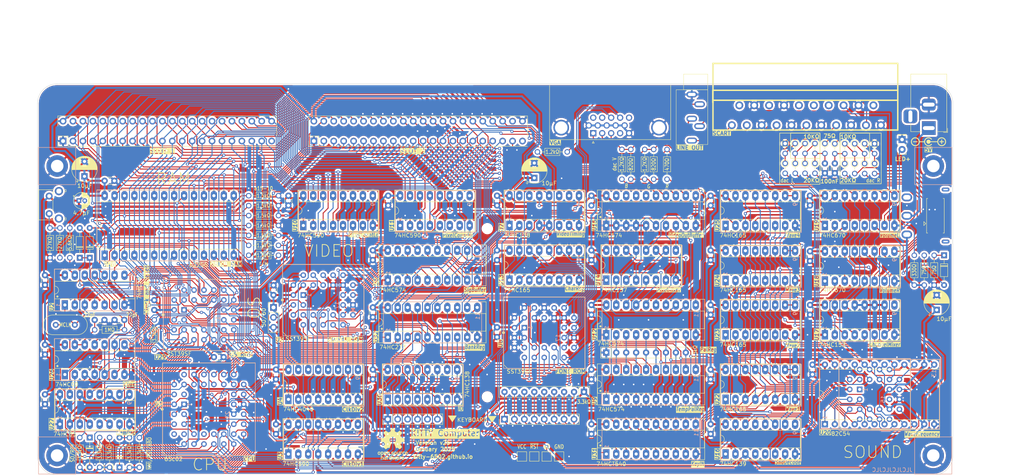
<source format=kicad_pcb>
(kicad_pcb (version 20240108) (generator "pcbnew") (generator_version "8.0")
  (title_block (comment 4 "AISLER Project ID: WKVKCAJK"))
  (layers (0 "F.Cu" signal) (31 "B.Cu" signal) (34 "B.Paste" user) (35 "F.Paste" user) (36 "B.SilkS" user "B.Silkscreen") (37 "F.SilkS" user "F.Silkscreen") (38 "B.Mask" user) (39 "F.Mask" user) (44 "Edge.Cuts" user))
  (net 0 "")
  (net 1 "GND")
  (net 2 "VGreen")
  (net 3 "VBlue")
  (net 4 "VRed")
  (net 5 "+5V")
  (net 6 "Net-(C2-Pad1)")
  (net 7 "/Audio/L0")
  (net 8 "/Audio/R0")
  (net 9 "/Audio/L1")
  (net 10 "/Audio/R1")
  (net 11 "/Audio/L2")
  (net 12 "/Audio/R2")
  (net 13 "LEFT")
  (net 14 "RIGHT")
  (net 15 "/Audio/L3")
  (net 16 "/Audio/R3")
  (net 17 "CLK0")
  (net 18 "~{CLK1}")
  (net 19 "CLK2")
  (net 20 "CLK8")
  (net 21 "CLK4")
  (net 22 "VReset")
  (net 23 "~{RESET}")
  (net 24 "~{R}{slash}W")
  (net 25 "R{slash}~{W}")
  (net 26 "CLK1")
  (net 27 "~{VIrq}")
  (net 28 "~{HSync}")
  (net 29 "~{VSync}")
  (net 30 "~{VReset}")
  (net 31 "~{Sync}")
  (net 32 "VPixel")
  (net 33 "BusDriver")
  (net 34 "A0")
  (net 35 "A1")
  (net 36 "A2")
  (net 37 "A3")
  (net 38 "A4")
  (net 39 "A5")
  (net 40 "A6")
  (net 41 "A7")
  (net 42 "A8")
  (net 43 "A9")
  (net 44 "A10")
  (net 45 "A11")
  (net 46 "A12")
  (net 47 "A13")
  (net 48 "A14")
  (net 49 "A15")
  (net 50 "D7")
  (net 51 "D6")
  (net 52 "D5")
  (net 53 "D4")
  (net 54 "D3")
  (net 55 "D2")
  (net 56 "D1")
  (net 57 "D0")
  (net 58 "~{WR}")
  (net 59 "Net-(U31-G2)")
  (net 60 "~{CART}")
  (net 61 "~{ChrGet}")
  (net 62 "~{PalGet}")
  (net 63 "/Video/Y0")
  (net 64 "/Video/Y1")
  (net 65 "/Video/Y2")
  (net 66 "/Video/Pb3")
  (net 67 "/Video/Pb2")
  (net 68 "/Video/Pb1")
  (net 69 "/Video/Pb0")
  (net 70 "/Video/Pa3")
  (net 71 "/Video/Pa2")
  (net 72 "/Video/Pa1")
  (net 73 "/Video/Pa0")
  (net 74 "/Audio/Osc 1")
  (net 75 "/Audio/Osc 2")
  (net 76 "/Audio/Osc 3")
  (net 77 "~{OscWr}")
  (net 78 "/Audio/Sout")
  (net 79 "~{VolWr}")
  (net 80 "Net-(D2-K)")
  (net 81 "/IO/KeyIN 0")
  (net 82 "/IO/KeyIN 1")
  (net 83 "/IO/KeyIN 2")
  (net 84 "/IO/KeyIN 3")
  (net 85 "/IO/KeyIN 4")
  (net 86 "/IO/BANK")
  (net 87 "/IO/KeyOUT 0")
  (net 88 "/IO/KeyOUT 1")
  (net 89 "/IO/KeyOUT 2")
  (net 90 "/IO/KeyOUT 3")
  (net 91 "B3")
  (net 92 "B1")
  (net 93 "B0")
  (net 94 "B2")
  (net 95 "/IO/KeyOUT 4")
  (net 96 "/IO/KeyOUT 5")
  (net 97 "/IO/KeyOUT 6")
  (net 98 "/IO/KeyOUT 7")
  (net 99 "VBUS")
  (net 100 "B4")
  (net 101 "B5")
  (net 102 "B6")
  (net 103 "B7")
  (net 104 "~{NMI}")
  (net 105 "Net-(D3-A)")
  (net 111 "Net-(J4-P19)")
  (net 113 "RDY")
  (net 114 "Net-(R4-Pad1)")
  (net 115 "Net-(R6-Pad2)")
  (net 116 "Net-(RN1-R1)")
  (net 117 "Net-(RN1-R2)")
  (net 118 "Net-(RN1-R3)")
  (net 119 "Net-(RN1-R4)")
  (net 120 "Net-(RN1-R5)")
  (net 121 "Net-(RN1-R6)")
  (net 122 "Net-(RN1-R7)")
  (net 123 "Net-(RN1-R8)")
  (net 124 "~{VP}")
  (net 125 "Net-(U1-ϕ1)")
  (net 131 "/Video/bit 0")
  (net 132 "/Video/bit 1")
  (net 133 "Net-(U4-Q11)")
  (net 134 "Net-(U4-Q5)")
  (net 135 "Net-(U4-Q4)")
  (net 136 "Net-(U4-Q6)")
  (net 137 "Net-(U4-Q3)")
  (net 138 "Net-(U4-Q2)")
  (net 139 "Net-(U4-Q1)")
  (net 140 "Net-(U4-Q0)")
  (net 141 "Net-(U4-Q8)")
  (net 142 "Net-(U4-Q7)")
  (net 143 "Net-(U4-Q9)")
  (net 144 "Net-(U4-Q10)")
  (net 145 "Net-(U5-D0)")
  (net 146 "Net-(U5-D1)")
  (net 147 "Net-(U5-D2)")
  (net 148 "Net-(U5-D3)")
  (net 149 "Net-(U5-D4)")
  (net 150 "Net-(U5-D5)")
  (net 151 "Net-(U5-D6)")
  (net 152 "Net-(U5-D7)")
  (net 154 "~{B7}")
  (net 155 "/Video/~{Y5}")
  (net 156 "/Video/~{Y4}")
  (net 157 "/Video/~{Y1}")
  (net 158 "Net-(U10-~{RCO})")
  (net 163 "Net-(U14-Za)")
  (net 164 "Net-(U14-Zb)")
  (net 165 "Net-(U14-Zc)")
  (net 166 "Net-(U14-Zd)")
  (net 171 "Net-(C1-Pad2)")
  (net 172 "Net-(C3-Pad1)")
  (net 173 "ROM DISABLE")
  (net 175 "/Video/~{Y0}")
  (net 177 "FX TICK")
  (net 184 "/Audio/volume")
  (net 185 "/Audio/82c54")
  (net 186 "/Audio/wave 4")
  (net 187 "/Audio/wave 3")
  (net 188 "Net-(D4-K)")
  (net 189 "/Audio/wave 2")
  (net 190 "~{RegTick}")
  (net 191 "~{PalPush}")
  (net 192 "Net-(U13-D7)")
  (net 193 "Net-(U13-D6)")
  (net 194 "Net-(U13-D5)")
  (net 195 "Net-(U13-D4)")
  (net 196 "Net-(U13-D3)")
  (net 197 "Net-(U13-D2)")
  (net 198 "Net-(U13-D1)")
  (net 199 "Net-(U13-D0)")
  (net 200 "Net-(U13-Q7)")
  (net 202 "/Audio/wave 1")
  (net 203 "/Video/bit 2")
  (net 204 "/Video/bit 3")
  (net 205 "AudioMux0")
  (net 206 "AudioMux1")
  (net 207 "Net-(U1-~{SO})")
  (net 209 "Net-(U3-Q7)")
  (net 210 "Net-(U3-Q6)")
  (net 211 "/Audio/Ch4")
  (net 212 "/Audio/Ch3")
  (net 213 "/Audio/Ch2")
  (net 214 "/Audio/Ch1")
  (net 216 "Net-(U22-DS)")
  (net 217 "Net-(U23-DS)")
  (net 218 "Net-(U24-DS)")
  (net 219 "Net-(U25-DS)")
  (net 223 "Net-(D6-A)")
  (net 225 "/Ports/SCARTLEFT")
  (net 226 "/Ports/SCARTRIGHT")
  (net 227 "Net-(D6-K)")
  (net 228 "Net-(C4-Pad2)")
  (net 229 "Net-(R19-Pad1)")
  (net 230 "Net-(R20-Pad1)")
  (net 231 "Net-(R21-Pad1)")
  (net 232 "Net-(R29-Pad1)")
  (net 233 "Net-(R28-Pad1)")
  (net 234 "Net-(R30-Pad1)")
  (net 235 "Net-(C5-Pad2)")
  (net 236 "~{RAMRD}")
  (net 237 "~{PAL}{slash}NTSC")
  (net 238 "RAM")
  (footprint "Capacitor_THT:C_Disc_D3.0mm_W1.6mm_P2.50mm" (layer "F.Cu") (at 100.965 127.02 -90)
    (property "Reference" "Cd11" (hide yes))
    (property "Value" "100nF")
  )
  (footprint "Smal:DIP-24_W15.24mm_Socket_TWEAK" (layer "F.Cu") (at 241.3 127.01 90)
    (property "Reference" "U20")
    (property "Value" "82C54")
  )
  (footprint "Smal:PLCC-32_THT-Socket_TWEAK" (layer "F.Cu") (at 107.95 93.98 90)
    (property "Reference" "U5")
    (property "Value" "SST39SF")
  )
  (footprint "Capacitor_THT:C_Disc_D3.0mm_W1.6mm_P2.50mm" (layer "F.Cu") (at 125.73 97.155 -90)
    (property "Reference" "Cd4" (hide yes))
    (property "Value" "100nF")
  )
  (footprint "Capacitor_THT:C_Disc_D3.0mm_W1.6mm_P2.50mm" (layer "F.Cu") (at 243.84 62.825 90)
    (property "Reference" "C5" (hide yes))
    (property "Value" "100nF")
  )
  (footprint "Capacitor_THT:C_Disc_D3.0mm_W1.6mm_P2.50mm" (layer "F.Cu") (at 212.09 82.55 -90)
    (property "Reference" "Cd28" (hide yes))
    (property "Value" "100nF")
  )
  (footprint "Smal:DIP-16_W7.62mm_Socket_LongPads_TWEAK" (layer "F.Cu") (at 241.3 76.2 90)
    (property "Reference" "U19")
    (property "Value" "74HC670")
  )
  (footprint "Connector_BarrelJack:BarrelJack_Horizontal" (layer "F.Cu") (at 267.8575 51.3 -90)
    (property "Reference" "J3" (hide yes))
    (property "Value" "Barrel_Jack_MountingPin")
  )
  (footprint "Connector_Dsub:DSUB-15-HD_Female_Horizontal_P2.29x1.98mm_EdgePinOffset8.35mm_Housed_MountingHolesOffset10.89mm" (layer "F.Cu") (at 182.075 52.601 180)
    (property "Reference" "J7" (hide yes))
    (property "Value" "DE15_Plug_HighDensity_MountingHoles")
  )
  (footprint "SMAL:RESISTOR VERT_WIDE" (layer "F.Cu") (at 236.22 55.245 -90)
    (property "Reference" "R25" (hide yes))
    (property "Value" "10KΩ")
  )
  (footprint "SMAL:R_Horizontal" (layer "F.Cu") (at 93.98 76.2)
    (property "Reference" "R10" (hide yes))
    (property "Value" "1.5kΩ")
  )
  (footprint "Smal:DIP-16_W7.62mm_Socket_LongPads_TWEAK" (layer "F.Cu") (at 241.3 90.407 90)
    (property "Reference" "U18")
    (property "Value" "74HC670")
  )
  (footprint "Capacitor_THT:C_Disc_D3.0mm_W1.6mm_P2.50mm" (layer "F.Cu") (at 212.09 127 -90)
    (property "Reference" "Cd32" (hide yes))
    (property "Value" "100nF")
  )
  (footprint "SMAL:R_Horizontal" (layer "F.Cu") (at 54.61 102.87)
    (property "Reference" "R7" (hide yes))
    (property "Value" "1MΩ")
  )
  (footprint "Capacitor_THT:CP_Radial_D4.0mm_P1.50mm" (layer "F.Cu") (at 50.57 69.85)
    (property "Reference" "C1" (hide yes))
    (property "Value" "4.7µF")
  )
  (footprint "SMAL:R_Horizontal" (layer "F.Cu") (at 93.98 73.66)
    (property "Reference" "R11" (hide yes))
    (property "Value" "1.5kΩ")
  )
  (footprint "SMAL:R_Horizontal" (layer "F.Cu") (at 195.24 64.372 90)
    (property "Reference" "R16" (hide yes))
    (property "Value" "1.2KΩ")
  )
  (footprint "SMAL:RESISTOR VERT_WIDE" (layer "F.Cu") (at 233.68 55.245 -90)
    (property "Reference" "R24" (hide yes))
    (property "Value" "10KΩ")
  )
  (footprint "Resistor_THT:R_Array_SIP9" (layer "F.Cu") (at 179.705 118.745 180)
    (property "Reference" "RN2" (hide yes))
    (property "Value" "3.3kΩ")
  )
  (footprint "SMAL:R_Horizontal" (layer "F.Cu") (at 93.98 78.74)
    (property "Reference" "R9" (hide yes))
    (property "Value" "1.5kΩ")
  )
  (footprint "Diode_THT:D_DO-34_SOD68_P7.62mm_Horizontal" (layer "F.Cu") (at 53.34 84.455 90)
    (property "Reference" "D4" (hide yes))
    (property "Value" "1N4148")
  )
  (footprint "MountingHole:MountingHole_3.2mm_M3_ISO14580_Pad" (layer "F.Cu") (at 45 135)
    (property "Reference" "H2" (hide yes))
    (property "Value" "MountingHole_Pad")
  )
  (footprint "Symbol:OSHW-Logo_7.5x8mm_SilkScreen" (layer "F.Cu") (at 130.81 132.08)
    (property "Reference" "SY1" (hide yes))
    (property "Value" "Logo_Open_Hardware_Small" (hide yes))
  )
  (footprint "Smal:DIP-16_W7.62mm_Socket_LongPads_TWEAK" (layer "F.Cu") (at 104.14 134.64 90)
    (property "Reference" "U3")
    (property "Value" "74HC590")
  )
  (footprint "Smal:DIP-16_W7.62mm_Socket_LongPads_TWEAK" (layer "F.Cu") (at 215.9 134.62 90)
    (property "Reference" "U16")
    (property "Value" "74HC139")
  )
  (footprint "SMAL:R_Horizontal" (layer "F.Cu") (at 167.808 57.387)
    (property "Reference" "R39" (hide yes))
    (property "Value" "1.2kΩ")
  )
  (footprint "SMAL:RESISTOR VERT_WIDE" (layer "F.Cu") (at 248.92 55.295 -90)
    (property "Reference" "R34" (hide yes))
    (property "Value" "10KΩ")
  )
  (footprint "Capacitor_THT:C_Disc_D3.0mm_W1.6mm_P2.50mm" (layer "F.Cu") (at 62.19 100.33 180)
    (property "Reference" "C3" (hide yes))
    (property "Value" "27pF")
  )
  (footprint "Smal:DIP-16_W7.62mm_Socket_LongPads_TWEAK" (layer "F.Cu") (at 160.655 76.2 90)
    (property "Reference" "U7")
    (property "Value" "74HC138")
  )
  (footprint "SMAL:R_Horizontal" (layer "F.Cu") (at 101.6 83.82 180)
    (property "Reference" "R2" (hide yes))
    (property "Value" "1.5kΩ")
  )
  (footprint "Button_Switch_THT:SW_Tactile_SPST_Angled_PTS645Vx83-2LFS" (layer "F.Cu") (at 42.976 73.172 90)
    (property "Reference" "SW1" (hide yes))
    (property "Value" "RESET Switch")
  )
  (footprint "Smal:DIP-14_W7.62mm_Socket_LongPads_TWEAK" (layer "F.Cu") (at 46.99 96.52 90)
    (property "Reference" "U2")
    (property "Value" "74HC14")
  )
  (footprint "SMAL:RESISTOR VERT_WIDE" (layer "F.Cu") (at 238.76 60.325 -90)
    (property "Reference" "R22" (hide yes))
    (property "Value" "20KΩ")
  )
  (footprint "SMAL:R_Horizontal" (layer "F.Cu") (at 45.72 76.835 -90)
    (property "Reference" "R5" (hide yes))
    (property "Value" "27KΩ")
  )
  (footprint "Connector_PinHeader_2.54mm:PinHeader_1x08_P2.54mm_Vertical" (layer "F.Cu") (at 159.385 125.73 90)
    (property "Reference" "J2" (hide yes))
    (property "Value" "KeyOUT")
  )
  (footprint "SMAL:R_Horizontal" (layer "F.Cu") (at 191.684 64.372 90)
    (property "Reference" "R15" (hide yes))
    (property "Value" "820Ω")
  )
  (footprint "SMAL:R_Horizontal" (layer "F.Cu") (at 48.26 76.835 -90)
    (property "Reference" "R6" (hide yes))
    (property "Value" "5.6KΩ")
  )
  (footprint "SMAL:RESISTOR VERT_WIDE" (layer "F.Cu") (at 254 55.295 -90)
    (property "Reference" "R32" (hide yes))
    (property "Value" "20KΩ")
  )
  (footprint "Button_Switch_THT:SW_Slide_1P2T_CK_OS102011MS2Q" (layer "F.Cu") (at 269.555 75.71 90)
    (property "Reference" "SW2" (hide yes))
    (property "Value" "SS-12D11-G5")
  )
  (footprint "SMAL:R_Horizontal" (layer "F.Cu") (at 266.7 91.44 90)
    (property "Reference" "R38" (hide yes))
    (property "Value" "75Ω")
  )
  (footprint "Capacitor_THT:C_Disc_D3.0mm_W1.6mm_P2.50mm" (layer "F.Cu") (at 41.91 88.9 -90)
    (property "Reference" "Cd27" (hide yes))
    (property "Value" "100nF")
  )
  (footprint "SMAL:RESISTOR VERT_WIDE" (layer "F.Cu") (at 236.22 60.325 -90)
    (property "Reference" "R21" (hide yes))
    (property "Value" "20KΩ")
  )
  (footprint "Capacitor_THT:C_Disc_D3.0mm_W1.6mm_P2.50mm" (layer "F.Cu") (at 181.61 113.03 -90)
    (property "Reference" "Cd1" (hide yes))
    (property "Value" "100nF")
  )
  (footprint "SMAL:R_Horizontal" (layer "F.Cu") (at 58.42 130.412 -90)
    (property "Reference" "R3" (hide yes))
    (property "Value" "3.3kΩ")
  )
  (footprint "Smal:DIP-20_W7.62mm_Socket_LongPads_TWEAK" (layer "F.Cu") (at 185.42 76.2 90)
    (property "Reference" "U15")
    (property "Value" "74HC574")
  )
  (footprint "Capacitor_THT:C_Disc_D3.0mm_W1.6mm_P2.50mm" (layer "F.Cu") (at 41.91 119.38 -90)
    (property "Reference" "Cd15" (hide yes))
    (property "Value" "100nF")
  )
  (footprint "Capacitor_THT:C_Disc_D3.0mm_W1.6mm_P2.50mm" (layer "F.Cu") (at 212.09 68.58 -90)
    (property "Reference" "Cd30" (hide yes))
    (property "Value" "100nF")
  )
  (footprint "Smal:DIP-16_W7.62mm_Socket_LongPads_TWEAK" (layer "F.Cu") (at 241.3 104.14 90)
    (property "Reference" "U17")
    (property "Value" "74HC153")
  )
  (footprint "Capacitor_THT:C_Disc_D3.0mm_W1.6mm_P2.50mm" (layer "F.Cu") (at 54.61 100.33)
    (property "Reference" "C2" (hide yes))
    (property "Value" "22pF")
  )
  (footprint "Capacitor_THT:C_Disc_D3.0mm_W1.6mm_P2.50mm" (layer "F.Cu") (at 212.09 96.52 -90)
    (property "Reference" "Cd9" (hide yes))
    (property "Value" "100nF")
  )
  (footprint "Capacitor_THT:C_Disc_D3.0mm_W1.6mm_P2.50mm" (layer "F.Cu") (at 157.48 68.58 -90)
    (property "Reference" "Cd29" (hide yes))
    (property "Value" "100nF")
  )
  (footprint "SMAL:R_Horizontal" (layer "F.Cu") (at 55.88 130.412 -90)
    (property "Reference" "R1" (hide yes))
    (property "Value" "3.3kΩ")
  )
  (footprint "SMAL:RESISTOR VERT_WIDE" (layer "F.Cu") (at 254 60.375 -90)
    (property "Reference" "R28" (hide yes))
    (property "Value" "20KΩ")
  )
  (footprint "Capacitor_THT:C_Disc_D3.0mm_W1.6mm_P2.50mm" (layer "F.Cu") (at 104.14 68.58 -90)
    (property "Reference" "Cd19" (hide yes))
    (property "Value" "100nF")
  )
  (footprint "SMAL:R_Horizontal" (layer "F.Cu") (at 189.398 64.372 90)
    (property "Reference" "R14" (hide yes))
    (property "Value" "1.2KΩ")
  )
  (footprint "Capacitor_THT:C_Disc_D3.0mm_W1.6mm_P2.50mm" (layer "F.Cu") (at 181.61 127 -90)
    (property "Reference" "Cd2" (hide yes))
    (property "Value" "100nF")
  )
  (footprint "Smal:DIP-20_W7.62mm_Socket_LongPads_TWEAK" (layer "F.Cu") (at 129.54 104.775 90)
    (property "Reference" "U32")
    (property "Value" "74HC273")
  )
  (footprint "SMAL:CP_Radial_D6.3mm_P3.8mm" (layer "F.Cu") (at 167.005 63.41238 90)
    (property "Reference" "C7" (hide yes))
    (property "Value" "10µF")
  )
  (footprint "Capacitor_THT:C_Disc_D3.0mm_W1.6mm_P2.50mm" (layer "F.Cu") (at 41.91 106.68 -90)
    (property "Reference" "Cd13" (hide yes))
    (property "Value" "100nF")
  )
  (footprint "SMAL:CP_Radial_D6.3mm_P3.8mm" (layer "F.Cu") (at 269.875 97.155 90)
    (property "Reference" "C6" (hide yes))
    (property "Value" "10µF")
  )
  (footprint "Diode_THT:D_DO-34_SOD68_P7.62mm_Horizontal" (layer "F.Cu") (at 53.34 130.412 -90)
    (property "Reference" "D1" (hide yes))
    (property "Value" "1N4148")
  )
  (footprint "Smal:DIP-16_W7.62mm_Socket_LongPads_TWEAK" (layer "F.Cu") (at 215.9 90.27 90)
    (property "Reference" "U24")
    (property "Value" "74HC165")
  )
  (footprint "Smal:DIP-16_W7.62mm_Socket_LongPads_TWEAK" (layer "F.Cu") (at 185.42 90.17 90)
    (property "Reference" "U14")
    (property "Value" "74HC157")
  )
  (footprint "Connector_PinHeader_2.54mm:PinHeader_1x03_P2.54mm_Vertical" (layer "F.Cu") (at 100.33 97.155)
    (property "Reference" "J9" (hide yes))
    (property "Value" "Conn_01x03_Pin")
  )
  (footprint "Smal:CenterPositiveSymbol" (layer "F.Cu") (at 267.97 54.6608)
    (property "Reference" "REF**" (hide yes))
    (property "Value" "CenterPositiveSymbol" (hide yes))
  )
  (footprint "TestPoint:TestPoint_Pad_2.0x2.0mm" (layer "F.Cu") (at 167.005 135.255)
    (property "Reference" "TP3" (hide yes))
    (property "Value" "TestPoint")
  )
  (footprint "SMAL:RESISTOR VERT_WIDE" (layer "F.Cu") (at 243.84 55.295 -90)
    (property "Reference" "R36" (hide yes))
    (property "Value" "75Ω")
  )
  (footprint "Resistor_THT:R_Array_SIP9" (layer "F.Cu") (at 185.42 108.685)
    (property "Reference" "RN1" (hide yes))
    (property "Value" "3.3kΩ")
  )
  (footprint "MountingHole:MountingHole_3.2mm_M3_ISO14580_Pad" (layer "F.Cu") (at 269 135)
    (property "Reference" "H4" (hide yes))
    (property "Value" "MountingHole_Pad")
  )
  (footprint "SMAL:RESISTOR VERT_WIDE" (layer "F.Cu") (at 251.46 60.375 -90)
    (property "Reference" "R29" (hide yes))
    (property "Value" "20KΩ")
  )
  (footprint "Capacitor_THT:C_Disc_D3.0mm_W1.6mm_P2.50mm" (layer "F.Cu") (at 238.125 111.78 -90)
    (property "Reference" "Cd20" (hide yes))
    (property "Value" "100nF")
  )
  (footprint "SMAL:R_Horizontal" (layer "F.Cu") (at 66.04 130.429 -90)
    (property "Reference" "R44" (hide yes))
    (property "Value" "3.3kΩ")
  )
  (footprint "Smal:PLCC-28_THT-Socket_TWEAK" (layer "F.Cu") (at 250.19 118.11 90)
    (property "Reference" "U21" (hide yes))
    (property "Value" "82C54 (PLCC)" (hide yes))
  )
  (footprint "MountingHole:MountingHole_3.2mm_M3_ISO14580_Pad" (layer "F.Cu") (at 269.03 61)
    (property "Reference" "H3" (hide yes))
    (property "Value" "MountingHole_Pad")
  )
  (footprint "Capacitor_THT:C_Disc_D3.0mm_W1.6mm_P2.50mm" (layer "F.Cu") (at 241.3 62.825 90)
    (property "Reference" "C4" (hide yes))
    (property "Value" "100nF")
  )
  (footprint "SMAL:R_Horizontal" (layer "F.Cu") (at 69.85 107.95 90)
    (property "Reference" "R37" (hide yes))
    (property "Value" "3.3kΩ")
  )
  (footprint "Diode_THT:D_DO-34_SOD68_P7.62mm_Horizontal" (layer "F.Cu") (at 60.96 138.049 90)
    (property "Reference" "D2" (hide yes))
    (property "Value" "1N4148")
  )
  (footprint "Smal:DIP-16_W7.62mm_Socket_LongPads_TWEAK" (layer "F.Cu") (at 215.9 104.14 90)
    (property "Reference" "U23")
    (property "Value" "74HC165")
  )
  (footprint "Capacitor_THT:C_Disc_D3.0mm_W1.6mm_P2.50mm" (layer "F.Cu") (at 100.33 93.98 90)
    (property "Reference" "Cd31" (hide yes))
    (property "Value" "100nF")
  )
  (footprint "SMAL:R_Horizontal" (layer "F.Cu") (at 264.16 91.44 90)
    (property "Reference" "R41" (hide yes))
    (property "Value" "330Ω")
  )
  (footprint "SMAL:CP_Radial_D6.3mm_P3.8mm" (layer "F.Cu") (at 52 63 90)
    (property "Reference" "C8" (hide yes))
    (property "Value" "10µF")
  )
  (footprint "Smal:DIP-28_W15.24mm_Socket_LongPads_TWEAK" (layer "F.Cu") (at 57.15 83.82 90)
    (property "Reference" "U28")
    (property "Value" "62256")
  )
  (footprint "Smal:DIP-16_W7.62mm_Socket_LongPads_TWEAK" (layer "F.Cu") (at 107.95 76.2 90)
    (property "Reference" "U10")
    (property "Value" "74HC590")
  )
  (footprint "Capacitor_THT:C_Disc_D3.0mm_W1.6mm_P2.50mm" (layer "F.Cu") (at 125.73 113.03 -90)
    (property "Reference" "Cd25" (hide yes))
    (property "Value" "100nF")
  )
  (footprint "SMAL:R_Horizontal" (layer "F.Cu") (at 63.5 130.45 -90)
    (property "Reference" "R43" (hide yes))
    (property "Value" "3.3kΩ")
  )
  (footprint "Video:SCART" (layer "F.Cu") (at 236.563 43.28 180)
    (property "Reference" "J4" (hide yes))
    (property "Value" "SCART-F" (hide yes))
  )
  (footprint "Smal:PLCC-32_THT-Socket_TWEAK" (layer "F.Cu") (at 164.465 102.335 90)
    (property "Reference" "U8")
    (property "Value" "SST39SF")
  )
  (footprint "Smal:DIP-16_W7.62mm_Socket_LongPads_TWEAK" (layer "F.Cu") (at 215.9 120.65 90)
    (property "Reference" "U22")
    (property "Value" "74HC165")
  )
  (footprint "Smal:DIP-14_W7.62mm_Socket_LongPads_TWEAK" (layer "F.Cu") (at 46.99 114.3 90)
    (property "Reference" "U26")
    (property "Value" "74HC00")
  )
  (footprint "Smal:PLCC-44_THT-Socket_TWEAK" (layer "F.Cu") (at 77.47 121.92 90)
    (property "Reference" "U1")
    (property "Value" "65c02")
  )
  (footprint "MountingHole:MountingHole_2.2mm_M2" (layer "F.Cu") (at 155 120)
    (property "Reference" "H6" (hide yes))
    (property "Value" "MountingHole")
  )
  (footprint "Connector_PinHeader_2.54mm:PinHeader_1x06_P2.54mm_Vertical" (layer "F.Cu") (at 129.54 125.73 90)
    (property "Reference" "J1" (hide yes))
    (property "Value" "Conn_01x06_Pin")
  )
  (footprint "LED_THT:LED_Rectangular_W5.0mm_H2.0mm" (layer "F.Cu") (at 261.03 54.225 -90)
    (property "Reference" "D3" (hide yes))
    (property "Value" "Power LED")
  )
  (footprint "Smal:DIP-20_W7.62mm_Socket_LongPads_TWEAK" (layer "F.Cu") (at 185.42 134.62 90)
    (property "Reference" "U31")
    (property "Value" "74HCT540")
  )
  (footprint "SMAL:RESISTOR VERT_WIDE" (layer "F.Cu") (at 246.38 55.295 -90)
    (property "Reference" "R35" (hide yes))
    (property "Value" "10KΩ")
  )
  (footprint "SMAL:R_Horizontal" (layer "F.Cu") (at 93.98 71.12)
    (property "Reference" "R12" (hide yes))
    (property "Value" "1.5kΩ")
  )
  (footprint "SMAL:R_Horizontal" (layer "F.Cu") (at 197.526 64.372 90)
    (property "Reference" "R17" (hide yes))
    (property "Value" "820Ω")
  )
  (footprint "SMAL:RESISTOR VERT_WIDE" (layer "F.Cu") (at 233.721 60.325 -90)
    (property "Reference" "R20" (hide yes))
    (property "Value" "20KΩ")
  )
  (footprint "Smal:PLCC-32_THT-Socket_TWEAK" (layer "F.Cu") (at 77.47 97.79 90)
    (property "Reference" "U29")
    (property "Value" "SST39SF")
  )
  (footprint "Capacitor_THT:C_Disc_D3.0mm_W1.6mm_P2.50mm" (layer "F.Cu") (at 181.61 96.52 -90)
    (property "Reference" "Cd26" (hide yes))
    (property "Value" "100nF")
  )
  (footprint "Smal:DIP-16_W7.62mm_Socket_LongPads_TWEAK" (layer "F.Cu") (at 129.518 120.65 90)
    (property "Reference" "U30")
    (property "Value" "74HC138")
  )
  (footprint "Smal:EdgeHeader_2x22_P2.54mm_Vertical" (layer "F.Cu") (at 110.648 54.61 90)
    (property "Reference" "J6" (hide yes))
    (property "Value" "Conn_02x22_Odd_Even")
  )
  (footprint "Capacitor_THT:C_Disc_D3.0mm_W1.6mm_P2.50mm" (layer "F.Cu") (at 212.09 113.03 -90)
    (property "Reference" "Cd16" (hide yes))
    (property "Value" "100nF")
  )
  (footprint "SMAL:R_Horizontal" (layer "F.Cu") (at 269.24 83.82 -90)
    (property "Reference" "R40" (hide yes))
    (property "Value" "75Ω")
  )
  (footprint "Capacitor_THT:C_Disc_D3.0mm_W1.6mm_P2.50mm" (layer "F.Cu") (at 85.09 109.855)
    (property "Reference" "Cd14" (hide yes))
    (property "Value" "100nF")
  )
  (footprint "Smal:DIP-16_W7.62mm_Socket_LongPads_TWEAK" (layer "F.Cu") (at 104.14 120.65 90)
    (property "Reference" "U4")
    (property "Value" "74HC4040")
  )
  (footprint "Capacitor_THT:C_Disc_D3.0mm_W1.6mm_P2.50mm" (layer "F.Cu") (at 69.85 97.79 90)
    (property "Reference" "Cd10" (hide yes))
    (property "Value" "100nF")
  )
  (footprint "Capacitor_THT:C_Disc_D3.0mm_W1.6mm_P2.50mm" (layer "F.Cu") (at 181.61 82.55 -90)
    (property "Reference" "Cd17" (hide yes))
    (property "Value" "100nF")
  )
  (footprint "SMAL:R_Horizontal" (layer "F.Cu") (at 93.98 68.58)
    (property "Reference" "R13" (hide yes))
    (property "Value" "1.5kΩ")
  )
  (footprint "TestPoint:TestPoint_Pad_2.0x2.0mm" (layer "F.Cu") (at 163.83 135.255)
    (property "Reference" "TP1" (hide yes))
    (property "Value" "TestPoint")
  )
  (footprint "Capacitor_THT:C_Disc_D3.0mm_W1.6mm_P2.50mm" (layer "F.Cu") (at 157.48 102.235 -90)
    (property "Reference" "Cd6" (hide yes))
    (property "Value" "100nF")
  )
  (footprint "SMAL:RESISTOR VERT_WIDE" (layer "F.Cu") (at 251.46 55.295 -90)
    (property "Reference" "R33" (hide yes))
    (property "Value" "10KΩ")
  )
  (footprint "Smal:DIP-16_W7.62mm_Socket_LongPads_TWEAK" (layer "F.Cu") (at 215.9 76.2 90)
    (property "Reference" "U25")
    (property "Value" "74HC165")
  )
  (footprint "Smal:DIP-20_W7.62mm_Socket_LongPads_TWEAK" (layer "F.Cu") (at 185.42 104.14 90)
    (property "Reference" "U12")
    (property "Value" "74HC574")
  )
  (footprint "SMAL:RESISTOR VERT_WIDE" (layer "F.Cu") (at 246.38 60.375 -90)
    (property "Reference" "R31" (hide yes))
    (property "Value" "20KΩ")
  )
  (footprint "Smal:Jack_3.5mm_PJ-325" (layer "F.Cu") (at 211.364 41.5 180)
    (property "Reference" "J8" (hide yes))
    (property "Value" "PJ-325")
  )
  (footprint "SMAL:RESISTOR VERT_WIDE" (layer "F.Cu") (at 231.14 55.245 -90)
    (property "Reference" "R23" (hide yes))
    (property "Value" "20KΩ")
  )
  (footprint "Smal:EdgeHeader_2x22_P2.54mm_Vertical" (layer "F.Cu") (at 46.523 54.61 90)
    (property "Reference" "J5" (hide yes))
    (property "Value" "Conn_02x22_Odd_Even")
  )
  (footprint "SMAL:RESISTOR VERT_WIDE" (layer "F.Cu") (at 241.3 55.245 -90)
    (property "Reference" "R27" (hide yes))
    (property "Value" "75Ω")
  )
  (footprint "Smal:DIP-16_W7.62mm_Socket_LongPads_TWEAK" (layer "F.Cu") (at 45.72 127 90)
    (property "Reference" "U27")
    (property "Value" "74HC85")
  )
  (footprint "TestPoint:TestPoint_Pad_2.0x2.0mm" (layer "F.Cu") (at 170.18 135.255)
    (property "Reference" "TP4" (hide yes))
    (property "Value" "TestPoint")
  )
  (footprint "SMAL:RESISTOR VERT_WIDE" (layer "F.Cu") (at 248.92 60.375 -90)
    (property "Reference" "R30" (hide yes))
    (property "Value" "20KΩ")
  )
  (footprint "MountingHole:MountingHole_2.2mm_M2" (layer "F.Cu") (at 155 77)
    (property "Reference" "H5" (hide yes))
    (property "Value" "MountingHole")
  )
  (footprint "Capacitor_THT:C_Disc_D3.0mm_W1.6mm_P2.50mm" (layer "F.Cu") (at 237.49 68.58 -90)
    (property "Reference" "Cd23" (hide yes))
    (property "Value" "100nF")
  )
  (footprint "TestPoint:TestPoint_Pad_2.0x2.0mm" (layer "F.Cu") (at 173.355 135.255)
    (property "Reference" "TP2" (hide yes))
    (property "Value" "TestPoint")
  )
  (footprint "Capacitor_THT:C_Disc_D3.0mm_W1.6mm_P2.50mm" (layer "F.Cu") (at 125.73 82.55 -90)
    (property "Reference" "Cd7" (hide yes))
    (property "Value" "100nF")
  )
  (footprint "Capacitor_THT:C_Disc_D3.0mm_W1.6mm_P2.50mm" (layer "F.Cu") (at 100.965 113.03 -90)
    (property "Reference" "Cd8" (hide yes))
    (property "Value" "100nF")
  )
  (footprint "MountingHole:MountingHole_3.2mm_M3_ISO14580_Pad" (layer "F.Cu") (at 45.03 61)
    (property "Reference" "H1" (hide yes))
    (property "Value" "MountingHole_Pad")
  )
  (footprint "Capacitor_THT:C_Disc_D3.0mm_W1.6mm_P2.50mm" (layer "F.Cu") (at 237.51 96.52 -90)
    (property "Reference" "Cd22" (hide yes))
    (property "Value" "100nF")
  )
  (footprint "SMAL:R_Horizontal" (layer "F.Cu") (at 200.945 64.372 90)
    (property "Reference" "R18" (hide yes))
    (property "Value" "470Ω")
  )
  (footprint "Capacitor_THT:C_Disc_D3.0mm_W1.6mm_P2.50mm" (layer "F.Cu") (at 157.48 82.55 -90)
    (property "Reference" "Cd3" (hide yes))
    (property "Value" "100nF")
  )
  (footprint "Capacitor_THT:C_Disc_D3.0mm_W1.6mm_P2.50mm" (layer "F.Cu") (at 237.49 82.787 -90)
    (property "Reference" "Cd24" (hide yes))
    (property "Value" "100nF")
  )
  (footprint "Capacitor_THT:C_Disc_D3.0mm_W1.6mm_P2.50mm" (layer "F.Cu") (at 129.645 68.58 -90)
    (property "Reference" "Cd5" (hide yes))
    (property "Value" "100nF")
  )
  (footprint "SMAL:R_Horizontal" (layer "F.Cu") (at 93.98 81.28)
    (property "Reference" "R8" (hide yes))
    (property "Value" "1.5kΩ")
  )
  (footprint "SMAL:R_Horizontal" (layer "F.Cu") (at 50.8 130.412 -90)
    (property "Reference" "R42" (hide yes))
    (property "Value" "3.3kΩ")
  )
  (footprint "SMAL:RESISTOR VERT_WIDE" (layer "F.Cu") (at 231.14 60.325 -90)
    (property "Reference" "R19" (hide yes))
    (property "Value" "20KΩ")
  )
  (footprint "SMAL:R_Horizontal" (layer "F.Cu") (at 43.18 76.835 -90)
    (property "Reference" "R4" (hide yes))
    (property "Value" "27KΩ" (hide yes))
  )
  (footprint "Crystal:Crystal_HC49-U_Vertical" (layer "F.Cu") (at 49.53 101.6 180)
    (property "Reference" "Y1" (hide yes))
    (property "Value" "MCLK")
  )
  (footprint "Smal:DIP-20_W7.62mm_Socket_LongPads_TWEAK" (layer "F.Cu") (at 185.42 120.65 90)
    (property "Reference" "U9")
    (property "Value" "74HC574")
  )
  (footprint "Capacitor_THT:C_Disc_D3.0mm_W1.6mm_P2.50mm" (layer "F.Cu") (at 181.61 68.58 -90)
    (property "Reference" "Cd12" (hide yes))
    (property "Value" "100nF")
  )
  (footprint "Smal:DIP-16_W7.62mm_Socket_LongPads_TWEAK" (layer "F.Cu") (at 160.655 90.17 90)
    (property "Reference" "U13")
    (property "Value" "74HC165")
  )
  (footprint "Diode_THT:D_DO-34_SOD68_P7.62mm_Horizontal" (layer "F.Cu") (at 271.78 83.82 -90)
    (property "Reference" "D6" (hide yes))
    (property "Value" "1N4148")
  )
  (footprint "Diode_THT:D_DO-34_SOD68_P7.62mm_Horizontal" (layer "F.Cu") (at 50.8 84.455 90)
    (property "Reference" "D5" (hide yes))
    (property "Value" "1N4148")
  )
  (footprint "SMAL:RESISTOR VERT_WIDE" (layer "F.Cu") (at 238.76 55.24 -90)
    (property "Reference" "R26" (hide yes))
    (property "Value" "10KΩ")
  )
  (footprint "Capacitor_THT:C_Disc_D3.0mm_W1.6mm_P2.50mm" (layer "F.Cu") (at 57.15 64.77)
    (property "Reference" "Cd18" (hide yes))
    (property "Value" "100nF")
  )
  (footprint "Smal:DIP-16_W7.62mm_Socket_LongPads_TWEAK" (layer "F.Cu") (at 132.693 76.2 90)
    (property "Reference" "U11")
    (property "Value" "74HC590")
  )
  (footprint "Smal:DIP-20_W7.62mm_Socket_LongPads_TWEAK" (layer "F.Cu") (at 129.54 90.17 90)
    (property "Reference" "U6")
    (property "Value" "74HC574")
  )
  (gr_rect (start 40.25 130.25) (end 49.75 139.75) (stroke (width 0.15)) (fill none) (layer "B.SilkS"))
  (gr_rect (start 40.25 56.25) (end 49.75 65.75) (stroke (width 0.15)) (fill none) (layer "B.SilkS"))
  (gr_rect (start 264.25 130.25) (end 273.75 139.75) (stroke (width 0.15)) (fill none) (layer "B.SilkS"))
  (gr_rect (start 264.25 56.25) (end 273.75 65.75) (stroke (width 0.15)) (fill none) (layer "B.SilkS"))
  (gr_poly (pts (xy 156.21 126.487538) (xy 155.21 124.987538) (xy 157.21 124.987538)) (stroke (width 0.15)) (fill solid) (layer "F.SilkS"))
  (gr_line (start 56.9976 138.938) (end 56.9976 137.1092) (stroke (width 0.15)) (layer "F.SilkS"))
  (gr_rect (start 232.537 52.578) (end 240.03 59.055) (stroke (width 0.15)) (fill none) (layer "F.SilkS"))
  (gr_rect (start 245.1608 52.578) (end 252.73 58.928) (stroke (width 0.15)) (fill none) (layer "F.SilkS"))
  (gr_line (start 52.4764 138.8364) (end 52.4764 137.16) (stroke (width 0.15)) (layer "F.SilkS"))
  (gr_poly (pts (xy 146.05 126.365) (xy 145.05 124.865) (xy 147.05 124.865)) (stroke (width 0.15)) (fill solid) (layer "F.SilkS"))
  (gr_rect (start 229.743 52.578) (end 240.03 65.659) (stroke (width 0.15)) (fill none) (layer "F.SilkS"))
  (gr_line (start 63.881 138.938) (end 63.881 137.16) (stroke (width 0.15)) (layer "F.SilkS"))
  (gr_line (start 59.2836 138.8872) (end 59.2836 137.1092) (stroke (width 0.15)) (layer "F.SilkS"))
  (gr_rect (start 245.1608 52.578) (end 255.7018 65.532) (stroke (width 0.15)) (fill none) (layer "F.SilkS"))
  (gr_line (start 40 45) (end 40 135) (stroke (width 0.1)) (layer "Edge.Cuts"))
  (gr_line (start 274 135) (end 274 45) (stroke (width 0.1)) (layer "Edge.Cuts"))
  (gr_arc (start 40 45) (mid 41.464466 41.464466) (end 45 40) (stroke (width 0.1)) (layer "Edge.Cuts"))
  (gr_arc (start 274 135) (mid 272.535534 138.535534) (end 269 140) (stroke (width 0.1)) (layer "Edge.Cuts"))
  (gr_line (start 269 40) (end 45 40) (stroke (width 0.1)) (layer "Edge.Cuts"))
  (gr_arc (start 269 40) (mid 272.535534 41.464466) (end 274 45) (stroke (width 0.1)) (layer "Edge.Cuts"))
  (gr_arc (start 45 140) (mid 41.464466 138.535534) (end 40 135) (stroke (width 0.1)) (layer "Edge.Cuts"))
  (gr_line (start 45 140) (end 269 140) (stroke (width 0.1)) (layer "Edge.Cuts"))
  (gr_text "JLCJLCJLCJLC" (at 263.75 139.25 0) (layer "B.SilkS") (effects (font (size 1 1)) (justify left bottom mirror)))
  (gr_text "10KΩ" (at 235.712 54.102 0) (layer "F.SilkS") (effects (font (size 1 1) (thickness 0.2) (bold yes)) (justify left bottom)))
  (gr_text "SLOT 2" (at 135.89 56.515 0) (layer "F.SilkS" knockout) (effects (font (size 1.2 1.2) (thickness 0.2) (bold yes)) (justify top)))
  (gr_text "~{RST}" (at 167.005 133.35 0) (layer "F.SilkS") (effects (font (size 1 0.8)) (justify bottom)))
  (gr_text "OS ROM" (at 92.075 108.585 0) (layer "F.SilkS" knockout) (effects (font (size 1 1) (thickness 0.2) (bold yes)) (justify top)))
  (gr_text "100nF" (at 242.5 65.5 0) (layer "F.SilkS") (effects (font (size 1 1) (thickness 0.2) (bold yes)) (justify bottom)))
  (gr_text "VolumeL" (at 257.81 78.105 0) (layer "F.SilkS" knockout) (effects (font (size 1 0.8) (thickness 0.15) (italic yes)) (justify top)))
  (gr_text "CharReg" (at 177.292 91.694 0) (layer "F.SilkS" knockout) (effects (font (size 1 0.8) (thickness 0.15) (italic yes)) (justify top)))
  (gr_text "PixelMixer" (at 201.295 92.075 0) (layer "F.SilkS" knockout) (effects (font (size 1 0.8) (thickness 0.15) (italic yes)) (justify top)))
  (gr_text "~{SO}/RDY" (at 49.53 134.366 90) (layer "F.SilkS") (effects (font (size 1 0.8) (thickness 0.15) (bold yes)) (justify bottom)))
  (gr_text "B" (at 190.5 66.675 0) (layer "F.SilkS") (effects (font (size 1 0.8) (thickness 0.15) (italic yes)) (justify bottom)))
  (gr_text "January 2025" (at 141.605 133.985 0) (layer "F.SilkS") (effects (font (size 1 1) (thickness 0.2) (bold yes)) (justify bottom)))
  (gr_text "R" (at 200.914 66.802 0) (layer "F.SilkS") (effects (font (size 1 0.8) (thickness 0.15) (italic yes)) (justify bottom)))
  (gr_text "r/~{w}" (at 97.79 86.36 0) (layer "F.SilkS") (effects (font (size 1 0.8) (thickness 0.15) (bold yes)) (justify bottom)))
  (gr_text "kitty-6502.github.io" (at 135.89 135.89 0) (layer "F.SilkS") (effects (font (size 1 1) (thickness 0.2) (bold yes)) (justify left bottom)))
  (gr_text "KeyIN" (at 207.01 136.525 0) (layer "F.SilkS" knockout) (effects (font (size 1 0.8) (thickness 0.15) (italic yes)) (justify left top)))
  (gr_text "ChannelMixer" (at 256.54 106.045 0) (layer "F.SilkS" knockout) (effects (font (size 1 0.8) (thickness 0.15) (italic yes)) (justify top)))
  (gr_text "a15-10" (at 97.79 67.31 0) (layer "F.SilkS") (effects (font (size 1 0.8) (thickness 0.15) (bold yes)) (justify bottom)))
  (gr_text "75Ω" (at 242.5 53.9 0) (layer "F.SilkS") (effects (font (size 1 1) (thickness 0.2) (bold yes)) (justify bottom)))
  (gr_text "SIGNAL ROM" (at 118.745 106.045 0) (layer "F.SilkS" knockout) (effects (font (size 1 1) (thickness 0.2) (bold yes)) (justify bottom)))
  (gr_text "10KΩ" (at 245.11 54.102 0) (layer "F.SilkS") (effects (font (size 1 1) (thickness 0.2) (bold yes)) (justify left bottom)))
  (gr_text "IO" (at 148.829167 122.44111 0) (layer "F.SilkS" knockout) (effects (font (size 1 0.8) (thickness 0.15) (italic yes)) (justify right top)))
  (gr_text "KEYBOARD" (at 151.13 126.487538 0) (layer "F.SilkS") (effects (font (size 1 1)) (justify bottom)))
  (gr_text "LED+" (at 261.2136 59.7916 0) (layer "F.SilkS") (effects (font (size 1 1) (thickness 0.2) (bold yes)) (justify bottom)))
  (gr_text "BankReg" (at 151.765 106.68 0) (layer "F.SilkS" knockout) (effects (font (size 1 0.8) (thickness 0.15) (italic yes)) (justify top)))
  (gr_text "VCC" (at 163.83 133.35 0) (layer "F.SilkS") (effects (font (size 1 0.8)) (justify bottom)))
  (gr_text "Wave2" (at 234.95 106.315 0) (layer "F.SilkS" knockout) (effects (font (size 1 0.8) (thickness 0.15) (italic yes)) (justify right top)))
  (gr_text "PalReg" (at 211.455 107.315 0) (layer "F.SilkS" knockout) (effects (font (size 1 0.8) (thickness 0.15) (italic yes)) (justify top)))
  (gr_text "TempPalReg" (at 210.559 122.555 0) (layer "F.SilkS" knockout) (effects (font (size 1 0.8) (thickness 0.15) (italic yes)) (justify right top)))
  (gr_text "ø2" (at 170.18 133.35 0) (layer "F.SilkS") (effects (font (size 1 0.8)) (justify bottom)))
  (gr_text "5V" (at 267.716 57.404 0) (layer "F.SilkS" knockout) (effects (font (size 1 1) (thickness 0.2) (bold yes)) (justify bottom)))
  (gr_text "Glue" (at 63.5 116.205 0) (layer "F.SilkS" knockout) (effects (font (size 1 1) (thickness 0.2) (bold yes)) (justify top)))
  (gr_text "LINE OUT" (at 206.629 56.896 0) (layer "F.SilkS" knockout) (effects (font (size 1 1) (thickness 0.2) (bold yes)) (justify bottom)))
  (gr_text "PixelCountLo" (at 123.317 77.978 0) (layer "F.SilkS" knockout) (effects (font (size 1 0.8) (thickness 0.15) (italic yes)) (justify top)))
  (gr_text "KITTY Computer" (at 135.255 130.175 0) (layer "F.SilkS" knockout) (effects (font (size 1.5 1.5) (thickness 0.2) (bold yes)) (justify left bottom)))
  (gr_text "VIDEO" (at 107.95 84.455 0) (layer "F.SilkS") (effects (font (size 3 3) (thickness 0.2) (bold yes)) (justify left bottom)))
  (gr_text "SLOT 1" (at 71.882 56.515 0) (layer "F.SilkS" knockout) (effects (font (size 1.2 1.2) (thickness 0.2) (bold yes)) (justify top)))
  (gr_text "Version v2b" (at 136.525 132.334 0) (layer "F.SilkS") (effects (font (size 1 1) (thickness 0.2) (bold yes)) (justify left bottom)))
  (gr_text "RAM" (at 70.104 66.04 0) (layer "F.SilkS") (effects (font (size 3 3) (thickness 0.2) (bold yes)) (justify left bottom)))
  (gr_text "MemDec" (at 62.571668 128.620276 0) (layer "F.SilkS" knockout) (effects (font (size 1 0.8) (thickness 0.2) (bold yes)) (justify top)))
  (gr_text "VideoOutBuffer" (at 205.74 78.105 0) (layer "F.SilkS" knockout) (effects (font (size 1 0.8) (thickness 0.15) (italic yes)) (justify top)))
  (gr_text "~{NMI}/~{RST}/~{ABO}" (at 69.215 134.493 90) (layer "F.SilkS") (effects (font (size 1 0.8) (thickness 0.15) (bold yes)) (justify bottom)))
  (gr_text "GND" (at 173.355 133.35 0) (layer "F.SilkS") (effects (font (size 1 0.8)) (justify bottom)))
  (gr_text "ClkDiv2" (at 120.65 123.825 0) (layer "F.SilkS" knockout) (effects (font (size 1 1) (thickness 0.2) (bold yes)) (justify bottom)))
  (gr_text "SigBuffer" (at 151.765 92.075 0) (layer "F.SilkS" knockout) (effects (font (size 1 0.8) (thickness 0.15) (italic yes)) (justify top)))
  (gr_text "SOUND" (at 245.745 135.89 0) (layer "F.SilkS") (effects (font (size 3 3) (thickness 0.2) (bold yes)) (justify left bottom)))
  (gr_text "Clock and Reset" (at 67.31 92.71 90) (layer "F.SilkS" knockout) (effects (font (size 1 1) (thickness 0.2) (bold yes)) (justify top)))
  (gr_text "20KΩ" (at 245.11 65.278 0) (layer "F.SilkS") (effects (font (size 1 1) (thickness 0.2) (bold yes)) (justify left bottom)))
  (gr_text "dac V" (at 188.087 62.357 90) (layer "F.SilkS") (effects (font (size 1 0.8)) (justify left bottom)))
  (gr_text "20KΩ" (at 240.03 65.278 0) (layer "F.SilkS") (effects (font (size 1 1) (thickness 0.2) (bold yes)) (justify right bottom)))
  (gr_text "dac R" (at 255.524 65.278 0) (layer "F.SilkS") (effects (font (size 1 0.8)) (justify right bottom)))
  (gr_text "28KiB RAM" (at 88.265 85.493 0) (layer "F.SilkS" knockout) (effects (font (size 1 1) (thickness 0.2) (bold yes)) (justify top)))
  (gr_text "CPU" (at 79.375 139.065 0) (layer "F.SilkS") (effects (font (size 3 3) (thickness 0.2) (bold yes)) (justify left bottom)))
  (gr_text "WaveFrequency" (at 266.065 128.905 0) (layer "F.SilkS" knockout) (effects (font (size 1 0.8) (thickness 0.15) (italic yes)) (justify top)))
  (gr_text "G" (at 196.215 66.802 0) (layer "F.SilkS") (effects (font (size 1 0.8) (thickness 0.15) (italic yes)) (justify bottom)))
  (gr_text "SCART" (at 214.884 53.213 0) (layer "F.SilkS" knockout) (effects (font (size 1 1) (thickness 0.2) (bold yes)) (justify bottom)))
  (gr_text "CPU" (at 95.885 136.525 0) (layer "F.SilkS" knockout) (effects (font (size 1 1) (thickness 0.2) (bold yes)) (justify right bottom)))
  (gr_text "Wave1" (at 234.95 122.555 0) (layer "F.SilkS" knockout) (effects (font (size 1 0.8) (thickness 0.15) (italic yes)) (justify right top)))
  (gr_text "Wave4" (at 234.95 78.105 0) (layer "F.SilkS" knockout) (effects (font (size 1 0.8) (thickness 0.15) (italic yes)) (justify right top)))
  (gr_text "ClkDiv1" (at 120.65 137.795 0) (layer "F.SilkS" knockout) (effects (font (size 1 1) (thickness 0.2) (bold yes)) (justify bottom)))
  (gr_text "OS" (at 97.155 100.33 90) (layer "F.SilkS") (effects (font (size 3 3) (thickness 0.2) (bold yes)) (justify left bottom)))
  (gr_text "VGA" (at 172.339 55.626 0) (layer "F.SilkS" knockout) (effects (font (size 1 1) (thickness 0.2) (bold yes)) (justify bottom)))
  (gr_text "FONT ROM" (at 176.276 114.046 0) (layer "F.SilkS" knockout) (effects (font (size 1 1) (thickness 0.2) (bold yes)) (justify bottom)))
  (gr_text "Wave3" (at 234.95 92.075 0) (layer "F.SilkS" knockout) (effects (font (size 1 0.8) (thickness 0.16) (bold yes) (italic yes)) (justify right top)))
  (gr_text "PixelCountHi" (at 147.32 78.105 0) (layer "F.SilkS" knockout) (effects (font (size 1 0.8) (thickness 0.15) (italic yes)) (justify top)))
  (gr_text "dac L" (at 229.87 65.278 0) (layer "F.SilkS") (effects (font (size 1 0.8)) (justify left bottom)))
  (gr_text "VideoTiming" (at 176.276 77.724 0) (layer "F.SilkS" knockout) (effects (font (size 1 0.8) (thickness 0.15) (italic yes)) (justify top)))
  (gr_text "SndDecode" (at 235.18 136.12 0) (layer "F.SilkS" knockout) (effects (font (size 1 0.8) (thickness 0.15) (italic yes)) (justify right top)))
  (gr_text "VolumeR" (at 257.81 92.202 0) (layer "F.SilkS" knockout) (effects (font (size 1 0.8) (thickness 0.15) (italic yes)) (justify top)))
  (gr_text "50/60" (at 98.425 102.235 90) (layer "F.SilkS") (effects (font (size 1 1)) (justify left bottom)))
  (segment (start 102.284999 66.98) (end 99.457918 66.98) (width 0.5) (layer "F.Cu") (net 1))
  (segment (start 64.68 114.3) (end 64.68 114.39) (width 0.5) (layer "F.Cu") (net 1))
  (segment (start 62.23 95.16) (end 62.23 96.52) (width 0.25) (layer "F.Cu") (net 1))
  (segment (start 250.825 114.3) (end 251.3512 114.8262) (width 0.5) (layer "F.Cu") (net 1))
  (segment (start 175.895 135.255) (end 173.355 135.255) (width 0.5) (layer "F.Cu") (net 1))
  (segment (start 208.28 136.505) (end 208.28 134.62) (width 0.5) (layer "F.Cu") (net 1))
  (segment (start 92.71 121.92) (end 94.800395 124.010395) (width 0.5) (layer "F.Cu") (net 1))
  (segment (start 150.495 71.12) (end 150.535 71.08) (width 0.25) (layer "F.Cu") (net 1))
  (segment (start 120.015 57.785) (end 115.114695 57.785) (width 0.25) (layer "F.Cu") (net 1))
  (segment (start 97.435 101.45) (end 96.315 100.33) (width 0.5) (layer "F.Cu") (net 1))
  (segment (start 240.03 123.825) (end 236.855 120.65) (width 0.5) (layer "F.Cu") (net 1))
  (segment (start 150.535 71.08) (end 157.48 71.08) (width 0.25) (layer "F.Cu") (net 1))
  (segment (start 98.845 68.3) (end 99.34 68.795) (width 0.5) (layer "F.Cu") (net 1))
  (segment (start 144.145 69.32299) (end 144.145 67.31) (width 0.25) (layer "F.Cu") (net 1))
  (segment (start 148.717918 111.76) (end 148.082918 111.125) (width 0.5) (layer "F.Cu") (net 1))
  (segment (start 182.88 135.255) (end 184.13 136.505) (width 0.5) (layer "F.Cu") (net 1))
  (segment (start 103.595 83.73) (end 106.045 81.28) (width 0.5) (layer "F.Cu") (net 1))
  (segment (start 247.65 113.665) (end 248.285 114.3) (width 0.5) (layer "F.Cu") (net 1))
  (segment (start 148.082918 111.125) (end 143.51 111.125) (width 0.5) (layer "F.Cu") (net 1))
  (segment (start 99.06 120.113718) (end 99.695 119.478718) (width 0.5) (layer "F.Cu") (net 1))
  (segment (start 57.662653 90.927347) (end 57.997347 90.927347) (width 0.25) (layer "F.Cu") (net 1))
  (segment (start 97.435 102.124696) (end 97.435 101.45) (width 0.5) (layer "F.Cu") (net 1))
  (segment (start 230.848 45.47964) (end 232.41836 47.05) (width 0.5) (layer "F.Cu") (net 1))
  (segment (start 110.648 54.61) (end 110.648 58.616999) (width 0.5) (layer "F.Cu") (net 1))
  (segment (start 248.285 114.3) (end 250.825 114.3) (width 0.5) (layer "F.Cu") (net 1))
  (segment (start 58.42 78.105) (end 56.515 78.105) (width 0.25) (layer "F.Cu") (net 1))
  (segment (start 184.13 136.505) (end 208.28 136.505) (width 0.5) (layer "F.Cu") (net 1))
  (segment (start 45.72 123.825) (end 47.625 121.92) (width 0.5) (layer "F.Cu") (net 1))
  (segment (start 99.34 68.795) (end 101.385 68.795) (width 0.5) (layer "F.Cu") (net 1))
  (segment (start 57.997347 90.927347) (end 62.23 95.16) (width 0.25) (layer "F.Cu") (net 1))
  (segment (start 96.315 100.33) (end 90.17 100.33) (width 0.5) (layer "F.Cu") (net 1))
  (segment (start 99.06 127.615) (end 100.965 129.52) (width 0.5) (layer "F.Cu") (net 1))
  (segment (start 232.753 50.55964) (end 234.47764 48.835) (width 0.5) (layer "F.Cu") (net 1))
  (segment (start 64.77 114.39) (end 64.68 114.3) (width 0.5) (layer "F.Cu") (net 1))
  (segment (start 106.045 67.31) (end 106.045 67.945) (width 0.25) (layer "F.Cu") (net 1))
  (segment (start 99.06 124.55) (end 99.06 127.615) (width 0.5) (layer "F.Cu") (net 1))
  (segment (start 94.525 85.815) (end 94.980914 86.270914) (width 0.5) (layer "F.Cu") (net 1))
  (segment (start 98.97 124.46) (end 99.06 124.37) (width 0.5) (layer "F.Cu") (net 1))
  (segment (start 145.94201 71.12) (end 144.145 69.32299) (width 0.25) (layer "F.Cu") (net 1))
  (segment (start 251.3512 114.8262) (end 251.3512 116.0962) (width 0.5) (layer "F.Cu") (net 1))
  (segment (start 238.64836 48.835) (end 240.373 50.55964) (width 0.5) (layer "F.Cu") (net 1))
  (segment (start 101.160153 85.920153) (end 101.494847 85.920153) (width 0.5) (layer "F.Cu") (net 1))
  (segment (start 232.41836 47.05) (end 248.32764 47.05) (width 0.5) (layer "F.Cu") (net 1))
  (segment (start 64.77 128.27) (end 64.77 131.45) (width 0.5) (layer "F.Cu") (net 1))
  (segment (start 259.08 119.38) (end 260.35 120.65) (width 0.5) (layer "F.Cu") (net 1))
  (segment (start 259.08 76.2) (end 259.08 74.295) (width 0.5) (layer "F.Cu") (net 1))
  (segment (start 101.494847 85.920153) (end 103.595 83.82) (width 0.5) (layer "F.Cu") (net 1))
  (segment (start 175.895 135.255) (end 182.88 135.255) (width 0.5) (layer "F.Cu") (net 1))
  (segment (start 115.114695 57.785) (end 106.045 66.854695) (width 0.25) (layer "F.Cu") (net 1))
  (segment (start 253.365 118.11) (end 254.635 119.38) (width 0.5) (layer "F.Cu") (net 1))
  (segment (start 63.5 127) (end 64.77 128.27) (width 0.5) (layer "F.Cu") (net 1))
  (segment (start 98.97 124.46) (end 99.06 124.55) (width 0.5) (layer "F.Cu") (net 1))
  (segment (start 94.525 85.815) (end 94.069086 86.270914) (width 0.5) (layer "F.Cu") (net 1))
  (segment (start 248.32764 47.05) (end 249.898 45.47964) (width 0.5) (layer "F.Cu") (net 1))
  (segment (start 64.77 131.45) (end 64.23 131.99) (width 0.5) (layer "F.Cu") (net 1))
  (segment (start 62.23 109.22) (end 62.23 114.3) (width 0.25) (layer "F.Cu") (net 1))
  (segment (start 234.47764 48.835) (end 238.64836 48.835) (width 0.5) (layer "F.Cu") (net 1))
  (segment (start 52.07 118.11) (end 53.34 116.84) (width 0.5) (layer "F.Cu") (net 1))
  (segment (start 229.39851 46.92913) (end 224.67749 46.92913) (width 0.5) (layer "F.Cu") (net 1))
  (segment (start 230.848 45.47964) (end 229.39851 46.92913) (width 0.5) (layer "F.Cu") (net 1))
  (segment (start 231.14 55.040543) (end 232.646543 53.534) (width 0.5) (layer "F.Cu") (net 1))
  (segment (start 45.72 127) (end 45.72 128.27) (width 0.5) (layer "F.Cu") (net 1))
  (segment (start 92.620914 86.270914) (end 90.17 83.82) (width 0.5) (layer "F.Cu") (net 1))
  (segment (start 232.646543 53.534) (end 237.39864 53.534) (width 0.5) (layer "F.Cu") (net 1))
  (segment (start 56.515 78.105) (end 53.34 81.28) (width 0.25) (layer "F.Cu") (net 1))
  (segment (start 45.72 128.27) (end 46.99 129.54) (width 0.5) (layer "F.Cu") (net 1))
  (segment (start 254.635 119.38) (end 259.08 119.38) (width 0.5) (layer "F.Cu") (net 1))
  (segment (start 106.045 63.219999) (end 102.284999 66.98) (width 0.5) (layer "F.Cu") (net 1))
  (segment (start 97.138933 86.270914) (end 100.134847 83.275) (width 0.5) (layer "F.Cu") (net 1))
  (segment (start 236.855 120.65) (end 233.68 120.65) (width 0.5) (layer "F.Cu") (net 1))
  (segment (start 106.045 66.854695) (end 106.045 67.31) (width 0.25) (layer "F.Cu") (net 1))
  (segment (start 52.07 121.92) (end 52.07 118.11) (width 0.5) (layer "F.Cu") (net 1))
  (segment (start 103.595 83.82) (end 103.595 83.73) (width 0.5) (layer "F.Cu") (net 1))
  (segment (start 236.855 104.14) (end 241.3 104.14) (width 0.5) (layer "F.Cu") (net 1))
  (segment (start 110.648 58.616999) (end 106.011041 63.253958) (width 0.5) (layer "F.Cu") (net 1))
  (segment (start 99.06 124.37) (end 99.06 120.113718) (width 0.5) (layer "F.Cu") (net 1))
  (segment (start 101.385 68.795) (end 101.6 68.58) (width 0.5) (layer "F.Cu") (net 1))
  (segment (start 269.24 114.935) (end 269.24 127.01) (width 0.5) (layer "F.Cu") (net 1))
  (segment (start 94.980914 86.270914) (end 97.138933 86.270914) (width 0.5) (layer "F.Cu") (net 1))
  (segment (start 94.800395 124.010395) (end 95.2712 124.010395) (width 0.5) (layer "F.Cu") (net 1))
  (segment (start 259.08 74.295) (end 262.255 71.12) (width 0.5) (layer "F.Cu") (net 1))
  (segment (start 143.51 111.125) (end 140.97 111.125) (width 0.5) (layer "F.Cu") (net 1))
  (segment (start 224.67749 46.92913) (end 223.228 45.47964) (width 0.5) (layer "F.Cu") (net 1))
  (segment (start 150.495 111.76) (end 148.717918 111.76) (width 0.5) (layer "F.Cu") (net 1))
  (segment (start 98.845 67.592918) (end 98.845 68.3) (width 0.5) (layer "F.Cu") (net 1))
  (segment (start 231.14 55.245) (end 231.14 55.040543) (width 0.5) (layer "F.Cu") (net 1))
  (segment (start 251.3512 116.0962) (end 253.365 118.11) (width 0.5) (layer "F.Cu") (net 1))
  (segment (start 134.62 57.785) (end 120.015 57.785) (width 0.25) (layer "F.Cu") (net 1))
  (segment (start 150.495 71.12) (end 145.94201 71.12) (width 0.25) (layer "F.Cu") (net 1))
  (segment (start 144.145 67.31) (end 134.62 57.785) (width 0.25) (layer "F.Cu") (net 1))
  (segment (start 99.457918 66.98) (end 98.845 67.592918) (width 0.5) (layer "F.Cu") (net 1))
  (segment (start 45.72 127) (end 45.72 123.825) (width 0.5) (layer "F.Cu") (net 1))
  (segment (start 237.39864 53.534) (end 240.373 50.55964) (width 0.5) (layer "F.Cu") (net 1))
  (segment (start 94.069086 86.270914) (end 92.620914 86.270914) (width 0.5) (layer "F.Cu") (net 1))
  (segment (start 236.855 104.14) (end 233.68 104.14) (width 0.5) (layer "F.Cu") (net 1))
  (via (at 142.24 52.07) (size 0.8) (drill 0.4) (layers "F.Cu" "B.Cu") (net 1))
  (via (at 147.955 59.055) (size 0.8) (drill 0.4) (layers "F.Cu" "B.Cu") (net 1))
  (via (at 53.34 112.395) (size 0.8) (drill 0.4) (layers "F.Cu" "B.Cu") (net 1))
  (via (at 121.92 85.09) (size 0.8) (drill 0.4) (layers "F.Cu" "B.Cu") (net 1))
  (via (at 115.824 96.774) (size 0.8) (drill 0.4) (layers "F.Cu" "B.Cu") (net 1))
  (via (at 49.53 86.36) (size 0.8) (drill 0.4) (layers "F.Cu" "B.Cu") (net 1))
  (via (at 163.195 79.375) (size 0.8) (drill 0.4) (layers "F.Cu" "B.Cu") (net 1))
  (via (at 97.155 83.185) (size 0.8) (drill 0.4) (layers "F.Cu" "B.Cu") (net 1))
  (via (at 140.97 111.125) (size 0.8) (drill 0.4) (layers "F.Cu" "B.Cu") (net 1))
  (via (at 147.955 56.515) (size 0.8) (drill 0.4) (layers "F.Cu" "B.Cu") (net 1))
  (via (at 123.19 47.625) (size 0.8) (drill 0.4) (layers "F.Cu" "B.Cu") (net 1))
  (via (at 97.79 99.06) (size 0.8) (drill 0.4) (layers "F.Cu" "B.Cu") (net 1))
  (via (at 133.985 73.66) (size 0.8) (drill 0.4) (layers "F.Cu" "B.Cu") (net 1))
  (via (at 134.62 118.11) (size 0.8) (drill 0.4) (layers "F.Cu" "B.Cu") (net 1))
  (via (at 135.89 47.625) (size 0.8) (drill 0.4) (layers "F.Cu" "B.Cu") (net 1))
  (via (at 151.765 132.08) (size 0.8) (drill 0.4) (layers "F.Cu" "B.Cu") (net 1))
  (via (at 79.375 121.92) (size 0.8) (drill 0.4) (layers "F.Cu" "B.Cu") (net 1))
  (via (at 104.14 41.275) (size 0.8) (drill 0.4) (layers "F.Cu" "B.Cu") (net 1))
  (via (at 157.48 92.075) (size 0.8) (drill 0.4) (layers "F.Cu" "B.Cu") (net 1))
  (via (at 175.9712 110.7948) (size 0.8) (drill 0.4) (layers "F.Cu" "B.Cu") (net 1))
  (via (at 83.185 127.635) (size 0.8) (drill 0.4) (layers "F.Cu" "B.Cu") (net 1))
  (via (at 189.865 93.98) (size 0.8) (drill 0.4) (layers "F.Cu" "B.Cu") (net 1))
  (via (at 55.626 112.522) (size 0.8) (drill 0.4) (layers "F.Cu" "B.Cu") (net 1))
  (via (at 153.035 56.515) (size 0.8) (drill 0.4) (layers "F.Cu" "B.Cu") (net 1))
  (via (at 94.525 85.815) (size 0.8) (drill 0.4) (layers "F.Cu" "B.Cu") (net 1))
  (via (at 102.235 133.35) (size 0.8) (drill 0.4) (layers "F.Cu" "B.Cu") (net 1))
  (via (at 125.73 47.625) (size 0.8) (drill 0.4) (layers "F.Cu" "B.Cu") (net 1))
  (via (at 143.51 47.625) (size 0.8) (drill 0.4) (layers "F.Cu" "B.Cu") (net 1))
  (via (at 197.485 116.84) (size 0.8) (drill 0.4) (layers "F.Cu" "B.Cu") (net 1))
  (via (at 64.008 106.934) (size 0.8) (drill 0.4) (layers "F.Cu" "B.Cu") (net 1))
  (via (at 189.23 122.555) (size 0.8) (drill 0.4) (layers "F.Cu" "B.Cu") (net 1))
  (via (at 268.605 109.22) (size 0.8) (drill 0.4) (layers "F.Cu" "B.Cu") (net 1))
  (via (at 64.23 131.99) (size 0.8) (drill 0.4) (layers "F.Cu" "B.Cu") (net 1))
  (via (at 207.01 122.555) (size 0.8) (drill 0.4) (layers "F.Cu" "B.Cu") (net 1))
  (via (at 264.668 75.692) (size 0.8) (drill 0.4) (layers "F.Cu" "B.Cu") (net 1))
  (via (at 219.456 92.456) (size 0.8) (drill 0.4) (layers "F.Cu" "B.Cu") (net 1))
  (via (at 175.895 135.255) (size 0.8) (drill 0.4) (layers "F.Cu" "B.Cu") (net 1))
  (via (at 109.22 72.39) (size 0.8) (drill 0.4) (layers "F.Cu" "B.Cu") (net 1))
  (via (at 57.15 137.16) (size 0.8) (drill 0.4) (layers "F.Cu" "B.Cu") (net 1))
  (via (at 268.007 72.136) (size 0.8) (drill 0.4) (layers "F.Cu" "B.Cu") (net 1))
  (via (at 145.415 59.055) (size 0.8) (drill 0.4) (layers "F.Cu" "B.Cu") (net 1))
  (via (at 95.2712 124.010395) (size 0.8) (drill 0.4) (layers "F.Cu" "B.Cu") (net 1))
  (via (at 247.65 113.665) (size 0.8) (drill 0.4) (layers "F.Cu" "B.Cu") (net 1))
  (via (at 175.895 120.65) (size 0.8) (drill 0.4) (layers "F.Cu" "B.Cu") (net 1))
  (via (at 151.13 47.625) (size 0.8) (drill 0.4) (layers "F.Cu" "B.Cu") (net 1))
  (via (at 115.57 118.11) (size 0.8) (drill 0.4) (layers "F.Cu" "B.Cu") (net 1))
  (via (at 167.132 103.5812) (size 0.8) (drill 0.4) (layers "F.Cu" "B.Cu") (net 1))
  (via (at 152.4 129.54) (size 0.8) (drill 0.4) (layers "F.Cu" "B.Cu") (net 1))
  (via (at 204.47 122.555) (size 0.8) (drill 0.4) (layers "F.Cu" "B.Cu") (net 1))
  (via (at 120.904 129.032) (size 0.8) (drill 0.4) (layers "F.Cu" "B.Cu") (net 1))
  (via (at 157.48 97.79) (size 0.8) (drill 0.4) (layers "F.Cu" "B.Cu") (net 1))
  (via (at 243.84 80.264) (size 0.8) (drill 0.4) (layers "F.Cu" "B.Cu") (net 1))
  (via (at 121.285 72.39) (size 0.8) (drill 0.4) (layers "F.Cu" "B.Cu") (net 1))
  (via (at 168.275 120.65) (size 0.8) (drill 0.4) (layers "F.Cu" "B.Cu") (net 1))
  (via (at 52.07 136.525) (size 0.8) (drill 0.4) (layers "F.Cu" "B.Cu") (net 1))
  (via (at 57.662653 90.927347) (size 0.8) (drill 0.4) (layers "F.Cu" "B.Cu") (net 1))
  (via (at 167.64 86.995) (size 0.8) (drill 0.4) (layers "F.Cu" "B.Cu") (net 1))
  (via (at 132.08 127.635) (size 0.8) (drill 0.4) (layers "F.Cu" "B.Cu") (net 1))
  (via (at 139.7 129.54) (size 0.8) (drill 0.4) (layers "F.Cu" "B.Cu") (net 1))
  (via (at 165.735 120.65) (size 0.8) (drill 0.4) (layers "F.Cu" "B.Cu") (net 1))
  (via (at 80.01 127.635) (size 0.8) (drill 0.4) (layers "F.Cu" "B.Cu") (net 1))
  (via (at 141.605 57.785) (size 0.8) (drill 0.4) (layers "F.Cu" "B.Cu") (net 1))
  (via (at 150.495 71.12) (size 0.8) (drill 0.4) (layers "F.Cu" "B.Cu") (net 1))
  (via (at 191.77 87.63) (size 0.8) (drill 0.4) (layers "F.Cu" "B.Cu") (net 1))
  (via (at 119.38 85.09) (size 0.8) (drill 0.4) (layers "F.Cu" "B.Cu") (net 1))
  (via (at 196.215 100.33) (size 0.8) (drill 0.4) (layers "F.Cu" "B.Cu") (net 1))
  (via (at 269.457 72.136) (size 0.8) (drill 0.4) (layers "F.Cu" "B.Cu") (net 1))
  (via (at 57.15 139.065) (size 0.8) (drill 0.4) (layers "F.Cu" "B.Cu") (net 1))
  (via (at 150.495 111.76) (size 0.8) (drill 0.4) (layers "F.Cu" "B.Cu") (net 1))
  (via (at 118.11 118.11) (size 0.8) (drill 0.4) (layers "F.Cu" "B.Cu") (net 1))
  (via (at 142.875 61.595) (size 0.8) (drill 0.4) (layers "F.Cu" "B.Cu") (net 1))
  (via (at 58.42 78.105) (size 0.8) (drill 0.4) (layers "F.Cu" "B.Cu") (net 1))
  (via (at 154.94 114.3) (size 0.8) (drill 0.4) (layers "F.Cu" "B.Cu") (net 1))
  (via (at 152.4 87.63) (size 0.8) (drill 0.4) (layers "F.Cu" "B.Cu") (net 1))
  (via (at 140.97 47.625) (size 0.8) (drill 0.4) (layers "F.Cu" "B.Cu") (net 1))
  (via (at 160.02 56.896) (size 0.8) (drill 0.4) (layers "F.Cu" "B.Cu") (net 1))
  (via (at 240.03 123.825) (size 0.8) (drill 0.4) (layers "F.Cu" "B.Cu") (net 1))
  (via (at 166.565851 127.439149) (size 0.8) (drill 0.4) (layers "F.Cu" "B.Cu") (net 1))
  (via (at 194.31 122.555) (size 0.8) (drill 0.4) (layers "F.Cu" "B.Cu") (net 1))
  (via (at 158.945153 127.439847) (size 0.8) (drill 0.4) (layers "F.Cu" "B.Cu") (net 1))
  (via (at 236.855 104.14) (size 0.8) (drill 0.4) (layers "F.Cu" "B.Cu") (net 1))
  (via (at 134.62 127.635) (size 0.8) (drill 0.4) (layers "F.Cu" "B.Cu") (net 1))
  (via (at 199.136 86.614) (size 0.8) (drill 0.4) (layers "F.Cu" "B.Cu") (net 1))
  (via (at 242.57 113.665) (size 0.8) (drill 0.4) (layers "F.Cu" "B.Cu") (net 1))
  (via (at 98.97 124.46) (size 0.8) (drill 0.4) (layers "F.Cu" "B.Cu") (net 1))
  (via (at 128.27 47.625) (size 0.8) (drill 0.4) (layers "F.Cu" "B.Cu") (net 1))
  (via (at 146.685 57.785) (size 0.8) (drill 0.4) (layers "F.Cu" "B.Cu") (net 1))
  (via (at 196.85 122.555) (size 0.8) (drill 0.4) (layers "F.Cu" "B.Cu") (net 1))
  (via (at 164.465 86.995) (size 0.8) (drill 0.4) (layers "F.Cu" "B.Cu") (net 1))
  (via (at 106.045 63.219999) (size 0.8) (drill 0.4) (layers "F.Cu" "B.Cu") (net 1))
  (via (at 129.54 132.08) (size 0.8) (drill 0.4) (layers "F.Cu" "B.Cu") (net 1))
  (via (at 155.575 56.515) (size 0.8) (drill 0.4) (layers "F.Cu" "B.Cu") (net 1))
  (via (at 79.375 119.38) (size 0.8) (drill 0.4) (layers "F.Cu" "B.Cu") (net 1))
  (via (at 132.08 55.88) (size 0.8) (drill 0.4) (layers "F.Cu" "B.Cu") (net 1))
  (via (at 146.685 62.865) (size 0.8) (drill 0.4) (layers "F.Cu" "B.Cu") (net 1))
  (via (at 59.055 124.46) (size 0.8) (drill 0.4) (layers "F.Cu" "B.Cu") (net 1))
  (via (at 148.59 47.625) (size 0.8) (drill 0.4) (layers "F.Cu" "B.Cu") (net 1))
  (via (at 97.435 102.124696) (size 0.8) (drill 0.4) (layers "F.Cu" "B.Cu") (net 1))
  (via (at 164.025153 127.439847) (size 0.8) (drill 0.4) (layers "F.Cu" "B.Cu") (net 1))
  (via (at 146.05 47.625) (size 0.8) (drill 0.4) (layers "F.Cu" "B.Cu") (net 1))
  (via (at 68.58 137.795) (size 0.8) (drill 0.4) (layers "F.Cu" "B.Cu") (net 1))
  (via (at 46.99 116.84) (size 0.8) (drill 0.4) (layers "F.Cu" "B.Cu") (net 1))
  (via (at 139.7 127.635) (size 0.8) (drill 0.4) (layers "F.Cu" "B.Cu") (net 1))
  (via (at 188.595 100.33) (size 0.8) (drill 0.4) (layers "F.Cu" "B.Cu") (net 1))
  (via (at 145.415 61.595) (size 0.8) (drill 0.4) (layers "F.Cu" "B.Cu") (net 1))
  (via (at 241.3 85.344) (size 0.8) (drill 0.4) (layers "F.Cu" "B.Cu") (net 1))
  (via (at 99.695 119.478718) (size 0.8) (drill 0.4) (layers "F.Cu" "B.Cu") (net 1))
  (via (at 115.824 93.472) (size 0.8) (drill 0.4) (layers "F.Cu" "B.Cu") (net 1))
  (via (at 241.808 115.824) (size 0.8) (drill 0.4) (layers "F.Cu" "B.Cu") (net 1))
  (via (at 101.160153 85.920153) (size 0.8) (drill 0.4) (layers "F.Cu" "B.Cu") (net 1))
  (via (at 173.355 120.65) (size 0.8) (drill 0.4) (layers "F.Cu" "B.Cu") (net 1))
  (via (at 150.495 56.515) (size 0.8) (drill 0.4) (layers "F.Cu" "B.Cu") (net 1))
  (via (at 73.66 108.585) (size 0.8) (drill 0.4) (layers "F.Cu" "B.Cu") (net 1))
  (via (at 118.745 72.39) (size 0.8) (drill 0.4) (layers "F.Cu" "B.Cu") (net 1))
  (via (at 63.5 136.525) (size 0.8) (drill 0.4) (layers "F.Cu" "B.Cu") (net 1))
  (via (at 140.97 132.08) (size 0.8) (drill 0.4) (layers "F.Cu" "B.Cu") (net 1))
  (via (at 139.065 57.785) (size 0.8) (drill 0.4) (layers "F.Cu" "B.Cu") (net 1))
  (via (at 83.185 123.825) (size 0.8) (drill 0.4) (layers "F.Cu" "B.Cu") (net 1))
  (via (at 97.155 67.945) (size 0.8) (drill 0.4) (layers "F.Cu" "B.Cu") (net 1))
  (via (at 53.086 66.802) (size 0.8) (drill 0.4) (layers "F.Cu" "B.Cu") (net 1))
  (via (at 129.54 55.88) (size 0.8) (drill 0.4) (layers "F.Cu" "B.Cu") (net 1))
  (via (at 52.07 74.422) (size 0.8) (drill 0.4) (layers "F.Cu" "B.Cu") (net 1))
  (via (at 69.85 114.3) (size 0.8) (drill 0.4) (layers "F.Cu" "B.Cu") (net 1))
  (via (at 154.94 74.295) (size 0.8) (drill 0.4) (layers "F.Cu" "B.Cu") (net 1))
  (via (at 156.21 47.625) (size 0.8) (drill 0.4) (layers "F.Cu" "B.Cu") (net 1))
  (via (at 150.495 61.595) (size 0.8) (drill 0.4) (layers "F.Cu" "B.Cu") (net 1))
  (via (at 145.821475 52.824703) (size 0.8) (drill 0.4) (layers "F.Cu" "B.Cu") (net 1))
  (via (at 93.98 61.595) (size 0.8) (drill 0.4) (layers "F.Cu" "B.Cu") (net 1))
  (via (at 202.565 116.84) (size 0.8) (drill 0.4) (layers "F.Cu" "B.Cu") (net 1))
  (via (at 147.955 64.135) (size 0.8) (drill 0.4) (layers "F.Cu" "B.Cu") (net 1))
  (via (at 144.145 51.435) (size 0.8) (drill 0.4) (layers "F.Cu" "B.Cu") (net 1))
  (via (at 52.07 121.92) (size 0.8) (drill 0.4) (layers "F.Cu" "B.Cu") (net 1))
  (via (at 194.945 116.84) (size 0.8) (drill 0.4) (layers "F.Cu" "B.Cu") (net 1))
  (via (at 64.68 114.39) (size 0.8) (drill 0.4) (layers "F.Cu" "B.Cu") (net 1))
  (via (at 266.456429 72.04866) (size 0.8) (drill 0.4) (layers "F.Cu" "B.Cu") (net 1))
  (via (at 137.16 129.54) (size 0.8) (drill 0.4) (layers "F.Cu" "B.Cu") (net 1))
  (via (at 145.415 56.515) (size 0.8) (drill 0.4) (layers "F.Cu" "B.Cu") (net 1))
  (via (at 192.405 116.84) (size 0.8) (drill 0.4) (layers "F.Cu" "B.Cu") (net 1))
  (via (at 50.038 99.06) (size 0.8) (drill 0.4) (layers "F.Cu" "B.Cu") (net 1))
  (via (at 137.16 118.11) (size 0.8) (drill 0.4) (layers "F.Cu" "B.Cu") (net 1))
  (via (at 142.875 56.515) (size 0.8) (drill 0.4) (layers "F.Cu" "B.Cu") (net 1))
  (via (at 149.86 87.63) (size 0.8) (drill 0.4) (layers "F.Cu" "B.Cu") (net 1))
  (via (at 259.715 109.855) (size 0.8) (drill 0.4) (layers "F.Cu" "B.Cu") (net 1))
  (via (at 55.88 124.46) (size 0.8) (drill 0.4) (layers "F.Cu" "B.Cu") (net 1))
  (via (at 54.668987 137.202005) (size 0.8) (drill 0.4) (layers "F.Cu" "B.Cu") (net 1))
  (via (at 144.145 62.865) (size 0.8) (drill 0.4) (layers "F.Cu" "B.Cu") (net 1))
  (via (at 151.765 60.325) (size 0.8) (drill 0.4) (layers "F.Cu" "B.Cu") (net 1))
  (via (at 245.745 107.95) (size 0.8) (drill 0.4) (layers "F.Cu" "B.Cu") (net 1))
  (via (at 264.795 109.855) (size 0.8) (drill 0.4) (layers "F.Cu" "B.Cu") (net 1))
  (via (at 199.39 122.555) (size 0.8) (drill 0.4) (layers "F.Cu" "B.Cu") (net 1))
  (via (at 218.44 78.74) (size 0.8) (drill 0.4) (layers "F.Cu" "B.Cu") (net 1))
  (via (at 133.35 47.625) (size 0.8) (drill 0.4) (layers "F.Cu" "B.Cu") (net 1))
  (via (at 146.685 65.405) (size 0.8) (drill 0.4) (layers "F.Cu" "B.Cu") (net 1))
  (via (at 76.2 115.57) (size 0.8) (drill 0.4) (layers "F.Cu" "B.Cu") (net 1))
  (via (at 82.55 120.65) (size 0.8) (drill 0.4) (layers "F.Cu" "B.Cu") (net 1))
  (via (at 250.825 107.95) (size 0.8) (drill 0.4) (layers "F.Cu" "B.Cu") (net 1))
  (via (at 150.495 59.055) (size 0.8) (drill 0.4) (layers "F.Cu" "B.Cu") (net 1))
  (via (at 106.045 81.28) (size 0.8) (drill 0.4) (layers "F.Cu" "B.Cu") (net 1))
  (via (at 44.704 98.806) (size 0.8) (drill 0.4) (layers "F.Cu" "B.Cu") (net 1))
  (via (at 98.425 93.345) (size 0.8) (drill 0.4) (layers "F.Cu" "B.Cu") (net 1))
  (via (at 118.11 129.032) (size 0.8) (drill 0.4) (layers "F.Cu" "B.Cu") (net 1))
  (via (at 146.685 73.66) (size 0.8) (drill 0.4) (layers "F.Cu" "B.Cu") (net 1))
  (via (at 132.08 132.08) (size 0.8) (drill 0.4) (layers "F.Cu" "B.Cu") (net 1))
  (via (at 57.404 71.374) (size 0.8) (drill 0.4) (layers "F.Cu" "B.Cu") (net 1))
  (via (at 97.155 71.755) (size 0.8) (drill 0.4) (layers "F.Cu" "B.Cu") (net 1))
  (via (at 123.825 72.39) (size 0.8) (drill 0.4) (layers "F.Cu" "B.Cu") (net 1))
  (via (at 213.995 125.095) (size 0.8) (drill 0.4) (layers "F.Cu" "B.Cu") (net 1))
  (via (at 88.9 71.6) (size 0.8) (drill 0.4) (layers "F.Cu" "B.Cu") (net 1))
  (via (at 257.556 86.36) (size 0.8) (drill 0.4) (layers "F.Cu" "B.Cu") (net 1))
  (via (at 187.325 116.84) (size 0.8) (drill 0.4) (layers "F.Cu" "B.Cu") (net 1))
  (via (at 113.03 118.11) (size 0.8) (drill 0.4) (layers "F.Cu" "B.Cu") (net 1))
  (via (at 143.51 118.11) (size 0.8) (drill 0.4) (layers "F.Cu" "B.Cu") (net 1))
  (via (at 127 55.88) (size 0.8) (drill 0.4) (layers "F.Cu" "B.Cu") (net 1))
  (via (at 136.525 132.08) (size 0.8) (drill 0.4) (layers "F.Cu" "B.Cu") (net 1))
  (via (at 142.875 129.54) (size 0.8) (drill 0.4) (layers "F.Cu" "B.Cu") (net 1))
  (via (at 75.565 131.445) (size 0.8) (drill 0.4) (layers "F.Cu" "B.Cu") (net 1))
  (via (at 141.605 60.325) (size 0.8) (drill 0.4) (layers "F.Cu" "B.Cu") (net 1))
  (via (at 121.92 55.88) (size 0.8) (drill 0.4) (layers "F.Cu" "B.Cu") (net 1))
  (via (at 149.225 57.785) (size 0.8) (drill 0.4) (layers "F.Cu" "B.Cu") (net 1))
  (via (at 86.995 123.825) (size 0.8) (drill 0.4) (layers "F.Cu" "B.Cu") (net 1))
  (via (at 62.23 109.22) (size 0.8) (drill 0.4) (layers "F.Cu" "B.Cu") (net 1))
  (via (at 134.62 132.08) (size 0.8) (drill 0.4) (layers "F.Cu" "B.Cu") (net 1))
  (via (at 105.664 104.902) (size 0.8) (drill 0.4) (layers "F.Cu" "B.Cu") (net 1))
  (via (at 169.191983 127.287288) (size 0.8) (drill 0.4) (layers "F.Cu" "B.Cu") (net 1))
  (via (at 205.105 93.98) (size 0.8) (drill 0.4) (layers "F.Cu" "B.Cu") (net 1))
  (via (at 244.348 118.364) (size 0.8) (drill 0.4) (layers "F.Cu" "B.Cu") (net 1))
  (via (at 201.93 122.555) (size 0.8) (drill 0.4) (layers "F.Cu" "B.Cu") (net 1))
  (via (at 48.26 110.49) (size 0.8) (drill 0.4) (layers "F.Cu" "B.Cu") (net 1))
  (via (at 137.16 52.07) (size 0.8) (drill 0.4) (layers "F.Cu" "B.Cu") (net 1))
  (via (at 99.695 81.28) (size 0.8) (drill 0.4) (layers "F.Cu" "B.Cu") (net 1))
  (via (at 134.62 55.88) (size 0.8) (drill 0.4) (layers "F.Cu" "B.Cu") (net 1))
  (via (at 47.625 121.92) (size 0.8) (drill 0.4) (layers "F.Cu" "B.Cu") (net 1))
  (via (at 170.815 120.65) (size 0.8) (drill 0.4) (layers "F.Cu" "B.Cu") (net 1))
  (via (at 160.655 120.65) (size 0.8) (drill 0.4) (layers "F.Cu" "B.Cu") (net 1))
  (via (at 147.32 129.54) (size 0.8) (drill 0.4) (layers "F.Cu" "B.Cu") (net 1))
  (via (at 96.52 61.595) (size 0.8) (drill 0.4) (layers "F.Cu" "B.Cu") (net 1))
  (via (at 129.54 118.11) (size 0.8) (drill 0.4) (layers "F.Cu" "B.Cu") (net 1))
  (via (at 145.415 64.135) (size 0.8) (drill 0.4) (layers "F.Cu" "B.Cu") (net 1))
  (via (at 200.025 116.84) (size 0.8) (drill 0.4) (layers "F.Cu" "B.Cu") (net 1))
  (via (at 129.54 127.635) (size 0.8) (drill 0.4) (layers "F.Cu" "B.Cu") (net 1))
  (via (at 262.255 71.12) (size 0.8) (drill 0.4) (layers "F.Cu" "B.Cu") (net 1))
  (via (at 153.67 47.625) (size 0.8) (drill 0.4) (layers "F.Cu" "B.Cu") (net 1))
  (via (at 149.225 60.325) (size 0.8) (drill 0.4) (layers "F.Cu" "B.Cu") (net 1))
  (via (at 162.56 56.896) (size 0.8) (drill 0.4) (layers "F.Cu" "B.Cu") (net 1))
  (via (at 81.28 111.125) (size 0.8) (drill 0.4) (layers "F.Cu" "B.Cu") (net 1))
  (via (at 154.305 57.785) (size 0.8) (drill 0.4) (layers "F.Cu" "B.Cu") (net 1))
  (via (at 46.99 129.54) (size 0.8) (drill 0.4) (layers "F.Cu" "B.Cu") (net 1))
  (via (at 217.424 92.456) (size 0.8) (drill 0.4) (layers "F.Cu" "B.Cu") (net 1))
  (via (at 243.84 72.644) (size 0.8) (drill 0.4) (layers "F.Cu" "B.Cu") (net 1))
  (via (at 53.34 109.855) (size 0.8) (drill 0.4) (layers "F.Cu" "B.Cu") (net 1))
  (via (at 146.685 60.325) (size 0.8) (drill 0.4) (layers "F.Cu" "B.Cu") (net 1))
  (via (at 264.795 118.11) (size 0.8) (drill 0.4) (layers "F.Cu" "B.Cu") (net 1))
  (via (at 205.105 116.84) (size 0.8) (drill 0.4) (layers "F.Cu" "B.Cu") (net 1))
  (via (at 269.24 114.935) (size 0.8) (drill 0.4) (layers "F.Cu" "B.Cu") (net 1))
  (via (at 139.7 118.11) (size 0.8) (drill 0.4) (layers "F.Cu" "B.Cu") (net 1))
  (via (at 144.145 60.325) (size 0.8) (drill 0.4) (layers "F.Cu" "B.Cu") (net 1))
  (via (at 144.145 57.785) (size 0.8) (drill 0.4) (layers "F.Cu" "B.Cu") (net 1))
  (via (at 142.875 59.055) (size 0.8) (drill 0.4) (layers "F.Cu" "B.Cu") (net 1))
  (via (at 151.765 57.785) (size 0.8) (drill 0.4) (layers "F.Cu" "B.Cu") (net 1))
  (via (at 140.335 59.055) (size 0.8) (drill 0.4) (layers "F.Cu" "B.Cu") (net 1))
  (via (at 66.675 136.525) (size 0.8) (drill 0.4) (layers "F.Cu" "B.Cu") (net 1))
  (via (at 53.34 132.715) (size 0.8) (drill 0.4) (layers "F.Cu" "B.Cu") (net 1))
  (via (at 166.37 73.66) (size 0.8) (drill 0.4) (layers "F.Cu" "B.Cu") (net 1))
  (via (at 49.53 81.026) (size 0.8) (drill 0.4) (layers "F.Cu" "B.Cu") (net 1))
  (via (at 103.595 83.82) (size 0.8) (drill 0.4) (layers "F.Cu" "B.Cu") (net 1))
  (via (at 253.365 118.11) (size 0.8) (drill 0.4) (layers "F.Cu" "B.Cu") (net 1))
  (via (at 189.865 116.84) (size 0.8) (drill 0.4) (layers "F.Cu" "B.Cu") (net 1))
  (via (at 110.49 118.11) (size 0.8) (drill 0.4) (layers "F.Cu" "B.Cu") (net 1))
  (via (at 129.54 129.54) (size 0.8) (drill 0.4) (layers "F.Cu" "B.Cu") (net 1))
  (via (at 137.16 127.635) (size 0.8) (drill 0.4) (layers "F.Cu" "B.Cu") (net 1))
  (via (at 134.62 129.54) (size 0.8) (drill 0.4) (layers "F.Cu" "B.Cu") (net 1))
  (via (at 178.308 116.6876) (size 0.8) (drill 0.4) (layers "F.Cu" "B.Cu") (net 1))
  (via (at 139.7 52.07) (size 0.8) (drill 0.4) (layers "F.Cu" "B.Cu") (net 1))
  (via (at 163.195 120.65) (size 0.8) (drill 0.4) (layers "F.Cu" "B.Cu") (net 1))
  (via (at 150.495 64.135) (size 0.8) (drill 0.4) (layers "F.Cu" "B.Cu") (net 1))
  (via (at 53.34 81.28) (size 0.8) (drill 0.4) (layers "F.Cu" "B.Cu") (net 1))
  (via (at 110.49 96.774) (size 0.8) (drill 0.4) (layers "F.Cu" "B.Cu") (net 1))
  (via (at 132.08 129.54) (size 0.8) (drill 0.4) (layers "F.Cu" "B.Cu") (net 1))
  (via (at 153.035 59.055) (size 0.8) (drill 0.4) (layers "F.Cu" "B.Cu") (net 1))
  (via (at 57.404 73.66) (size 0.8) (drill 0.4) (layers "F.Cu" "B.Cu") (net 1))
  (via (at 136.525 73.66) (size 0.8) (drill 0.4) (layers "F.Cu" "B.Cu") (net 1))
  (via (at 116.84 55.88) (size 0.8) (drill 0.4) (layers "F.Cu" "B.Cu") (net 1))
  (via (at 106.045 67.945) (size 0.8) (drill 0.4) (layers "F.Cu" "B.Cu") (net 1))
  (via (at 79.375 124.46) (size 0.8) (drill 0.4) (layers "F.Cu" "B.Cu") (net 1))
  (via (at 124.46 55.88) (size 0.8) (drill 0.4) (layers "F.Cu" "B.Cu") (net 1))
  (via (at 98.425 133.35) (size 0.8) (drill 0.4) (layers "F.Cu" "B.Cu") (net 1))
  (via (at 147.955 61.595) (size 0.8) (drill 0.4) (layers "F.Cu" "B.Cu") (net 1))
  (via (at 105.664 101.092) (size 0.8) (drill 0.4) (layers "F.Cu" "B.Cu") (net 1))
  (via (at 53.34 116.84) (size 0.8) (drill 0.4) (layers "F.Cu" "B.Cu") (net 1))
  (via (at 70.485 109.855) (size 0.8) (drill 0.4) (layers "F.Cu" "B.Cu") (net 1))
  (via (at 137.16 55.88) (size 0.8) (drill 0.4) (layers "F.Cu" "B.Cu") (net 1))
  (via (at 142.875 127.635) (size 0.8) (drill 0.4) (layers "F.Cu" "B.Cu") (net 1))
  (via (at 54.61 78.486) (size 0.8) (drill 0.4) (layers "F.Cu" "B.Cu") (net 1))
  (via (at 96.324149 115.374149) (size 0.8) (drill 0.4) (layers "F.Cu" "B.Cu") (net 1))
  (via (at 86.995 127) (size 0.8) (drill 0.4) (layers "F.Cu" "B.Cu") (net 1))
  (via (at 112.522 93.472) (size 0.8) (drill 0.4) (layers "F.Cu" "B.Cu") (net 1))
  (via (at 173.99 64.135) (size 0.8) (drill 0.4) (layers "F.Cu" "B.Cu") (net 1))
  (via (at 140.335 56.515) (size 0.8) (drill 0.4) (layers "F.Cu" "B.Cu") (net 1))
  (via (at 130.81 47.625) (size 0.8) (drill 0.4) (layers "F.Cu" "B.Cu") (net 1))
  (via (at 97.155 76.2) (size 0.8) (drill 0.4) (layers "F.Cu" "B.Cu") (net 1))
  (via (at 236.855 120.65) (size 0.8) (drill 0.4) (layers "F.Cu" "B.Cu") (net 1))
  (via (at 132.08 118.11) (size 0.8) (drill 0.4) (layers "F.Cu" "B.Cu") (net 1))
  (via (at 63.5 124.46) (size 0.8) (drill 0.4) (layers "F.Cu" "B.Cu") (net 1))
  (via (at 195.072 86.614) (size 0.8) (drill 0.4) (layers "F.Cu" "B.Cu") (net 1))
  (via (at 100.134847 83.275) (size 0.8) (drill 0.4) (layers "F.Cu" "B.Cu") (net 1))
  (via (at 93.98 66.675) (size 0.8) (drill 0.4) (layers "F.Cu" "B.Cu") (net 1))
  (via (at 244.856 86.868) (size 0.8) (drill 0.4) (layers "F.Cu" "B.Cu") (net 1))
  (via (at 147.955 52.705) (size 0.8) (drill 0.4) (layers "F.Cu" "B.Cu") (net 1))
  (via (at 205.105 100.33) (size 0.8) (drill 0.4) (layers "F.Cu" "B.Cu") (net 1))
  (via (at 149.225 62.865) (size 0.8) (drill 0.4) (layers "F.Cu" "B.Cu") (net 1))
  (via (at 213.995 67.31) (size 0.8) (drill 0.4) (layers "F.Cu" "B.Cu") (net 1))
  (via (at 161.485153 127.439847) (size 0.8) (drill 0.4) (layers "F.Cu" "B.Cu") (net 1))
  (via (at 143.51 111.125) (size 0.8) (drill 0.4) (layers "F.Cu" "B.Cu") (net 1))
  (via (at 191.77 122.555) (size 0.8) (drill 0.4) (layers "F.Cu" "B.Cu") (net 1))
  (via (at 119.38 55.88) (size 0.8) (drill 0.4) (layers "F.Cu" "B.Cu") (net 1))
  (via (at 138.43 47.625) (size 0.8) (drill 0.4) (layers "F.Cu" "B.Cu") (net 1))
  (via (at 241.3 107.95) (size 0.8) (drill 0.4) (layers "F.Cu" "B.Cu") (net 1))
  (segment (start 236.24 81.195) (end 236.79 80.645) (width 0.5) (layer "B.Cu") (net 1))
  (segment (start 106.045 69.175) (end 104.14 71.08) (width 0.25) (layer "B.Cu") (net 1))
  (segment (start 55.764162 115.95) (end 54.874162 116.84) (width 0.5) (layer "B.Cu") (net 1))
  (segment (start 235.509173 134.62) (end 240.03 130.099173) (width 0.5) (layer "B.Cu") (net 1))
  (segment (start 64.77 131.45) (end 64.23 131.99) (width 0.5) (layer "B.Cu") (net 1))
  (segment (start 76.0912 123.2988) (end 71.543854 123.2988) (width 0.5) (layer "B.Cu") (net 1))
  (segment (start 190.09 51.456) (end 191.235 52.601) (width 0.5) (layer "B.Cu") (net 1))
  (segment (start 67.6275 109.855) (end 66.9925 109.22) (width 0.25) (layer "B.Cu") (net 1))
  (segment (start 232.41 85.09) (end 233.68 86.36) (width 0.5) (layer "B.Cu") (net 1))
  (segment (start 238.125 114.28) (end 236.855 113.01) (width 0.5) (layer "B.Cu") (net 1))
  (segment (start 54.61 86.35) (end 54.61 82.55) (width 0.25) (layer "B.Cu") (net 1))
  (segment (start 263.525 120.65) (end 269.24 114.935) (width 0.5) (layer "B.Cu") (net 1))
  (segment (start 57.186357 90.927347) (end 55.88 89.62099) (width 0.25) (layer "B.Cu") (net 1))
  (segment (start 103.288 52.554923) (end 100.263077 49.53) (width 0.25) (layer "B.Cu") (net 1))
  (segment (start 263.525 56.72) (end 261.03 54.225) (width 0.5) (layer "B.Cu") (net 1))
  (segment (start 70.485 109.855) (end 67.6275 109.855) (width 0.25) (layer "B.Cu") (net 1))
  (segment (start 190.09 50.621) (end 190.09 51.456) (width 0.5) (layer "B.Cu") (net 1))
  (segment (start 64.68 114.3) (end 62.23 114.3) (width 0.5) (layer "B.Cu") (net 1))
  (segment (start 55.88 89.62099) (end 55.88 87.62) (width 0.25) (layer "B.Cu") (net 1))
  (segment (start 236.855 113.01) (end 236.855 104.14) (width 0.5) (layer "B.Cu") (net 1))
  (segment (start 236.79 79.31) (end 233.68 76.2) (width 0.5) (layer "B.Cu") (net 1))
  (segment (start 237.51 99.02) (end 236.22 97.73) (width 0.5) (layer "B.Cu") (net 1))
  (segment (start 264.16 62.865) (end 263.525 62.23) (width 0.5) (layer "B.Cu") (net 1))
  (segment (start 150.473 76.2) (end 150.473 71.142) (width 0.25) (layer "B.Cu") (net 1))
  (segment (start 106.045 67.945) (end 106.045 69.175) (width 0.25) (layer "B.Cu") (net 1))
  (segment (start 236.22 86.557) (end 237.49 85.287) (width 0.5) (layer "B.Cu") (net 1))
  (segment (start 100.263077 49.53) (end 99.863 49.53) (width 0.25) (layer "B.Cu") (net 1))
  (segment (start 71.543854 123.2988) (end 64.77 130.072654) (width 0.5) (layer "B.Cu") (net 1))
  (segment (start 175.895 135.215) (end 175.895 135.255) (width 0.5) (layer "B.Cu") (net 1))
  (segment (start 233.68 134.62) (end 235.509173 134.62) (width 0.5) (layer "B.Cu") (net 1))
  (segment (start 101.6 68.58) (end 101.64 68.58) (width 0.5) (layer "B.Cu") (net 1))
  (segment (start 233.68 86.36) (end 233.68 90.27) (width 0.5) (layer "B.Cu") (net 1))
  (segment (start 99.695 119.478718) (end 99.695 116.8) (width 0.5) (layer "B.Cu") (net 1))
  (segment (start 96.324149 115.374149) (end 96.128298 115.57) (width 0.5) (layer "B.Cu") (net 1))
  (segment (start 106.045698 63.219301) (end 106.045698 62.229302) (width 0.25) (layer "B.Cu") (net 1))
  (segment (start 233.9975 76.5175) (end 233.9975 79.6925) (width 0.5) (layer "B.Cu") (net 1))
  (segment (start 240.03 130.099173) (end 240.03 123.825) (width 0.5) (layer "B.Cu") (net 1))
  (segment (start 62.23 96.52) (end 63.46 95.29) (width 0.25) (layer "B.Cu") (net 1))
  (segment (start 190.09 50.621) (end 180.93 50.621) (width 0.5) (layer "B.Cu") (net 1))
  (segment (start 260.35 120.65) (end 263.525 120.65) (width 0.5) (layer "B.Cu") (net 1))
  (segment (start 96.128298 115.57) (end 89.797815 115.57) (width 0.5) (layer "B.Cu") (net 1))
  (segment (start 77.47 121.92) (end 76.0912 123.2988) (width 0.5) (layer "B.Cu") (net 1))
  (segment (start 264.16 70.485) (end 264.16 62.865) (width 0.5) (layer "B.Cu") (net 1))
  (segment (start 90.17 124.46) (end 92.71 121.92) (width 0.5) (layer "B.Cu") (net 1))
  (segment (start 181.61 129.5) (end 175.895 135.215) (width 0.5) (layer "B.Cu") (net 1))
  (segment (start 106.045 63.219999) (end 106.045698 63.219301) (width 0.25) (layer "B.Cu") (net 1))
  (segment (start 164.465 102.335) (end 161.925 104.875) (width 0.5) (layer "B.Cu") (net 1))
  (segment (start 236.24 84.037) (end 236.24 81.195) (width 0.5) (layer "B.Cu") (net 1))
  (segment (start 43.22 84.455) (end 43.18 84.415) (width 0.25) (layer "B.Cu") (net 1))
  (segment (start 263.525 71.12) (end 264.16 70.485) (width 0.5) (layer "B.Cu") (net 1))
  (segment (start 100.134847 84.894847) (end 101.160153 85.920153) (width 0.5) (layer "B.Cu") (net 1))
  (segment (start 88.9 111.165) (end 87.59 109.855) (width 0.5) (layer "B.Cu") (net 1))
  (segment (start 236.855 104.14) (end 236.855 99.675) (width 0.5) (layer "B.Cu") (net 1))
  (segment (start 237.49 85.287) (end 236.24 84.037) (width 0.5) (layer "B.Cu") (net 1))
  (segment (start 64.68 114.39) (end 63.12 115.95) (width 0.5) (layer "B.Cu") (net 1))
  (segment (start 89.797815 115.57) (end 88.9 114.672185) (width 0.5) (layer "B.Cu") (net 1))
  (segment (start 233.68 76.2) (end 233.9975 76.5175) (width 0.5) (layer "B.Cu") (net 1))
  (segment (start 98.97 124.46) (end 95.720805 124.46) (width 0.5) (layer "B.Cu") (net 1))
  (segment (start 63.46 95.29) (end 69.85 95.29) (width 0.25) (layer "B.Cu") (net 1))
  (segment (start 236.22 97.73) (end 236.22 86.557) (width 0.5) (layer "B.Cu") (net 1))
  (segment (start 236.79 80.645) (end 236.79 79.31) (width 0.5) (layer "B.Cu") (net 1))
  (segment (start 233.9975 79.6925) (end 232.41 81.28) (width 0.5) (layer "B.Cu") (net 1))
  (segment (start 55.88 87.62) (end 54.61 86.35) (width 0.25) (layer "B.Cu") (net 1))
  (segment (start 57.662653 90.927347) (end 57.186357 90.927347) (width 0.25) (layer "B.Cu") (net 1))
  (segment (start 97.545304 102.235) (end 100.33 102.235) (width 0.5) (layer "B.Cu") (net 1))
  (segment (start 63.12 115.95) (end 55.764162 115.95) (width 0.5) (layer "B.Cu") (net 1))
  (segment (start 99.695 116.8) (end 100.965 115.53) (width 0.5) (layer "B.Cu") (net 1))
  (segment (start 101.64 68.58) (end 104.14 71.08) (width 0.5) (layer "B.Cu") (net 1))
  (segment (start 232.41 81.28) (end 232.41 85.09) (width 0.5) (layer "B.Cu") (net 1))
  (segment (start 54.61 82.55) (end 53.34 81.28) (width 0.25) (layer "B.Cu") (net 1))
  (segment (start 88.9 114.672185) (end 88.9 111.165) (width 0.5) (layer "B.Cu") (net 1))
  (segment (start 64.77 130.072654) (end 64.77 131.45) (width 0.5) (layer "B.Cu") (net 1))
  (segment (start 106.045698 62.229302) (end 103.288 59.471604) (width 0.25) (layer "B.Cu") (net 1))
  (segment (start 95.720805 124.46) (end 95.2712 124.010395) (width 0.5) (layer "B.Cu") (net 1))
  (segment (start 262.255 71.12) (end 263.525 71.12) (width 0.5) (layer "B.Cu") (net 1))
  (segment (start 236.855 99.675) (end 237.51 99.02) (width 0.5) (layer "B.Cu") (net 1))
  (segment (start 263.525 62.23) (end 263.525 56.72) (width 0.5) (layer "B.Cu") (net 1))
  (segment (start 150.473 71.142) (end 150.495 71.12) (width 0.25) (layer "B.Cu") (net 1))
  (segment (start 54.874162 116.84) (end 53.34 116.84) (width 0.5) (layer "B.Cu") (net 1))
  (segment (start 103.288 59.471604) (end 103.288 52.554923) (width 0.25) (layer "B.Cu") (net 1))
  (segment (start 100.134847 83.275) (end 100.134847 84.894847) (width 0.5) (layer "B.Cu") (net 1))
  (segment (start 97.435 102.124696) (end 97.545304 102.235) (width 0.5) (layer "B.Cu") (net 1))
  (segment (start 66.9925 109.22) (end 62.23 109.22) (width 0.25) (layer "B.Cu") (net 1))
  (segment (start 194.207 57.785) (end 188.41763 57.785) (width 0.25) (layer "F.Cu") (net 2))
  (segment (start 229.489 52.959) (end 221.996 60.452) (width 0.25) (layer "F.Cu") (net 2))
  (segment (start 188.41763 57.785) (end 184.365 53.73237) (width 0.25) (layer "F.Cu") (net 2))
  (segment (start 195.24 56.752) (end 197.526 56.752) (width 0.25) (layer "F.Cu") (net 2))
  (segment (start 234.16364 52.959) (end 229.489 52.959) (width 0.25) (layer "F.Cu") (net 2))
  (segment (start 198.551 55.727) (end 197.526 56.752) (width 0.25) (layer "F.Cu") (net 2))
  (segment (start 206.094569 60.452) (end 201.369569 55.727) (width 0.25) (layer "F.Cu") (net 2))
  (segment (start 184.365 53.73237) (end 184.365 52.601) (width 0.25) (layer "F.Cu") (net 2))
  (segment (start 201.369569 55.727) (end 198.551 55.727) (width 0.25) (layer "F.Cu") (net 2))
  (segment (start 236.563 50.55964) (end 234.16364 52.959) (width 0.25) (layer "F.Cu") (net 2))
  (segment (start 221.996 60.452) (end 206.094569 60.452) (width 0.25) (layer "F.Cu") (net 2))
  (segment (start 195.24 56.752) (end 194.207 57.785) (width 0.25) (layer "F.Cu") (net 2))
  (segment (start 228.943 51.092) (end 221.107 58.928) (width 0.25) (layer "F.Cu") (net 3))
  (segment (start 191.684 56.752) (end 189.398 56.752) (width 0.25) (layer "F.Cu") (net 3))
  (segment (start 186.655 52.601) (end 186.655 54.009) (width 0.25) (layer "F.Cu") (net 3))
  (segment (start 186.655 54.009) (end 189.398 56.752) (width 0.25) (layer "F.Cu") (net 3))
  (segment (start 193.191 55.245) (end 191.684 56.752) (width 0.25) (layer "F.Cu") (net 3))
  (segment (start 228.943 50.55964) (end 228.943 51.092) (width 0.25) (layer "F.Cu") (net 3))
  (segment (start 205.206965 58.928) (end 201.523965 55.245) (width 0.25) (layer "F.Cu") (net 3))
  (segment (start 201.523965 55.245) (end 193.191 55.245) (width 0.25) (layer "F.Cu") (net 3))
  (segment (start 221.107 58.928) (end 205.206965 58.928) (width 0.25) (layer "F.Cu") (net 3))
  (segment (start 200.945 56.752) (end 206.169 61.976) (width 0.25) (layer "F.Cu") (net 4))
  (segment (start 199.462 58.235) (end 200.945 56.752) (width 0.25) (layer "F.Cu") (net 4))
  (segment (start 186.505 58.235) (end 199.462 58.235) (width 0.25) (layer "F.Cu") (net 4))
  (segment (start 182.075 52.601) (end 182.075 53.805) (width 0.25) (layer "F.Cu") (net 4))
  (segment (start 232.165 54.828715) (end 232.884715 54.109) (width 0.25) (layer "F.Cu") (net 4))
  (segment (start 231.192569 56.642) (end 232.165 55.669569) (width 0.25) (layer "F.Cu") (net 4))
  (segment (start 182.075 53.805) (end 186.505 58.235) (width 0.25) (layer "F.Cu") (net 4))
  (segment (start 232.165 55.669569) (end 232.165 54.828715) (width 0.25) (layer "F.Cu") (net 4))
  (segment (start 223.012 61.976) (end 228.346 56.642) (width 0.25) (layer "F.Cu") (net 4))
  (segment (start 240.63364 54.109) (end 244.183 50.55964) (width 0.25) (layer "F.Cu") (net 4))
  (segment (start 206.169 61.976) (end 223.012 61.976) (width 0.25) (layer "F.Cu") (net 4))
  (segment (start 232.884715 54.109) (end 240.63364 54.109) (width 0.25) (layer "F.Cu") (net 4))
  (segment (start 228.346 56.642) (end 231.192569 56.642) (width 0.25) (layer "F.Cu") (net 4))
  (segment (start 163.83 135.255) (end 161.925 135.255) (width 0.25) (layer "F.Cu") (net 5))
  (segment (start 114.915 122.555) (end 106.68 122.555) (width 0.5) (layer "F.Cu") (net 5))
  (segment (start 105.41 93.98) (end 100.33 93.98) (width 0.5) (layer "F.Cu") (net 5))
  (segment (start 100.33 69.85) (end 93.345 69.85) (width 0.5) (layer "F.Cu") (net 5))
  (segment (start 163.91762 64.04738) (end 160.655 67.31) (width 0.5) (layer "F.Cu") (net 5))
  (segment (start 257.81 113.03) (end 260.36 113.03) (width 0.5) (layer "F.Cu") (net 5))
  (segment (start 215.8 82.55) (end 215.9 82.65) (width 0.5) (layer "F.Cu") (net 5))
  (segment (start 157.57 82.64) (end 157.48 82.55) (width 0.5) (layer "F.Cu") (net 5))
  (segment (start 107.95 68.58) (end 107.315 69.215) (width 0.5) (layer "F.Cu") (net 5))
  (segment (start 50.57 70.763) (end 50.57 69.85) (width 0.5) (layer "F.Cu") (net 5))
  (segment (start 123.825 125.095) (end 121.305 125.095) (width 0.5) (layer "F.Cu") (net 5))
  (segment (start 129.072 68.58) (end 129.032 68.62) (width 0.5) (layer "F.Cu") (net 5))
  (segment (start 212.09 127) (end 215.646 127) (width 0.5) (layer "F.Cu") (net 5))
  (segment (start 262.255 131.445) (end 237.49 131.445) (width 0.5) (layer "F.Cu") (net 5))
  (segment (start 161.825 102.235) (end 161.925 102.335) (width 0.5) (layer "F.Cu") (net 5))
  (segment (start 187.07 70.23) (end 185.42 68.58) (width 0.5) (layer "F.Cu") (net 5))
  (segment (start 157.48 102.235) (end 161.825 102.235) (width 0.5) (layer "F.Cu") (net 5))
  (segment (start 241.3 111.77) (end 238.135 111.77) (width 0.5) (layer "F.Cu") (net 5))
  (segment (start 215.9 113.03) (end 212.09 113.03) (width 0.5) (layer "F.Cu") (net 5))
  (segment (start 57.15 64.77) (end 53.135 64.77) (width 0.5) (layer "F.Cu") (net 5))
  (segment (start 126.15 128.69) (end 125.73 128.27) (width 0.5) (layer "F.Cu") (net 5))
  (segment (start 45.72 119.38) (end 41.91 119.38) (width 0.5) (layer "F.Cu") (net 5))
  (segment (start 91.44 117.212185) (end 90.650985 118.0012) (width 0.5) (layer "F.Cu") (net 5))
  (segment (start 106.68 122.555) (end 104.14 125.095) (width 0.5) (layer "F.Cu") (net 5))
  (segment (start 100.965 113.03) (end 94.660215 113.03) (width 0.5) (layer "F.Cu") (net 5))
  (segment (start 241.3 113.665) (end 241.3 111.77) (width 0.5) (layer "F.Cu") (net 5))
  (segment (start 81.190914 117.123099) (end 81.190914 116.294086) (width 0.5) (layer "F.Cu") (net 5))
  (segment (start 119.38 127.02) (end 114.915 122.555) (width 0.5) (layer "F.Cu") (net 5))
  (segment (start 181.61 68.58) (end 179.96 70.23) (width 0.5) (layer "F.Cu") (net 5))
  (segment (start 235.97352 129.92852) (end 235.97352 128.761174) (width 0.5) (layer "F.Cu") (net 5))
  (segment (start 212.09 82.55) (end 215.8 82.55) (width 0.5) (layer "F.Cu") (net 5))
  (segment (start 57.15 68.58) (end 51.855075 68.58) (width 0.5) (layer "F.Cu") (net 5))
  (segment (start 99.695 78.74) (end 94.615 83.82) (width 0.5) (layer "F.Cu") (net 5))
  (segment (start 158.602918 121.5) (end 176.95 121.5) (width 0.5) (layer "F.Cu") (net 5))
  (segment (start 185.42 113.03) (end 181.61 113.03) (width 0.5) (layer "F.Cu") (net 5))
  (segment (start 245.745 118.11) (end 241.3 113.665) (width 0.5) (layer "F.Cu") (net 5))
  (segment (start 129.54 82.55) (end 125.73 82.55) (width 0.5) (layer "F.Cu") (net 5))
  (segment (start 215.9 96.52) (end 212.09 96.52) (width 0.5) (layer "F.Cu") (net 5))
  (segment (start 104.14 68.58) (end 101.6 71.12) (width 0.5) (layer "F.Cu") (net 5))
  (segment (start 185.42 96.52) (end 181.61 96.52) (width 0.5) (layer "F.Cu") (net 5))
  (segment (start 129.518 113.03) (end 125.73 113.03) (width 0.5) (layer "F.Cu") (net 5))
  (segment (start 48.26 124.46) (end 48.26 127) (width 0.5) (layer "F.Cu") (net 5))
  (segment (start 210.44 70.23) (end 187.07 70.23) (width 0.5) (layer "F.Cu") (net 5))
  (segment (start 104.775 69.215) (end 104.14 68.58) (width 0.5) (layer "F.Cu") (net 5))
  (segment (start 48.26 127) (end 49.91 125.35) (width 0.5) (layer "F.Cu") (net 5))
  (segment (start 241.3 96.52) (end 237.51 96.52) (width 0.5) (layer "F.Cu") (net 5))
  (segment (start 80.01 114.3) (end 84.455 109.855) (width 0.5) (layer "F.Cu") (net 5))
  (segment (start 107.95 91.44) (end 105.41 93.98) (width 0.5) (layer "F.Cu") (net 5))
  (segment (start 262.88 113.03) (end 265.44 113.03) (width 0.5) (layer "F.Cu") (net 5))
  (segment (start 261.62 111.77) (end 262.88 113.03) (width 0.5) (layer "F.Cu") (net 5))
  (segment (start 94.660215 113.03) (end 91.44 116.250215) (width 0.5) (layer "F.Cu") (net 5))
  (segment (start 237.49 131.445) (end 235.97352 129.92852) (width 0.5) (layer "F.Cu") (net 5))
  (segment (start 215.646 127) (end 215.9 127.254) (width 0.5) (layer "F.Cu") (net 5))
  (segment (start 176.95 121.5) (end 179.705 118.745) (width 0.5) (layer "F.Cu") (net 5))
  (segment (start 41.91 88.9) (end 46.99 88.9) (width 0.5) (layer "F.Cu") (net 5))
  (segment (start 80.01 115.113172) (end 80.01 114.3) (width 0.5) (layer "F.Cu") (net 5))
  (segment (start 154.173347 129.281347) (end 153.582 128.69) (width 0.5) (layer "F.Cu") (net 5))
  (segment (start 181.61 68.58) (end 185.42 68.58) (width 0.5) (layer "F.Cu") (net 5))
  (segment (start 179.96 70.23) (end 162.305 70.23) (width 0.5) (layer "F.Cu") (net 5))
  (segment (start 94.615 83.82) (end 93.98 83.82) (width 0.5) (layer "F.Cu") (net 5))
  (segment (start 90.745 72.45) (end 52.257 72.45) (width 0.5) (layer "F.Cu") (net 5))
  (segment (start 129.54 97.155) (end 125.73 97.155) (width 0.5) (layer "F.Cu") (net 5))
  (segment (start 125.73 127) (end 123.825 125.095) (width 0.5) (layer "F.Cu") (net 5))
  (segment (start 49.91 125.35) (end 51.69 125.35) (width 0.5) (layer "F.Cu") (net 5))
  (segment (start 238.135 111.77) (end 238.125 111.78) (width 0.5) (layer "F.Cu") (net 5))
  (segment (start 215.9 68.58) (end 212.09 68.58) (width 0.5) (layer "F.Cu") (net 5))
  (segment (start 101.6 71.12) (end 100.33 69.85) (width 0.5) (layer "F.Cu") (net 5))
  (segment (start 185.42 127) (end 181.61 127) (width 0.5) (layer "F.Cu") (net 5))
  (segment (start 71.5188 99.568) (end 71.5188 102.730842) (width 0.5) (layer "F.Cu") (net 5))
  (segment (start 160.655 82.64) (end 157.57 82.64) (width 0.5) (layer "F.Cu") (net 5))
  (segment (start 265.44 113.03) (end 266.7 111.77) (width 0.5) (layer "F.Cu") (net 5))
  (segment (start 237.023 68.717) (end 237.16 68.58) (width 0.5) (layer "F.Cu") (net 5))
  (segment (start 235.458 70.612) (end 237.49 68.58) (width 0.5) (layer "F.Cu") (net 5))
  (segment (start 91.44 116.250215) (end 91.44 117.212185) (width 0.5) (layer "F.Cu") (net 5))
  (segment (start 167.005 64.04738) (end 163.91762 64.04738) (width 0.5) (layer "F.Cu") (net 5))
  (segment (start 101.6 78.74) (end 99.695 78.74) (width 0.5) (layer "F.Cu") (net 5))
  (segment (start 160.655 68.58) (end 157.48 68.58) (width 0.5) (layer "F.Cu") (net 5))
  (segment (start 81.190914 116.294086) (end 80.01 115.113172) (width 0.5) (layer "F.Cu") (net 5))
  (segment (start 84.455 109.855) (end 85.09 109.855) (width 0.5) (layer "F.Cu") (net 5))
  (segment (start 104.14 125.095) (end 104.14 127.02) (width 0.5) (layer "F.Cu") (net 5))
  (segment (start 51.855075 68.58) (end 50.585075 69.85) (width 0.5) (layer "F.Cu") (net 5))
  (segment (start 260.36 113.03) (end 261.62 111.77) (width 0.5) (layer "F.Cu") (net 5))
  (segment (start 71.5188 99.4588) (end 69.85 97.79) (width 0.5) (layer "F.Cu") (net 5))
  (segment (start 52.257 72.45) (end 50.57 70.763) (width 0.5) (layer "F.Cu") (net 5))
  (segment (start 241.3 82.787) (end 237.023 82.787) (width 0.5) (layer "F.Cu") (net 5))
  (segment (start 237.16 68.58) (end 241.3 68.58) (width 0.5) (layer "F.Cu") (net 5))
  (segment (start 90.650985 118.0012) (end 82.069015 118.0012) (width 0.5) (layer "F.Cu") (net 5))
  (segment (start 53.135 64.77) (end 52 63.635) (width 0.5) (layer "F.Cu") (net 5))
  (segment (start 160.655 67.31) (end 160.655 68.58) (width 0.5) (layer "F.Cu") (net 5))
  (segment (start 50.8 119.38) (end 50.8 121.92) (width 0.5) (layer "F.Cu") (net 5))
  (segment (start 212.09 68.58) (end 210.44 70.23) (width 0.5) (layer "F.Cu") (net 5))
  (segment (start 217.932 70.612) (end 235.458 70.612) (width 0.5) (layer "F.Cu") (net 5))
  (segment (start 82.069015 118.0012) (end 81.190914 117.123099) (width 0.5) (layer "F.Cu") (net 5))
  (segment (start 153.582 128.69) (end 126.15 128.69) (width 0.5) (layer "F.Cu") (net 5))
  (segment (start 121.305 125.095) (end 119.38 127.02) (width 0.5) (layer "F.Cu") (net 5))
  (segment (start 51.69 125.35) (end 53.34 127) (width 0.5) (layer "F.Cu") (net 5))
  (segment (start 93.345 69.85) (end 90.745 72.45) (width 0.5) (layer "F.Cu") (net 5))
  (segment (start 125.73 128.27) (end 125.73 127) (width 0.5) (layer "F.Cu") (net 5))
  (segment (start 154.173347 129.281347) (end 156.21 127.244694) (width 0.5) (layer "F.Cu") (net 5))
  (segment (start 156.21 123.892918) (end 158.602918 121.5) (width 0.5) (layer "F.Cu") (net 5))
  (segment (start 50.8 121.92) (end 48.26 124.46) (width 0.5) (layer "F.Cu") (net 5))
  (segment (start 185.42 82.55) (end 181.61 82.55) (width 0.5) (layer "F.Cu") (net 5))
  (segment (start 101.6 73.66) (end 103.505 73.66) (width 0.5) (layer "F.Cu") (net 5))
  (segment (start 107.315 69.215) (end 104.775 69.215) (width 0.5) (layer "F.Cu") (net 5))
  (segment (start 71.5188 99.568) (end 71.5188 99.4588) (width 0.5) (layer "F.Cu") (net 5))
  (segment (start 104.14 113.03) (end 100.965 113.03) (width 0.5) (layer "F.Cu") (net 5))
  (segment (start 156.21 127.244694) (end 156.21 123.892918) (width 0.5) (layer "F.Cu") (net 5))
  (segment (start 162.305 70.23) (end 160.655 68.58) (width 0.5) (layer "F.Cu") (net 5))
  (segment (start 100.965 127.02) (end 104.14 127.02) (width 0.5) (layer "F.Cu") (net 5))
  (segment (start 50.585075 69.85) (end 44.154 69.85) (width 0.5) (layer "F.Cu") (net 5))
  (segment (start 44.154 69.85) (end 42.976 68.672) (width 0.5) (layer "F.Cu") (net 5))
  (segment (start 215.9 68.58) (end 217.932 70.612) (width 0.5) (layer "F.Cu") (net 5))
  (segment (start 71.5188 102.730842) (end 71.751479 102.963521) (width 0.5) (layer "F.Cu") (net 5))
  (segment (start 46.99 106.68) (end 41.91 106.68) (width 0.5) (layer "F.Cu") (net 5))
  (segment (start 247.65 118.11) (end 245.745 118.11) (width 0.5) (layer "F.Cu") (net 5))
  (via (at 262.255 131.445) (size 0.8) (drill 0.4) (layers "F.Cu" "B.Cu") (net 5))
  (via (at 125.73 128.27) (size 0.8) (drill 0.4) (layers "F.Cu" "B.Cu") (net 5))
  (via (at 103.505 73.66) (size 0.8) (drill 0.4) (layers "F.Cu" "B.Cu") (net 5))
  (via (at 71.751479 102.963521) (size 0.8) (drill 0.4) (layers "F.Cu" "B.Cu") (net 5))
  (via (at 154.173347 129.281347) (size 0.8) (drill 0.4) (layers "F.Cu" "B.Cu") (net 5))
  (via (at 147.955 128.27) (size 0.8) (drill 0.4) (layers "F.Cu" "B.Cu") (net 5))
  (via (at 161.925 135.255) (size 0.8) (drill 0.4) (layers "F.Cu" "B.Cu") (net 5))
  (via (at 235.97352 128.761174) (size 0.8) (drill 0.4) (layers "F.Cu" "B.Cu") (net 5))
  (segment (start 73.363045 107.315) (end 71.543172 105.495127) (width 0.5) (layer "B.Cu") (net 5))
  (segment (start 271.526 109.728) (end 267.716 105.918) (width 0.5) (layer "B.Cu") (net 5))
  (segment (start 258.707815 118.11) (end 257.81 118.11) (width 0.5) (layer "B.Cu") (net 5))
  (segment (start 237.023 68.58) (end 238.74 70.297) (width 0.5) (layer "B.Cu") (net 5))
  (segment (start 181.61 120.65) (end 181.61 127) (width 0.5) (layer "B.Cu") (net 5))
  (segment (start 212.09 111.76) (end 212.09 113.03) (width 0.5) (layer "B.Cu") (net 5))
  (segment (start 100.965 127.02) (end 100.965 118.11) (width 0.5) (layer "B.Cu") (net 5))
  (segment (start 262.255 89.535) (end 264.16 91.44) (width 0.5) (layer "B.Cu") (net 5))
  (segment (start 58.42 138.032) (end 59.637 139.249) (width 0.5) (layer "B.Cu") (net 5))
  (segment (start 99.08 92.73) (end 99.08 90.962233) (width 0.5) (layer "B.Cu") (net 5))
  (segment (start 43.815 50.8) (end 45.085 49.53) (width 0.5) (layer "B.Cu") (net 5))
  (segment (start 50.8 138.032) (end 52 139.232) (width 0.5) (layer "B.Cu") (net 5))
  (segment (start 132.693 68.58) (end 129.645 68.58) (width 0.5) (layer "B.Cu") (net 5))
  (segment (start 261.61 121.92) (end 266.7 127.01) (width 0.5) (layer "B.Cu") (net 5))
  (segment (start 58.42 119.38) (end 56.77 121.03) (width 0.5) (layer "B.Cu") (net 5))
  (segment (start 168.275 55.245) (end 168.275 47.625) (width 0.5) (layer "B.Cu") (net 5))
  (segment (start 259.08 121.92) (end 261.61 121.92) (width 0.5) (layer "B.Cu") (net 5))
  (segment (start 63.521 138.049) (end 63.5 138.07) (width 0.5) (layer "B.Cu") (net 5))
  (segment (start 181.61 82.55) (end 181.61 73.66) (width 0.5) (layer "B.Cu") (net 5))
  (segment (start 266.7 91.44) (end 264.16 91.44) (width 0.5) (layer "B.Cu") (net 5))
  (segment (start 55.038 41.015) (end 46.523 49.53) (width 0.5) (layer "B.Cu") (net 5))
  (segment (start 181.61 73.66) (end 182.88 72.39) (width 0.5) (layer "B.Cu") (net 5))
  (segment (start 238.74 84.328) (end 238.74 84.037) (width 0.5) (layer "B.Cu") (net 5))
  (segment (start 113.665 43.18) (end 110.648 46.197) (width 0.5) (layer "B.Cu") (net 5))
  (segment (start 85.09 109.855) (end 82.55 107.315) (width 0.5) (layer "B.Cu") (net 5))
  (segment (start 213.36 86.36) (end 212.09 87.63) (width 0.5) (layer "B.Cu") (net 5))
  (segment (start 43.18 92.71) (end 41.91 93.98) (width 0.5) (layer "B.Cu") (net 5))
  (segment (start 266.192 127.518) (end 266.7 127.01) (width 0.5) (layer "B.Cu") (net 5))
  (segment (start 257.81 123.19) (end 259.08 121.92) (width 0.5) (layer "B.Cu") (net 5))
  (segment (start 126.98 114.28) (end 125.73 113.03) (width 0.5) (layer "B.Cu") (net 5))
  (segment (start 43.18 90.17) (end 43.18 92.71) (width 0.5) (layer "B.Cu") (net 5))
  (segment (start 266.7 120.142) (end 271.526 115.316) (width 0.5) (layer "B.Cu") (net 5))
  (segment (start 157.48 68.58) (end 159.385 70.485) (width 0.5) (layer "B.Cu") (net 5))
  (segment (start 127 98.425) (end 127 100.33) (width 0.5) (layer "B.Cu") (net 5))
  (segment (start 45.72 121.92) (end 48.26 124.46) (width 0.5) (layer "B.Cu") (net 5))
  (segment (start 151.765 126.365) (end 151.765 113.665) (width 0.5) (layer "B.Cu") (net 5))
  (segment (start 125.73 97.155) (end 127 98.425) (width 0.5) (layer "B.Cu") (net 5))
  (segment (start 212.09 113.03) (end 213.36 114.3) (width 0.5) (layer "B.Cu") (net 5))
  (segment (start 100.965 113.03) (end 101.63 112.365) (width 0.5) (layer "B.Cu") (net 5))
  (segment (start 213.36 83.82) (end 213.36 86.36) (width 0.5) (layer "B.Cu") (net 5))
  (segment (start 237.998 116.84) (end 239.375 115.463) (width 0.5) (layer "B.Cu") (net 5))
  (segment (start 165.1 58.42) (end 168.275 55.245) (width 0.5) (layer "B.Cu") (net 5))
  (segment (start 256.54 119.38) (end 256.54 121.92) (width 0.5) (layer "B.Cu") (net 5))
  (segment (start 238.125 111.78) (end 238.76 111.145) (width 0.5) (layer "B.Cu") (net 5))
  (segment (start 125.73 97.155) (end 125.73 96.52) (width 0.5) (layer "B.Cu") (net 5))
  (segment (start 269.875 97.79) (end 266.7 94.615) (width 0.5) (layer "B.Cu") (net 5))
  (segment (start 82.55 107.315) (end 73.363045 107.315) (width 0.5) (layer "B.Cu") (net 5))
  (segment (start 238.74 70.297) (end 238.74 81.537) (width 0.5) (layer "B.Cu") (net 5))
  (segment (start 125.73 119.38) (end 126.98 118.13) (width 0.5) (layer "B.Cu") (net 5))
  (segment (start 238.74 84.037) (end 237.49 82.787) (width 0.5) (layer "B.Cu") (net 5))
  (segment (start 99.08 90.962233) (end 104.775 85.267233) (width 0.5) (layer "B.Cu") (net 5))
  (segment (start 181.61 96.52) (end 182.88 97.79) (width 0.5) (layer "B.Cu") (net 5))
  (segment (start 238.74 84.328) (end 238.74 95.29) (width 0.5) (layer "B.Cu") (net 5))
  (segment (start 162.083 102.335) (end 164.623 99.795) (width 0.5) (layer "B.Cu") (net 5))
  (segment (start 43.815 56.515) (end 43.815 50.8) (width 0.5) (layer "B.Cu") (net 5))
  (segment (start 52 63.635) (end 52 68.42) (width 0.5) (layer "B.Cu") (net 5))
  (segment (start 100.33 97.856522) (end 100.33 93.98) (width 0.5) (layer "B.Cu") (net 5))
  (segment (start 257.81 118.11) (end 256.54 119.38) (width 0.5) (layer "B.Cu") (net 5))
  (segment (start 151.765 113.665) (end 156.21 109.22) (width 0.5) (layer "B.Cu") (net 5))
  (segment (start 262.636 131.445) (end 266.192 127.889) (width 0.5) (layer "B.Cu") (net 5))
  (segment (start 127.782 69.83) (end 129.032 68.58) (width 0.5) (layer "B.Cu") (net 5))
  (segment (start 213.36 100.33) (end 212.09 101.6) (width 0.5) (layer "B.Cu") (net 5))
  (segment (start 155.951347 129.281347) (end 154.173347 129.281347) (width 0.25) (layer "B.Cu") (net 5))
  (segment (start 238.74 81.537) (end 237.49 82.787) (width 0.5) (layer "B.Cu") (net 5))
  (segment (start 46.99 57.15) (end 44.45 57.15) (width 0.5) (layer "B.Cu") (net 5))
  (segment (start 104.775 80.01) (end 103.505 78.74) (width 0.5) (layer "B.Cu") (net 5))
  (segment (start 104.775 85.267233) (end 104.775 80.01) (width 0.5) (layer "B.Cu") (net 5))
  (segment (start 213.36 114.3) (end 213.36 116.84) (width 0.5) (layer "B.Cu") (net 5))
  (segment (start 102.235 114.3) (end 100.965 113.03) (width 0.5) (layer "B.Cu") (net 5))
  (segment (start 181.61 113.03) (end 179.705 114.935) (width 0.5) (layer "B.Cu") (net 5))
  (segment (start 101.63 112.365) (end 101.63 99.156522) (width 0.5) (layer "B.Cu") (net 5))
  (segment (start 127.782 80.498) (end 127.782 69.83) (width 0.5) (layer "B.Cu") (net 5))
  (segment (start 212.09 87.63) (end 212.09 96.52) (width 0.5) (layer "B.Cu") (net 5))
  (segment (start 182.88 97.79) (end 182.88 100.33) (width 0.5) (layer "B.Cu") (net 5))
  (segment (start 59.637 139.249) (end 62.321 139.249) (width 0.5) (layer "B.Cu") (net 5))
  (segment (start 161.925 135.255) (end 155.951347 129.281347) (width 0.25) (layer "B.Cu") (net 5))
  (segment (start 56.77 121.03) (end 52.45 121.03) (width 0.5) (layer "B.Cu") (net 5))
  (segment (start 41.91 88.9) (end 41.651 88.641) (width 0.5) (layer "B.Cu") (net 5))
  (segment (start 60.07 121.03) (end 58.42 119.38) (width 0.5) (layer "B.Cu") (net 5))
  (segment (start 266.7 100.965) (end 269.875 97.79) (width 0.5) (layer "B.Cu") (net 5))
  (segment (start 168.275 47.625) (end 163.83 43.18) (width 0.5) (layer "B.Cu") (net 5))
  (segment (start 127 100.33) (end 125.73 101.6) (width 0.5) (layer "B.Cu") (net 5))
  (segment (start 267.716 105.918) (end 266.7 105.918) (width 0.5) (layer "B.Cu") (net 5))
  (segment (start 104.14 68.58) (end 104.14 69.215) (width 0.5) (layer "B.Cu") (net 5))
  (segment (start 235.97352 128.761174) (end 237.998 126.736694) (width 0.5) (layer "B.Cu") (net 5))
  (segment (start 41.91 106.68) (end 42.418 106.68) (width 0.5) (layer "B.Cu") (net 5))
  (segment (start 125.73 82.55) (end 127.635 84.455) (width 0.5) (layer "B.Cu") (net 5))
  (segment (start 237.998 126.736694) (end 237.998 116.84) (width 0.5) (layer "B.Cu") (net 5))
  (segment (start 182.88 69.85) (end 181.61 68.58) (width 0.5) (layer "B.Cu") (net 5))
  (segment (start 212.09 73.66) (end 213.36 72.39) (width 0.5) (layer "B.Cu") (net 5))
  (segment (start 50.8 138.032) (end 50.8 133.985) (width 0.5) (layer "B.Cu") (net 5))
  (segment (start 102.133 41.015) (end 55.038 41.015) (width 0.5) (layer "B.Cu") (net 5))
  (segment (start 179.705 114.935) (end 179.705 118.745) (width 0.5) (layer "B.Cu") (net 5))
  (segment (start 74.93 97.79) (end 70.485 97.79) (width 0.5) (layer "B.Cu") (net 5))
  (segment (start 127.635 84.455) (end 127.635 95.25) (width 0.5) (layer "B.Cu") (net 5))
  (segment (start 41.91 93.98) (end 41.91 106.045) (width 0.5) (layer "B.Cu") (net 5))
  (segment (start 45.72 119.38) (end 45.72 121.92) (width 0.5) (layer "B.Cu") (net 5))
  (segment (start 66.04 138.049) (end 63.521 138.049) (width 0.5) (layer "B.Cu") (net 5))
  (segment (start 100.33 93.98) (end 99.08 92.73) (width 0.5) (layer "B.Cu") (net 5))
  (segment (start 239.375 113.03) (end 238.125 111.78) (width 0.5) (layer "B.Cu") (net 5))
  (segment (start 182.88 72.39) (end 182.88 69.85) (width 0.5) (layer "B.Cu") (net 5))
  (segment (start 52 63.635) (end 52 62.16) (width 0.5) (layer "B.Cu") (net 5))
  (segment (start 159.385 78.195482) (end 157.48 80.100482) (width 0.5) (layer "B.Cu") (net 5))
  (segment (start 48.26 124.46) (end 48.26 127) (width 0.5) (layer "B.Cu") (net 5))
  (segment (start 126.98 118.13) (end 126.98 114.28) (width 0.5) (layer "B.Cu") (net 5))
  (segment (start 61.85 121.03) (end 60.07 121.03) (width 0.5) (layer "B.Cu") (net 5))
  (segment (start 213.36 97.79) (end 213.36 100.33) (width 0.5) (layer "B.Cu") (net 5))
  (segment (start 181.61 113.03) (end 181.61 101.6) (width 0.5) (layer "B.Cu") (net 5))
  (segment (start 262.255 116.84) (end 259.977815 116.84) (width 0.5) (layer "B.Cu") (net 5))
  (segment (start 110.648 49.53) (end 102.133 41.015) (width 0.5) (layer "B.Cu") (net 5))
  (segment (start 212.09 118.11) (end 212.09 127) (width 0.5) (layer "B.Cu") (net 5))
  (segment (start 238.76 97.77) (end 237.51 96.52) (width 0.5) (layer "B.Cu") (net 5))
  (segment (start 262.255 131.445) (end 262.636 131.445) (width 0.5) (layer "B.Cu") (net 5))
  (segment (start 156.21 103.505) (end 157.48 102.235) (width 0.5) (layer "B.Cu") (net 5))
  (segment (start 127.635 95.25) (end 125.73 97.155) (width 0.5) (layer "B.Cu") (net 5))
  (segment (start 266.192 127.889) (end 266.192 127.518) (width 0.5) (layer "B.Cu") (net 5))
  (segment (start 157.48 82.55) (end 156.23 83.8) (width 0.5) (layer "B.Cu") (net 5))
  (segment (start 266.7 94.615) (end 266.7 91.44) (width 0.5) (layer "B.Cu") (net 5))
  (segment (start 165.1 62.14238) (end 165.1 58.42) (width 0.5) (layer "B.Cu") (net 5))
  (segment (start 103.505 78.74) (end 101.6 78.74) (width 0.5) (layer "B.Cu") (net 5))
  (segment (start 42.976 68.672) (end 41.651 69.997) (width 0.5) (layer "B.Cu") (net 5))
  (segment (start 181.61 82.55) (end 184.15 85.09) (width 0.5) (layer "B.Cu") (net 5))
  (segment (start 63.5 119.38) (end 61.85 121.03) (width 0.5) (layer "B.Cu") (net 5))
  (segment (start 125.73 128.27) (end 125.73 119.38) (width 0.5) (layer "B.Cu") (net 5))
  (segment (start 184.15 93.98) (end 181.61 96.52) (width 0.5) (layer "B.Cu") (net 5))
  (segment (start 266.7 112.395) (end 262.255 116.84) (width 0.5) (layer "B.Cu") (net 5))
  (segment (start 125.73 82.55) (end 127.782 80.498) (width 0.5) (layer "B.Cu") (net 5))
  (segment (start 213.36 72.39) (end 213.36 69.85) (width 0.5) (layer "B.Cu") (net 5))
  (segment (start 167.005 64.04738) (end 165.1 62.14238) (width 0.5) (layer "B.Cu") (net 5))
  (segment (start 266.7 105.918) (end 266.7 100.965) (width 0.5) (layer "B.Cu") (net 5))
  (segment (start 52.45 121.03) (end 50.8 119.38) (width 0.5) (layer "B.Cu") (net 5))
  (segment (start 125.73 113.03) (end 125.73 101.6) (width 0.5) (layer "B.Cu") (net 5))
  (segment (start 42.418 106.68) (end 43.688 107.95) (width 0.5) (layer "B.Cu") (net 5))
  (segment (start 62.321 139.249) (end 63.5 138.07) (width 0.5) (layer "B.Cu") (net 5))
  (segment (start 159.385 70.485) (end 159.385 78.195482) (width 0.5) (layer "B.Cu") (net 5))
  (segment (start 81.1712 130.9188) (end 80.01 132.08) (width 0.5) (layer "B.Cu") (net 5))
  (segment (start 156.23 100.985) (end 157.48 102.235) (width 0.5) (layer "B.Cu") (net 5))
  (segment (start 81.1712 115.4612) (end 81.1712 130.9188) (width 0.5) (layer "B.Cu") (net 5))
  (segment (start 129.54 97.155) (end 129.54 97.79) (width 0.5) (layer "B.Cu") (net 5))
  (segment (start 43.688 107.95) (end 43.688 117.602) (width 0.5) (layer "B.Cu") (net 5))
  (segment (start 181.61 101.6) (end 182.88 100.33) (width 0.5) (layer "B.Cu") (net 5))
  (segment (start 107.95 70.485) (end 107.95 68.58) (width 0.5) (layer "B.Cu") (net 5))
  (segment (start 102.235 116.84) (end 102.235 114.3) (width 0.5) (layer "B.Cu") (net 5))
  (segment (start 104.775 73.66) (end 107.95 70.485) (width 0.5) (layer "B.Cu") (net 5))
  (segment (start 212.09 82.55) (end 212.09 73.66) (width 0.5) (layer "B.Cu") (net 5))
  (segment (start 156.21 109.22) (end 156.21 103.505) (width 0.5) (layer "B.Cu") (net 5))
  (segment (start 271.526 115.316) (end 271.526 109.728) (width 0.5) (layer "B.Cu") (net 5))
  (segment (start 80.01 114.3) (end 81.1712 115.4612) (width 0.5) (layer "B.Cu") (net 5))
  (segment (start 212.09 96.52) (end 213.36 97.79) (width 0.5) (layer "B.Cu") (net 5))
  (segment (start 149.86 128.27) (end 151.765 126.365) (width 0.5) (layer "B.Cu") (net 5))
  (segment (start 101.6 73.66) (end 101.6 71.12) (width 0.5) (layer "B.Cu") (net 5))
  (segment (start 48.26 131.445) (end 48.26 127) (width 0.5) (layer "B.Cu") (net 5))
  (segment (start 239.375 115.463) (end 239.375 113.03) (width 0.5) (layer "B.Cu") (net 5))
  (segment (start 266.7 111.77) (end 266.7 112.395) (width 0.5) (layer "B.Cu") (net 5))
  (segment (start 45.085 49.53) (end 46.523 49.53) (width 0.5) (layer "B.Cu") (net 5))
  (segment (start 179.705 118.745) (end 181.61 120.65) (width 0.5) (layer "B.Cu") (net 5))
  (segment (start 157.48 80.100482) (end 157.48 82.55) (width 0.5) (layer "B.Cu") (net 5))
  (segment (start 55.88 138.032) (end 58.42 138.032) (width 0.5) (layer "B.Cu") (net 5))
  (segment (start 212.09 101.6) (end 212.09 111.76) (width 0.5) (layer "B.Cu") (net 5))
  (segment (start 54.68 139.232) (end 55.88 138.032) (width 0.5) (layer "B.Cu") (net 5))
  (segment (start 71.543172 103.171828) (end 71.751479 102.963521) (width 0.5) (layer "B.Cu") (net 5))
  (segment (start 262.255 78.51) (end 262.255 89.535) (width 0.5) (layer "B.Cu") (net 5))
  (segment (start 101.63 99.156522) (end 100.33 97.856522) (width 0.5) (layer "B.Cu") (net 5))
  (segment (start 50.8 133.985) (end 48.26 131.445) (width 0.5) (layer "B.Cu") (net 5))
  (segment (start 259.977815 116.84) (end 258.707815 118.11) (width 0.5) (layer "B.Cu") (net 5))
  (segment (start 41.91 88.9) (end 43.18 90.17) (width 0.5) (layer "B.Cu") (net 5))
  (segment (start 52 62.16) (end 46.99 57.15) (width 0.5) (layer "B.Cu") (net 5))
  (segment (start 213.36 116.84) (end 212.09 118.11) (width 0.5) (layer "B.Cu") (net 5))
  (segment (start 110.648 46.197) (end 110.648 49.53) (width 0.5) (layer "B.Cu") (net 5))
  (segment (start 156.23 83.8) (end 156.23 100.985) (width 0.5) (layer "B.Cu") (net 5))
  (segment (start 41.651 88.641) (end 41.651 69.997) (width 0.5) (layer "B.Cu") (net 5))
  (segment (start 52 68.42) (end 50.57 69.85) (width 0.5) (layer "B.Cu") (net 5))
  (segment (start 44.45 57.15) (end 43.815 56.515) (width 0.5) (layer "B.Cu") (net 5))
  (segment (start 43.688 117.602) (end 41.91 119.38) (width 0.5) (layer "B.Cu") (net 5))
  (segment (start 147.955 128.27) (end 149.86 128.27) (width 0.5) (layer "B.Cu") (net 5))
  (segment (start 100.965 118.11) (end 102.235 116.84) (width 0.5) (layer "B.Cu") (net 5))
  (segment (start 103.505 73.66) (end 104.775 73.66) (width 0.5) (layer "B.Cu") (net 5))
  (segment (start 212.09 82.55) (end 213.36 83.82) (width 0.5) (layer "B.Cu") (net 5))
  (segment (start 238.76 111.145) (end 238.76 97.77) (width 0.5) (layer "B.Cu") (net 5))
  (segment (start 163.83 43.18) (end 113.665 43.18) (width 0.5) (layer "B.Cu") (net 5))
  (segment (start 52 139.232) (end 54.68 139.232) (width 0.5) (layer "B.Cu") (net 5))
  (segment (start 71.543172 105.495127) (end 71.543172 103.171828) (width 0.5) (layer "B.Cu") (net 5))
  (segment (start 256.54 121.92) (end 257.81 123.19) (width 0.5) (layer "B.Cu") (net 5))
  (segment (start 57.15 68.58) (end 57.15 64.77) (width 0.5) (layer "B.Cu") (net 5))
  (segment (start 266.7 127.01) (end 266.7 120.142) (width 0.5) (layer "B.Cu") (net 5))
  (segment (start 266.7 111.77) (end 266.7 105.918) (width 0.5) (layer "B.Cu") (net 5))
  (segment (start 184.15 85.09) (end 184.15 93.98) (width 0.5) (layer "B.Cu") (net 5))
  (segment (start 213.36 69.85) (end 212.09 68.58) (width 0.5) (layer "B.Cu") (net 5))
  (segment (start 238.74 95.29) (end 237.51 96.52) (width 0.5) (layer "B.Cu") (net 5))
  (segment (start 44.65 101.6) (end 46.355 101.6) (width 0.25) (layer "F.Cu") (net 6))
  (segment (start 49.53 104.775) (end 49.53 106.68) (width 0.25) (layer "F.Cu") (net 6))
  (segment (start 52.07 105.41) (end 52.07 106.68) (width 0.25) (layer "F.Cu") (net 6))
  (segment (start 54.61 102.87) (end 52.07 105.41) (width 0.25) (layer "F.Cu") (net 6))
  (segment (start 52.07 106.68) (end 49.53 106.68) (width 0.25) (layer "F.Cu") (net 6))
  (segment (start 54.61 100.33) (end 54.61 102.87) (width 0.25) (layer "F.Cu") (net 6))
  (segment (start 46.355 101.6) (end 49.53 104.775) (width 0.25) (layer "F.Cu") (net 6))
  (segment (start 247.859416 66.94) (end 254.9 66.94) (width 0.25) (layer "F.Cu") (net 7))
  (segment (start 246.404416 65.485) (end 247.859416 66.94) (width 0.25) (layer "F.Cu") (net 7))
  (segment (start 231.14 62.865) (end 233.76 65.485) (width 0.25) (layer "F.Cu") (net 7))
  (segment (start 254.9 66.94) (end 256.54 68.58) (width 0.25) (layer "F.Cu") (net 7))
  (segment (start 233.76 65.485) (end 246.404416 65.485) (width 0.25) (layer "F.Cu") (net 7))
  (segment (start 262.636 62.992) (end 268.732 69.088) (width 0.25) (layer "F.Cu") (net 8))
  (segment (start 268.732 76.398782) (end 260.040782 85.09) (width 0.25) (layer "F.Cu") (net 8))
  (segment (start 254.077 62.992) (end 262.636 62.992) (width 0.25) (layer "F.Cu") (net 8))
  (segment (start 260.040782 85.09) (end 257.6915 85.09) (width 0.25) (layer "F.Cu") (net 8))
  (segment (start 268.732 69.088) (end 268.732 76.398782) (width 0.25) (layer "F.Cu") (net 8))
  (segment (start 256.54 83.9385) (end 256.54 82.787) (width 0.25) (layer "F.Cu") (net 8))
  (segment (start 257.6915 85.09) (end 256.54 83.9385) (width 0.25) (layer "F.Cu") (net 8))
  (segment (start 254 62.915) (end 254.077 62.992) (width 0.25) (layer "F.Cu") (net 8))
  (segment (start 246.590812 65.035) (end 235.891 65.035) (width 0.25) (layer "F.Cu") (net 9))
  (segment (start 259.08 68.58) (end 256.99 66.49) (width 0.25) (layer "F.Cu") (net 9))
  (segment (start 256.99 66.49) (end 248.045812 66.49) (width 0.25) (layer "F.Cu") (net 9))
  (segment (start 235.891 65.035) (end 233.721 62.865) (width 0.25) (layer "F.Cu") (net 9))
  (segment (start 248.045812 66.49) (end 246.590812 65.035) (width 0.25) (layer "F.Cu") (net 9))
  (segment (start 251.46 62.915) (end 253.061 64.516) (width 0.25) (layer "F.Cu") (net 10))
  (segment (start 261.62 64.516) (end 267.208 70.104) (width 0.25) (layer "F.Cu") (net 10))
  (segment (start 261.707386 82.787) (end 259.08 82.787) (width 0.25) (layer "F.Cu") (net 10))
  (segment (start 267.208 70.104) (end 267.208 77.286386) (width 0.25) (layer "F.Cu") (net 10))
  (segment (start 267.208 77.286386) (end 261.707386 82.787) (width 0.25) (layer "F.Cu") (net 10))
  (segment (start 253.061 64.516) (end 261.62 64.516) (width 0.25) (layer "F.Cu") (net 10))
  (segment (start 260.35 67.85901) (end 260.35 69.85) (width 0.25) (layer "F.Cu") (net 11))
  (segment (start 248.232208 66.04) (end 258.53099 66.04) (width 0.25) (layer "F.Cu") (net 11))
  (segment (start 236.22 62.865) (end 237.94 64.585) (width 0.25) (layer "F.Cu") (net 11))
  (segment (start 260.35 69.85) (end 256.54 73.66) (width 0.25) (layer "F.Cu") (net 11))
  (segment (start 246.777208 64.585) (end 248.232208 66.04) (width 0.25) (layer "F.Cu") (net 11))
  (segment (start 237.94 64.585) (end 246.777208 64.585) (width 0.25) (layer "F.Cu") (net 11))
  (segment (start 256.54 73.66) (end 256.54 76.2) (width 0.25) (layer "F.Cu") (net 11))
  (segment (start 258.53099 66.04) (end 260.35 67.85901) (width 0.25) (layer "F.Cu") (net 11))
  (segment (start 249.505 62.915) (end 251.02 61.4) (width 0.25) (layer "F.Cu") (net 12))
  (segment (start 270.256 75.511178) (end 256.54 89.227178) (width 0.25) (layer "F.Cu") (net 12))
  (segment (start 270.256 68.2625) (end 270.256 75.511178) (width 0.25) (layer "F.Cu") (net 12))
  (segment (start 263.3935 61.4) (end 270.256 68.2625) (width 0.25) (layer "F.Cu") (net 12))
  (segment (start 251.02 61.4) (end 263.3935 61.4) (width 0.25) (layer "F.Cu") (net 12))
  (segment (start 256.54 89.227178) (end 256.54 90.407) (width 0.25) (layer "F.Cu") (net 12))
  (segment (start 248.92 62.915) (end 249.505 62.915) (width 0.25) (layer "F.Cu") (net 12))
  (segment (start 243.84 52.705) (end 241.3 55.245) (width 0.25) (layer "F.Cu") (net 13))
  (segment (start 246.38 51.435) (end 245.11 52.705) (width 0.25) (layer "F.Cu") (net 13))
  (segment (start 209.264 45.2) (end 205.625 45.2) (width 0.25) (layer "F.Cu") (net 13))
  (segment (start 246.38 50.165) (end 246.38 51.435) (width 0.25) (layer "F.Cu") (net 13))
  (segment (start 220.669752 56.896) (end 227.33 50.235752) (width 0.25) (layer "F.Cu") (net 13))
  (segment (start 205.625 45.2) (end 204.47 46.355) (width 0.25) (layer "F.Cu") (net 13))
  (segment (start 245.11 52.705) (end 243.84 52.705) (width 0.25) (layer "F.Cu") (net 13))
  (segment (start 244.475 48.26) (end 246.38 50.165) (width 0.25) (layer "F.Cu") (net 13))
  (segment (start 227.33 48.895) (end 227.965 48.26) (width 0.25) (layer "F.Cu") (net 13))
  (segment (start 227.33 50.235752) (end 227.33 48.895) (width 0.25) (layer "F.Cu") (net 13))
  (segment (start 227.965 48.26) (end 244.475 48.26) (width 0.25) (layer "F.Cu") (net 13))
  (segment (start 204.47 55.88) (end 205.486 56.896) (width 0.25) (layer "F.Cu") (net 13))
  (segment (start 205.486 56.896) (end 220.669752 56.896) (width 0.25) (layer "F.Cu") (net 13))
  (segment (start 204.47 46.355) (end 204.47 55.88) (width 0.25) (layer "F.Cu") (net 13))
  (segment (start 245.795 53.34) (end 243.84 55.295) (width 0.25) (layer "F.Cu") (net 14))
  (segment (start 248.92 47.625) (end 250.19 48.895) (width 0.25) (layer "F.Cu") (net 14))
  (segment (start 212.439 47.625) (end 248.92 47.625) (width 0.25) (layer "F.Cu") (net 14))
  (segment (start 209.264 50.8) (end 212.439 47.625) (width 0.25) (layer "F.Cu") (net 14))
  (segment (start 249.555 53.34) (end 245.795 53.34) (width 0.25) (layer "F.Cu") (net 14))
  (segment (start 250.19 52.705) (end 249.555 53.34) (width 0.25) (layer "F.Cu") (net 14))
  (segment (start 250.19 48.895) (end 250.19 52.705) (width 0.25) (layer "F.Cu") (net 14))
  (segment (start 261.17 65.59) (end 248.418604 65.59) (width 0.25) (layer "F.Cu") (net 15))
  (segment (start 246.963604 64.135) (end 240.03 64.135) (width 0.25) (layer "F.Cu") (net 15))
  (segment (start 255.525 77.725) (end 260.463833 77.725) (width 0.25) (layer "F.Cu") (net 15))
  (segment (start 240.03 64.135) (end 238.76 62.865) (width 0.25) (layer "F.Cu") (net 15))
  (segment (start 254 76.2) (end 255.525 77.725) (width 0.25) (layer "F.Cu") (net 15))
  (segment (start 248.418604 65.59) (end 246.963604 64.135) (width 0.25) (layer "F.Cu") (net 15))
  (segment (start 264.16 74.028833) (end 264.16 68.58) (width 0.25) (layer "F.Cu") (net 15))
  (segment (start 260.463833 77.725) (end 264.16 74.028833) (width 0.25) (layer "F.Cu") (net 15))
  (segment (start 264.16 68.58) (end 261.17 65.59) (width 0.25) (layer "F.Cu") (net 15))
  (segment (start 254 88.9) (end 254 90.407) (width 0.25) (layer "F.Cu") (net 16))
  (segment (start 265.684 78.17399) (end 262.57799 81.28) (width 0.25) (layer "F.Cu") (net 16))
  (segment (start 261.356396 65.14) (end 265.684 69.467604) (width 0.25) (layer "F.Cu") (net 16))
  (segment (start 262.55999 81.262) (end 256.07401 81.262) (width 0.25) (layer "F.Cu") (net 16))
  (segment (start 265.684 69.467604) (end 265.684 78.17399) (width 0.25) (layer "F.Cu") (net 16))
  (segment (start 262.57799 81.28) (end 262.55999 81.262) (width 0.25) (layer "F.Cu") (net 16))
  (segment (start 256.07401 81.262) (end 255.27 82.06601) (width 0.25) (layer "F.Cu") (net 16))
  (segment (start 248.605 65.14) (end 261.356396 65.14) (width 0.25) (layer "F.Cu") (net 16))
  (segment (start 255.27 82.06601) (end 255.27 87.63) (width 0.25) (layer "F.Cu") (net 16))
  (segment (start 255.27 87.63) (end 254 88.9) (width 0.25) (layer "F.Cu") (net 16))
  (segment (start 246.38 62.915) (end 248.605 65.14) (width 0.25) (layer "F.Cu") (net 16))
  (segment (start 46.99 118.6) (end 46.99 120.9675) (width 0.25) (layer "F.Cu") (net 17))
  (segment (start 49.53 96.52) (end 49.53 93.98) (width 0.25) (layer "F.Cu") (net 17))
  (segment (start 110.49 139.25) (end 110.49 133.35) (width 0.25) (layer "F.Cu") (net 17))
  (segment (start 46.99 120.9675) (end 44.45 123.5075) (width 0.25) (layer "F.Cu") (net 17))
  (segment (start 44.45 123.5075) (end 44.45 128.38) (width 0.25) (layer "F.Cu") (net 17))
  (segment (start 48.26 105.41) (end 48.26 108.38099) (width 0.25) (layer "F.Cu") (net 17))
  (segment (start 51.325 135.255) (end 52.07 135.255) (width 0.25) (layer "F.Cu") (net 17))
  (segment (start 45.72 92.71) (end 41.91 96.52) (width 0.25) (layer "F.Cu") (net 17))
  (segment (start 48.26 108.38099) (end 45.865 110.77599) (width 0.25) (layer "F.Cu") (net 17))
  (segment (start 45.865 110.77599) (end 45.865 117.475) (width 0.25) (layer "F.Cu") (net 17))
  (segment (start 43.18 104.775) (end 47.625 104.775) (width 0.25) (layer "F.Cu") (net 17))
  (segment (start 47.625 104.775) (end 48.26 105.41) (width 0.25) (layer "F.Cu") (net 17))
  (segment (start 45.865 117.475) (end 46.99 118.6) (width 0.25) (layer "F.Cu") (net 17))
  (segment (start 49.53 93.98) (end 48.26 92.71) (width 0.25) (layer "F.Cu") (net 17))
  (segment (start 41.91 96.52) (end 41.91 103.505) (width 0.25) (layer "F.Cu") (net 17))
  (segment (start 41.91 103.505) (end 43.18 104.775) (width 0.25) (layer "F.Cu") (net 17))
  (segment (start 48.26 92.71) (end 45.72 92.71) (width 0.25) (layer "F.Cu") (net 17))
  (segment (start 44.45 128.38) (end 51.325 135.255) (width 0.25) (layer "F.Cu") (net 17))
  (via (at 110.49 139.25) (size 0.8) (drill 0.4) (layers "F.Cu" "B.Cu") (net 17))
  (via (at 52.07 135.255) (size 0.8) (drill 0.4) (layers "F.Cu" "B.Cu") (net 17))
  (via (at 110.49 133.35) (size 0.8) (drill 0.4) (layers "F.Cu" "B.Cu") (net 17))
  (segment (start 113.285 128.545) (end 111.76 127.02) (width 0.25) (layer "B.Cu") (net 17))
  (segment (start 115.315 128.545) (end 113.285 128.545) (width 0.25) (layer "B.Cu") (net 17))
  (segment (start 110.49 132.715) (end 111.76 131.445) (width 0.25) (layer "B.Cu") (net 17))
  (segment (start 84.453604 135.255) (end 88.723604 139.525) (width 0.25) (layer "B.Cu") (net 17))
  (segment (start 111.76 131.445) (end 111.76 127.02) (width 0.25) (layer "B.Cu") (net 17))
  (segment (start 52.07 135.255) (end 84.453604 135.255) (width 0.25) (layer "B.Cu") (net 17))
  (segment (start 88.723604 139.525) (end 110.49 139.525) (width 0.25) (layer "B.Cu") (net 17))
  (segment (start 110.49 139.525) (end 110.49 139.25) (width 0.25) (layer "B.Cu") (net 17))
  (segment (start 116.84 127.02) (end 115.315 128.545) (width 0.25) (layer "B.Cu") (net 17))
  (segment (start 110.49 133.35) (end 110.49 132.715) (width 0.25) (layer "B.Cu") (net 17))
  (segment (start 155.005 81.524821) (end 158.329821 78.2) (width 0.25) (layer "F.Cu") (net 18))
  (segment (start 151.13 83.27099) (end 151.93401 84.075) (width 0.25) (layer "F.Cu") (net 18))
  (segment (start 151.93401 84.075) (end 153.48 84.075) (width 0.25) (layer "F.Cu") (net 18))
  (segment (start 180.96628 74.295) (end 207.01 74.295) (width 0.25) (layer "F.Cu") (net 18))
  (segment (start 153.48 84.075) (end 155.005 82.55) (width 0.25) (layer "F.Cu") (net 18))
  (segment (start 151.13 81.82901) (end 151.13 83.27099) (width 0.25) (layer "F.Cu") (net 18))
  (segment (start 93.80043 85.09) (end 96.52 85.09) (width 0.25) (layer "F.Cu") (net 18))
  (segment (start 55.88 87.63) (end 55.88 81.915) (width 0.25) (layer "F.Cu") (net 18))
  (segment (start 56.97 80.825) (end 89.53543 80.825) (width 0.25) (layer "F.Cu") (net 18))
  (segment (start 158.329821 78.2) (end 165.72599 78.2) (width 0.25) (layer "F.Cu") (net 18))
  (segment (start 57.15 88.9) (end 55.88 87.63) (width 0.25) (layer "F.Cu") (net 18))
  (segment (start 105.53 80.525) (end 149.82599 80.525) (width 0.25) (layer "F.Cu") (net 18))
  (segment (start 155.005 82.55) (end 155.005 81.524821) (width 0.25) (layer "F.Cu") (net 18))
  (segment (start 179.915305 73.244025) (end 180.96628 74.295) (width 0.25) (layer "F.Cu") (net 18))
  (segment (start 167.005 75.47901) (end 169.239985 73.244025) (width 0.25) (layer "F.Cu") (net 18))
  (segment (start 103.505 82.55) (end 105.53 80.525) (width 0.25) (layer "F.Cu") (net 18))
  (segment (start 165.72599 78.2) (end 167.005 76.92099) (width 0.25) (layer "F.Cu") (net 18))
  (segment (start 55.88 81.915) (end 56.97 80.825) (width 0.25) (layer "F.Cu") (net 18))
  (segment (start 169.239985 73.244025) (end 179.915305 73.244025) (width 0.25) (layer "F.Cu") (net 18))
  (segment (start 96.52 85.09) (end 99.06 82.55) (width 0.25) (layer "F.Cu") (net 18))
  (segment (start 167.005 76.92099) (end 167.005 75.47901) (width 0.25) (layer "F.Cu") (net 18))
  (segment (start 89.53543 80.825) (end 93.80043 85.09) (width 0.25) (layer "F.Cu") (net 18))
  (segment (start 149.82599 80.525) (end 151.13 81.82901) (width 0.25) (layer "F.Cu") (net 18))
  (segment (start 99.06 82.55) (end 103.505 82.55) (width 0.25) (layer "F.Cu") (net 18))
  (via (at 207.01 74.295) (size 0.8) (drill 0.4) (layers "F.Cu" "B.Cu") (net 18))
  (segment (start 208.28 73.025) (end 208.28 68.58) (width 0.25) (layer "B.Cu") (net 18))
  (segment (start 207.01 74.295) (end 208.28 73.025) (width 0.25) (layer "B.Cu") (net 18))
  (segment (start 128.015 119.125) (end 127.635 118.745) (width 0.25) (layer "F.Cu") (net 19))
  (segment (start 88.9 119.2112) (end 88.265 118.5762) (width 0.25) (layer "F.Cu") (net 19))
  (segment (start 106.330963 41.605) (end 146.301 41.605) (width 0.25) (layer "F.Cu") (net 19))
  (segment (start 127.545 130.265) (end 127.635 130.175) (width 0.25) (layer "F.Cu") (net 19))
  (segment (start 152.615 122.555) (end 144.123 122.555) (width 0.25) (layer "F.Cu") (net 19))
  (segment (start 102.273 45.662963) (end 106.330963 41.605) (width 0.25) (layer "F.Cu") (net 19))
  (segment (start 78.544591 116.84) (end 77.47 116.84) (width 0.25) (layer "F.Cu") (net 19))
  (segment (start 88.265 118.5762) (end 80.280791 118.5762) (width 0.25) (layer "F.Cu") (net 19))
  (segment (start 107.95 129.54) (end 108.675 130.265) (width 0.25) (layer "F.Cu") (net 19))
  (segment (start 144.123 122.555) (end 142.218 120.65) (width 0.25) (layer "F.Cu") (net 19))
  (segment (start 155.071535 123.566229) (end 155.071535 126.936382) (width 0.25) (layer "F.Cu") (net 19))
  (segment (start 89.046934 127.676738) (end 88.9 127.529804) (width 0.25) (layer "F.Cu") (net 19))
  (segment (start 154.060306 122.555) (end 155.071535 123.566229) (width 0.25) (layer "F.Cu") (net 19))
  (segment (start 88.9 127.529804) (end 88.9 119.2112) (width 0.25) (layer "F.Cu") (net 19))
  (segment (start 108.675 130.265) (end 127.545 130.265) (width 0.25) (layer "F.Cu") (net 19))
  (segment (start 140.693 119.125) (end 128.015 119.125) (width 0.25) (layer "F.Cu") (net 19))
  (segment (start 127.635 130.175) (end 127.545 130.085) (width 0.25) (layer "F.Cu") (net 19))
  (segment (start 152.615 122.555) (end 154.060306 122.555) (width 0.25) (layer "F.Cu") (net 19))
  (segment (start 89.703 49.132) (end 92.206 51.635) (width 0.25) (layer "F.Cu") (net 19))
  (segment (start 57.15 106.68) (end 57.15 114.3) (width 0.25) (layer "F.Cu") (net 19))
  (segment (start 80.280791 118.5762) (end 78.544591 116.84) (width 0.25) (layer "F.Cu") (net 19))
  (segment (start 142.218 120.65) (end 140.693 119.125) (width 0.25) (layer "F.Cu") (net 19))
  (segment (start 102.273 50.756416) (end 102.273 45.662963) (width 0.25) (layer "F.Cu") (net 19))
  (segment (start 92.206 51.635) (end 101.394416 51.635) (width 0.25) (layer "F.Cu") (net 19))
  (segment (start 146.301 41.605) (end 153.828 49.132) (width 0.25) (layer "F.Cu") (net 19))
  (segment (start 101.394416 51.635) (end 102.273 50.756416) (width 0.25) (layer "F.Cu") (net 19))
  (segment (start 170.18 132.715) (end 170.18 135.255) (width 0.25) (layer "F.Cu") (net 19))
  (via (at 127.635 118.745) (size 0.8) (drill 0.4) (layers "F.Cu" "B.Cu") (net 19))
  (via (at 127.545 130.085) (size 0.8) (drill 0.4) (layers "F.Cu" "B.Cu") (net 19))
  (via (at 107.95 129.54) (size 0.8) (drill 0.4) (layers "F.Cu" "B.Cu") (net 19))
  (via (at 155.071535 126.936382) (size 0.8) (drill 0.4) (layers "F.Cu" "B.Cu") (net 19))
  (via (at 89.046934 127.676738) (size 0.8) (drill 0.4) (layers "F.Cu" "B.Cu") (net 19))
  (via (at 152.615 122.555) (size 0.8) (drill 0.4) (layers "F.Cu" "B.Cu") (net 19))
  (via (at 170.18 132.715) (size 0.8) (drill 0.4) (layers "F.Cu" "B.Cu") (net 19))
  (segment (start 127.545 130.085) (end 127.545 118.835) (width 0.25) (layer "B.Cu") (net 19))
  (segment (start 256.7738 124.6938) (end 255.27 123.19) (width 0.25) (layer "B.Cu") (net 19))
  (segment (start 166.37 50.8) (end 155.098 50.8) (width 0.25) (layer "B.Cu") (net 19))
  (segment (start 255.27 113.03) (end 256.54 114.3) (width 0.25) (layer "B.Cu") (net 19))
  (segment (start 57.15 114.3) (end 58.675 112.775) (width 0.25) (layer "B.Cu") (net 19))
  (segment (start 156.463882 126.936382) (end 161.6075 132.08) (width 0.25) (layer "B.Cu") (net 19))
  (segment (start 76.2 118.11) (end 77.47 116.84) (width 0.25) (layer "B.Cu") (net 19))
  (segment (start 175.26 137.795) (end 217.805 137.795) (width 0.25) (layer "B.Cu") (net 19))
  (segment (start 104.14 134.64) (end 104.68901 134.64) (width 0.25) (layer "B.Cu") (net 19))
  (segment (start 167.7 55.006828) (end 167.7 52.13) (width 0.25) (layer "B.Cu") (net 19))
  (segment (start 90.208391 131.0438) (end 90.9118 131.0438) (width 0.25) (layer "B.Cu") (net 19))
  (segment (start 261.62 127.01) (end 259.3038 124.6938) (width 0.25) (layer "B.Cu") (net 19))
  (segment (start 160.655 78.74) (end 160.655 76.2) (width 0.25) (layer "B.Cu") (net 19))
  (segment (start 152.34 113.903172) (end 158.75 107.493172) (width 0.25) (layer "B.Cu") (net 19))
  (segment (start 104.14 132.715) (end 104.14 134.64) (width 0.25) (layer "B.Cu") (net 19))
  (segment (start 90.9118 131.0438) (end 94.508 134.64) (width 0.25) (layer "B.Cu") (net 19))
  (segment (start 107.95 129.54) (end 107.315 129.54) (width 0.25) (layer "B.Cu") (net 19))
  (segment (start 256.54 114.3) (end 256.54 117.475) (width 0.25) (layer "B.Cu") (net 19))
  (segment (start 170.18 132.715) (end 175.26 137.795) (width 0.25) (layer "B.Cu") (net 19))
  (segment (start 127.545 118.835) (end 127.635 118.745) (width 0.25) (layer "B.Cu") (net 19))
  (segment (start 257.175 116.84) (end 259.08 116.84) (width 0.25) (layer "B.Cu") (net 19))
  (segment (start 164.465 58.241828) (end 167.7 55.006828) (width 0.25) (layer "B.Cu") (net 19))
  (segment (start 69.85 118.11) (end 76.2 118.11) (width 0.25) (layer "B.Cu") (net 19))
  (segment (start 220.98 134.62) (end 224.79 138.43) (width 0.25) (layer "B.Cu") (net 19))
  (segment (start 89.046934 127.676738) (end 89.1162 127.746004) (width 0.25) (layer "B.Cu") (net 19))
  (segment (start 152.34 122.28) (end 152.34 113.903172) (width 0.25) (layer "B.Cu") (net 19))
  (segment (start 58.675 112.775) (end 64.514302 112.775) (width 0.25) (layer "B.Cu") (net 19))
  (segment (start 107.315 129.54) (end 104.14 132.715) (width 0.25) (layer "B.Cu") (net 19))
  (segment (start 256.54 111.77) (end 256.53 111.77) (width 0.25) (layer "B.Cu") (net 19))
  (segment (start 160.655 73.025) (end 161.925 71.755) (width 0.25) (layer "B.Cu") (net 19))
  (segment (start 167.7 52.13) (end 166.37 50.8) (width 0.25) (layer "B.Cu") (net 19))
  (segment (start 155.098 50.8) (end 153.828 49.53) (width 0.25) (layer "B.Cu") (net 19))
  (segment (start 250.2 138.43) (end 261.62 127.01) (width 0.25) (layer "B.Cu") (net 19))
  (segment (start 259.3038 124.6938) (end 256.7738 124.6938) (width 0.25) (layer "B.Cu") (net 19))
  (segment (start 161.925 71.755) (end 161.925 66.675) (width 0.25) (layer "B.Cu") (net 19))
  (segment (start 255.27 123.19) (end 255.27 118.745) (width 0.25) (layer "B.Cu") (net 19))
  (segment (start 264.15 111.77) (end 264.16 111.77) (width 0.25) (layer "B.Cu") (net 19))
  (segment (start 260.35 115.57) (end 264.15 111.77) (width 0.25) (layer "B.Cu") (net 19))
  (segment (start 161.925 66.675) (end 164.465 64.135) (width 0.25) (layer "B.Cu") (net 19))
  (segment (start 259.08 116.84) (end 260.35 115.57) (width 0.25) (layer "B.Cu") (net 19))
  (segment (start 256.54 117.475) (end 257.175 116.84) (width 0.25) (layer "B.Cu") (net 19))
  (segment (start 164.465 64.135) (end 164.465 58.241828) (width 0.25) (layer "B.Cu") (net 19))
  (segment (start 255.27 118.745) (end 256.54 117.475) (width 0.25) (layer "B.Cu") (net 19))
  (segment (start 67.564302 115.825) (end 67.565 115.825) (width 0.25) (layer "B.Cu") (net 19))
  (segment (start 169.545 132.08) (end 170.18 132.715) (width 0.25) (layer "B.Cu") (net 19))
  (segment (start 217.805 137.795) (end 220.98 134.62) (width 0.25) (layer "B.Cu") (net 19))
  (segment (start 94.508 134.64) (end 104.14 134.64) (width 0.25) (layer "B.Cu") (net 19))
  (segment (start 224.79 138.43) (end 250.2 138.43) (width 0.25) (layer "B.Cu") (net 19))
  (segment (start 152.615 122.555) (end 152.34 122.28) (width 0.25) (layer "B.Cu") (net 19))
  (segment (start 256.53 111.77) (end 255.27 113.03) (width 0.25) (layer "B.Cu") (net 19))
  (segment (start 158.75 80.645) (end 160.655 78.74) (width 0.25) (layer "B.Cu") (net 19))
  (segment (start 161.6075 132.08) (end 169.545 132.08) (width 0.25) (layer "B.Cu") (net 19))
  (segment (start 160.655 76.2) (end 160.655 73.025) (width 0.25) (layer "B.Cu") (net 19))
  (segment (start 155.071535 126.936382) (end 156.463882 126.936382) (width 0.25) (layer "B.Cu") (net 19))
  (segment (start 158.75 107.493172) (end 158.75 80.645) (width 0.25) (layer "B.Cu") (net 19))
  (segment (start 64.514302 112.775) (end 67.564302 115.825) (width 0.25) (layer "B.Cu") (net 19))
  (segment (start 89.1162 129.951609) (end 90.208391 131.0438) (width 0.25) (layer "B.Cu") (net 19))
  (segment (start 67.565 115.825) (end 69.85 118.11) (width 0.25) (layer "B.Cu") (net 19))
  (segment (start 89.1162 127.746004) (end 89.1162 129.951609) (width 0.25) (layer "B.Cu") (net 19))
  (segment (start 164.185 77.75) (end 158.143425 77.75) (width 0.25) (layer "F.Cu") (net 20))
  (segment (start 165.735 76.2) (end 164.185 77.75) (width 0.25) (layer "F.Cu") (net 20))
  (segment (start 152.4 82.55) (end 152.4 81.46) (width 0.25) (layer "F.Cu") (net 20))
  (segment (start 105.32 79.465) (end 103.505 81.28) (width 0.25) (layer "F.Cu") (net 20))
  (segment (start 151.015 80.075) (end 110.49 80.075) (width 0.25) (layer "F.Cu") (net 20))
  (segment (start 110.49 80.075) (end 109.83 80.075) (width 0.25) (layer "F.Cu") (net 20))
  (segment (start 109.22 79.465) (end 105.32 79.465) (width 0.25) (layer "F.Cu") (net 20))
  (segment (start 158.143425 77.75) (end 155.094213 80.799213) (width 0.25) (layer "F.Cu") (net 20))
  (segment (start 103.505 81.28) (end 101.6 81.28) (width 0.25) (layer "F.Cu") (net 20))
  (segment (start 152.4 81.46) (end 151.015 80.075) (width 0.25) (layer "F.Cu") (net 20))
  (segment (start 155.094213 80.799213) (end 153.343426 82.55) (width 0.25) (layer "F.Cu") (net 20))
  (segment (start 153.343426 82.55) (end 152.4 82.55) (width 0.25) (layer "F.Cu") (net 20))
  (segment (start 109.83 80.075) (end 109.22 79.465) (width 0.25) (layer "F.Cu") (net 20))
  (via (at 109.22 79.465) (size 0.8) (drill 0.4) (layers "F.Cu" "B.Cu") (net 20))
  (segment (start 109.22 132.715) (end 109.22 134.64) (width 0.25) (layer "B.Cu") (net 20))
  (segment (start 106.68 102.87) (end 107.95 104.14) (width 0.25) (layer "B.Cu") (net 20))
  (segment (start 107.95 121.37099) (end 110.49 123.91099) (width 0.25) (layer "B.Cu") (net 20))
  (segment (start 109.22 89.535) (end 108.585 90.17) (width 0.25) (layer "B.Cu") (net 20))
  (segment (start 108.585 90.17) (end 107.754591 90.17) (width 0.25) (layer "B.Cu") (net 20))
  (segment (start 106.68 91.244591) (end 106.68 102.87) (width 0.25) (layer "B.Cu") (net 20))
  (segment (start 109.22 79.465) (end 109.22 89.535) (width 0.25) (layer "B.Cu") (net 20))
  (segment (start 107.754591 90.17) (end 106.68 91.244591) (width 0.25) (layer "B.Cu") (net 20))
  (segment (start 107.95 104.14) (end 107.95 121.37099) (width 0.25) (layer "B.Cu") (net 20))
  (segment (start 110.49 123.91099) (end 110.49 131.445) (width 0.25) (layer "B.Cu") (net 20))
  (segment (start 110.49 131.445) (end 109.22 132.715) (width 0.25) (layer "B.Cu") (net 20))
  (segment (start 106.68 138.69) (end 106.68 134.64) (width 0.25) (layer "F.Cu") (net 21))
  (via (at 106.68 138.69) (size 0.8) (drill 0.4) (layers "F.Cu" "B.Cu") (net 21))
  (segment (start 157.665 109.214568) (end 159.2 107.679568) (width 0.25) (layer "B.Cu") (net 21))
  (segment (start 157.665 121.735) (end 157.665 109.214568) (width 0.25) (layer "B.Cu") (net 21))
  (segment (start 140.985 138.415) (end 157.665 121.735) (width 0.25) (layer "B.Cu") (net 21))
  (segment (start 106.68 138.69) (end 89.16 138.69) (width 0.25) (layer "B.Cu") (net 21))
  (segment (start 52.705 134.62) (end 49.53 131.445) (width 0.25) (layer "B.Cu") (net 21))
  (segment (start 85.09 134.62) (end 52.705 134.62) (width 0.25) (layer "B.Cu") (net 21))
  (segment (start 159.2 87.813604) (end 161.925 85.088604) (width 0.25) (layer "B.Cu") (net 21))
  (segment (start 89.16 138.69) (end 85.09 134.62) (width 0.25) (layer "B.Cu") (net 21))
  (segment (start 106.955 138.415) (end 140.985 138.415) (width 0.25) (layer "B.Cu") (net 21))
  (segment (start 161.925 85.088604) (end 161.925 77.47) (width 0.25) (layer "B.Cu") (net 21))
  (segment (start 159.2 107.679568) (end 159.2 87.813604) (width 0.25) (layer "B.Cu") (net 21))
  (segment (start 161.925 77.47) (end 163.195 76.2) (width 0.25) (layer "B.Cu") (net 21))
  (segment (start 49.53 131.445) (end 49.53 114.3) (width 0.25) (layer "B.Cu") (net 21))
  (segment (start 106.68 138.69) (end 106.955 138.415) (width 0.25) (layer "B.Cu") (net 21))
  (segment (start 132.08 84.41) (end 131.445 85.045) (width 0.25) (layer "F.Cu") (net 22))
  (segment (start 125.083832 87.63) (end 116.84 87.63) (width 0.25) (layer "F.Cu") (net 22))
  (segment (start 127.668832 85.045) (end 125.083832 87.63) (width 0.25) (layer "F.Cu") (net 22))
  (segment (start 132.08 82.55) (end 132.08 84.41) (width 0.25) (layer "F.Cu") (net 22))
  (segment (start 131.445 85.045) (end 127.668832 85.045) (width 0.25) (layer "F.Cu") (net 22))
  (via (at 116.84 87.63) (size 0.8) (drill 0.4) (layers "F.Cu" "B.Cu") (net 22))
  (segment (start 117.0738 112.7962) (end 117.0738 87.8638) (width 0.25) (layer "B.Cu") (net 22))
  (segment (start 117.0738 87.8638) (end 116.84 87.63) (width 0.25) (layer "B.Cu") (net 22))
  (segment (start 116.84 113.03) (end 117.0738 112.7962) (width 0.25) (layer "B.Cu") (net 22))
  (segment (start 99.323709 62.490571) (end 95.37008 62.490571) (width 0.25) (layer "F.Cu") (net 23))
  (segment (start 84.545 119.38) (end 81.915 119.38) (width 0.25) (layer "F.Cu") (net 23))
  (segment (start 100.33 117.475) (end 105.41 117.475) (width 0.25) (layer "F.Cu") (net 23))
  (segment (start 80.8788 120.4162) (end 76.4338 120.4162) (width 0.25) (layer "F.Cu") (net 23))
  (segment (start 76.4338 120.4162) (end 74.93 121.92) (width 0.25) (layer "F.Cu") (net 23))
  (segment (start 108.505 132.16) (end 107.95 132.715) (width 0.25) (layer "F.Cu") (net 23))
  (segment (start 99.443789 62.370491) (end 99.323709 62.490571) (width 0.25) (layer "F.Cu") (net 23))
  (segment (start 60.6 130.45) (end 60.579 130.429) (width 0.25) (layer "F.Cu") (net 23))
  (segment (start 98.620153 115.765153) (end 100.33 117.475) (width 0.25) (layer "F.Cu") (net 23))
  (segment (start 143.165 136.63) (end 141.79 135.255) (width 0.25) (layer "F.Cu") (net 23))
  (segment (start 126.778299 132.16) (end 108.505 132.16) (width 0.25) (layer "F.Cu") (net 23))
  (segment (start 129.873299 135.255) (end 126.778299 132.16) (width 0.25) (layer "F.Cu") (net 23))
  (segment (start 141.79 135.255) (end 129.873299 135.255) (width 0.25) (layer "F.Cu") (net 23))
  (segment (start 167.005 135.255) (end 167.005 136.63) (width 0.25) (layer "F.Cu") (net 23))
  (segment (start 95.37008 62.490571) (end 95.25 62.370491) (width 0.25) (layer "F.Cu") (net 23))
  (segment (start 81.915 119.38) (end 80.8788 120.4162) (width 0.25) (layer "F.Cu") (net 23))
  (segment (start 167.005 136.63) (end 143.165 136.63) (width 0.25) (layer "F.Cu") (net 23))
  (via (at 99.443789 62.370491) (size 0.8) (drill 0.4) (layers "F.Cu" "B.Cu") (net 23))
  (via (at 107.95 132.715) (size 0.8) (drill 0.4) (layers "F.Cu" "B.Cu") (net 23))
  (via (at 95.25 62.370491) (size 0.8) (drill 0.4) (layers "F.Cu" "B.Cu") (net 23))
  (via (at 105.41 117.475) (size 0.8) (drill 0.4) (layers "F.Cu" "B.Cu") (net 23))
  (via (at 98.620153 115.765153) (size 0.8) (drill 0.4) (layers "F.Cu" "B.Cu") (net 23))
  (via (at 84.545 119.38) (size 0.8) (drill 0.4) (layers "F.Cu" "B.Cu") (net 23))
  (segment (start 96.563789 104.532753) (end 98.967552 104.532753) (width 0.25) (layer "B.Cu") (net 23))
  (segment (start 96.26 104.228964) (end 96.563789 104.532753) (width 0.25) (layer "B.Cu") (net 23))
  (segment (start 108.675 128.905) (end 108.675 131.99) (width 0.25) (layer "B.Cu") (net 23))
  (segment (start 107.95 128.18) (end 108.675 128.905) (width 0.25) (layer "B.Cu") (net 23))
  (segment (start 108.675 131.99) (end 107.95 132.715) (width 0.25) (layer "B.Cu") (net 23))
  (segment (start 63.5 130.45) (end 60.981 130.45) (width 0.25) (layer "B.Cu") (net 23))
  (segment (start 95.25 62.370491) (end 95.25 87.311104) (width 0.25) (layer "B.Cu") (net 23))
  (segment (start 104.517208 67.055) (end 145.85899 67.055) (width 0.25) (layer "B.Cu") (net 23))
  (segment (start 72.03 121.92) (end 63.5 130.45) (width 0.25) (layer "B.Cu") (net 23))
  (segment (start 107.95 125.095) (end 107.95 128.18) (width 0.25) (layer "B.Cu") (net 23))
  (segment (start 99.392247 104.957448) (end 99.392247 114.604149) (width 0.25) (layer "B.Cu") (net 23))
  (segment (start 99.392247 114.604149) (end 93.562596 120.4338) (width 0.25) (layer "B.Cu") (net 23))
  (segment (start 99.832699 62.370491) (end 104.517208 67.055) (width 0.25) (layer "B.Cu") (net 23))
  (segment (start 99.443789 62.370491) (end 99.832699 62.370491) (width 0.25) (layer "B.Cu") (net 23))
  (segment (start 145.961995 67.158005) (end 158.908 54.212) (width 0.25) (layer "B.Cu") (net 23))
  (segment (start 105.41 117.475) (end 105.41 122.555) (width 0.25) (layer "B.Cu") (net 23))
  (segment (start 88.703195 121.285) (end 86.36 121.285) (width 0.25) (layer "B.Cu") (net 23))
  (segment (start 145.85899 67.055) (end 145.961995 67.158005) (width 0.25) (layer "B.Cu") (net 23))
  (segment (start 95.25 62.370491) (end 95.25 55.626) (width 0.25) (layer "B.Cu") (net 23))
  (segment (start 105.41 122.555) (end 107.95 125.095) (width 0.25) (layer "B.Cu") (net 23))
  (segment (start 93.562596 120.4338) (end 89.554395 120.4338) (width 0.25) (layer "B.Cu") (net 23))
  (segment (start 95.25 87.311104) (end 96.26 88.321104) (width 0.25) (layer "B.Cu") (net 23))
  (segment (start 94.783 55.159) (end 94.783 54.61) (width 0.25) (layer "B.Cu") (net 23))
  (segment (start 84.545 119.47) (end 84.545 119.38) (width 0.25) (layer "B.Cu") (net 23))
  (segment (start 96.26 88.321104) (end 96.26 104.228964) (width 0.25) (layer "B.Cu") (net 23))
  (segment (start 98.967552 104.532753) (end 99.392247 104.957448) (width 0.25) (layer "B.Cu") (net 23))
  (segment (start 86.36 121.285) (end 84.545 119.47) (width 0.25) (layer "B.Cu") (net 23))
  (segment (start 74.93 121.92) (end 72.03 121.92) (width 0.25) (layer "B.Cu") (net 23))
  (segment (start 89.554395 120.4338) (end 88.703195 121.285) (width 0.25) (layer "B.Cu") (net 23))
  (segment (start 60.981 130.45) (end 60.96 130.429) (width 0.25) (layer "B.Cu") (net 23))
  (segment (start 95.25 55.626) (end 94.783 55.159) (width 0.25) (layer "B.Cu") (net 23))
  (segment (start 176.343604 61.41) (end 166.088604 51.155) (width 0.25) (layer "F.Cu") (net 24))
  (segment (start 246.38 114.3) (end 246.38 111.77) (width 0.25) (layer "F.Cu") (net 24))
  (segment (start 95.997252 90.652847) (end 86.655055 90.652847) (width 0.25) (layer "F.Cu") (net 24))
  (segment (start 225.566131 64.135) (end 205.103604 64.135) (width 0.25) (layer "F.Cu") (net 24))
  (segment (start 99.183071 61.23) (end 98.6475 61.765571) (width 0.25) (layer "F.Cu") (net 24))
  (segment (start 86.655055 90.652847) (end 82.720406 86.718198) (width 0.25) (layer "F.Cu") (net 24))
  (segment (start 102.663 60.734152) (end 102.167152 61.23) (width 0.25) (layer "F.Cu") (net 24))
  (segment (start 85.288201 95.25) (end 85.09 95.25) (width 0.25) (layer "F.Cu") (net 24))
  (segment (start 226.177257 63.523874) (end 225.566131 64.135) (width 0.25) (layer "F.Cu") (net 24))
  (segment (start 106.144567 41.155) (end 148.391 41.155) (width 0.25) (layer "F.Cu") (net 24))
  (segment (start 63.225 88.9) (end 62.23 88.9) (width 0.25) (layer "F.Cu") (net 24))
  (segment (start 85.892001 94.6462) (end 85.288201 95.25) (width 0.25) (layer "F.Cu") (net 24))
  (segment (start 148.391 41.155) (end 156.368 49.132) (width 0.25) (layer "F.Cu") (net 24))
  (segment (start 82.720406 86.718198) (end 65.362906 86.718198) (width 0.25) (layer "F.Cu") (net 24))
  (segment (start 90.2962 93.98) (end 86.558201 93.98) (width 0.25) (layer "F.Cu") (net 24))
  (segment (start 63.225 88.856104) (end 63.225 88.9) (width 0.25) (layer "F.Cu") (net 24))
  (segment (start 98.696474 87.953625) (end 95.997252 90.652847) (width 0.25) (layer "F.Cu") (net 24))
  (segment (start 166.088604 51.155) (end 157.993 51.155) (width 0.25) (layer "F.Cu") (net 24))
  (segment (start 101.823 45.476567) (end 106.144567 41.155) (width 0.25) (layer "F.Cu") (net 24))
  (segment (start 205.103604 64.135) (end 202.378604 61.41) (width 0.25) (layer "F.Cu") (net 24))
  (segment (start 92.243 49.53) (end 93.898 51.185) (width 0.25) (layer "F.Cu") (net 24))
  (segment (start 102.167152 61.23) (end 99.183071 61.23) (width 0.25) (layer "F.Cu") (net 24))
  (segment (start 157.993 51.155) (end 156.368 49.53) (width 0.25) (layer "F.Cu") (net 24))
  (segment (start 65.362906 86.718198) (end 63.225 88.856104) (width 0.25) (layer "F.Cu") (net 24))
  (segment (start 86.1416 94.3966) (end 85.892001 94.6462) (width 0.25) (layer "F.Cu") (net 24))
  (segment (start 101.823 50.57002) (end 101.823 45.476567) (width 0.25) (layer "F.Cu") (net 24))
  (segment (start 202.378604 61.41) (end 176.343604 61.41) (width 0.25) (layer "F.Cu") (net 24))
  (segment (start 93.898 51.185) (end 101.20802 51.185) (width 0.25) (layer "F.Cu") (net 24))
  (segment (start 247.65 115.57) (end 246.38 114.3) (width 0.25) (layer "F.Cu") (net 24))
  (segment (start 90.9312 93.345) (end 90.2962 93.98) (width 0.25) (layer "F.Cu") (net 24))
  (segment (start 86.558201 93.98) (end 86.1416 94.3966) (width 0.25) (layer "F.Cu") (net 24))
  (segment (start 101.20802 51.185) (end 101.823 50.57002) (width 0.25) (layer "F.Cu") (net 24))
  (via (at 226.177257 63.523874) (size 0.8) (drill 0.4) (layers "F.Cu" "B.Cu") (net 24))
  (via (at 90.9312 93.345) (size 0.8) (drill 0.4) (layers "F.Cu" "B.Cu") (net 24))
  (via (at 102.663 60.734152) (size 0.8) (drill 0.4) (layers "F.Cu" "B.Cu") (net 24))
  (via (at 98.696474 87.953625) (size 0.8) (drill 0.4) (layers "F.Cu" "B.Cu") (net 24))
  (via (at 88.9 90.652847) (size 0.8) (drill 0.4) (layers "F.Cu" "B.Cu") (net 24))
  (via (at 98.6475 61.765571) (size 0.8) (drill 0.4) (layers "F.Cu" "B.Cu") (net 24))
  (segment (start 84.7725 95.25) (end 85.09 95.25) (width 0.25) (layer "B.Cu") (net 24))
  (segment (start 102.388 52.927715) (end 101.095285 51.635) (width 0.25) (layer "B.Cu") (net 24))
  (segment (start 239.785 68.647613) (end 239.785 105.175) (width 0.25) (layer "B.Cu") (net 24))
  (segment (start 101.095285 51.635) (end 93.545 51.635) (width 0.25) (layer "B.Cu") (net 24))
  (segment (start 98.3725 87.629651) (end 98.3725 62.040571) (width 0.25) (layer "B.Cu") (net 24))
  (segment (start 80.8124 96.52) (end 83.5025 96.52) (width 0.25) (layer "B.Cu") (net 24))
  (segment (start 78.5062 98.8262) (end 80.8124 96.52) (width 0.25) (layer "B.Cu") (net 24))
  (segment (start 54.61 110.49) (end 56.065 109.035) (width 0.25) (layer "B.Cu") (net 24))
  (segment (start 68.58 100.150431) (end 69.670431 99.06) (width 0.25) (layer "B.Cu") (net 24))
  (segment (start 62.829696 105.04) (end 63.834696 106.045) (width 0.25) (layer "B.Cu") (net 24))
  (segment (start 70.7188 98.8262) (end 78.5062 98.8262) (width 0.25) (layer "B.Cu") (net 24))
  (segment (start 239.785 105.175) (end 246.38 111.77) (width 0.25) (layer "B.Cu") (net 24))
  (segment (start 69.670431 99.06) (end 70.485 99.06) (width 0.25) (layer "B.Cu") (net 24))
  (segment (start 228.603383 65.95) (end 237.087387 65.95) (width 0.25) (layer "B.Cu") (net 24))
  (segment (start 92.243 50.333) (end 92.243 49.53) (width 0.25) (layer "B.Cu") (net 24))
  (segment (start 83.5025 96.52) (end 84.7725 95.25) (width 0.25) (layer "B.Cu") (net 24))
  (segment (start 102.663 60.734152) (end 102.388 60.459152) (width 0.25) (layer "B.Cu") (net 24))
  (segment (start 64.436443 106.045) (end 68.58 101.901443) (width 0.25) (layer "B.Cu") (net 24))
  (segment (start 98.696474 87.953625) (end 98.3725 87.629651) (width 0.25) (layer "B.Cu") (net 24))
  (segment (start 102.388 60.459152) (end 102.388 52.927715) (width 0.25) (layer "B.Cu") (net 24))
  (segment (start 59.32599 109.035) (end 60.96 107.40099) (width 0.25) (layer "B.Cu") (net 24))
  (segment (start 63.834696 106.045) (end 64.436443 106.045) (width 0.25) (layer "B.Cu") (net 24))
  (segment (start 90.9312 92.684047) (end 88.9 90.652847) (width 0.25) (layer "B.Cu") (net 24))
  (segment (start 90.9312 93.345) (end 90.9312 92.684047) (width 0.25) (layer "B.Cu") (net 24))
  (segment (start 237.087387 65.95) (end 239.785 68.647613) (width 0.25) (layer "B.Cu") (net 24))
  (segment (start 56.065 109.035) (end 59.32599 109.035) (width 0.25) (layer "B.Cu") (net 24))
  (segment (start 98.3725 62.040571) (end 98.6475 61.765571) (width 0.25) (layer "B.Cu") (net 24))
  (segment (start 93.545 51.635) (end 92.243 50.333) (width 0.25) (layer "B.Cu") (net 24))
  (segment (start 60.96 105.41) (end 61.33 105.04) (width 0.25) (layer "B.Cu") (net 24))
  (segment (start 226.177257 63.523874) (end 228.603383 65.95) (width 0.25) (layer "B.Cu") (net 24))
  (segment (start 68.58 101.901443) (end 68.58 100.150431) (width 0.25) (layer "B.Cu") (net 24))
  (segment (start 60.96 107.40099) (end 60.96 105.41) (width 0.25) (layer "B.Cu") (net 24))
  (segment (start 70.485 99.06) (end 70.7188 98.8262) (width 0.25) (layer "B.Cu") (net 24))
  (segment (start 54.61 114.3) (end 54.61 110.49) (width 0.25) (layer "B.Cu") (net 24))
  (segment (start 61.33 105.04) (end 62.829696 105.04) (width 0.25) (layer "B.Cu") (net 24))
  (segment (start 64.215 100.625025) (end 64.215 95.328604) (width 0.25) (layer "F.Cu") (net 25))
  (segment (start 96.593489 89.031304) (end 101.6 84.024793) (width 0.25) (layer "F.Cu") (net 25))
  (segment (start 78.74 110.880306) (end 78.74 114.935) (width 0.25) (layer "F.Cu") (net 25))
  (segment (start 59.69 86.995) (end 60.96 85.725) (width 0.25) (layer "F.Cu") (net 25))
  (segment (start 64.215 95.328604) (end 60.960698 92.074302) (width 0.25) (layer "F.Cu") (net 25))
  (segment (start 78.74 84.83099) (end 79.727208 85.818198) (width 0.25) (layer "F.Cu") (net 25))
  (segment (start 59.69 90.805) (end 59.69 88.9) (width 0.25) (layer "F.Cu") (net 25))
  (segment (start 86.306304 89.031304) (end 96.593489 89.031304) (width 0.25) (layer "F.Cu") (net 25))
  (segment (start 101.6 84.024793) (end 101.6 83.82) (width 0.25) (layer "F.Cu") (net 25))
  (segment (start 59.69 88.9) (end 59.69 86.995) (width 0.25) (layer "F.Cu") (net 25))
  (segment (start 60.96 82.824505) (end 62.059505 81.725) (width 0.25) (layer "F.Cu") (net 25))
  (segment (start 83.093198 85.818198) (end 86.306304 89.031304) (width 0.25) (layer "F.Cu") (net 25))
  (segment (start 60.96 85.725) (end 60.96 82.824505) (width 0.25) (layer "F.Cu") (net 25))
  (segment (start 80.01 116.205) (end 80.01 116.84) (width 0.25) (layer "F.Cu") (net 25))
  (segment (start 78.74 114.935) (end 80.01 116.205) (width 0.25) (layer "F.Cu") (net 25))
  (segment (start 60.959302 92.074302) (end 59.69 90.805) (width 0.25) (layer "F.Cu") (net 25))
  (segment (start 66.580329 105.315329) (end 66.125 104.86) (width 0.25) (layer "F.Cu") (net 25))
  (segment (start 66.125 104.86) (end 66.125 102.535025) (width 0.25) (layer "F.Cu") (net 25))
  (segment (start 62.059505 81.725) (end 77.915 81.725) (width 0.25) (layer "F.Cu") (net 25))
  (segment (start 78.74 82.55) (end 78.74 84.83099) (width 0.25) (layer "F.Cu") (net 25))
  (segment (start 77.915 81.725) (end 78.74 82.55) (width 0.25) (layer "F.Cu") (net 25))
  (segment (start 78.935153 110.685153) (end 78.74 110.880306) (width 0.25) (layer "F.Cu") (net 25))
  (segment (start 79.727208 85.818198) (end 83.093198 85.818198) (width 0.25) (layer "F.Cu") (net 25))
  (segment (start 60.960698 92.074302) (end 60.959302 92.074302) (width 0.25) (layer "F.Cu") (net 25))
  (segment (start 66.125 102.535025) (end 64.215 100.625025) (width 0.25) (layer "F.Cu") (net 25))
  (via (at 78.935153 110.685153) (size 0.8) (drill 0.4) (layers "F.Cu" "B.Cu") (net 25))
  (via (at 66.399999 105.10675) (size 0.8) (drill 0.4) (layers "F.Cu" "B.Cu") (net 25))
  (segment (start 70.27457 106.925) (end 73.58557 110.236) (width 0.25) (layer "B.Cu") (net 25))
  (segment (start 66.399999 106.073375) (end 67.251624 106.925) (width 0.25) (layer "B.Cu") (net 25))
  (segment (start 73.58557 110.236) (end 78.486 110.236) (width 0.25) (layer "B.Cu") (net 25))
  (segment (start 66.399999 105.10675) (end 66.399999 106.073375) (width 0.25) (layer "B.Cu") (net 25))
  (segment (start 78.486 110.236) (end 78.935153 110.685153) (width 0.25) (layer "B.Cu") (net 25))
  (segment (start 67.251624 106.925) (end 70.27457 106.925) (width 0.25) (layer "B.Cu") (net 25))
  (segment (start 172.085 83.82) (end 172.085 81.82901) (width 0.25) (layer "F.Cu") (net 26))
  (segment (start 173.355 80.55901) (end 173.355 76.2) (width 0.25) (layer "F.Cu") (net 26))
  (segment (start 157.48 123.825) (end 157.48 127) (width 0.25) (layer "F.Cu") (net 26))
  (segment (start 63.765 100.811421) (end 65.675 102.721421) (width 0.25) (layer "F.Cu") (net 26))
  (segment (start 157.48 127) (end 153.67 130.81) (width 0.25) (layer "F.Cu") (net 26))
  (segment (start 168.275 85.09) (end 163.195 90.17) (width 0.25) (layer "F.Cu") (net 26))
  (segment (start 107.95 130.81) (end 106.68 129.54) (width 0.25) (layer "F.Cu") (net 26))
  (segment (start 63.121396 98.045) (end 63.765 98.688604) (width 0.25) (layer "F.Cu") (net 26))
  (segment (start 106.68 129.54) (end 106.68 127.02) (width 0.25) (layer "F.Cu") (net 26))
  (segment (start 60.96 97.3) (end 61.705 98.045) (width 0.25) (layer "F.Cu") (net 26))
  (segment (start 65.675 102.721421) (end 65.675 110.168879) (width 0.25) (layer "F.Cu") (net 26))
  (segment (start 54.61 88.9) (end 60.96 95.25) (width 0.25) (layer "F.Cu") (net 26))
  (segment (start 153.67 130.81) (end 107.95 130.81) (width 0.25) (layer "F.Cu") (net 26))
  (segment (start 63.765 98.688604) (end 63.765 100.811421) (width 0.25) (layer "F.Cu") (net 26))
  (segment (start 60.96 95.25) (end 60.96 97.3) (width 0.25) (layer "F.Cu") (net 26))
  (segment (start 65.675 110.168879) (end 65.212092 110.631787) (width 0.25) (layer "F.Cu") (net 26))
  (segment (start 172.085 81.82901) (end 173.355 80.55901) (width 0.25) (layer "F.Cu") (net 26))
  (segment (start 61.705 98.045) (end 63.121396 98.045) (width 0.25) (layer "F.Cu") (net 26))
  (segment (start 172.085 83.82) (end 170.815 85.09) (width 0.25) (layer "F.Cu") (net 26))
  (segment (start 170.815 85.09) (end 168.275 85.09) (width 0.25) (layer "F.Cu") (net 26))
  (via (at 157.48 123.825) (size 0.8) (drill 0.4) (layers "F.Cu" "B.Cu") (net 26))
  (via (at 65.212092 110.631787) (size 0.8) (drill 0.4) (layers "F.Cu" "B.Cu") (net 26))
  (segment (start 89.740791 120.8838) (end 97.3888 120.8838) (width 0.25) (layer "B.Cu") (net 26))
  (segment (start 99.695 123.19) (end 99.695 129.840991) (width 0.25) (layer "B.Cu") (net 26))
  (segment (start 65.212092 110.631787) (end 66.181787 110.631787) (width 0.25) (layer "B.Cu") (net 26))
  (segment (start 159.65 107.865964) (end 159.65 93.715) (width 0.25) (layer "B.Cu") (net 26))
  (segment (start 83.82 114.104591) (end 83.82 120.015) (width 0.25) (layer "B.Cu") (net 26))
  (segment (start 82.745409 113.03) (end 83.82 114.104591) (width 0.25) (layer "B.Cu") (net 26))
  (segment (start 158.115 109.400964) (end 159.65 107.865964) (width 0.25) (layer "B.Cu") (net 26))
  (segment (start 97.3888 120.8838) (end 99.695 123.19) (width 0.25) (layer "B.Cu") (net 26))
  (segment (start 83.82 120.015) (end 85.725 121.92) (width 0.25) (layer "B.Cu") (net 26))
  (segment (start 68.58 113.03) (end 82.745409 113.03) (width 0.25) (layer "B.Cu") (net 26))
  (segment (start 88.704591 121.92) (end 89.740791 120.8838) (width 0.25) (layer "B.Cu") (net 26))
  (segment (start 99.695 129.840991) (end 100.664009 130.81) (width 0.25) (layer "B.Cu") (net 26))
  (segment (start 157.48 123.825) (end 158.115 123.19) (width 0.25) (layer "B.Cu") (net 26))
  (segment (start 85.725 121.92) (end 88.704591 121.92) (width 0.25) (layer "B.Cu") (net 26))
  (segment (start 66.181787 110.631787) (end 68.58 113.03) (width 0.25) (layer "B.Cu") (net 26))
  (segment (start 159.65 93.715) (end 163.195 90.17) (width 0.25) (layer "B.Cu") (net 26))
  (segment (start 100.664009 130.81) (end 102.89 130.81) (width 0.25) (layer "B.Cu") (net 26))
  (segment (start 102.89 130.81) (end 106.68 127.02) (width 0.25) (layer "B.Cu") (net 26))
  (segment (start 158.115 123.19) (end 158.115 109.400964) (width 0.25) (layer "B.Cu") (net 26))
  (segment (start 82.55 126.365) (end 78.105 126.365) (width 0.25) (layer "F.Cu") (net 27))
  (segment (start 83.185 125.73) (end 82.55 126.365) (width 0.25) (layer "F.Cu") (net 27))
  (segment (start 127.334695 132.08) (end 128.36 132.08) (width 0.25) (layer "F.Cu") (net 27))
  (segment (start 78.105 126.365) (end 77.47 127) (width 0.25) (layer "F.Cu") (net 27))
  (segment (start 100.595 131.71) (end 126.964695 131.71) (width 0.25) (layer "F.Cu") (net 27))
  (segment (start 97.6212 125.73) (end 97.79 125.8988) (width 0.25) (layer "F.Cu") (net 27))
  (segment (start 97.79 128.905) (end 100.595 131.71) (width 0.25) (layer "F.Cu") (net 27))
  (segment (start 126.964695 131.71) (end 127.334695 132.08) (width 0.25) (layer "F.Cu") (net 27))
  (segment (start 97.79 125.8988) (end 97.79 128.905) (width 0.25) (layer "F.Cu") (net 27))
  (via (at 83.185 125.73) (size 0.8) (drill 0.4) (layers "F.Cu" "B.Cu") (net 27))
  (via (at 97.6212 125.73) (size 0.8) (drill 0.4) (layers "F.Cu" "B.Cu") (net 27))
  (via (at 128.36 132.08) (size 0.8) (drill 0.4) (layers "F.Cu" "B.Cu") (net 27))
  (segment (start 97.6212 125.73) (end 83.185 125.73) (width 0.25) (layer "B.Cu") (net 27))
  (segment (start 133.35 107.95) (end 130.81 110.49) (width 0.25) (layer "B.Cu") (net 27))
  (segment (start 130.81 114.934302) (end 128.36 117.384302) (width 0.25) (layer "B.Cu") (net 27))
  (segment (start 128.36 117.384302) (end 128.36 132.08) (width 0.25) (layer "B.Cu") (net 27))
  (segment (start 137.07401 92.71) (end 133.35 96.43401) (width 0.25) (layer "B.Cu") (net 27))
  (segment (start 149.86 82.55) (end 149.86 85.088604) (width 0.25) (layer "B.Cu") (net 27))
  (segment (start 146.05 88.898604) (end 146.05 91.482995) (width 0.25) (layer "B.Cu") (net 27))
  (segment (start 144.822995 92.71) (end 137.07401 92.71) (width 0.25) (layer "B.Cu") (net 27))
  (segment (start 149.86 85.088604) (end 146.05 88.898604) (width 0.25) (layer "B.Cu") (net 27))
  (segment (start 130.81 110.49) (end 130.81 114.934302) (width 0.25) (layer "B.Cu") (net 27))
  (segment (start 146.05 91.482995) (end 144.822995 92.71) (width 0.25) (layer "B.Cu") (net 27))
  (segment (start 133.35 96.43401) (end 133.35 107.95) (width 0.25) (layer "B.Cu") (net 27))
  (segment (start 172.085 75.02) (end 172.085 79.375) (width 0.25) (layer "F.Cu") (net 28))
  (segment (start 156.355 83.675) (end 153.855 86.175) (width 0.25) (layer "F.Cu") (net 28))
  (segment (start 156.355 82.084009) (end 156.355 83.675) (width 0.25) (layer "F.Cu") (net 28))
  (segment (start 146.048604 84.455) (end 140.335 84.455) (width 0.25) (layer "F.Cu") (net 28))
  (segment (start 180.34 75.565) (end 179.45 74.675) (width 0.25) (layer "F.Cu") (net 28))
  (segment (start 139.7 83.82) (end 139.7 82.55) (width 0.25) (layer "F.Cu") (net 28))
  (segment (start 172.43 74.675) (end 172.085 75.02) (width 0.25) (layer "F.Cu") (net 28))
  (segment (start 172.085 79.375) (end 170.815 80.645) (width 0.25) (layer "F.Cu") (net 28))
  (segment (start 147.768604 86.175) (end 146.048604 84.455) (width 0.25) (layer "F.Cu") (net 28))
  (segment (start 179.45 74.675) (end 172.43 74.675) (width 0.25) (layer "F.Cu") (net 28))
  (segment (start 170.815 80.645) (end 157.794009 80.645) (width 0.25) (layer "F.Cu") (net 28))
  (segment (start 140.335 84.455) (end 139.7 83.82) (width 0.25) (layer "F.Cu") (net 28))
  (segment (start 153.855 86.175) (end 147.768604 86.175) (width 0.25) (layer "F.Cu") (net 28))
  (segment (start 157.794009 80.645) (end 156.355 82.084009) (width 0.25) (layer "F.Cu") (net 28))
  (via (at 180.34 75.565) (size 0.8) (drill 0.4) (layers "F.Cu" "B.Cu") (net 28))
  (segment (start 178.25 47.811396) (end 179.706396 46.355) (width 0.25) (layer "B.Cu") (net 28))
  (segment (start 180.34 75.565) (end 180.34 58.42) (width 0.25) (layer "B.Cu") (net 28))
  (segment (start 184.369 46.355) (end 186.655 48.641) (width 0.25) (layer "B.Cu") (net 28))
  (segment (start 179.706396 46.355) (end 184.369 46.355) (width 0.25) (layer "B.Cu") (net 28))
  (segment (start 178.25 56.33) (end 178.25 47.811396) (width 0.25) (layer "B.Cu") (net 28))
  (segment (start 180.34 58.42) (end 178.25 56.33) (width 0.25) (layer "B.Cu") (net 28))
  (segment (start 169.545 76.92099) (end 167.81599 78.65) (width 0.25) (layer "F.Cu") (net 29))
  (segment (start 149.86 85.09) (end 147.32 82.55) (width 0.25) (layer "F.Cu") (net 29))
  (segment (start 158.516217 78.65) (end 155.455 81.711217) (width 0.25) (layer "F.Cu") (net 29))
  (segment (start 179.615 73.969025) (end 170.050975 73.969025) (width 0.25) (layer "F.Cu") (net 29))
  (segment (start 155.455 81.711217) (end 155.455 83.302208) (width 0.25) (layer "F.Cu") (net 29))
  (segment (start 170.050975 73.969025) (end 169.545 74.475) (width 0.25) (layer "F.Cu") (net 29))
  (segment (start 169.545 74.475) (end 169.545 76.92099) (width 0.25) (layer "F.Cu") (net 29))
  (segment (start 167.81599 78.65) (end 158.516217 78.65) (width 0.25) (layer "F.Cu") (net 29))
  (segment (start 155.455 83.302208) (end 153.667208 85.09) (width 0.25) (layer "F.Cu") (net 29))
  (segment (start 153.667208 85.09) (end 149.86 85.09) (width 0.25) (layer "F.Cu") (net 29))
  (via (at 179.615 73.969025) (size 0.8) (drill 0.4) (layers "F.Cu" "B.Cu") (net 29))
  (segment (start 179.89 73.694025) (end 179.89 58.606396) (width 0.25) (layer "B.Cu") (net 29))
  (segment (start 177.8 47.625) (end 179.52 45.905) (width 0.25) (layer "B.Cu") (net 29))
  (segment (start 179.52 45.905) (end 186.209 45.905) (width 0.25) (layer "B.Cu") (net 29))
  (segment (start 186.209 45.905) (end 188.945 48.641) (width 0.25) (layer "B.Cu") (net 29))
  (segment (start 177.8 56.516396) (end 177.8 47.625) (width 0.25) (layer "B.Cu") (net 29))
  (segment (start 179.89 58.606396) (end 177.8 56.516396) (width 0.25) (layer "B.Cu") (net 29))
  (segment (start 179.615 73.969025) (end 179.89 73.694025) (width 0.25) (layer "B.Cu") (net 29))
  (segment (start 122.645 79.625) (end 141.965 79.625) (width 0.25) (layer "F.Cu") (net 30))
  (segment (start 141.965 79.625) (end 142.24 79.35) (width 0.25) (layer "F.Cu") (net 30))
  (segment (start 142.24 79.35) (end 142.265 79.375) (width 0.25) (layer "F.Cu") (net 30))
  (segment (start 121.92 78.9) (end 122.645 79.625) (width 0.25) (layer "F.Cu") (net 30))
  (segment (start 142.265 79.375) (end 149.2 79.375) (width 0.25) (layer "F.Cu") (net 30))
  (segment (start 149.2 79.375) (end 149.225 79.35) (width 0.25) (layer "F.Cu") (net 30))
  (via (at 142.24 79.35) (size 0.8) (drill 0.4) (layers "F.Cu" "B.Cu") (net 30))
  (via (at 121.92 78.9) (size 0.8) (drill 0.4) (layers "F.Cu" "B.Cu") (net 30))
  (via (at 149.225 79.35) (size 0.8) (drill 0.4) (layers "F.Cu" "B.Cu") (net 30))
  (segment (start 123.19 71.755) (end 123.19 68.58) (width 0.25) (layer "B.Cu") (net 30))
  (segment (start 142.24 82.55) (end 142.24 79.35) (width 0.25) (layer "B.Cu") (net 30))
  (segment (start 121.92 78.9) (end 122.065 78.755) (width 0.25) (layer "B.Cu") (net 30))
  (segment (start 149.225 79.35) (end 149.225 74.295) (width 0.25) (layer "B.Cu") (net 30))
  (segment (start 149.225 74.295) (end 147.933 73.003) (width 0.25) (layer "B.Cu") (net 30))
  (segment (start 147.933 73.003) (end 147.933 68.58) (width 0.25) (layer "B.Cu") (net 30))
  (segment (start 122.065 78.755) (end 122.065 72.88) (width 0.25) (layer "B.Cu") (net 30))
  (segment (start 122.065 72.88) (end 123.19 71.755) (width 0.25) (layer "B.Cu") (net 30))
  (segment (start 168.81099 80.195) (end 157.607613 80.195) (width 0.25) (layer "F.Cu") (net 31))
  (segment (start 157.607613 80.195) (end 155.905 81.897613) (width 0.25) (layer "F.Cu") (net 31))
  (segment (start 169.905495 79.100495) (end 168.81099 80.195) (width 0.25) (layer "F.Cu") (net 31))
  (segment (start 153.668604 85.725) (end 147.955 85.725) (width 0.25) (layer "F.Cu") (net 31))
  (segment (start 147.955 85.725) (end 144.78 82.55) (width 0.25) (layer "F.Cu") (net 31))
  (segment (start 155.905 83.488604) (end 153.668604 85.725) (width 0.25) (layer "F.Cu") (net 31))
  (segment (start 155.905 81.897613) (end 155.905 83.488604) (width 0.25) (layer "F.Cu") (net 31))
  (via (at 169.905495 79.100495) (size 0.8) (drill 0.4) (layers "F.Cu" "B.Cu") (net 31))
  (segment (start 172.085 61.664) (end 167.808 57.387) (width 0.25) (layer "B.Cu") (net 31))
  (segment (start 169.905495 79.100495) (end 172.085 76.92099) (width 0.25) (layer "B.Cu") (net 31))
  (segment (start 172.085 76.92099) (end 172.085 61.664) (width 0.25) (layer "B.Cu") (net 31))
  (segment (start 82.53401 87.168198) (end 87.039612 91.6738) (width 0.25) (layer "F.Cu") (net 32))
  (segment (start 107.62 80.975) (end 135.585 80.975) (width 0.25) (layer "F.Cu") (net 32))
  (segment (start 63.5 92.165) (end 63.675 91.99) (width 0.25) (layer "F.Cu") (net 32))
  (segment (start 63.675 89.0425) (end 65.549302 87.168198) (width 0.25) (layer "F.Cu") (net 32))
  (segment (start 135.585 80.975) (end 137.16 82.55) (width 0.25) (layer "F.Cu") (net 32))
  (segment (start 63.675 91.99) (end 63.675 89.0425) (width 0.25) (layer "F.Cu") (net 32))
  (segment (start 96.9212 91.6738) (end 107.62 80.975) (width 0.25) (layer "F.Cu") (net 32))
  (segment (start 87.039612 91.6738) (end 96.9212 91.6738) (width 0.25) (layer "F.Cu") (net 32))
  (segment (start 65.549302 87.168198) (end 82.53401 87.168198) (width 0.25) (layer "F.Cu") (net 32))
  (via (at 63.5 92.165) (size 0.8) (drill 0.4) (layers "F.Cu" "B.Cu") (net 32))
  (segment (start 52.402653 92.377347) (end 50.8 93.98) (width 0.25) (layer "B.Cu") (net 32))
  (segment (start 63.5 92.165) (end 63.287653 92.377347) (width 0.25) (layer "B.Cu") (net 32))
  (segment (start 62.882284 103.895) (end 59.892005 103.895) (width 0.25) (layer "B.Cu") (net 32))
  (segment (start 63.5 99.06) (end 64.505 100.065) (width 0.25) (layer "B.Cu") (net 32))
  (segment (start 58.42 105.367005) (end 58.42 107.95) (width 0.25) (layer "B.Cu") (net 32))
  (segment (start 63.287653 92.377347) (end 52.402653 92.377347) (width 0.25) (layer "B.Cu") (net 32))
  (segment (start 59.892005 103.895) (end 58.42 105.367005) (width 0.25) (layer "B.Cu") (net 32))
  (segment (start 50.8 93.98) (end 50.8 97.79) (width 0.25) (layer "B.Cu") (net 32))
  (segment (start 64.505 102.272284) (end 62.882284 103.895) (width 0.25) (layer "B.Cu") (net 32))
  (segment (start 52.07 99.06) (end 63.5 99.06) (width 0.25) (layer "B.Cu") (net 32))
  (segment (start 50.8 97.79) (end 52.07 99.06) (width 0.25) (layer "B.Cu") (net 32))
  (segment (start 57.785 108.585) (end 52.705 108.585) (width 0.25) (layer "B.Cu") (net 32))
  (segment (start 64.505 100.065) (end 64.505 102.272284) (width 0.25) (layer "B.Cu") (net 32))
  (segment (start 52.705 108.585) (end 46.99 114.3) (width 0.25) (layer "B.Cu") (net 32))
  (segment (start 58.42 107.95) (end 57.785 108.585) (width 0.25) (layer "B.Cu") (net 32))
  (segment (start 112.485 78.83) (end 116.46 78.83) (width 0.25) (layer "F.Cu") (net 33))
  (segment (start 48.17401 128.905) (end 47.135 127.86599) (width 0.25) (layer "F.Cu") (net 33))
  (segment (start 47.135 127.86599) (end 47.135 123.68) (width 0.25) (layer "F.Cu") (net 33))
  (segment (start 152.351307 74.343693) (end 153.900975 72.794025) (width 0.25) (layer "F.Cu") (net 33))
  (segment (start 83.684009 109.67) (end 78.925 109.67) (width 0.25) (layer "F.Cu") (net 33))
  (segment (start 51.833 128.905) (end 48.17401 128.905) (width 0.25) (layer "F.Cu") (net 33))
  (segment (start 74.93 113.665) (end 74.93 116.84) (width 0.25) (layer "F.Cu") (net 33))
  (segment (start 138.79 79.175) (end 123.715067 79.175) (width 0.25) (layer "F.Cu") (net 33))
  (segment (start 53.34 130.412) (end 51.833 128.905) (width 0.25) (layer "F.Cu") (net 33))
  (segment (start 49.53 118.11) (end 52.07 115.57) (width 0.25) (layer "F.Cu") (net 33))
  (segment (start 47.135 123.68) (end 49.53 121.285) (width 0.25) (layer "F.Cu") (net 33))
  (segment (start 139.065 78.9) (end 138.79 79.175) (width 0.25) (layer "F.Cu") (net 33))
  (segment (start 104.685 78.74) (end 102.87 80.555) (width 0.25) (layer "F.Cu") (net 33))
  (segment (start 119.680305 78.83) (end 117.22 78.83) (width 0.25) (layer "F.Cu") (net 33))
  (segment (start 96.336503 104.3738) (end 87.200791 104.3738) (width 0.25) (layer "F.Cu") (net 33))
  (segment (start 78.925 109.67) (end 74.93 113.665) (width 0.25) (layer "F.Cu") (net 33))
  (segment (start 111.125 78.74) (end 104.685 78.74) (width 0.25) (layer "F.Cu") (net 33))
  (segment (start 139.34 78.625) (end 151.147614 78.625) (width 0.25) (layer "F.Cu") (net 33))
  (segment (start 111.76 78.105) (end 111.125 78.74) (width 0.25) (layer "F.Cu") (net 33))
  (segment (start 123.715067 79.175) (end 122.715067 78.175) (width 0.25) (layer "F.Cu") (net 33))
  (segment (start 52.07 115.57) (end 52.07 114.3) (width 0.25) (layer "F.Cu") (net 33))
  (segment (start 87.200791 104.3738) (end 86.5938 104.980791) (width 0.25) (layer "F.Cu") (net 33))
  (segment (start 186.100975 73.025) (end 186.145 73.069025) (width 0.25) (layer "F.Cu") (net 33))
  (segment (start 49.53 121.285) (end 49.53 118.11) (width 0.25) (layer "F.Cu") (net 33))
  (segment (start 96.984999 103.725304) (end 96.336503 104.3738) (width 0.25) (layer "F.Cu") (net 33))
  (segment (start 116.46 78.83) (end 116.84 78.45) (width 0.25) (layer "F.Cu") (net 33))
  (segment (start 86.5938 104.980791) (end 86.5938 106.760209) (width 0.25) (layer "F.Cu") (net 33))
  (segment (start 86.5938 106.760209) (end 83.684009 109.67) (width 0.25) (layer "F.Cu") (net 33))
  (segment (start 180.332676 73.025) (end 186.100975 73.025) (width 0.25) (layer "F.Cu") (net 33))
  (segment (start 153.900975 72.794025) (end 180.101701 72.794025) (width 0.25) (layer "F.Cu") (net 33))
  (segment (start 120.335305 78.175) (end 119.680305 78.83) (width 0.25) (layer "F.Cu") (net 33))
  (segment (start 139.065 78.9) (end 139.34 78.625) (width 0.25) (layer "F.Cu") (net 33))
  (segment (start 122.715067 78.175) (end 120.335305 78.175) (width 0.25) (layer "F.Cu") (net 33))
  (segment (start 180.101701 72.794025) (end 180.332676 73.025) (width 0.25) (layer "F.Cu") (net 33))
  (segment (start 117.22 78.83) (end 116.84 78.45) (width 0.25) (layer "F.Cu") (net 33))
  (segment (start 152.351307 77.421307) (end 152.351307 74.343693) (width 0.25) (layer "F.Cu") (net 33))
  (segment (start 151.147614 78.625) (end 152.351307 77.421307) (width 0.25) (layer "F.Cu") (net 33))
  (segment (start 111.76 78.105) (end 112.485 78.83) (width 0.25) (layer "F.Cu") (net 33))
  (via (at 186.145 73.069025) (size 0.8) (drill 0.4) (layers "F.Cu" "B.Cu") (net 33))
  (via (at 111.76 78.105) (size 0.8) (drill 0.4) (layers "F.Cu" "B.Cu") (net 33))
  (via (at 116.84 78.45) (size 0.8) (drill 0.4) (layers "F.Cu" "B.Cu") (net 33))
  (via (at 139.065 78.9) (size 0.8) (drill 0.4) (layers "F.Cu" "B.Cu") (net 33))
  (via (at 96.984999 103.725304) (size 0.8) (drill 0.4) (layers "F.Cu" "B.Cu") (net 33))
  (via (at 102.87 80.555) (size 0.8) (drill 0.4) (layers "F.Cu" "B.Cu") (net 33))
  (segment (start 184.295 95.103604) (end 184.295 97.38599) (width 0.25) (layer "B.Cu") (net 33))
  (segment (start 53.995 115.825) (end 55.07599 115.825) (width 0.25) (layer "B.Cu") (net 33))
  (segment (start 116.84 78.45) (end 116.84 73.025) (width 0.25) (layer "B.Cu") (net 33))
  (segment (start 111.76 78.105) (end 111.76 73.025) (width 0.25) (layer "B.Cu") (net 33))
  (segment (start 186.69 92.708604) (end 184.295 95.103604) (width 0.25) (layer "B.Cu") (net 33))
  (segment (start 96.71 103.450305) (end 96.71 92.519061) (width 0.25) (layer "B.Cu") (net 33))
  (segment (start 139.065 78.9) (end 139.065 73.025) (width 0.25) (layer "B.Cu") (net 33))
  (segment (start 186.69 73.614025) (end 186.69 92.708604) (width 0.25) (layer "B.Cu") (net 33))
  (segment (start 55.88 115.02099) (end 55.88 113.57901) (width 0.25) (layer "B.Cu") (net 33))
  (segment (start 184.295 97.38599) (end 186.69 99.78099) (width 0.25) (layer "B.Cu") (net 33))
  (segment (start 137.773 71.098) (end 137.773 68.58) (width 0.25) (layer "B.Cu") (net 33))
  (segment (start 96.71 92.519061) (end 102.87 86.359061) (width 0.25) (layer "B.Cu") (net 33))
  (segment (start 64.701396 112.325) (end 69.216396 116.84) (width 0.25) (layer "B.Cu") (net 33))
  (segment (start 55.07599 115.825) (end 55.88 115.02099) (width 0.25) (layer "B.Cu") (net 33))
  (segment (start 185.42 116.84) (end 185.42 120.65) (width 0.25) (layer "B.Cu") (net 33))
  (segment (start 139.065 73.025) (end 137.795 71.755) (width 0.25) (layer "B.Cu") (net 33))
  (segment (start 137.795 71.755) (end 137.795 71.12) (width 0.25) (layer "B.Cu") (net 33))
  (segment (start 64.7 112.325) (end 64.701396 112.325) (width 0.25) (layer "B.Cu") (net 33))
  (segment (start 52.47 114.3) (end 53.995 115.825) (width 0.25) (layer "B.Cu") (net 33))
  (segment (start 113.03 71.755) (end 113.03 68.58) (width 0.25) (layer "B.Cu") (net 33))
  (segment (start 111.76 73.025) (end 113.03 71.755) (width 0.25) (layer "B.Cu") (net 33))
  (segment (start 58.33401 111.125) (end 63.5 111.125) (width 0.25) (layer "B.Cu") (net 33))
  (segment (start 186.69 99.78099) (end 186.69 115.57) (width 0.25) (layer "B.Cu") (net 33))
  (segment (start 102.87 86.359061) (end 102.87 80.555) (width 0.25) (layer "B.Cu") (net 33))
  (segment (start 118.11 71.755) (end 118.11 68.58) (width 0.25) (layer "B.Cu") (net 33))
  (segment (start 137.795 71.12) (end 137.773 71.098) (width 0.25) (layer "B.Cu") (net 33))
  (segment (start 69.216396 116.84) (end 74.93 116.84) (width 0.25) (layer "B.Cu") (net 33))
  (segment (start 186.145 73.069025) (end 186.69 73.614025) (width 0.25) (layer "B.Cu") (net 33))
  (segment (start 52.07 114.3) (end 52.47 114.3) (width 0.25) (layer "B.Cu") (net 33))
  (segment (start 116.84 73.025) (end 118.11 71.755) (width 0.25) (layer "B.Cu") (net 33))
  (segment (start 96.984999 103.725304) (end 96.71 103.450305) (width 0.25) (layer "B.Cu") (net 33))
  (segment (start 63.5 111.125) (end 64.7 112.325) (width 0.25) (layer "B.Cu") (net 33))
  (segment (start 186.69 115.57) (end 185.42 116.84) (width 0.25) (layer "B.Cu") (net 33))
  (segment (start 55.88 113.57901) (end 58.33401 111.125) (width 0.25) (layer "B.Cu") (net 33))
  (segment (start 78.738604 109.22) (end 82.745409 109.22) (width 0.25) (layer "F.Cu") (net 34))
  (segment (start 233.387208 66.385) (end 232.407208 65.405) (width 0.25) (layer "F.Cu") (net 34))
  (segment (start 246.38 68.58) (end 246.38 66.733376) (width 0.25) (layer "F.Cu") (net 34))
  (segment (start 110.49 68.58) (end 110.49 65.43) (width 0.25) (layer "F.Cu") (net 34))
  (segment (start 264.120991 128.64) (end 265.285 127.475991) (width 0.25) (layer "F.Cu") (net 34))
  (segment (start 256.54 116.84) (end 255.27 115.57) (width 0.25) (layer "F.Cu") (net 34))
  (segment (start 73.8938 127.635) (end 73.8938 114.064804) (width 0.25) (layer "F.Cu") (net 34))
  (segment (start 232.407208 65.405) (end 205.100812 65.405) (width 0.25) (layer "F.Cu") (net 34))
  (segment (start 246.38 84.328) (end 246.38 82.787) (width 0.25) (layer "F.Cu") (net 34))
  (segment (start 158.759701 52.885) (end 158.484701 52.61) (width 0.25) (layer "F.Cu") (net 34))
  (segment (start 74.5288 128.27) (end 73.8938 127.635) (width 0.25) (layer "F.Cu") (net 34))
  (segment (start 78.74 128.27) (end 74.5288 128.27) (width 0.25) (layer "F.Cu") (net 34))
  (segment (start 265.285 120.505) (end 261.62 116.84) (width 0.25) (layer "F.Cu") (net 34))
  (segment (start 265.285 127.475991) (end 265.285 120.505) (width 0.25) (layer "F.Cu") (net 34))
  (segment (start 235.956396 124.645) (end 239.951396 128.64) (width 0.25) (layer "F.Cu") (net 34))
  (segment (start 82.745409 109.22) (end 86.1262 105.839209) (width 0.25) (layer "F.Cu") (net 34))
  (segment (start 73.8938 114.064804) (end 78.738604 109.22) (width 0.25) (layer "F.Cu") (net 34))
  (segment (start 86.1262 105.839209) (end 86.1262 103.9062) (width 0.25) (layer "F.Cu") (net 34))
  (segment (start 166.545812 52.885) (end 158.759701 52.885) (width 0.25) (layer "F.Cu") (net 34))
  (segment (start 220.98 127) (end 223.335 124.645) (width 0.25) (layer "F.Cu") (net 34))
  (segment (start 246.031624 66.385) (end 233.387208 66.385) (width 0.25) (layer "F.Cu") (net 34))
  (segment (start 175.970812 62.31) (end 166.545812 52.885) (width 0.25) (layer "F.Cu") (net 34))
  (segment (start 261.62 116.84) (end 256.54 116.84) (width 0.25) (layer "F.Cu") (net 34))
  (segment (start 80.01 129.54) (end 78.74 128.27) (width 0.25) (layer "F.Cu") (net 34))
  (segment (start 202.005812 62.31) (end 175.970812 62.31) (width 0.25) (layer "F.Cu") (net 34))
  (segment (start 205.100812 65.405) (end 202.005812 62.31) (width 0.25) (layer "F.Cu") (net 34))
  (segment (start 223.335 124.645) (end 235.956396 124.645) (width 0.25) (layer "F.Cu") (net 34))
  (segment (start 252.476 86.868) (end 248.92 86.868) (width 0.25) (layer "F.Cu") (net 34))
  (segment (start 239.951396 128.64) (end 264.120991 128.64) (width 0.25) (layer "F.Cu") (net 34))
  (segment (start 246.38 66.733376) (end 246.031624 66.385) (width 0.25) (layer "F.Cu") (net 34))
  (segment (start 86.1262 103.9062) (end 85.09 102.87) (width 0.25) (layer "F.Cu") (net 34))
  (segment (start 248.92 86.868) (end 246.38 84.328) (width 0.25) (layer "F.Cu") (net 34))
  (via (at 110.49 65.43) (size 0.8) (drill 0.4) (layers "F.Cu" "B.Cu") (net 34))
  (via (at 252.476 86.868) (size 0.8) (drill 0.4) (layers "F.Cu" "B.Cu") (net 34))
  (via (at 158.484701 52.61) (size 0.8) (drill 0.4) (layers "F.Cu" "B.Cu") (net 34))
  (segment (start 246.38 68.58) (end 246.38 71.12) (width 0.25) (layer "B.Cu") (net 34))
  (segment (start 86.5938 92.310196) (end 86.5938 96.088) (width 0.25) (layer "B.Cu") (net 34))
  (segment (start 140.07 65.43) (end 151.288 54.212) (width 0.25) (layer "B.Cu") (net 34))
  (segment (start 153.563 52.335) (end 155.575 52.335) (width 0.25) (layer "B.Cu") (net 34))
  (segment (start 85.09 97.5918) (end 85.09 102.87) (width 0.25) (layer "B.Cu") (net 34))
  (segment (start 255.27 115.57) (end 254 114.3) (width 0.25) (layer "B.Cu") (net 34))
  (segment (start 252.875 87.267) (end 252.875 110.645) (width 0.25) (layer "B.Cu") (net 34))
  (segment (start 252.875 110.645) (end 254 111.77) (width 0.25) (layer "B.Cu") (net 34))
  (segment (start 87.163 54.212) (end 88.39 52.985) (width 0.25) (layer "B.Cu") (net 34))
  (segment (start 254 114.3) (end 254 111.77) (width 0.25) (layer "B.Cu") (net 34))
  (segment (start 80.01 83.82) (end 80.01 85.726396) (width 0.25) (layer "B.Cu") (net 34))
  (segment (start 252.476 86.868) (end 252.875 87.267) (width 0.25) (layer "B.Cu") (net 34))
  (segment (start 101.038 61.666604) (end 104.801396 65.43) (width 0.25) (layer "B.Cu") (net 34))
  (segment (start 104.801396 65.43) (end 140.07 65.43) (width 0.25) (layer "B.Cu") (net 34))
  (segment (start 78.74 75.565) (end 78.74 66.04) (width 0.25) (layer "B.Cu") (net 34))
  (segment (start 80.01 83.82) (end 80.01 76.835) (width 0.25) (layer "B.Cu") (net 34))
  (segment (start 101.038 53.486903) (end 101.038 61.666604) (width 0.25) (layer "B.Cu") (net 34))
  (segment (start 78.74 66.04) (end 87.163 57.617) (width 0.25) (layer "B.Cu") (net 34))
  (segment (start 88.39 52.985) (end 100.536097 52.985) (width 0.25) (layer "B.Cu") (net 34))
  (segment (start 247.65 72.39) (end 247.65 78.74) (width 0.25) (layer "B.Cu") (net 34))
  (segment (start 155.575 52.335) (end 158.484701 52.335) (width 0.25) (layer "B.Cu") (net 34))
  (segment (start 246.38 80.01) (end 246.38 82.787) (width 0.25) (layer "B.Cu") (net 34))
  (segment (start 247.65 78.74) (end 246.38 80.01) (width 0.25) (layer "B.Cu") (net 34))
  (segment (start 151.288 54.61) (end 153.563 52.335) (width 0.25) (layer "B.Cu") (net 34))
  (segment (start 86.5938 96.088) (end 85.09 97.5918) (width 0.25) (layer "B.Cu") (net 34))
  (segment (start 80.01 85.726396) (end 86.5938 92.310196) (width 0.25) (layer "B.Cu") (net 34))
  (segment (start 100.536097 52.985) (end 101.038 53.486903) (width 0.25) (layer "B.Cu") (net 34))
  (segment (start 80.01 76.835) (end 78.74 75.565) (width 0.25) (layer "B.Cu") (net 34))
  (segment (start 87.163 57.617) (end 87.163 54.212) (width 0.25) (layer "B.Cu") (net 34))
  (segment (start 246.38 71.12) (end 247.65 72.39) (width 0.25) (layer "B.Cu") (net 34))
  (segment (start 176.157208 61.86) (end 202.192208 61.86) (width 0.25) (layer "F.Cu") (net 35))
  (segment (start 73.4438 130.588216) (end 73.4438 113.878408) (width 0.25) (layer "F.Cu") (net 35))
  (segment (start 166.457208 52.16) (end 176.157208 61.86) (width 0.25) (layer "F.Cu") (net 35))
  (segment (start 223.52 125.73) (end 224.155 125.095) (width 0.25) (layer "F.Cu") (net 35))
  (segment (start 233.573604 65.935) (end 246.21802 65.935) (width 0.25) (layer "F.Cu") (net 35))
  (segment (start 109.22 64.705) (end 109.22 71.12) (width 0.25) (layer "F.Cu") (net 35))
  (segment (start 82.55 132.08) (end 81.415 133.215) (width 0.25) (layer "F.Cu") (net 35))
  (segment (start 109.22 71.12) (end 107.95 72.39) (width 0.25) (layer "F.Cu") (net 35))
  (segment (start 235.77 125.095) (end 239.765 129.09) (width 0.25) (layer "F.Cu") (net 35))
  (segment (start 248.86302 68.58) (end 248.92 68.58) (width 0.25) (layer "F.Cu") (net 35))
  (segment (start 82.365 108.77) (end 85.09 106.045) (width 0.25) (layer "F.Cu") (net 35))
  (segment (start 81.415 133.215) (end 76.070584 133.215) (width 0.25) (layer "F.Cu") (net 35))
  (segment (start 267.15 129.09) (end 267.97 128.27) (width 0.25) (layer "F.Cu") (net 35))
  (segment (start 73.4438 113.878408) (end 78.552208 108.77) (width 0.25) (layer "F.Cu") (net 35))
  (segment (start 267.97 128.27) (end 267.97 119.38) (width 0.25) (layer "F.Cu") (net 35))
  (segment (start 254.2338 114.5338) (end 252.73 113.03) (width 0.25) (layer "F.Cu") (net 35))
  (segment (start 85.09 106.045) (end 85.09 105.41) (width 0.25) (layer "F.Cu") (net 35))
  (segment (start 107.95 72.39) (end 107.95 76.2) (width 0.25) (layer "F.Cu") (net 35))
  (segment (start 267.97 119.38) (end 263.1238 114.5338) (width 0.25) (layer "F.Cu") (net 35))
  (segment (start 161.29 52.16) (end 166.457208 52.16) (width 0.25) (layer "F.Cu") (net 35))
  (segment (start 78.552208 108.77) (end 82.365 108.77) (width 0.25) (layer "F.Cu") (net 35))
  (segment (start 205.102208 64.77) (end 232.408604 64.77) (width 0.25) (layer "F.Cu") (net 35))
  (segment (start 232.408604 64.77) (end 233.573604 65.935) (width 0.25) (layer "F.Cu") (net 35))
  (segment (start 202.192208 61.86) (end 205.102208 64.77) (width 0.25) (layer "F.Cu") (net 35))
  (segment (start 246.21802 65.935) (end 248.86302 68.58) (width 0.25) (layer "F.Cu") (net 35))
  (segment (start 76.070584 133.215) (end 73.4438 130.588216) (width 0.25) (layer "F.Cu") (net 35))
  (segment (start 239.765 129.09) (end 267.15 129.09) (width 0.25) (layer "F.Cu") (net 35))
  (segment (start 224.155 125.095) (end 235.77 125.095) (width 0.25) (layer "F.Cu") (net 35))
  (segment (start 223.52 127) (end 223.52 125.73) (width 0.25) (layer "F.Cu") (net 35))
  (segment (start 263.1238 114.5338) (end 254.2338 114.5338) (width 0.25) (layer "F.Cu") (net 35))
  (via (at 161.29 52.16) (size 0.8) (drill 0.4) (layers "F.Cu" "B.Cu") (net 35))
  (via (at 109.22 64.705) (size 0.8) (drill 0.4) (layers "F.Cu" "B.Cu") (net 35))
  (segment (start 251.46 111.77) (end 245.11 105.42) (width 0.25) (layer "B.Cu") (net 35))
  (segment (start 84.0538 97.991604) (end 86.1262 95.919204) (width 0.25) (layer "B.Cu") (net 35))
  (segment (start 104.712792 64.705) (end 101.488 61.480208) (width 0.25) (layer "B.Cu") (net 35))
  (segment (start 84.623 54.212) (end 84.623 58.252) (width 0.25) (layer "B.Cu") (net 35))
  (segment (start 245.365 94.995) (end 246.635 94.995) (width 0.25) (layer "B.Cu") (net 35))
  (segment (start 248.92 82.787) (end 248.92 80.01) (width 0.25) (layer "B.Cu") (net 35))
  (segment (start 101.488 61.480208) (end 101.488 53.300507) (width 0.25) (layer "B.Cu") (net 35))
  (segment (start 81.28 92.075) (end 81.279302 92.074302) (width 0.25) (layer "B.Cu") (net 35))
  (segment (start 77.47 85.726396) (end 77.47 83.82) (width 0.25) (layer "B.Cu") (net 35))
  (segment (start 250.19 86.36) (end 248.92 85.09) (width 0.25) (layer "B.Cu") (net 35))
  (segment (start 148.748 54.212) (end 138.255 64.705) (width 0.25) (layer "B.Cu") (net 35))
  (segment (start 245.11 95.25) (end 245.365 94.995) (width 0.25) (layer "B.Cu") (net 35))
  (segment (start 161.29 52.16) (end 161.29 52.07) (width 0.25) (layer "B.Cu") (net 35))
  (segment (start 81.279302 89.535698) (end 77.47 85.726396) (width 0.25) (layer "B.Cu") (net 35))
  (segment (start 84.623 58.252) (end 76.2 66.675) (width 0.25) (layer "B.Cu") (net 35))
  (segment (start 250.19 78.74) (end 250.19 72.39) (width 0.25) (layer "B.Cu") (net 35))
  (segment (start 101.488 53.300507) (end 100.722493 52.535) (width 0.25) (layer "B.Cu") (net 35))
  (segment (start 138.255 64.705) (end 104.712792 64.705) (width 0.25) (layer "B.Cu") (net 35))
  (segment (start 81.28 93.345) (end 81.28 92.075) (width 0.25) (layer "B.Cu") (net 35))
  (segment (start 250.19 72.39) (end 248.92 71.12) (width 0.25) (layer "B.Cu") (net 35))
  (segment (start 77.47 71.12) (end 77.47 83.82) (width 0.25) (layer "B.Cu") (net 35))
  (segment (start 248.92 85.09) (end 248.92 82.787) (width 0.25) (layer "B.Cu") (net 35))
  (segment (start 81.279302 92.074302) (end 81.279302 89.535698) (width 0.25) (layer "B.Cu") (net 35))
  (segment (start 245.11 105.42) (end 245.11 95.25) (width 0.25) (layer "B.Cu") (net 35))
  (segment (start 86.1262 94.820791) (end 85.285409 93.98) (width 0.25) (layer "B.Cu") (net 35))
  (segment (start 248.92 71.12) (end 248.92 68.58) (width 0.25) (layer "B.Cu") (net 35))
  (segment (start 84.0538 104.3738) (end 84.0538 97.991604) (width 0.25) (layer "B.Cu") (net 35))
  (segment (start 161.29 52.07) (end 161.105 51.885) (width 0.25) (layer "B.Cu") (net 35))
  (segment (start 248.92 80.01) (end 250.19 78.74) (width 0.25) (layer "B.Cu") (net 35))
  (segment (start 76.2 66.675) (end 76.2 69.85) (width 0.25) (layer "B.Cu") (net 35))
  (segment (start 85.285409 93.98) (end 81.915 93.98) (width 0.25) (layer "B.Cu") (net 35))
  (segment (start 151.473 51.885) (end 148.748 54.61) (width 0.25) (layer "B.Cu") (net 35))
  (segment (start 100.722493 52.535) (end 86.3 52.535) (width 0.25) (layer "B.Cu") (net 35))
  (segment (start 85.09 105.41) (end 84.0538 104.3738) (width 0.25) (layer "B.Cu") (net 35))
  (segment (start 161.105 51.885) (end 151.473 51.885) (width 0.25) (layer "B.Cu") (net 35))
  (segment (start 86.1262 95.919204) (end 86.1262 94.820791) (width 0.25) (layer "B.Cu") (net 35))
  (segment (start 246.635 94.995) (end 250.19 91.44) (width 0.25) (layer "B.Cu") (net 35))
  (segment (start 76.2 69.85) (end 77.47 71.12) (width 0.25) (layer "B.Cu") (net 35))
  (segment (start 251.47 111.77) (end 252.73 113.03) (width 0.25) (layer "B.Cu") (net 35))
  (segment (start 86.3 52.535) (end 84.623 54.212) (width 0.25) (layer "B.Cu") (net 35))
  (segment (start 81.915 93.98) (end 81.28 93.345) (width 0.25) (layer "B.Cu") (net 35))
  (segment (start 251.46 111.77) (end 251.47 111.77) (width 0.25) (layer "B.Cu") (net 35))
  (segment (start 250.19 91.44) (end 250.19 86.36) (width 0.25) (layer "B.Cu") (net 35))
  (segment (start 84.0538 105.812596) (end 81.546396 108.32) (width 0.25) (layer "F.Cu") (net 36))
  (segment (start 77.1588 91.436263) (end 76.8838 91.161263) (width 0.25) (layer "F.Cu") (net 36))
  (segment (start 75.9426 101.3662) (end 76.2 101.1088) (width 0.25) (layer "F.Cu") (net 36))
  (segment (start 72.9938 130.774612) (end 75.884188 133.665) (width 0.25) (layer "F.Cu") (net 36))
  (segment (start 84.0538 104.3738) (end 84.0538 105.812596) (width 0.25) (layer "F.Cu") (net 36))
  (segment (start 111.76 71.755) (end 111.76 63.98) (width 0.25) (layer "F.Cu") (net 36))
  (segment (start 73.8938 100.759209) (end 74.500791 101.3662) (width 0.25) (layer "F.Cu") (net 36))
  (segment (start 110.49 73.025) (end 111.76 71.755) (width 0.25) (layer "F.Cu") (net 36))
  (segment (start 78.365812 108.32) (end 72.9938 113.692012) (width 0.25) (layer "F.Cu") (net 36))
  (segment (start 72.9938 113.692012) (end 72.9938 130.774612) (width 0.25) (layer "F.Cu") (net 36))
  (segment (start 75.884188 133.665) (end 83.505 133.665) (width 0.25) (layer "F.Cu") (net 36))
  (segment (start 75.208737 91.161263) (end 73.8938 92.4762) (width 0.25) (layer "F.Cu") (net 36))
  (segment (start 81.546396 108.32) (end 78.365812 108.32) (width 0.25) (layer "F.Cu") (net 36))
  (segment (start 83.505 133.665) (end 85.09 132.08) (width 0.25) (layer "F.Cu") (net 36))
  (segment (start 110.49 76.2) (end 110.49 73.025) (width 0.25) (layer "F.Cu") (net 36))
  (segment (start 76.8838 91.161263) (end 75.208737 91.161263) (width 0.25) (layer "F.Cu") (net 36))
  (segment (start 73.8938 92.4762) (end 73.8938 100.759209) (width 0.25) (layer "F.Cu") (net 36))
  (segment (start 82.55 102.87) (end 84.0538 104.3738) (width 0.25) (layer "F.Cu") (net 36))
  (segment (start 74.500791 101.3662) (end 75.9426 101.3662) (width 0.25) (layer "F.Cu") (net 36))
  (via (at 76.2 101.1088) (size 0.8) (drill 0.4) (layers "F.Cu" "B.Cu") (net 36))
  (via (at 111.76 63.98) (size 0.8) (drill 0.4) (layers "F.Cu" "B.Cu") (net 36))
  (via (at 77.1588 91.436263) (size 0.8) (drill 0.4) (layers "F.Cu" "B.Cu") (net 36))
  (segment (start 101.938 61.293812) (end 104.624188 63.98) (width 0.25) (layer "B.Cu") (net 36))
  (segment (start 86.113604 52.085) (end 100.908889 52.085) (width 0.25) (layer "B.Cu") (net 36))
  (segment (start 76.8838 88.9488) (end 74.11 86.175) (width 0.25) (layer "B.Cu") (net 36))
  (segment (start 73.66 66.675) (end 82.083 58.252) (width 0.25) (layer "B.Cu") (net 36))
  (segment (start 76.4574 101.3662) (end 76.2 101.1088) (width 0.25) (layer "B.Cu") (net 36))
  (segment (start 136.44 63.98) (end 146.208 54.212) (width 0.25) (layer "B.Cu") (net 36))
  (segment (start 74.93 76.835) (end 73.66 75.565) (width 0.25) (layer "B.Cu") (net 36))
  (segment (start 81.0462 101.3662) (end 76.4574 101.3662) (width 0.25) (layer "B.Cu") (net 36))
  (segment (start 74.93 83.82) (end 74.93 76.835) (width 0.25) (layer "B.Cu") (net 36))
  (segment (start 82.55 102.87) (end 81.0462 101.3662) (width 0.25) (layer "B.Cu") (net 36))
  (segment (start 100.908889 52.085) (end 101.938 53.114111) (width 0.25) (layer "B.Cu") (net 36))
  (segment (start 74.11 86.175) (end 74.11 84.64) (width 0.25) (layer "B.Cu") (net 36))
  (segment (start 74.11 84.64) (end 74.93 83.82) (width 0.25) (layer "B.Cu") (net 36))
  (segment (start 76.8838 91.161263) (end 76.8838 88.9488) (width 0.25) (layer "B.Cu") (net 36))
  (segment (start 82.083 58.252) (end 82.083 54.212) (width 0.25) (layer "B.Cu") (net 36))
  (segment (start 82.083 54.212) (end 82.955 53.34) (width 0.25) (layer "B.Cu") (net 36))
  (segment (start 82.955 53.34) (end 84.858604 53.34) (width 0.25) (layer "B.Cu") (net 36))
  (segment (start 73.66 75.565) (end 73.66 66.675) (width 0.25) (layer "B.Cu") (net 36))
  (segment (start 104.624188 63.98) (end 136.44 63.98) (width 0.25) (layer "B.Cu") (net 36))
  (segment (start 84.858604 53.34) (end 86.113604 52.085) (width 0.25) (layer "B.Cu") (net 36))
  (segment (start 77.1588 91.436263) (end 76.8838 91.161263) (width 0.25) (layer "B.Cu") (net 36))
  (segment (start 101.938 53.114111) (end 101.938 61.293812) (width 0.25) (layer "B.Cu") (net 36))
  (segment (start 205.734416 66.675) (end 201.819416 62.76) (width 0.25) (layer "F.Cu") (net 37))
  (segment (start 77.47 96.7538) (end 79.411995 96.7538) (width 0.25) (layer "F.Cu") (net 37))
  (segment (start 82.55 105.41) (end 82.55 106.68) (width 0.25) (layer "F.Cu") (net 37))
  (segment (start 81.083195 98.425) (end 81.915 98.425) (width 0.25) (layer "F.Cu") (net 37))
  (segment (start 86.1262 130.5762) (end 85.09 129.54) (width 0.25) (layer "F.Cu") (net 37))
  (segment (start 201.819416 62.76) (end 175.784416 62.76) (width 0.25) (layer "F.Cu") (net 37))
  (segment (start 114.3 63.255) (end 114.3 71.755) (width 0.25) (layer "F.Cu") (net 37))
  (segment (start 175.784416 62.76) (end 166.917335 53.892919) (width 0.25) (layer "F.Cu") (net 37))
  (segment (start 166.917335 53.892919) (end 165.735 53.892919) (width 0.25) (layer "F.Cu") (net 37))
  (segment (start 75.697792 134.115) (end 84.520409 134.115) (width 0.25) (layer "F.Cu") (net 37))
  (segment (start 72.5438 113.505616) (end 72.5438 130.961008) (width 0.25) (layer "F.Cu") (net 37))
  (segment (start 86.1262 132.509209) (end 86.1262 130.5762) (width 0.25) (layer "F.Cu") (net 37))
  (segment (start 72.5438 130.961008) (end 75.697792 134.115) (width 0.25) (layer "F.Cu") (net 37))
  (segment (start 113.03 73.025) (end 113.03 76.2) (width 0.25) (layer "F.Cu") (net 37))
  (segment (start 209.55 67.31) (end 208.915 66.675) (width 0.25) (layer "F.Cu") (net 37))
  (segment (start 78.179416 107.87) (end 72.5438 113.505616) (width 0.25) (layer "F.Cu") (net 37))
  (segment (start 208.915 66.675) (end 205.734416 66.675) (width 0.25) (layer "F.Cu") (net 37))
  (segment (start 76.4338 92.87741) (end 76.4338 95.7176) (width 0.25) (layer "F.Cu") (net 37))
  (segment (start 81.36 107.87) (end 78.179416 107.87) (width 0.25) (layer "F.Cu") (net 37))
  (segment (start 79.411995 96.7538) (end 81.083195 98.425) (width 0.25) (layer "F.Cu") (net 37))
  (segment (start 114.3 71.755) (end 113.03 73.025) (width 0.25) (layer "F.Cu") (net 37))
  (segment (start 75.475848 91.919458) (end 76.4338 92.87741) (width 0.25) (layer "F.Cu") (net 37))
  (segment (start 82.55 106.68) (end 81.36 107.87) (width 0.25) (layer "F.Cu") (net 37))
  (segment (start 84.520409 134.115) (end 86.1262 132.509209) (width 0.25) (layer "F.Cu") (net 37))
  (segment (start 76.4338 95.7176) (end 77.47 96.7538) (width 0.25) (layer "F.Cu") (net 37))
  (via (at 209.55 67.31) (size 0.8) (drill 0.4) (layers "F.Cu" "B.Cu") (net 37))
  (via (at 81.915 98.425) (size 0.8) (drill 0.4) (layers "F.Cu" "B.Cu") (net 37))
  (via (at 114.3 63.255) (size 0.8) (drill 0.4) (layers "F.Cu" "B.Cu") (net 37))
  (via (at 165.735 53.892919) (size 0.8) (drill 0.4) (layers "F.Cu" "B.Cu") (net 37))
  (via (at 75.475848 91.919458) (size 0.8) (drill 0.4) (layers "F.Cu" "B.Cu") (net 37))
  (segment (start 75.9838 89.321592) (end 72.39 85.727792) (width 0.25) (layer "B.Cu") (net 37))
  (segment (start 79.543 58.252) (end 71.12 66.675) (width 0.25) (layer "B.Cu") (net 37))
  (segment (start 99.382701 46.99) (end 85.09 46.99) (width 0.25) (layer "B.Cu") (net 37))
  (segment (start 71.12 75.565) (end 72.39 76.835) (width 0.25) (layer "B.Cu") (net 37))
  (segment (start 83.258 48.822) (end 83.258 50.497) (width 0.25) (layer "B.Cu") (net 37))
  (segment (start 82.55 98.425) (end 83.6038 99.4788) (width 0.25) (layer "B.Cu") (net 37))
  (segment (start 83.6038 104.3562) (end 82.55 105.41) (width 0.25) (layer "B.Cu") (net 37))
  (segment (start 75.475848 91.919458) (end 75.9838 91.411506) (width 0.25) (layer "B.Cu") (net 37))
  (segment (start 83.258 50.497) (end 79.543 54.212) (width 0.25) (layer "B.Cu") (net 37))
  (segment (start 79.543 54.212) (end 79.543 58.252) (width 0.25) (layer "B.Cu") (net 37))
  (segment (start 164.465 51.435) (end 165.735 52.705) (width 0.25) (layer "B.Cu") (net 37))
  (segment (start 134.625 63.255) (end 107.713376 63.255) (width 0.25) (layer "B.Cu") (net 37))
  (segment (start 210.82 85.09) (end 210.185 85.725) (width 0.25) (layer "B.Cu") (net 37))
  (segment (start 212.09 132.08) (end 217.17 132.08) (width 0.25) (layer "B.Cu") (net 37))
  (segment (start 210.82 68.58) (end 210.82 85.09) (width 0.25) (layer "B.Cu") (net 37))
  (segment (start 209.55 67.31) (end 210.82 68.58) (width 0.25) (layer "B.Cu") (net 37))
  (segment (start 75.9838 91.411506) (end 75.9838 89.321592) (width 0.25) (layer "B.Cu") (net 37))
  (segment (start 210.185 85.725) (end 210.185 130.175) (width 0.25) (layer "B.Cu") (net 37))
  (segment (start 71.12 66.675) (end 71.12 75.565) (width 0.25) (layer "B.Cu") (net 37))
  (segment (start 143.668 53.817) (end 146.05 51.435) (width 0.25) (layer "B.Cu") (net 37))
  (segment (start 85.09 46.99) (end 83.258 48.822) (width 0.25) (layer "B.Cu") (net 37))
  (segment (start 218.44 133.35) (end 218.44 134.62) (width 0.25) (layer "B.Cu") (net 37))
  (segment (start 83.6038 99.4788) (end 83.6038 104.3562) (width 0.25) (layer "B.Cu") (net 37))
  (segment (start 72.39 85.727792) (end 72.39 83.82) (width 0.25) (layer "B.Cu") (net 37))
  (segment (start 146.05 51.435) (end 164.465 51.435) (width 0.25) (layer "B.Cu") (net 37))
  (segment (start 165.735 52.705) (end 165.735 53.892919) (width 0.25) (layer "B.Cu") (net 37))
  (segment (start 81.915 98.425) (end 82.55 98.425) (width 0.25) (layer "B.Cu") (net 37))
  (segment (start 72.39 76.835) (end 72.39 83.82) (width 0.25) (layer "B.Cu") (net 37))
  (segment (start 143.668 54.61) (end 143.668 53.817) (width 0.25) (layer "B.Cu") (net 37))
  (segment (start 143.668 54.212) (end 134.625 63.255) (width 0.25) (layer "B.Cu") (net 37))
  (segment (start 107.713376 63.255) (end 103.738 59.279624) (width 0.25) (layer "B.Cu") (net 37))
  (segment (start 217.17 132.08) (end 218.44 133.35) (width 0.25) (layer "B.Cu") (net 37))
  (segment (start 103.738 59.279624) (end 103.738 51.345299) (width 0.25) (layer "B.Cu") (net 37))
  (segment (start 210.185 130.175) (end 212.09 132.08) (width 0.25) (layer "B.Cu") (net 37))
  (segment (start 103.738 51.345299) (end 99.382701 46.99) (width 0.25) (layer "B.Cu") (net 37))
  (segment (start 75.511396 134.565) (end 85.78 134.565) (width 0.25) (layer "F.Cu") (net 38))
  (segment (start 81.0462 103.9062) (end 81.0462 107.0188) (width 0.25) (layer "F.Cu") (net 38))
  (segment (start 72.0938 113.31922) (end 72.0938 131.147404) (width 0.25) (layer "F.Cu") (net 38))
  (segment (start 77.99302 107.42) (end 72.0938 113.31922) (width 0.25) (layer "F.Cu") (net 38))
  (segment (start 85.78 134.565) (end 87.63 132.715) (width 0.25) (layer "F.Cu") (net 38))
  (segment (start 73.4438 101.332439) (end 74.021774 101.910413) (width 0.25) (layer "F.Cu") (net 38))
  (segment (start 115.57 76.2) (end 115.57 73.025) (width 0.25) (layer "F.Cu") (net 38))
  (segment (start 73.66 91.53) (end 73.4438 91.7462) (width 0.25) (layer "F.Cu") (net 38))
  (segment (start 72.0938 131.147404) (end 75.511396 134.565) (width 0.25) (layer "F.Cu") (net 38))
  (segment (start 116.84 71.755) (end 116.84 62.53) (width 0.25) (layer "F.Cu") (net 38))
  (segment (start 80.01 102.87) (end 81.0462 103.9062) (width 0.25) (layer "F.Cu") (net 38))
  (segment (start 80.645 107.42) (end 77.99302 107.42) (width 0.25) (layer "F.Cu") (net 38))
  (segment (start 73.4438 91.7462) (end 73.4438 101.332439) (width 0.25) (layer "F.Cu") (net 38))
  (segment (start 115.57 73.025) (end 116.84 71.755) (width 0.25) (layer "F.Cu") (net 38))
  (segment (start 81.0462 107.0188) (end 80.645 107.42) (width 0.25) (layer "F.Cu") (net 38))
  (via (at 73.66 91.53) (size 0.8) (drill 0.4) (layers "F.Cu" "B.Cu") (net 38))
  (via (at 74.021774 101.910413) (size 0.8) (drill 0.4) (layers "F.Cu" "B.Cu") (net 38))
  (via (at 116.84 62.53) (size 0.8) (drill 0.4) (layers "F.Cu" "B.Cu") (net 38))
  (segment (start 87.63 132.715) (end 90.17 135.255) (width 0.25) (layer "B.Cu") (net 38))
  (segment (start 141.128 54.212) (end 132.81 62.53) (width 0.25) (layer "B.Cu") (net 38))
  (segment (start 73.66 91.53) (end 73.66 89.535) (width 0.25) (layer "B.Cu") (net 38))
  (segment (start 130.81 123.201) (end 129.518 121.909) (width 0.25) (layer "B.Cu") (net 38))
  (segment (start 74.098387 101.8338) (end 78.9738 101.8338) (width 0.25) (layer "B.Cu") (net 38))
  (segment (start 77.003 58.252) (end 68.58 66.675) (width 0.25) (layer "B.Cu") (net 38))
  (segment (start 68.58 66.675) (end 68.58 75.565) (width 0.25) (layer "B.Cu") (net 38))
  (segment (start 87.63 132.08) (end 87.63 132.715) (width 0.25) (layer "B.Cu") (net 38))
  (segment (start 80.908 50.307) (end 77.003 54.212) (width 0.25) (layer "B.Cu") (net 38))
  (segment (start 77.003 54.212) (end 77.003 58.252) (width 0.25) (layer "B.Cu") (net 38))
  (segment (start 99.569097 46.54) (end 83 46.54) (width 0.25) (layer "B.Cu") (net 38))
  (segment (start 132.81 62.53) (end 107.624772 62.53) (width 0.25) (layer "B.Cu") (net 38))
  (segment (start 80.908 48.632) (end 80.908 50.307) (width 0.25) (layer "B.Cu") (net 38))
  (segment (start 69.85 86.995) (end 69.85 83.82) (width 0.25) (layer "B.Cu") (net 38))
  (segment (start 71.923197 89.068197) (end 69.85 86.995) (width 0.25) (layer "B.Cu") (net 38))
  (segment (start 107.624772 62.53) (end 104.188 59.093228) (width 0.25) (layer "B.Cu") (net 38))
  (segment (start 74.021774 101.910413) (end 74.098387 101.8338) (width 0.25) (layer "B.Cu") (net 38))
  (segment (start 129.518 121.909) (end 129.518 120.65) (width 0.25) (layer "B.Cu") (net 38))
  (segment (start 90.17 135.255) (end 102.105 135.255) (width 0.25) (layer "B.Cu") (net 38))
  (segment (start 68.58 75.565) (end 69.85 76.835) (width 0.25) (layer "B.Cu") (net 38))
  (segment (start 102.105 135.255) (end 103.015 136.165) (width 0.25) (layer "B.Cu") (net 38))
  (segment (start 73.193197 89.068197) (end 71.923197 89.068197) (width 0.25) (layer "B.Cu") (net 38))
  (segment (start 78.9738 101.8338) (end 80.01 102.87) (width 0.25) (layer "B.Cu") (net 38))
  (segment (start 104.188 51.158903) (end 99.569097 46.54) (width 0.25) (layer "B.Cu") (net 38))
  (segment (start 73.66 89.535) (end 73.193197 89.068197) (width 0.25) (layer "B.Cu") (net 38))
  (segment (start 127.995 136.165) (end 130.81 133.35) (width 0.25) (layer "B.Cu") (net 38))
  (segment (start 130.81 133.35) (end 130.81 123.201) (width 0.25) (layer "B.Cu") (net 38))
  (segment (start 103.015 136.165) (end 127.995 136.165) (width 0.25) (layer "B.Cu") (net 38))
  (segment (start 83 46.54) (end 80.908 48.632) (width 0.25) (layer "B.Cu") (net 38))
  (segment (start 104.188 59.093228) (end 104.188 51.158903) (width 0.25) (layer "B.Cu") (net 38))
  (segment (start 69.85 76.835) (end 69.85 83.82) (width 0.25) (layer "B.Cu") (net 38))
  (segment (start 88.9 133.545409) (end 88.9 130.81) (width 0.25) (layer "F.Cu") (net 39))
  (segment (start 75.325 135.015) (end 87.430409 135.015) (width 0.25) (layer "F.Cu") (net 39))
  (segment (start 132.715 61.595) (end 135.233 64.113) (width 0.25) (layer "F.Cu") (net 39))
  (segment (start 73.66 102.573944) (end 73.66 106.278527) (width 0.25) (layer "F.Cu") (net 39))
  (segment (start 72.39 92.075) (end 72.9938 92.6788) (width 0.25) (layer "F.Cu") (net 39))
  (segment (start 88.9 130.81) (end 87.63 129.54) (width 0.25) (layer "F.Cu") (net 39))
  (segment (start 80.01 106.68) (end 79.72 106.97) (width 0.25) (layer "F.Cu") (net 39))
  (segment (start 72.9938 101.907744) (end 73.66 102.573944) (width 0.25) (layer "F.Cu") (net 39))
  (segment (start 72.9938 92.6788) (end 72.9938 101.907744) (width 0.25) (layer "F.Cu") (net 39))
  (segment (start 77.806624 106.97) (end 71.6438 113.132824) (width 0.25) (layer "F.Cu") (net 39))
  (segment (start 71.6438 113.132824) (end 71.6438 131.3338) (width 0.25) (layer "F.Cu") (net 39))
  (segment (start 80.01 105.41) (end 80.01 106.68) (width 0.25) (layer "F.Cu") (net 39))
  (segment (start 71.6438 131.3338) (end 75.325 135.015) (width 0.25) (layer "F.Cu") (net 39))
  (segment (start 73.66 106.278527) (end 73.594327 106.3442) (width 0.25) (layer "F.Cu") (net 39))
  (segment (start 79.72 106.97) (end 77.806624 106.97) (width 0.25) (layer "F.Cu") (net 39))
  (segment (start 135.233 64.113) (end 135.233 68.58) (width 0.25) (layer "F.Cu") (net 39))
  (segment (start 87.430409 135.015) (end 88.9 133.545409) (width 0.25) (layer "F.Cu") (net 39))
  (via (at 132.715 61.595) (size 0.8) (drill 0.4) (layers "F.Cu" "B.Cu") (net 39))
  (via (at 73.594327 106.3442) (size 0.8) (drill 0.4) (layers "F.Cu" "B.Cu") (net 39))
  (via (at 72.39 92.075) (size 0.8) (drill 0.4) (layers "F.Cu" "B.Cu") (net 39))
  (segment (start 99.755493 46.09) (end 104.638 50.972507) (width 0.25) (layer "B.Cu") (net 39))
  (segment (start 86.5938 130.5762) (end 87.63 129.54) (width 0.25) (layer "B.Cu") (net 39))
  (segment (start 73.696327 106.4462) (end 78.9738 106.4462) (width 0.25) (layer "B.Cu") (net 39))
  (segment (start 67.31 85.727792) (end 67.31 83.82) (width 0.25) (layer "B.Cu") (net 39))
  (segment (start 67.31 76.835) (end 66.04 75.565) (width 0.25) (layer "B.Cu") (net 39))
  (segment (start 74.463 54.212) (end 78.368 50.307) (width 0.25) (layer "B.Cu") (net 39))
  (segment (start 80.342 47.957) (end 82.209 46.09) (width 0.25) (layer "B.Cu") (net 39))
  (segment (start 107.326168 61.595) (end 132.715 61.595) (width 0.25) (layer "B.Cu") (net 39))
  (segment (start 101.918604 135.705) (end 89.569796 135.705) (width 0.25) (layer "B.Cu") (net 39))
  (segment (start 66.04 66.676396) (end 74.463 58.253396) (width 0.25) (layer "B.Cu") (net 39))
  (segment (start 133.255 123.19) (end 133.255 133.445) (width 0.25) (layer "B.Cu") (net 39))
  (segment (start 82.209 46.09) (end 99.755493 46.09) (width 0.25) (layer "B.Cu") (net 39))
  (segment (start 104.638 50.972507) (end 104.638 58.906832) (width 0.25) (layer "B.Cu") (net 39))
  (segment (start 72.39 92.075) (end 72.39 90.807792) (width 0.25) (layer "B.Cu") (net 39))
  (segment (start 132.715 61.595) (end 138.588 55.722) (width 0.25) (layer "B.Cu") (net 39))
  (segment (start 78.368 50.307) (end 78.368 48.645299) (width 0.25) (layer "B.Cu") (net 39))
  (segment (start 66.04 75.565) (end 66.04 66.676396) (width 0.25) (layer "B.Cu") (net 39))
  (segment (start 104.638 58.906832) (end 107.326168 61.595) (width 0.25) (layer "B.Cu") (net 39))
  (segment (start 74.463 58.253396) (end 74.463 54.212) (width 0.25) (layer "B.Cu") (net 39))
  (segment (start 78.9738 106.4462) (end 80.01 105.41) (width 0.25) (layer "B.Cu") (net 39))
  (segment (start 132.058 121.993) (end 133.255 123.19) (width 0.25) (layer "B.Cu") (net 39))
  (segment (start 89.569796 135.705) (end 86.5938 132.729004) (width 0.25) (layer "B.Cu") (net 39))
  (segment (start 67.31 83.82) (end 67.31 76.835) (width 0.25) (layer "B.Cu") (net 39))
  (segment (start 79.056299 47.957) (end 80.342 47.957) (width 0.25) (layer "B.Cu") (net 39))
  (segment (start 130.085 136.615) (end 102.828604 136.615) (width 0.25) (layer "B.Cu") (net 39))
  (segment (start 132.058 120.65) (end 132.058 121.993) (width 0.25) (layer "B.Cu") (net 39))
  (segment (start 73.594327 106.3442) (end 73.696327 106.4462) (width 0.25) (layer "B.Cu") (net 39))
  (segment (start 102.828604 136.615) (end 101.918604 135.705) (width 0.25) (layer "B.Cu") (net 39))
  (segment (start 138.588 55.722) (end 138.588 54.212) (width 0.25) (layer "B.Cu") (net 39))
  (segment (start 72.39 90.807792) (end 67.31 85.727792) (width 0.25) (layer "B.Cu") (net 39))
  (segment (start 78.368 48.645299) (end 79.056299 47.957) (width 0.25) (layer "B.Cu") (net 39))
  (segment (start 86.5938 132.729004) (end 86.5938 130.5762) (width 0.25) (layer "B.Cu") (net 39))
  (segment (start 133.255 133.445) (end 130.085 136.615) (width 0.25) (layer "B.Cu") (net 39))
  (segment (start 90.17 133.35) (end 90.17 132.08) (width 0.25) (layer "F.Cu") (net 40))
  (segment (start 78.5062 103.9062) (end 78.5062 106.1188) (width 0.25) (layer "F.Cu") (net 40))
  (segment (start 72.76 102.946736) (end 72.76 103.865) (width 0.25) (layer "F.Cu") (net 40))
  (segment (start 132.693 73.047) (end 132.693 76.2) (width 0.25) (layer "F.Cu") (net 40))
  (segment (start 130.81 60.87) (end 130.81 60.96) (width 0.25) (layer "F.Cu") (net 40))
  (segment (start 72.0938 94.408799) (end 72.0938 102.280536) (width 0.25) (layer "F.Cu") (net 40))
  (segment (start 78.105 106.52) (end 77.620228 106.52) (width 0.25) (layer "F.Cu") (net 40))
  (segment (start 133.985 71.755) (end 132.693 73.047) (width 0.25) (layer "F.Cu") (net 40))
  (segment (start 70.227648 92.542647) (end 72.0938 94.408799) (width 0.25) (layer "F.Cu") (net 40))
  (segment (start 133.985 64.135) (end 133.985 71.755) (width 0.25) (layer "F.Cu") (net 40))
  (segment (start 70.227648 91.52052) (end 70.227648 92.542647) (width 0.25) (layer "F.Cu") (net 40))
  (segment (start 77.47 102.87) (end 78.5062 103.9062) (width 0.25) (layer "F.Cu") (net 40))
  (segment (start 72.0938 102.280536) (end 72.76 102.946736) (width 0.25) (layer "F.Cu") (net 40))
  (segment (start 71.12 113.020228) (end 71.12 131.446396) (width 0.25) (layer "F.Cu") (net 40))
  (segment (start 77.620228 106.52) (end 71.12 113.020228) (width 0.25) (layer "F.Cu") (net 40))
  (segment (start 70.257354 91.490814) (end 70.227648 91.52052) (width 0.25) (layer "F.Cu") (net 40))
  (segment (start 71.12 131.446396) (end 75.138604 135.465) (width 0.25) (layer "F.Cu") (net 40))
  (segment (start 75.138604 135.465) (end 88.055 135.465) (width 0.25) (layer "F.Cu") (net 40))
  (segment (start 130.81 60.96) (end 133.985 64.135) (width 0.25) (layer "F.Cu") (net 40))
  (segment (start 72.76 103.865) (end 72.485 104.14) (width 0.25) (layer "F.Cu") (net 40))
  (segment (start 78.5062 106.1188) (end 78.105 106.52) (width 0.25) (layer "F.Cu") (net 40))
  (segment (start 88.055 135.465) (end 90.17 133.35) (width 0.25) (layer "F.Cu") (net 40))
  (via (at 70.257354 91.490814) (size 0.8) (drill 0.4) (layers "F.Cu" "B.Cu") (net 40))
  (via (at 130.81 60.87) (size 0.8) (drill 0.4) (layers "F.Cu" "B.Cu") (net 40))
  (via (at 72.485 104.14) (size 0.8) (drill 0.4) (layers "F.Cu" "B.Cu") (net 40))
  (segment (start 86.7612 128.5038) (end 86.1262 129.1388) (width 0.25) (layer "B.Cu") (net 40))
  (segment (start 99.941889 45.64) (end 78.82 45.64) (width 0.25) (layer "B.Cu") (net 40))
  (segment (start 74.41278 104.112169) (end 76.227831 104.112169) (width 0.25) (layer "B.Cu") (net 40))
  (segment (start 107.237564 60.87) (end 105.088 58.720436) (width 0.25) (layer "B.Cu") (net 40))
  (segment (start 63.5 75.565) (end 64.77 76.835) (width 0.25) (layer "B.Cu") (net 40))
  (segment (start 75.828 50.307) (end 71.923 54.212) (width 0.25) (layer "B.Cu") (net 40))
  (segment (start 78.82 45.64) (end 75.828 48.632) (width 0.25) (layer "B.Cu") (net 40))
  (segment (start 135.795 123.19) (end 134.598 121.993) (width 0.25) (layer "B.Cu") (net 40))
  (segment (start 75.828 48.632) (end 75.828 50.307) (width 0.25) (layer "B.Cu") (net 40))
  (segment (start 71.923 54.212) (end 71.923 58.252) (width 0.25) (layer "B.Cu") (net 40))
  (segment (start 135.795 133.445) (end 135.795 123.19) (width 0.25) (layer "B.Cu") (net 40))
  (segment (start 88.6662 130.5762) (end 88.6662 128.6712) (width 0.25) (layer "B.Cu") (net 40))
  (segment (start 105.088 58.720436) (end 105.088 50.786111) (width 0.25) (layer "B.Cu") (net 40))
  (segment (start 89.066597 136.155) (end 101.732208 136.155) (width 0.25) (layer "B.Cu") (net 40))
  (segment (start 70.257354 91.490814) (end 70.257354 89.947938) (width 0.25) (layer "B.Cu") (net 40))
  (segment (start 73.895611 103.595) (end 74.41278 104.112169) (width 0.25) (layer "B.Cu") (net 40))
  (segment (start 102.642208 137.065) (end 132.175 137.065) (width 0.25) (layer "B.Cu") (net 40))
  (segment (start 136.048 55.632) (end 136.048 54.212) (width 0.25) (layer "B.Cu") (net 40))
  (segment (start 132.175 137.065) (end 135.795 133.445) (width 0.25) (layer "B.Cu") (net 40))
  (segment (start 130.81 60.87) (end 107.237564 60.87) (width 0.25) (layer "B.Cu") (net 40))
  (segment (start 101.732208 136.155) (end 102.642208 137.065) (width 0.25) (layer "B.Cu") (net 40))
  (segment (start 105.088 50.786111) (end 99.941889 45.64) (width 0.25) (layer "B.Cu") (net 40))
  (segment (start 90.17 132.08) (end 88.6662 130.5762) (width 0.25) (layer "B.Cu") (net 40))
  (segment (start 64.77 76.835) (end 64.77 83.82) (width 0.25) (layer "B.Cu") (net 40))
  (segment (start 63.5 66.675) (end 63.5 75.565) (width 0.25) (layer "B.Cu") (net 40))
  (segment (start 71.923 58.252) (end 63.5 66.675) (width 0.25) (layer "B.Cu") (net 40))
  (segment (start 73.03 103.595) (end 73.895611 103.595) (width 0.25) (layer "B.Cu") (net 40))
  (segment (start 86.1262 133.214603) (end 89.066597 136.155) (width 0.25) (layer "B.Cu") (net 40))
  (segment (start 64.77 84.460584) (end 64.77 83.82) (width 0.25) (layer "B.Cu") (net 40))
  (segment (start 86.1262 129.1388) (end 86.1262 133.214603) (width 0.25) (layer "B.Cu") (net 40))
  (segment (start 72.485 104.14) (end 73.03 103.595) (width 0.25) (layer "B.Cu") (net 40))
  (segment (start 76.227831 104.112169) (end 77.47 102.87) (width 0.25) (layer "B.Cu") (net 40))
  (segment (start 130.81 60.87) (end 136.048 55.632) (width 0.25) (layer "B.Cu") (net 40))
  (segment (start 134.598 121.993) (end 134.598 120.65) (width 0.25) (layer "B.Cu") (net 40))
  (segment (start 88.4988 128.5038) (end 86.7612 128.5038) (width 0.25) (layer "B.Cu") (net 40))
  (segment (start 88.6662 128.6712) (end 88.4988 128.5038) (width 0.25) (layer "B.Cu") (net 40))
  (segment (start 70.257354 89.947938) (end 64.77 84.460584) (width 0.25) (layer "B.Cu") (net 40))
  (segment (start 70.952648 92.242341) (end 72.5438 93.833493) (width 0.25) (layer "F.Cu") (net 41))
  (segment (start 136.525 64.135) (end 136.525 71.755) (width 0.25) (layer "F.Cu") (net 41))
  (segment (start 88.435409 135.915) (end 92.71 131.640409) (width 0.25) (layer "F.Cu") (net 41))
  (segment (start 77.47 105.41) (end 77.47 106.033832) (width 0.25) (layer "F.Cu") (net 41))
  (segment (start 77.47 106.033832) (end 70.67 112.833832) (width 0.25) (layer "F.Cu") (net 41))
  (segment (start 132.535 60.145) (end 136.525 64.135) (width 0.25) (layer "F.Cu") (net 41))
  (segment (start 70.67 131.632792) (end 74.952208 135.915) (width 0.25) (layer "F.Cu") (net 41))
  (segment (start 70.67 112.833832) (end 70.67 131.632792) (width 0.25) (layer "F.Cu") (net 41))
  (segment (start 73.21 105.135) (end 72.935 105.41) (width 0.25) (layer "F.Cu") (net 41))
  (segment (start 92.71 131.640409) (end 92.71 129.54) (width 0.25) (layer "F.Cu") (net 41))
  (segment (start 74.952208 135.915) (end 88.435409 135.915) (width 0.25) (layer "F.Cu") (net 41))
  (segment (start 127.515 60.145) (end 132.535 60.145) (width 0.25) (layer "F.Cu") (net 41))
  (segment (start 72.5438 102.09414) (end 73.21 102.76034) (width 0.25) (layer "F.Cu") (net 41))
  (segment (start 72.5438 93.833493) (end 72.5438 102.09414) (width 0.25) (layer "F.Cu") (net 41))
  (segment (start 135.233 73.047) (end 135.233 76.2) (width 0.25) (layer "F.Cu") (net 41))
  (segment (start 73.21 102.76034) (end 73.21 105.135) (width 0.25) (layer "F.Cu") (net 41))
  (segment (start 136.525 71.755) (end 135.233 73.047) (width 0.25) (layer "F.Cu") (net 41))
  (via (at 127.515 60.145) (size 0.8) (drill 0.4) (layers "F.Cu" "B.Cu") (net 41))
  (via (at 70.952648 92.242341) (size 0.8) (drill 0.4) (layers "F.Cu" "B.Cu") (net 41))
  (via (at 72.935 105.41) (size 0.8) (drill 0.4) (layers "F.Cu" "B.Cu") (net 41))
  (segment (start 72.935 105.41) (end 77.47 105.41) (width 0.25) (layer "B.Cu") (net 41))
  (segment (start 73.288 48.645299) (end 73.288 50.307) (width 0.25) (layer "B.Cu") (net 41))
  (segment (start 105.538 58.53404) (end 105.538 50.599715) (width 0.25) (layer "B.Cu") (net 41))
  (segment (start 73.288 50.307) (end 69.383 54.212) (width 0.25) (layer "B.Cu") (net 41))
  (segment (start 69.383 58.252) (end 60.96 66.675) (width 0.25) (layer "B.Cu") (net 41))
  (segment (start 70.952648 92.242341) (end 69.983576 92.242341) (width 0.25) (layer "B.Cu") (net 41))
  (segment (start 69.983576 92.242341) (end 69.532354 91.791119) (width 0.25) (layer "B.Cu") (net 41))
  (segment (start 60.96 66.675) (end 60.96 75.565) (width 0.25) (layer "B.Cu") (net 41))
  (segment (start 62.23 76.835) (end 62.23 83.82) (width 0.25) (layer "B.Cu") (net 41))
  (segment (start 62.23 84.600611) (end 62.23 83.82) (width 0.25) (layer "B.Cu") (net 41))
  (segment (start 69.383 54.212) (end 69.383 58.252) (width 0.25) (layer "B.Cu") (net 41))
  (segment (start 105.538 50.599715) (end 100.128285 45.19) (width 0.25) (layer "B.Cu") (net 41))
  (segment (start 107.27396 60.27) (end 105.538 58.53404) (width 0.25) (layer "B.Cu") (net 41))
  (segment (start 128.96 60.27) (end 107.27396 60.27) (width 0.25) (layer "B.Cu") (net 41))
  (segment (start 133.508 54.212) (end 133.508 55.722) (width 0.25) (layer "B.Cu") (net 41))
  (segment (start 69.532354 89.859334) (end 68.858173 89.185153) (width 0.25) (layer "B.Cu") (net 41))
  (segment (start 76.743299 45.19) (end 73.288 48.645299) (width 0.25) (layer "B.Cu") (net 41))
  (segment (start 100.128285 45.19) (end 76.743299 45.19) (width 0.25) (layer "B.Cu") (net 41))
  (segment (start 69.532354 91.791119) (end 69.532354 89.859334) (width 0.25) (layer "B.Cu") (net 41))
  (segment (start 133.508 55.722) (end 128.96 60.27) (width 0.25) (layer "B.Cu") (net 41))
  (segment (start 60.96 75.565) (end 62.23 76.835) (width 0.25) (layer "B.Cu") (net 41))
  (segment (start 66.814542 89.185153) (end 62.23 84.600611) (width 0.25) (layer "B.Cu") (net 41))
  (segment (start 68.858173 89.185153) (end 66.814542 89.185153) (width 0.25) (layer "B.Cu") (net 41))
  (segment (start 93.7462 129.110791) (end 93.139209 128.5038) (width 0.25) (layer "F.Cu") (net 42))
  (segment (start 70.866 102.821253) (end 70.866 105.484431) (width 0.25) (layer "F.Cu") (net 42))
  (segment (start 73.025 57.055) (end 68.485 57.055) (width 0.25) (layer "F.Cu") (net 42))
  (segment (start 78.011263 90.711263) (end 80.01 92.71) (width 0.25) (layer "F.Cu") (net 42))
  (segment (start 139.065 71.733) (end 137.773 73.025) (width 0.25) (layer "F.Cu") (net 42))
  (segment (start 68.825 107.525431) (end 68.825 109.348832) (width 0.25) (layer "F.Cu") (net 42))
  (segment (start 70.866 105.484431) (end 68.825 107.525431) (width 0.25) (layer "F.Cu") (net 42))
  (segment (start 67.375 91.379188) (end 67.375 99.330253) (width 0.25) (layer "F.Cu") (net 42))
  (segment (start 66.843 55.413) (end 66.843 54.61) (width 0.25) (layer "F.Cu") (net 42))
  (segment (start 67.375 99.330253) (end 70.866 102.821253) (width 0.25) (layer "F.Cu") (net 42))
  (segment (start 74.765812 136.365) (end 88.621805 136.365) (width 0.25) (layer "F.Cu") (net 42))
  (segment (start 68.485 57.055) (end 66.843 55.413) (width 0.25) (layer "F.Cu") (net 42))
  (segment (start 73.173757 90.985) (end 73.447494 90.711263) (width 0.25) (layer "F.Cu") (net 42))
  (segment (start 133.715 59.42) (end 139.065 64.77) (width 0.25) (layer "F.Cu") (net 42))
  (segment (start 70.22 131.819188) (end 74.765812 136.365) (width 0.25) (layer "F.Cu") (net 42))
  (segment (start 126.25 59.42) (end 133.715 59.42) (width 0.25) (layer "F.Cu") (net 42))
  (segment (start 68.825 109.348832) (end 68.83 109.353832) (width 0.25) (layer "F.Cu") (net 42))
  (segment (start 68.044189 90.709999) (end 67.375 91.379188) (width 0.25) (layer "F.Cu") (net 42))
  (segment (start 71.12 90.985) (end 70.844999 90.709999) (width 0.25) (layer "F.Cu") (net 42))
  (segment (start 70.22 116.160437) (end 70.22 131.819188) (width 0.25) (layer "F.Cu") (net 42))
  (segment (start 93.7462 131.240605) (end 93.7462 129.110791) (width 0.25) (layer "F.Cu") (net 42))
  (segment (start 71.12 90.985) (end 73.173757 90.985) (width 0.25) (layer "F.Cu") (net 42))
  (segment (start 70.844999 90.709999) (end 68.044189 90.709999) (width 0.25) (layer "F.Cu") (net 42))
  (segment (start 126.125 59.545) (end 126.25 59.42) (width 0.25) (layer "F.Cu") (net 42))
  (segment (start 88.621805 136.365) (end 93.7462 131.240605) (width 0.25) (layer "F.Cu") (net 42))
  (segment (start 73.447494 90.711263) (end 78.011263 90.711263) (width 0.25) (layer "F.Cu") (net 42))
  (segment (start 139.065 64.77) (end 139.065 71.733) (width 0.25) (layer "F.Cu") (net 42))
  (segment (start 91.2062 128.5038) (end 90.17 129.54) (width 0.25) (layer "F.Cu") (net 42))
  (segment (start 68.83 114.770437) (end 70.22 116.160437) (width 0.25) (layer "F.Cu") (net 42))
  (segment (start 68.83 109.353832) (end 68.83 114.770437) (width 0.25) (layer "F.Cu") (net 42))
  (segment (start 93.139209 128.5038) (end 91.2062 128.5038) (width 0.25) (layer "F.Cu") (net 42))
  (segment (start 137.773 73.025) (end 137.773 76.2) (width 0.25) (layer "F.Cu") (net 42))
  (via (at 126.125 59.545) (size 0.8) (drill 0.4) (layers "F.Cu" "B.Cu") (net 42))
  (via (at 71.12 90.985) (size 0.8) (drill 0.4) (layers "F.Cu" "B.Cu") (net 42))
  (via (at 73.025 57.055) (size 0.8) (drill 0.4) (layers "F.Cu" "B.Cu") (net 42))
  (segment (start 107.185356 59.545) (end 126.125 59.545) (width 0.25) (layer "B.Cu") (net 42))
  (segment (start 105.988 50.413319) (end 105.988 58.347644) (width 0.25) (layer "B.Cu") (net 42))
  (segment (start 73.025 58.422792) (end 64.77 66.677792) (width 0.25) (layer "B.Cu") (net 42))
  (segment (start 100.314681 44.74) (end 105.988 50.413319) (width 0.25) (layer "B.Cu") (net 42))
  (segment (start 127.214695 59.42) (end 127.27 59.42) (width 0.25) (layer "B.Cu") (net 42))
  (segment (start 105.988 58.347644) (end 107.185356 59.545) (width 0.25) (layer "B.Cu") (net 42))
  (segment (start 66.04 85.094188) (end 66.04 76.835) (width 0.25) (layer "B.Cu") (net 42))
  (segment (start 73.025 57.055) (end 73.025 58.422792) (width 0.25) (layer "B.Cu") (net 42))
  (segment (start 70.558 48.835299) (end 74.653299 44.74) (width 0.25) (layer "B.Cu") (net 42))
  (segment (start 74.653299 44.74) (end 100.314681 44.74) (width 0.25) (layer "B.Cu") (net 42))
  (segment (start 64.77 75.565) (end 64.77 68.58) (width 0.25) (layer "B.Cu") (net 42))
  (segment (start 71.12 90.174188) (end 66.04 85.094188) (width 0.25) (layer "B.Cu") (net 42))
  (segment (start 66.843 54.212) (end 70.558 50.497) (width 0.25) (layer "B.Cu") (net 42))
  (segment (start 64.77 66.677792) (end 64.77 68.58) (width 0.25) (layer "B.Cu") (net 42))
  (segment (start 70.558 50.497) (end 70.558 48.835299) (width 0.25) (layer "B.Cu") (net 42))
  (segment (start 66.04 76.835) (end 64.77 75.565) (width 0.25) (layer "B.Cu") (net 42))
  (segment (start 126.125 59.545) (end 127.089695 59.545) (width 0.25) (layer "B.Cu") (net 42))
  (segment (start 130.968 55.722) (end 130.968 54.212) (width 0.25) (layer "B.Cu") (net 42))
  (segment (start 127.089695 59.545) (end 127.214695 59.42) (width 0.25) (layer "B.Cu") (net 42))
  (segment (start 71.12 90.985) (end 71.12 90.174188) (width 0.25) (layer "B.Cu") (net 42))
  (segment (start 127.27 59.42) (end 130.968 55.722) (width 0.25) (layer "B.Cu") (net 42))
  (segment (start 66.915 99.267792) (end 66.915 99.506649) (width 0.25) (layer "F.Cu") (net 43))
  (segment (start 69.77 132.005584) (end 74.579416 136.815) (width 0.25) (layer "F.Cu") (net 43))
  (segment (start 68.375 107.339034) (end 68.375 109.535228) (width 0.25) (layer "F.Cu") (net 43))
  (segment (start 72.873452 90.26) (end 72.874715 90.261263) (width 0.25) (layer "F.Cu") (net 43))
  (segment (start 94.1962 128.4862) (end 92.71 127) (width 0.25) (layer "F.Cu") (net 43))
  (segment (start 81.0462 91.8412) (end 81.0462 93.7462) (width 0.25) (layer "F.Cu") (net 43))
  (segment (start 68.38 109.540228) (end 68.38 114.956833) (width 0.25) (layer "F.Cu") (net 43))
  (segment (start 140.313 73.025) (end 140.313 76.2) (width 0.25) (layer "F.Cu") (net 43))
  (segment (start 141.605 71.733) (end 140.313 73.025) (width 0.25) (layer "F.Cu") (net 43))
  (segment (start 69.77 116.346833) (end 69.77 132.005584) (width 0.25) (layer "F.Cu") (net 43))
  (segment (start 68.324596 89.793196) (end 66.925 91.192792) (width 0.25) (layer "F.Cu") (net 43))
  (segment (start 66.915 99.506649) (end 70.416 103.007649) (width 0.25) (layer "F.Cu") (net 43))
  (segment (start 70.416 103.007649) (end 70.416 105.298034) (width 0.25) (layer "F.Cu") (net 43))
  (segment (start 88.808202 136.815) (end 94.1962 131.427002) (width 0.25) (layer "F.Cu") (net 43))
  (segment (start 79.466263 90.261263) (end 81.0462 91.8412) (width 0.25) (layer "F.Cu") (net 43))
  (segment (start 66.925 91.192792) (end 66.925 99.257792) (width 0.25) (layer "F.Cu") (net 43))
  (segment (start 72.873452 90.26) (end 72.406648 89.793196) (width 0.25) (layer "F.Cu") (net 43))
  (segment (start 133.751396 58.82) (end 141.605 66.673604) (width 0.25) (layer "F.Cu") (net 43))
  (segment (start 74.93 59.055) (end 68.579302 59.055) (width 0.25) (layer "F.Cu") (net 43))
  (segment (start 74.579416 136.815) (end 88.808202 136.815) (width 0.25) (layer "F.Cu") (net 43))
  (segment (start 68.375 109.535228) (end 68.38 109.540228) (width 0.25) (layer "F.Cu") (net 43))
  (segment (start 141.605 66.673604) (end 141.605 71.733) (width 0.25) (layer "F.Cu") (net 43))
  (segment (start 72.406648 89.793196) (end 68.324596 89.793196) (width 0.25) (layer "F.Cu") (net 43))
  (segment (start 123.705 58.82) (end 133.751396 58.82) (width 0.25) (layer "F.Cu") (net 43))
  (segment (start 68.38 114.956833) (end 69.77 116.346833) (width 0.25) (layer "F.Cu") (net 43))
  (segment (start 81.0462 93.7462) (end 82.55 95.25) (width 0.25) (layer "F.Cu") (net 43))
  (segment (start 68.579302 59.055) (end 64.303 54.778698) (width 0.25) (layer "F.Cu") (net 43))
  (segment (start 64.303 54.778698) (end 64.303 54.61) (width 0.25) (layer "F.Cu") (net 43))
  (segment (start 94.1962 131.427002) (end 94.1962 128.4862) (width 0.25) (layer "F.Cu") (net 43))
  (segment (start 70.416 105.298034) (end 68.375 107.339034) (width 0.25) (layer "F.Cu") (net 43))
  (segment (start 72.874715 90.261263) (end 79.466263 90.261263) (width 0.25) (layer "F.Cu") (net 43))
  (segment (start 66.925 99.257792) (end 66.915 99.267792) (width 0.25) (layer "F.Cu") (net 43))
  (via (at 72.873452 90.26) (size 0.8) (drill 0.4) (layers "F.Cu" "B.Cu") (net 43))
  (via (at 123.705 58.82) (size 0.8) (drill 0.4) (layers "F.Cu" "B.Cu") (net 43))
  (via (at 74.93 59.055) (size 0.8) (drill 0.4) (layers "F.Cu" "B.Cu") (net 43))
  (segment (start 107.096752 58.82) (end 106.438 58.161248) (width 0.25) (layer "B.Cu") (net 43))
  (segment (start 106.438 50.226923) (end 100.501077 44.29) (width 0.25) (layer "B.Cu") (net 43))
  (segment (start 68.725 76.98) (end 67.31 75.565) (width 0.25) (layer "B.Cu") (net 43))
  (segment (start 68.208 50.307) (end 64.303 54.212) (width 0.25) (layer "B.Cu") (net 43))
  (segment (start 128.428 55.722) (end 128.428 54.212) (width 0.25) (layer "B.Cu") (net 43))
  (segment (start 72.478604 90.26) (end 68.725 86.506396) (width 0.25) (layer "B.Cu") (net 43))
  (segment (start 123.705 58.82) (end 107.096752 58.82) (width 0.25) (layer "B.Cu") (net 43))
  (segment (start 123.705 58.82) (end 125.33 58.82) (width 0.25) (layer "B.Cu") (net 43))
  (segment (start 72.873452 90.26) (end 72.478604 90.26) (width 0.25) (layer "B.Cu") (net 43))
  (segment (start 125.33 58.82) (end 128.428 55.722) (width 0.25) (layer "B.Cu") (net 43))
  (segment (start 106.438 58.161248) (end 106.438 50.226923) (width 0.25) (layer "B.Cu") (net 43))
  (segment (start 67.31 66.72) (end 67.31 68.58) (width 0.25) (layer "B.Cu") (net 43))
  (segment (start 68.208 48.645299) (end 68.208 50.307) (width 0.25) (layer "B.Cu") (net 43))
  (segment (start 72.563299 44.29) (end 68.208 48.645299) (width 0.25) (layer "B.Cu") (net 43))
  (segment (start 74.93 59.1) (end 67.31 66.72) (width 0.25) (layer "B.Cu") (net 43))
  (segment (start 100.501077 44.29) (end 72.563299 44.29) (width 0.25) (layer "B.Cu") (net 43))
  (segment (start 74.93 59.055) (end 74.93 59.1) (width 0.25) (layer "B.Cu") (net 43))
  (segment (start 68.725 86.506396) (end 68.725 76.98) (width 0.25) (layer "B.Cu") (net 43))
  (segment (start 67.31 75.565) (end 67.31 68.58) (width 0.25) (layer "B.Cu") (net 43))
  (segment (start 88.994598 137.265) (end 74.39302 137.265) (width 0.25) (layer "F.Cu") (net 44))
  (segment (start 67.93 109.726624) (end 67.925 109.721624) (width 0.25) (layer "F.Cu") (net 44))
  (segment (start 91.5237 125.9638) (end 93.139209 125.9638) (width 0.25) (layer "F.Cu") (net 44))
  (segment (start 68.1382 89.343196) (end 72.981953 89.343196) (width 0.25) (layer "F.Cu") (net 44))
  (segment (start 92.8 80.1) (end 93.98 81.28) (width 0.25) (layer "F.Cu") (net 44))
  (segment (start 69.966 103.194045) (end 66.465 99.693045) (width 0.25) (layer "F.Cu") (net 44))
  (segment (start 80.286263 89.811263) (end 81.4962 91.0212) (width 0.25) (layer "F.Cu") (net 44))
  (segment (start 67.12 61.23) (end 61.763 55.873) (width 0.25) (layer "F.Cu") (net 44))
  (segment (start 80.375 61.23) (end 67.12 61.23) (width 0.25) (layer "F.Cu") (net 44))
  (segment (start 93.139209 125.9638) (end 94.6462 127.470791) (width 0.25) (layer "F.Cu") (net 44))
  (segment (start 69.966 105.111638) (end 69.966 103.194045) (width 0.25) (layer "F.Cu") (net 44))
  (segment (start 66.465 99.693045) (end 66.465 99.081396) (width 0.25) (layer "F.Cu") (net 44))
  (segment (start 69.32 116.533229) (end 67.93 115.143229) (width 0.25) (layer "F.Cu") (net 44))
  (segment (start 67.93 115.143229) (end 67.93 109.726624) (width 0.25) (layer "F.Cu") (net 44))
  (segment (start 90.17 127) (end 90.4875 127) (width 0.25) (layer "F.Cu") (net 44))
  (segment (start 80.555 61.05) (end 80.375 61.23) (width 0.25) (layer "F.Cu") (net 44))
  (segment (start 94.6462 127.470791) (end 94.6462 131.613398) (width 0.25) (layer "F.Cu") (net 44))
  (segment (start 81.4962 91.0212) (end 81.4962 93.559804) (width 0.25) (layer "F.Cu") (net 44))
  (segment (start 66.465 99.081396) (end 66.475 99.071396) (width 0.25) (layer "F.Cu") (net 44))
  (segment (start 83.351004 94.2138) (end 84.854804 92.71) (width 0.25) (layer "F.Cu") (net 44))
  (segment (start 61.763 55.873) (end 61.763 54.61) (width 0.25) (layer "F.Cu") (net 44))
  (segment (start 67.925 107.152638) (end 69.966 105.111638) (width 0.25) (layer "F.Cu") (net 44))
  (segment (start 66.475 91.006396) (end 68.1382 89.343196) (width 0.25) (layer "F.Cu") (net 44))
  (segment (start 67.925 109.721624) (end 67.925 107.152638) (width 0.25) (layer "F.Cu") (net 44))
  (segment (start 66.475 99.071396) (end 66.475 91.006396) (width 0.25) (layer "F.Cu") (net 44))
  (segment (start 90.4875 127) (end 91.5237 125.9638) (width 0.25) (layer "F.Cu") (net 44))
  (segment (start 72.981953 89.343196) (end 73.45002 89.811263) (width 0.25) (layer "F.Cu") (net 44))
  (segment (start 69.32 132.19198) (end 69.32 116.533229) (width 0.25) (layer "F.Cu") (net 44))
  (segment (start 82.150196 94.2138) (end 83.351004 94.2138) (width 0.25) (layer "F.Cu") (net 44))
  (segment (start 73.45002 89.811263) (end 80.286263 89.811263) (width 0.25) (layer "F.Cu") (net 44))
  (segment (start 81.4962 93.559804) (end 82.150196 94.2138) (width 0.25) (layer "F.Cu") (net 44))
  (segment (start 74.39302 137.265) (end 69.32 132.19198) (width 0.25) (layer "F.Cu") (net 44))
  (segment (start 76.2 80.1) (end 92.8 80.1) (width 0.25) (layer "F.Cu") (net 44))
  (segment (start 94.6462 131.613398) (end 88.994598 137.265) (width 0.25) (layer "F.Cu") (net 44))
  (segment (start 84.854804 92.71) (end 85.09 92.71) (width 0.25) (layer "F.Cu") (net 44))
  (via (at 78.74 80.1) (size 0.8) (drill 0.4) (layers "F.Cu" "B.Cu") (net 44))
  (via (at 76.2 80.1) (size 0.8) (drill 0.4) (layers "F.Cu" "B.Cu") (net 44))
  (via (at 80.555 61.05) (size 0.8) (drill 0.4) (layers "F.Cu" "B.Cu") (net 44))
  (segment (start 80.555 61.05) (end 74.93 66.675) (width 0.25) (layer "B.Cu") (net 44))
  (segment (start 76.2 80.1) (end 76.2 76.835) (width 0.25) (layer "B.Cu") (net 44))
  (segment (start 78.74 86.36) (end 85.09 92.71) (width 0.25) (layer "B.Cu") (net 44))
  (segment (start 106.888 56.72998) (end 106.888 50.040527) (width 0.25) (layer "B.Cu") (net 44))
  (segment (start 76.2 76.835) (end 74.93 75.565) (width 0.25) (layer "B.Cu") (net 44))
  (segment (start 78.74 80.1) (end 78.74 86.36) (width 0.25) (layer "B.Cu") (net 44))
  (segment (start 65.668 50.307) (end 61.763 54.212) (width 0.25) (layer "B.Cu") (net 44))
  (segment (start 123.48 58.13) (end 108.28802 58.13) (width 0.25) (layer "B.Cu") (net 44))
  (segment (start 106.888 50.040527) (end 100.687473 43.84) (width 0.25) (layer "B.Cu") (net 44))
  (segment (start 70.473299 43.84) (end 65.668 48.645299) (width 0.25) (layer "B.Cu") (net 44))
  (segment (start 65.668 48.645299) (end 65.668 50.307) (width 0.25) (layer "B.Cu") (net 44))
  (segment (start 125.888 55.722) (end 123.48 58.13) (width 0.25) (layer "B.Cu") (net 44))
  (segment (start 74.93 66.675) (end 74.93 68.58) (width 0.25) (layer "B.Cu") (net 44))
  (segment (start 74.93 75.565) (end 74.93 68.58) (width 0.25) (layer "B.Cu") (net 44))
  (segment (start 100.687473 43.84) (end 70.473299 43.84) (width 0.25) (layer "B.Cu") (net 44))
  (segment (start 108.28802 58.13) (end 106.888 56.72998) (width 0.25) (layer "B.Cu") (net 44))
  (segment (start 125.888 54.212) (end 125.888 55.722) (width 0.25) (layer "B.Cu") (net 44))
  (segment (start 67.48 109.91302) (end 67.48 115.329625) (width 0.25) (layer "F.Cu") (net 45))
  (segment (start 74.206624 137.715) (end 89.180994 137.715) (width 0.25) (layer "F.Cu") (net 45))
  (segment (start 73.843503 88.893196) (end 67.951804 88.893196) (width 0.25) (layer "F.Cu") (net 45))
  (segment (start 93.345 78.105) (end 93.98 78.74) (width 0.25) (layer "F.Cu") (net 45))
  (segment (start 69.516 104.925242) (end 67.475 106.966242) (width 0.25) (layer "F.Cu") (net 45))
  (segment (start 66.015 98.895) (end 66.015 99.879441) (width 0.25) (layer "F.Cu") (net 45))
  (segment (start 73.943502 88.793197) (end 74.043501 88.893196) (width 0.25) (layer "F.Cu") (net 45))
  (segment (start 65.987576 62.812576) (end 59.223 56.048) (width 0.25) (layer "F.Cu") (net 45))
  (segment (start 66.025 90.82) (end 66.025 98.885) (width 0.25) (layer "F.Cu") (net 45))
  (segment (start 95.0962 126.8462) (end 92.71 124.46) (width 0.25) (layer "F.Cu") (net 45))
  (segment (start 68.87 132.378376) (end 74.206624 137.715) (width 0.25) (layer "F.Cu") (net 45))
  (segment (start 71.12 78.105) (end 93.345 78.105) (width 0.25) (layer "F.Cu") (net 45))
  (segment (start 68.87 116.719625) (end 68.87 132.378376) (width 0.25) (layer "F.Cu") (net 45))
  (segment (start 80.638196 88.893196) (end 82.55 90.805) (width 0.25) (layer "F.Cu") (net 45))
  (segment (start 69.516 103.380441) (end 69.516 104.925242) (width 0.25) (layer "F.Cu") (net 45))
  (segment (start 82.55 90.805) (end 82.55 92.71) (width 0.25) (layer "F.Cu") (net 45))
  (segment (start 73.712424 62.812576) (end 65.987576 62.812576) (width 0.25) (layer "F.Cu") (net 45))
  (segment (start 73.943502 88.793197) (end 73.843503 88.893196) (width 0.25) (layer "F.Cu") (net 45))
  (segment (start 66.025 98.885) (end 66.015 98.895) (width 0.25) (layer "F.Cu") (net 45))
  (segment (start 66.015 99.879441) (end 69.516 103.380441) (width 0.25) (layer "F.Cu") (net 45))
  (segment (start 67.475 106.966242) (end 67.475 109.90802) (width 0.25) (layer "F.Cu") (net 45))
  (segment (start 89.180994 137.715) (end 95.0962 131.799794) (width 0.25) (layer "F.Cu") (net 45))
  (segment (start 59.223 56.048) (end 59.223 54.61) (width 0.25) (layer "F.Cu") (net 45))
  (segment (start 67.48 115.329625) (end 68.87 116.719625) (width 0.25) (layer "F.Cu") (net 45))
  (segment (start 74.043501 88.893196) (end 80.638196 88.893196) (width 0.25) (layer "F.Cu") (net 45))
  (segment (start 95.0962 131.799794) (end 95.0962 126.8462) (width 0.25) (layer "F.Cu") (net 45))
  (segment (start 67.951804 88.893196) (end 66.025 90.82) (width 0.25) (layer "F.Cu") (net 45))
  (segment (start 67.475 109.90802) (end 67.48 109.91302) (width 0.25) (layer "F.Cu") (net 45))
  (via (at 71.12 78.105) (size 0.8) (drill 0.4) (layers "F.Cu" "B.Cu") (net 45))
  (via (at 73.943502 88.793197) (size 0.8) (drill 0.4) (layers "F.Cu" "B.Cu") (net 45))
  (via (at 68.594999 122.149696) (size 0.8) (drill 0.4) (layers "F.Cu" "B.Cu") (net 45))
  (via (at 73.712424 62.812576) (size 0.8) (drill 0.4) (layers "F.Cu" "B.Cu") (net 45))
  (segment (start 52.705 123.19) (end 50.8 125.095) (width 0.25) (layer "B.Cu") (net 45))
  (segment (start 73.712424 62.812576) (end 69.85 66.675) (width 0.25) (layer "B.Cu") (net 45))
  (segment (start 63.128 48.645299) (end 63.128 50.307) (width 0.25) (layer "B.Cu") (net 45))
  (segment (start 68.594999 122.149696) (end 67.554695 123.19) (width 0.25) (layer "B.Cu") (net 45))
  (segment (start 69.85 66.675) (end 69.85 68.58) (width 0.25) (layer "B.Cu") (net 45))
  (segment (start 68.383299 43.39) (end 63.128 48.645299) (width 0.25) (layer "B.Cu") (net 45))
  (segment (start 108.474416 57.68) (end 107.338 56.543584) (width 0.25) (layer "B.Cu") (net 45))
  (segment (start 107.338 56.543584) (end 107.338 49.854131) (width 0.25) (layer "B.Cu") (net 45))
  (segment (start 67.554695 123.19) (end 52.705 123.19) (width 0.25) (layer "B.Cu") (net 45))
  (segment (start 50.8 125.095) (end 50.8 127) (width 0.25) (layer "B.Cu") (net 45))
  (segment (start 63.128 50.307) (end 59.223 54.212) (width 0.25) (layer "B.Cu") (net 45))
  (segment (start 107.338 49.854131) (end 100.873869 43.39) (width 0.25) (layer "B.Cu") (net 45))
  (segment (start 71.12 76.835) (end 69.85 75.565) (width 0.25) (layer "B.Cu") (net 45))
  (segment (start 71.12 78.105) (end 71.12 76.835) (width 0.25) (layer "B.Cu") (net 45))
  (segment (start 100.873869 43.39) (end 68.383299 43.39) (width 0.25) (layer "B.Cu") (net 45))
  (segment (start 71.12 85.483097) (end 71.12 78.105) (width 0.25) (layer "B.Cu") (net 45))
  (segment (start 123.348 55.722) (end 121.39 57.68) (width 0.25) (layer "B.Cu") (net 45))
  (segment (start 73.943502 88.306599) (end 71.12 85.483097) (width 0.25) (layer "B.Cu") (net 45))
  (segment (start 121.39 57.68) (end 108.474416 57.68) (width 0.25) (layer "B.Cu") (net 45))
  (segment (start 123.348 54.212) (end 123.348 55.722) (width 0.25) (layer "B.Cu") (net 45))
  (segment (start 69.85 75.565) (end 69.85 68.58) (width 0.25) (layer "B.Cu") (net 45))
  (segment (start 73.943502 88.793197) (end 73.943502 88.306599) (width 0.25) (layer "B.Cu") (net 45))
  (segment (start 67.03 110.099416) (end 67.03 115.516021) (width 0.25) (layer "F.Cu") (net 46))
  (segment (start 60.96 76.2) (end 59.69 77.47) (width 0.25) (layer "F.Cu") (net 46))
  (segment (start 95.5462 131.98619) (end 95.5462 125.830791) (width 0.25) (layer "F.Cu") (net 46))
  (segment (start 92.905409 123.19) (end 91.44 123.19) (width 0.25) (layer "F.Cu") (net 46))
  (segment (start 93.98 76.2) (end 60.96 76.2) (width 0.25) (layer "F.Cu") (net 46))
  (segment (start 67.87 116.356021) (end 67.87 128.196396) (width 0.25) (layer "F.Cu") (net 46))
  (segment (start 68.791 104.394) (end 68.791 105.013846) (width 0.25) (layer "F.Cu") (net 46))
  (segment (start 68.42 128.746396) (end 68.42 132.564772) (width 0.25) (layer "F.Cu") (net 46))
  (segment (start 89.36739 138.165) (end 95.5462 131.98619) (width 0.25) (layer "F.Cu") (net 46))
  (segment (start 68.791 105.013846) (end 67.025 106.779846) (width 0.25) (layer "F.Cu") (net 46))
  (segment (start 65.575 98.698604) (end 65.565 98.708604) (width 0.25) (layer "F.Cu") (net 46))
  (segment (start 65.565 100.065837) (end 68.791 103.291837) (width 0.25) (layer "F.Cu") (net 46))
  (segment (start 68.42 132.564772) (end 74.020228 138.165) (width 0.25) (layer "F.Cu") (net 46))
  (segment (start 67.87 128.196396) (end 68.42 128.746396) (width 0.25) (layer "F.Cu") (net 46))
  (segment (start 67.025 110.094416) (end 67.03 110.099416) (width 0.25) (layer "F.Cu") (net 46))
  (segment (start 67.03 115.516021) (end 67.87 116.356021) (width 0.25) (layer "F.Cu") (net 46))
  (segment (start 65.575 90.15731) (end 65.575 98.698604) (width 0.25) (layer "F.Cu") (net 46))
  (segment (start 95.5462 125.830791) (end 92.905409 123.19) (width 0.25) (layer "F.Cu") (net 46))
  (segment (start 65.565 98.708604) (end 65.565 100.065837) (width 0.25) (layer "F.Cu") (net 46))
  (segment (start 68.791 103.291837) (end 68.791 104.394) (width 0.25) (layer "F.Cu") (net 46))
  (segment (start 65.849999 89.882311) (end 65.575 90.15731) (width 0.25) (layer "F.Cu") (net 46))
  (segment (start 74.020228 138.165) (end 89.36739 138.165) (width 0.25) (layer "F.Cu") (net 46))
  (segment (start 91.44 123.19) (end 90.17 121.92) (width 0.25) (layer "F.Cu") (net 46))
  (segment (start 67.025 106.779846) (end 67.025 110.094416) (width 0.25) (layer "F.Cu") (net 46))
  (via (at 65.849999 89.882311) (size 0.8) (drill 0.4) (layers "F.Cu" "B.Cu") (net 46))
  (via (at 68.791 104.394) (size 0.8) (drill 0.4) (layers "F.Cu" "B.Cu") (net 46))
  (via (at 59.69 77.47) (size 0.8) (drill 0.4) (layers "F.Cu" "B.Cu") (net 46))
  (via (at 67.87 118.745) (size 0.8) (drill 0.4) (layers "F.Cu" "B.Cu") (net 46))
  (segment (start 70.95 102.235) (end 72.844695 102.235) (width 0.25) (layer "B.Cu") (net 46))
  (segment (start 55.69 55.603) (end 55.69 73.47) (width 0.25) (layer "B.Cu") (net 46))
  (segment (start 60.588 50.307) (end 56.683 54.212) (width 0.25) (layer "B.Cu") (net 46))
  (segment (start 108.660812 57.23) (end 107.788 56.357188) (width 0.25) (layer "B.Cu") (net 46))
  (segment (start 60.588 48.645299) (end 60.588 50.307) (width 0.25) (layer "B.Cu") (net 46))
  (segment (start 65.749519 89.882311) (end 62.412208 86.545) (width 0.25) (layer "B.Cu") (net 46))
  (segment (start 55.69 73.47) (end 59.69 77.47) (width 0.25) (layer "B.Cu") (net 46))
  (segment (start 72.844695 102.235) (end 73.479695 102.87) (width 0.25) (layer "B.Cu") (net 46))
  (segment (start 59.69 85.09) (end 59.69 83.82) (width 0.25) (layer "B.Cu") (net 46))
  (segment (start 120.808 54.212) (end 120.808 55.722) (width 0.25) (layer "B.Cu") (net 46))
  (segment (start 66.844695 118.745) (end 65.954695 117.855) (width 0.25) (layer "B.Cu") (net 46))
  (segment (start 65.954695 117.855) (end 62.485 117.855) (width 0.25) (layer "B.Cu") (net 46))
  (segment (start 56.683 54.61) (end 55.69 55.603) (width 0.25) (layer "B.Cu") (net 46))
  (segment (start 120.808 55.722) (end 119.3 57.23) (width 0.25) (layer "B.Cu") (net 46))
  (segment (start 67.87 118.745) (end 66.844695 118.745) (width 0.25) (layer "B.Cu") (net 46))
  (segment (start 119.3 57.23) (end 108.660812 57.23) (width 0.25) (layer "B.Cu") (net 46))
  (segment (start 62.485 117.855) (end 60.96 119.38) (width 0.25) (layer "B.Cu") (net 46))
  (segment (start 107.788 49.667735) (end 101.060265 42.94) (width 0.25) (layer "B.Cu") (net 46))
  (segment (start 59.69 77.47) (end 59.69 83.82) (width 0.25) (layer "B.Cu") (net 46))
  (segment (start 61.145 86.545) (end 59.69 85.09) (width 0.25) (layer "B.Cu") (net 46))
  (segment (start 66.293299 42.94) (end 60.588 48.645299) (width 0.25) (layer "B.Cu") (net 46))
  (segment (start 62.412208 86.545) (end 61.145 86.545) (width 0.25) (layer "B.Cu") (net 46))
  (segment (start 65.849999 89.882311) (end 65.749519 89.882311) (width 0.25) (layer "B.Cu") (net 46))
  (segment (start 107.788 56.357188) (end 107.788 49.667735) (width 0.25) (layer "B.Cu") (net 46))
  (segment (start 101.060265 42.94) (end 66.293299 42.94) (width 0.25) (layer "B.Cu") (net 46))
  (segment (start 73.479695 102.87) (end 74.93 102.87) (width 0.25) (layer "B.Cu") (net 46))
  (segment (start 68.791 104.394) (end 70.95 102.235) (width 0.25) (layer "B.Cu") (net 46))
  (segment (start 85.519209 93.7462) (end 84.455 93.7462) (width 0.25) (layer "F.Cu") (net 47))
  (segment (start 95.9962 132.172586) (end 95.9962 123.3012) (width 0.25) (layer "F.Cu") (net 47))
  (segment (start 65.922094 88.068198) (end 65.125 88.865292) (width 0.25) (layer "F.Cu") (net 47))
  (segment (start 62.23 73.75) (end 62.14 73.66) (width 0.25) (layer "F.Cu") (net 47))
  (segment (start 66.58 110.285812) (end 66.58 115.702417) (width 0.25) (layer "F.Cu") (net 47))
  (segment (start 66.575 110.280812) (end 66.58 110.285812) (width 0.25) (layer "F.Cu") (net 47))
  (segment (start 60.325 73.66) (end 58.33 75.655) (width 0.25) (layer "F.Cu") (net 47))
  (segment (start 67.127278 128.09007) (end 67.97 128.932792) (width 0.25) (layer "F.Cu") (net 47))
  (segment (start 73.833832 138.615) (end 89.553786 138.615) (width 0.25) (layer "F.Cu") (net 47))
  (segment (start 83.5862 95.885) (end 83.185 96.2862) (width 0.25) (layer "F.Cu") (net 47))
  (segment (start 67.27289 88.068198) (end 82.161218 88.068198) (width 0.25) (layer "F.Cu") (net 47))
  (segment (start 89.553786 138.615) (end 95.9962 132.172586) (width 0.25) (layer "F.Cu") (net 47))
  (segment (start 81.0462 96.2862) (end 80.01 95.25) (width 0.25) (layer "F.Cu") (net 47))
  (segment (start 65.125 88.865292) (end 65.125 98.512208) (width 0.25) (layer "F.Cu") (net 47))
  (segment (start 67.127278 116.249695) (end 67.127278 128.09007) (width 0.25) (layer "F.Cu") (net 47))
  (segment (start 65.115 100.252233) (end 67.685 102.822233) (width 0.25) (layer "F.Cu") (net 47))
  (segment (start 66.58 115.702417) (end 67.127278 116.249695) (width 0.25) (layer "F.Cu") (net 47))
  (segment (start 65.125 98.512208) (end 65.115 98.522208) (width 0.25) (layer "F.Cu") (net 47))
  (segment (start 66.997891 88.343197) (end 66.722892 88.068198) (width 0.25) (layer "F.Cu") (net 47))
  (segment (start 83.5862 94.615) (end 83.5862 95.885) (width 0.25) (layer "F.Cu") (net 47))
  (segment (start 58.33 75.655) (end 55.88 75.655) (width 0.25) (layer "F.Cu") (net 47))
  (segment (start 82.161218 88.068198) (end 86.1262 92.03318) (width 0.25) (layer "F.Cu") (net 47))
  (segment (start 65.115 98.522208) (end 65.115 100.252233) (width 0.25) (layer "F.Cu") (net 47))
  (segment (start 66.997891 88.343197) (end 67.27289 88.068198) (width 0.25) (layer "F.Cu") (net 47))
  (segment (start 67.97 128.932792) (end 67.97 132.751168) (width 0.25) (layer "F.Cu") (net 47))
  (segment (start 67.97 132.751168) (end 73.833832 138.615) (width 0.25) (layer "F.Cu") (net 47))
  (segment (start 84.455 93.7462) (end 83.5862 94.615) (width 0.25) (layer "F.Cu") (net 47))
  (segment (start 86.1262 93.139209) (end 85.519209 93.7462) (width 0.25) (layer "F.Cu") (net 47))
  (segment (start 83.185 96.2862) (end 81.0462 96.2862) (width 0.25) (layer "F.Cu") (net 47))
  (segment (start 66.722892 88.068198) (end 65.922094 88.068198) (width 0.25) (layer "F.Cu") (net 47))
  (segment (start 66.575 106.59345) (end 66.575 110.280812) (width 0.25) (layer "F.Cu") (net 47))
  (segment (start 95.9962 123.3012) (end 92.71 120.015) (width 0.25) (layer "F.Cu") (net 47))
  (segment (start 62.23 73.75) (end 62.32 73.66) (width 0.25) (layer "F.Cu") (net 47))
  (segment (start 62.14 73.66) (end 60.325 73.66) (width 0.25) (layer "F.Cu") (net 47))
  (segment (start 62.32 73.66) (end 93.98 73.66) (width 0.25) (layer "F.Cu") (net 47))
  (segment (start 67.685 102.822233) (end 67.685 105.48345) (width 0.25) (layer "F.Cu") (net 47))
  (segment (start 86.1262 92.03318) (end 86.1262 93.139209) (width 0.25) (layer "F.Cu") (net 47))
  (segment (start 67.685 105.48345) (end 66.575 106.59345) (width 0.25) (layer "F.Cu") (net 47))
  (via (at 66.997891 88.343197) (size 0.8) (drill 0.4) (layers "F.Cu" "B.Cu") (net 47))
  (via (at 67.145 118.02) (size 0.8) (drill 0.4) (layers "F.Cu" "B.Cu") (net 47))
  (via (at 62.23 73.75) (size 0.8) (drill 0.4) (layers "F.Cu" "B.Cu") (net 47))
  (via (at 55.88 75.655) (size 0.8) (drill 0.4) (layers "F.Cu" "B.Cu") (net 47))
  (segment (start 117.21 56.78) (end 108.847208 56.78) (width 0.25) (layer "B.Cu") (net 47))
  (segment (start 55.24 75.015) (end 55.24 55.707) (width 0.25) (layer "B.Cu") (net 47))
  (segment (start 118.268 54.212) (end 118.268 55.722) (width 0.25) (layer "B.Cu") (net 47))
  (segment (start 67.145 118.02) (end 66.4 117.275) (width 0.25) (layer "B.Cu") (net 47))
  (segment (start 58.048 50.307) (end 54.143 54.212) (width 0.25) (layer "B.Cu") (net 47))
  (segment (start 62.23 75.565) (end 62.23 73.75) (width 0.25) (layer "B.Cu") (net 47))
  (segment (start 108.238 49.481339) (end 101.246661 42.49) (width 0.25) (layer "B.Cu") (net 47))
  (segment (start 66.997891 88.038881) (end 63.5 84.54099) (width 0.25) (layer "B.Cu") (net 47))
  (segment (start 66.997891 88.343197) (end 66.997891 88.038881) (width 0.25) (layer "B.Cu") (net 47))
  (segment (start 55.24 55.707) (end 54.143 54.61) (width 0.25) (layer "B.Cu") (net 47))
  (segment (start 55.88 75.655) (end 55.24 75.015) (width 0.25) (layer "B.Cu") (net 47))
  (segment (start 57.985 117.275) (end 55.88 119.38) (width 0.25) (layer "B.Cu") (net 47))
  (segment (start 64.203299 42.49) (end 58.048 48.645299) (width 0.25) (layer "B.Cu") (net 47))
  (segment (start 63.5 84.54099) (end 63.5 76.835) (width 0.25) (layer "B.Cu") (net 47))
  (segment (start 66.4 117.275) (end 57.985 117.275) (width 0.25) (layer "B.Cu") (net 47))
  (segment (start 108.847208 56.78) (end 108.238 56.170792) (width 0.25) (layer "B.Cu") (net 47))
  (segment (start 58.048 48.645299) (end 58.048 50.307) (width 0.25) (layer "B.Cu") (net 47))
  (segment (start 63.5 76.835) (end 62.23 75.565) (width 0.25) (layer "B.Cu") (net 47))
  (segment (start 101.246661 42.49) (end 64.203299 42.49) (width 0.25) (layer "B.Cu") (net 47))
  (segment (start 118.268 55.722) (end 117.21 56.78) (width 0.25) (layer "B.Cu") (net 47))
  (segment (start 62.23 73.75) (end 62.23 68.58) (width 0.25) (layer "B.Cu") (net 47))
  (segment (start 108.238 56.170792) (end 108.238 49.481339) (width 0.25) (layer "B.Cu") (net 47))
  (segment (start 83.371396 96.7362) (end 80.030791 96.7362) (width 0.25) (layer "F.Cu") (net 48))
  (segment (start 67.235 105.297054) (end 66.125 106.407054) (width 0.25) (layer "F.Cu") (net 48))
  (segment (start 78.74 95.445409) (end 78.74 93.98) (width 0.25) (layer "F.Cu") (net 48))
  (segment (start 64.4 90.547653) (end 64.675 90.822653) (width 0.25) (layer "F.Cu") (net 48))
  (segment (start 84.678391 94.1962) (end 84.0362 94.838391) (width 0.25) (layer "F.Cu") (net 48))
  (segment (start 84.0362 96.071396) (end 83.371396 96.7362) (width 0.25) (layer "F.Cu") (net 48))
  (segment (start 66.125 106.407054) (end 66.125 110.467208) (width 0.25) (layer "F.Cu") (net 48))
  (segment (start 91.44 118.11) (end 90.17 119.38) (width 0.25) (layer "F.Cu") (net 48))
  (segment (start 82.347614 87.618198) (end 86.5762 91.846784) (width 0.25) (layer "F.Cu") (net 48))
  (segment (start 54.065 74.93) (end 57.784999 74.93) (width 0.25) (layer "F.Cu") (net 48))
  (segment (start 67.52 129.119188) (end 67.52 132.937564) (width 0.25) (layer "F.Cu") (net 48))
  (segment (start 64.4 90.547653) (end 64.4 88.953896) (width 0.25) (layer "F.Cu") (net 48))
  (segment (start 86.5762 91.846784) (end 86.5762 93.325605) (width 0.25) (layer "F.Cu") (net 48))
  (segment (start 64.675 98.325812) (end 64.665 98.335812) (width 0.25) (layer "F.Cu") (net 48))
  (segment (start 66.13 110.472208) (end 66.13 127.729188) (width 0.25) (layer "F.Cu") (net 48))
  (segment (start 64.4 88.953896) (end 65.735698 87.618198) (width 0.25) (layer "F.Cu") (net 48))
  (segment (start 92.905409 118.11) (end 91.44 118.11) (width 0.25) (layer "F.Cu") (net 48))
  (segment (start 86.5762 93.325605) (end 85.705605 94.1962) (width 0.25) (layer "F.Cu") (net 48))
  (segment (start 67.235 103.008629) (end 67.235 105.297054) (width 0.25) (layer "F.Cu") (net 48))
  (segment (start 64.665 98.335812) (end 64.665 100.438629) (width 0.25) (layer "F.Cu") (net 48))
  (segment (start 66.13 127.729188) (end 67.52 129.119188) (width 0.25) (layer "F.Cu") (net 48))
  (segment (start 64.675 90.822653) (end 64.675 98.325812) (width 0.25) (layer "F.Cu") (net 48))
  (segment (start 59.689999 73.025) (end 92.075 73.025) (width 0.25) (layer "F.Cu") (net 48))
  (segment (start 96.4462 132.358982) (end 96.4462 121.650791) (width 0.25) (layer "F.Cu") (net 48))
  (segment (start 89.740182 139.065) (end 96.4462 132.358982) (width 0.25) (layer "F.Cu") (net 48))
  (segment (start 73.647436 139.065) (end 89.740182 139.065) (width 0.25) (layer "F.Cu") (net 48))
  (segment (start 92.075 73.025) (end 93.98 71.12) (width 0.25) (layer "F.Cu") (net 48))
  (segment (start 96.4462 121.650791) (end 92.905409 118.11) (width 0.25) (layer "F.Cu") (net 48))
  (segment (start 85.705605 94.1962) (end 84.678391 94.1962) (width 0.25) (layer "F.Cu") (net 48))
  (segment (start 66.125 110.467208) (end 66.13 110.472208) (width 0.25) (layer "F.Cu") (net 48))
  (segment (start 80.030791 96.7362) (end 78.74 95.445409) (width 0.25) (layer "F.Cu") (net 48))
  (segment (start 67.52 132.937564) (end 73.647436 139.065) (width 0.25) (layer "F.Cu") (net 48))
  (segment (start 65.735698 87.618198) (end 82.347614 87.618198) (width 0.25) (layer "F.Cu") (net 48))
  (segment (start 57.784999 74.93) (end 59.689999 73.025) (width 0.25) (layer "F.Cu") (net 48))
  (segment (start 78.74 93.98) (end 77.47 92.71) (width 0.25) (layer "F.Cu") (net 48))
  (segment (start 84.0362 94.838391) (end 84.0362 96.071396) (width 0.25) (layer "F.Cu") (net 48))
  (segment (start 64.665 100.438629) (end 67.235 103.008629) (width 0.25) (layer "F.Cu") (net 48))
  (via (at 66.402278 116.55) (size 0.8) (drill 0.4) (layers "F.Cu" "B.Cu") (net 48))
  (via (at 54.065 74.93) (size 0.8) (drill 0.4) (layers "F.Cu" "B.Cu") (net 48))
  (via (at 64.4 90.547653) (size 0.8) (drill 0.4) (layers "F.Cu" "B.Cu") (net 48))
  (segment (start 51.603 56.513604) (end 51.603 54.61) (width 0.25) (layer "B.Cu") (net 48))
  (segment (start 58.955951 90.705951) (end 58.42 90.17) (width 0.25) (layer "B.Cu") (net 48))
  (segment (start 115.12 56.33) (end 115.728 55.722) (width 0.25) (layer "B.Cu") (net 48))
  (segment (start 54.065 74.93) (end 57.15 78.015) (width 0.25) (layer "B.Cu") (net 48))
  (segment (start 101.433057 42.04) (end 108.688 49.294943) (width 0.25) (layer "B.Cu") (net 48))
  (segment (start 108.688 49.294943) (end 108.688 55.984396) (width 0.25) (layer "B.Cu") (net 48))
  (segment (start 55.508 48.632) (end 62.1 42.04) (width 0.25) (layer "B.Cu") (net 48))
  (segment (start 66.402278 116.55) (end 56.17 116.55) (width 0.25) (layer "B.Cu") (net 48))
  (segment (start 55.508 50.307) (end 55.508 48.632) (width 0.25) (layer "B.Cu") (net 48))
  (segment (start 108.688 55.984396) (end 109.033604 56.33) (width 0.25) (layer "B.Cu") (net 48))
  (segment (start 115.728 55.722) (end 115.728 54.212) (width 0.25) (layer "B.Cu") (net 48))
  (segment (start 51.603 54.212) (end 55.508 50.307) (width 0.25) (layer "B.Cu") (net 48))
  (segment (start 64.241702 90.705951) (end 58.955951 90.705951) (width 0.25) (layer "B.Cu") (net 48))
  (segment (start 54.065 74.93) (end 54.79 74.205) (width 0.25) (layer "B.Cu") (net 48))
  (segment (start 57.15 85.09) (end 57.15 83.82) (width 0.25) (layer "B.Cu") (net 48))
  (segment (start 56.17 116.55) (end 53.34 119.38) (width 0.25) (layer "B.Cu") (net 48))
  (segment (start 57.15 78.015) (end 57.15 83.82) (width 0.25) (layer "B.Cu") (net 48))
  (segment (start 58.42 86.36) (end 57.15 85.09) (width 0.25) (layer "B.Cu") (net 48))
  (segment (start 58.42 90.17) (end 58.42 86.36) (width 0.25) (layer "B.Cu") (net 48))
  (segment (start 62.1 42.04) (end 101.433057 42.04) (width 0.25) (layer "B.Cu") (net 48))
  (segment (start 54.79 74.205) (end 54.79 59.700604) (width 0.25) (layer "B.Cu") (net 48))
  (segment (start 54.79 59.700604) (end 51.603 56.513604) (width 0.25) (layer "B.Cu") (net 48))
  (segment (start 109.033604 56.33) (end 115.12 56.33) (width 0.25) (layer "B.Cu") (net 48))
  (segment (start 64.4 90.547653) (end 64.241702 90.705951) (width 0.25) (layer "B.Cu") (net 48))
  (segment (start 178.065 134.25) (end 185.05 134.25) (width 0.25) (layer "F.Cu") (net 49))
  (segment (start 92.830244 136.611334) (end 93.130789 136.310789) (width 0.25) (layer "F.Cu") (net 49))
  (segment (start 65.405 127.640584) (end 67.07 129.305584) (width 0.25) (layer "F.Cu") (net 49))
  (segment (start 92.495789 136.945789) (end 93.130789 136.310789) (width 0.25) (layer "F.Cu") (net 49))
  (segment (start 67.07 129.305584) (end 67.07 133.12396) (width 0.25) (layer "F.Cu") (net 49))
  (segment (start 156.845 130.81) (end 174.625 130.81) (width 0.25) (layer "F.Cu") (net 49))
  (segment (start 154.305 133.35) (end 156.845 130.81) (width 0.25) (layer "F.Cu") (net 49))
  (segment (start 92.16099 68.58) (end 93.98 68.58) (width 0.25) (layer "F.Cu") (net 49))
  (segment (start 75.655 70.485) (end 54.065 70.485) (width 0.25) (layer "F.Cu") (net 49))
  (segment (start 77.47 68.965304) (end 77.47 68.58) (width 0.25) (layer "F.Cu") (net 49))
  (segment (start 75.655 70.485) (end 90.25599 70.485) (width 0.25) (layer "F.Cu") (net 49))
  (segment (start 55.88 111.320153) (end 50.518857 111.320153) (width 0.25) (layer "F.Cu") (net 49))
  (segment (start 50.518857 111.320153) (end 48.26 113.57901) (width 0.25) (layer "F.Cu") (net 49))
  (segment (start 48.26 113.57901) (end 48.26 119.38) (width 0.25) (layer "F.Cu") (net 49))
  (segment (start 96.8962 121.0262) (end 92.71 116.84) (width 0.25) (layer "F.Cu") (net 49))
  (segment (start 93.130789 136.310789) (end 96.8962 132.545378) (width 0.25) (layer "F.Cu") (net 49))
  (segment (start 75.655 70.395) (end 77.47 68.58) (width 0.25) (layer "F.Cu") (net 49))
  (segment (start 92.550244 137.000244) (end 92.495789 136.945789) (width 0.25) (layer "F.Cu") (net 49))
  (segment (start 59.69 106.188604) (end 59.69 106.68) (width 0.25) (layer "F.Cu") (net 49))
  (segment (start 92.830244 137.000244) (end 92.830244 136.611334) (width 0.25) (layer "F.Cu") (net 49))
  (segment (start 75.655 70.485) (end 75.655 70.395) (width 0.25) (layer "F.Cu") (net 49))
  (segment (start 67.07 133.12396) (end 73.46104 139.515) (width 0.25) (layer "F.Cu") (net 49))
  (segment (start 174.625 130.81) (end 178.065 134.25) (width 0.25) (layer "F.Cu") (net 49))
  (segment (start 65.405 111.85) (end 65.405 127.640584) (width 0.25) (layer "F.Cu") (net 49))
  (segment (start 73.46104 139.515) (end 89.926578 139.515) (width 0.25) (layer "F.Cu") (net 49))
  (segment (start 96.8962 132.545378) (end 96.8962 121.0262) (width 0.25) (layer "F.Cu") (net 49))
  (segment (start 92.830244 137.000244) (end 92.550244 137.000244) (width 0.25) (layer "F.Cu") (net 49))
  (segment (start 89.926578 139.515) (end 92.495789 136.945789) (width 0.25) (layer "F.Cu") (net 49))
  (segment (start 90.25599 70.485) (end 92.16099 68.58) (width 0.25) (layer "F.Cu") (net 49))
  (segment (start 137.16 133.35) (end 154.305 133.35) (width 0.25) (layer "F.Cu") (net 49))
  (segment (start 59.69 106.68) (end 59.69 110.4) (width 0.25) (layer "F.Cu") (net 49))
  (via (at 65.405 111.85) (size 0.8) (drill 0.4) (layers "F.Cu" "B.Cu") (net 49))
  (via (at 54.065 70.485) (size 0.8) (drill 0.4) (layers "F.Cu" "B.Cu") (net 49))
  (via (at 75.655 70.485) (size 0.8) (drill 0.4) (layers "F.Cu" "B.Cu") (net 49))
  (via (at 137.16 133.35) (size 0.8) (drill 0.4) (layers "F.Cu" "B.Cu") (net 49))
  (via (at 59.69 110.4) (size 0.8) (drill 0.4) (layers "F.Cu" "B.Cu") (net 49))
  (via (at 55.88 111.320153) (size 0.8) (drill 0.4) (layers "F.Cu" "B.Cu") (net 49))
  (via (at 92.830244 137.000244) (size 0.8) (drill 0.4) (layers "F.Cu" "B.Cu") (net 49))
  (segment (start 70.018332 93.867341) (end 62.342659 93.867341) (width 0.25) (layer "B.Cu") (net 49))
  (segment (start 93.345 137.515) (end 132.995 137.515) (width 0.25) (layer "B.Cu") (net 49))
  (segment (start 92.830244 137.000244) (end 93.345 137.515) (width 0.25) (layer "B.Cu") (net 49))
  (segment (start 61.595 98.150495) (end 63.863287 98.150495) (width 0.25) (layer "B.Cu") (net 49))
  (segment (start 60.023299 41.59) (end 101.619453 41.59) (width 0.25) (layer "B.Cu") (net 49))
  (segment (start 132.995 137.515) (end 138.335 132.175) (width 0.25) (layer "B.Cu") (net 49))
  (segment (start 113.03 55.88) (end 113.188 55.722) (width 0.25) (layer "B.Cu") (net 49))
  (segment (start 109.138 55.798) (end 109.22 55.88) (width 0.25) (layer "B.Cu") (net 49))
  (segment (start 113.188 55.722) (end 113.188 54.61) (width 0.25) (layer "B.Cu") (net 49))
  (segment (start 65.405 99.692208) (end 65.405 103.502208) (width 0.25) (layer "B.Cu") (net 49))
  (segment (start 138.335 123.19) (end 137.138 121.993) (width 0.25) (layer "B.Cu") (net 49))
  (segment (start 75.655 70.485) (end 75.655 75.565) (width 0.25) (layer "B.Cu") (net 49))
  (segment (start 78.36505 94.1962) (end 70.347191 94.1962) (width 0.25) (layer "B.Cu") (net 49))
  (segment (start 65.405 103.502208) (end 64.562208 104.345) (width 0.25) (layer "B.Cu") (net 49))
  (segment (start 53.975 59.522) (end 49.063 54.61) (width 0.25) (layer "B.Cu") (net 49))
  (segment (start 63.863287 98.150495) (end 65.405 99.692208) (width 0.25) (layer "B.Cu") (net 49))
  (segment (start 76.2 85.092792) (end 78.9738 87.866592) (width 0.25) (layer "B.Cu") (net 49))
  (segment (start 52.968 48.645299) (end 60.023299 41.59) (width 0.25) (layer "B.Cu") (net 49))
  (segment (start 137.138 121.993) (end 137.138 120.65) (width 0.25) (layer "B.Cu") (net 49))
  (segment (start 70.347191 94.1962) (end 70.018332 93.867341) (width 0.25) (layer "B.Cu") (net 49))
  (segment (start 60.96 95.25) (end 60.96 97.515495) (width 0.25) (layer "B.Cu") (net 49))
  (segment (start 55.88 111.320153) (end 56.710153 110.49) (width 0.25) (layer "B.Cu") (net 49))
  (segment (start 78.9738 93.58745) (end 78.36505 94.1962) (width 0.25) (layer "B.Cu") (net 49))
  (segment (start 54.065 70.485) (end 53.975 70.395) (width 0.25) (layer "B.Cu") (net 49))
  (segment (start 64.562208 104.345) (end 60.755 104.345) (width 0.25) (layer "B.Cu") (net 49))
  (segment (start 60.755 104.345) (end 59.69 105.41) (width 0.25) (layer "B.Cu") (net 49))
  (segment (start 49.063 54.212) (end 52.968 50.307) (width 0.25) (layer "B.Cu") (net 49))
  (segment (start 76.2 82.55) (end 76.2 85.092792) (width 0.25) (layer "B.Cu") (net 49))
  (segment (start 60.96 97.515495) (end 61.595 98.150495) (width 0.25) (layer "B.Cu") (net 49))
  (segment (start 52.968 50.307) (end 52.968 48.645299) (width 0.25) (layer "B.Cu") (net 49))
  (segment (start 75.655 75.565) (end 76.925 76.835) (width 0.25) (layer "B.Cu") (net 49))
  (segment (start 78.9738 87.866592) (end 78.9738 93.58745) (width 0.25) (layer "B.Cu") (net 49))
  (segment (start 56.710153 110.49) (end 64.045 110.49) (width 0.25) (layer "B.Cu") (net 49))
  (segment (start 53.975 70.395) (end 53.975 59.522) (width 0.25) (layer "B.Cu") (net 49))
  (segment (start 101.619453 41.59) (end 109.138 49.108547) (width 0.25) (layer "B.Cu") (net 49))
  (segment (start 109.138 49.108547) (end 109.138 55.798) (width 0.25) (layer "B.Cu") (net 49))
  (segment (start 64.045 110.49) (end 65.405 111.85) (width 0.25) (layer "B.Cu") (net 49))
  (segment (start 138.335 132.175) (end 138.335 123.19) (width 0.25) (layer "B.Cu") (net 49))
  (segment (start 59.69 105.41) (end 59.69 106.68) (width 0.25) (layer "B.Cu") (net 49))
  (segment (start 76.925 81.825) (end 76.2 82.55) (width 0.25) (layer "B.Cu") (net 49))
  (segment (start 76.925 76.835) (end 76.925 81.825) (width 0.25) (layer "B.Cu") (net 49))
  (segment (start 109.22 55.88) (end 113.03 55.88) (width 0.25) (layer "B.Cu") (net 49))
  (segment (start 62.342659 93.867341) (end 60.96 95.25) (width 0.25) (layer "B.Cu") (net 49))
  (segment (start 241.3 127.01) (end 241.3 121.299188) (width 0.25) (layer "F.Cu") (net 50))
  (segment (start 228.6 120.65) (end 225.725 123.525) (width 0.25) (layer "F.Cu") (net 50))
  (segment (start 230.125 119.125) (end 228.6 120.65) (width 0.25) (layer "F.Cu") (net 50))
  (segment (start 101.609772 65.405) (end 109.473 57.541772) (width 0.25) (layer "F.Cu") (net 50))
  (segment (start 136.41701 116.84) (end 175.895 116.84) (width 0.25) (layer "F.Cu") (net 50))
  (segment (start 133.35 111.78) (end 132.79899 111.78) (width 0.25) (layer "F.Cu") (net 50))
  (segment (start 228.055 79.375) (end 243.205 79.375) (width 0.25) (layer "F.Cu") (net 50))
  (segment (start 80.01 65.95) (end 62.420991 65.95) (width 0.25) (layer "F.Cu") (net 50))
  (segment (start 132.79899 111.78) (end 132.52399 111.505) (width 0.25) (layer "F.Cu") (net 50))
  (segment (start 50.428 50.497) (end 49.063 49.132) (width 0.25) (layer "F.Cu") (net 50))
  (segment (start 239.125812 119.125) (end 230.125 119.125) (width 0.25) (layer "F.Cu") (net 50))
  (segment (start 213.664188 123.525) (end 210.755 126.434188) (width 0.25) (layer "F.Cu") (net 50))
  (segment (start 80.01 65.95) (end 82.395305 65.95) (width 0.25) (layer "F.Cu") (net 50))
  (segment (start 241.3 121.299188) (end 239.125812 119.125) (width 0.25) (layer "F.Cu") (net 50))
  (segment (start 187.96 117.475) (end 187.96 120.65) (width 0.25) (layer "F.Cu") (net 50))
  (segment (start 190.5 127) (end 190.508376 127) (width 0.25) (layer "F.Cu") (net 50))
  (segment (start 210.755 126.434188) (end 210.755 129.080178) (width 0.25) (layer "F.Cu") (net 50))
  (segment (start 189.23 116.205) (end 187.96 117.475) (width 0.25) (layer "F.Cu") (net 50))
  (segment (start 133.35 111.78) (end 133.35 113.77299) (width 0.25) (layer "F.Cu") (net 50))
  (segment (start 210.755 129.080178) (end 209.960178 129.875) (width 0.25) (layer "F.Cu") (net 50))
  (segment (start 188.975 111.505) (end 189.23 111.76) (width 0.25) (layer "F.Cu") (net 50))
  (segment (start 50.428 56.143) (end 50.428 50.497) (width 0.25) (layer "F.Cu") (net 50))
  (segment (start 109.473 52.847) (end 113.188 49.132) (width 0.25) (layer "F.Cu") (net 50))
  (segment (start 189.23 111.76) (end 189.23 116.205) (width 0.25) (layer "F.Cu") (net 50))
  (segment (start 82.395305 65.95) (end 82.940305 65.405) (width 0.25) (layer "F.Cu") (net 50))
  (segment (start 50.8 56.515) (end 50.428 56.143) (width 0.25) (layer "F.Cu") (net 50))
  (segment (start 109.473 57.541772) (end 109.473 52.847) (width 0.25) (layer "F.Cu") (net 50))
  (segment (start 193.383376 129.875) (end 190.508376 127) (width 0.25) (layer "F.Cu") (net 50))
  (segment (start 82.940305 65.405) (end 101.609772 65.405) (width 0.25) (layer "F.Cu") (net 50))
  (segment (start 190.5 127) (end 190.5 125.73) (width 0.25) (layer "F.Cu") (net 50))
  (segment (start 92.965 111.505) (end 90.17 114.3) (width 0.25) (layer "F.Cu") (net 50))
  (segment (start 62.420991 65.95) (end 52.985991 56.515) (width 0.25) (layer "F.Cu") (net 50))
  (segment (start 209.960178 129.875) (end 193.383376 129.875) (width 0.25) (layer "F.Cu") (net 50))
  (segment (start 225.725 123.525) (end 213.664188 123.525) (width 0.25) (layer "F.Cu") (net 50))
  (segment (start 132.52399 111.505) (end 92.965 111.505) (width 0.25) (layer "F.Cu") (net 50))
  (segment (start 133.35 113.77299) (end 136.41701 116.84) (width 0.25) (layer "F.Cu") (net 50))
  (segment (start 181.23 111.505) (end 188.975 111.505) (width 0.25) (layer "F.Cu") (net 50))
  (segment (start 243.205 79.375) (end 246.38 76.2) (width 0.25) (layer "F.Cu") (net 50))
  (segment (start 187.96 123.19) (end 187.96 120.65) (width 0.25) (layer "F.Cu") (net 50))
  (segment (start 52.985991 56.515) (end 50.8 56.515) (width 0.25) (layer "F.Cu") (net 50))
  (segment (start 175.895 116.84) (end 181.23 111.505) (width 0.25) (layer "F.Cu") (net 50))
  (segment (start 227.965 79.465) (end 228.055 79.375) (width 0.25) (layer "F.Cu") (net 50))
  (segment (start 190.5 125.73) (end 187.96 123.19) (width 0.25) (layer "F.Cu") (net 50))
  (via (at 227.965 79.465) (size 0.8) (drill 0.4) (layers "F.Cu" "B.Cu") (net 50))
  (via (at 80.01 65.95) (size 0.8) (drill 0.4) (layers "F.Cu" "B.Cu") (net 50))
  (via (at 133.35 111.78) (size 0.8) (drill 0.4) (layers "F.Cu" "B.Cu") (net 50))
  (via (at 175.895 116.84) (size 0.8) (drill 0.4) (layers "F.Cu" "B.Cu") (net 50))
  (segment (start 228.6 104.14) (end 228.6 100.33) (width 0.25) (layer "B.Cu") (net 50))
  (segment (start 227.33 99.06) (end 227.33 93.98) (width 0.25) (layer "B.Cu") (net 50))
  (segment (start 228.6 120.65) (end 228.6 116.84) (width 0.25) (layer "B.Cu") (net 50))
  (segment (start 81.28 86.36) (end 87.63 92.71) (width 0.25) (layer "B.Cu") (net 50))
  (segment (start 135.89 107.994302) (end 135.89 98.425) (width 0.25) (layer "B.Cu") (net 50))
  (segment (start 228.6 78.74) (end 227.33 80.01) (width 0.25) (layer "B.Cu") (net 50))
  (segment (start 133.35 110.534302) (end 135.89 107.994302) (width 0.25) (layer "B.Cu") (net 50))
  (segment (start 175.895 112.690409) (end 175.895 116.84) (width 0.25) (layer "B.Cu") (net 50))
  (segment (start 87.014396 96.3038) (end 88.479804 96.3038) (width 0.25) (layer "B.Cu") (net 50))
  (segment (start 86.1438 106.371702) (end 86.1438 97.174395) (width 0.25) (layer "B.Cu") (net 50))
  (segment (start 227.33 93.98) (end 228.6 92.71) (width 0.25) (layer "B.Cu") (net 50))
  (segment (start 90.17 114.3) (end 90.17 110.397902) (width 0.25) (layer "B.Cu") (net 50))
  (segment (start 80.01 65.95) (end 80.01 68.58) (width 0.25) (layer "B.Cu") (net 50))
  (segment (start 88.479804 96.3038) (end 88.9 95.883604) (width 0.25) (layer "B.Cu") (net 50))
  (segment (start 228.6 92.71) (end 228.6 90.27) (width 0.25) (layer "B.Cu") (net 50))
  (segment (start 173.5888 98.7588) (end 173.5888 110.384209) (width 0.25) (layer "B.Cu") (net 50))
  (segment (start 80.01 68.58) (end 80.01 75.565) (width 0.25) (layer "B.Cu") (net 50))
  (segment (start 241.3 123.825) (end 241.3 127.01) (width 0.25) (layer "B.Cu") (net 50))
  (segment (start 172.085 97.255) (end 173.5888 98.7588) (width 0.25) (layer "B.Cu") (net 50))
  (segment (start 88.9 95.883604) (end 88.9 93.98) (width 0.25) (layer "B.Cu") (net 50))
  (segment (start 227.33 109.22) (end 228.6 107.95) (width 0.25) (layer "B.Cu") (net 50))
  (segment (start 228.6 116.84) (end 227.33 115.57) (width 0.25) (layer "B.Cu") (net 50))
  (segment (start 86.143801 97.174395) (end 87.014396 96.3038) (width 0.25) (layer "B.Cu") (net 50))
  (segment (start 135.89 98.425) (end 134.62 97.155) (width 0.25) (layer "B.Cu") (net 50))
  (segment (start 88.9 93.98) (end 87.63 92.71) (width 0.25) (layer "B.Cu") (net 50))
  (segment (start 173.5888 110.384209) (end 175.895 112.690409) (width 0.25) (layer "B.Cu") (net 50))
  (segment (start 227.33 85.09) (end 228.6 86.36) (width 0.25) (layer "B.Cu") (net 50))
  (segment (start 244.475 120.65) (end 241.3 123.825) (width 0.25) (layer "B.Cu") (net 50))
  (segment (start 227.33 80.01) (end 227.33 85.09) (width 0.25) (layer "B.Cu") (net 50))
  (segment (start 228.6 107.95) (end 228.6 104.14) (width 0.25) (layer "B.Cu") (net 50))
  (segment (start 133.35 111.78) (end 133.35 110.534302) (width 0.25) (layer "B.Cu") (net 50))
  (segment (start 227.33 115.57) (end 227.33 109.22) (width 0.25) (layer "B.Cu") (net 50))
  (segment (start 81.28 76.835) (end 81.28 86.36) (width 0.25) (layer "B.Cu") (net 50))
  (segment (start 90.17 110.397902) (end 86.1438 106.371702) (width 0.25) (layer "B.Cu") (net 50))
  (segment (start 228.6 100.33) (end 227.33 99.06) (width 0.25) (layer "B.Cu") (net 50))
  (segment (start 80.01 75.565) (end 81.28 76.835) (width 0.25) (layer "B.Cu") (net 50))
  (segment (start 86.1438 97.174395) (end 86.143801 97.174395) (width 0.25) (layer "B.Cu") (net 50))
  (segment (start 228.6 76.2) (end 228.6 78.74) (width 0.25) (layer "B.Cu") (net 50))
  (segment (start 247.65 120.65) (end 244.475 120.65) (width 0.25) (layer "B.Cu") (net 50))
  (segment (start 228.6 86.36) (end 228.6 90.27) (width 0.25) (layer "B.Cu") (net 50))
  (segment (start 114.951 48.355) (end 110.161299 48.355) (width 0.25) (layer "F.Cu") (net 51))
  (segment (start 101.608376 64.77) (end 62.23 64.77) (width 0.25) (layer "F.Cu") (net 51))
  (segment (start 190.5 120.65) (end 190.5 123.19) (width 0.25) (layer "F.Cu") (net 51))
  (segment (start 226.06 120.65) (end 228.035 118.675) (width 0.25) (layer "F.Cu") (net 51))
  (segment (start 226.695 78.105) (end 243.205 78.105) (width 0.25) (layer "F.Cu") (net 51))
  (segment (start 136.013 113.89599) (end 138.23201 116.115) (width 0.25) (layer "F.Cu") (net 51))
  (segment (start 191.065 111.055) (end 191.77 111.76) (width 0.25) (layer "F.Cu") (net 51))
  (segment (start 89.1338 113.870791) (end 89.1338 115.8038) (width 0.25) (layer "F.Cu") (net 51))
  (segment (start 243.84 123.202792) (end 243.84 127.01) (width 0.25) (layer "F.Cu") (net 51))
  (segment (start 209.773782 129.425) (end 210.305 128.893782) (width 0.25) (layer "F.Cu") (net 51))
  (segment (start 191.77 116.205) (end 190.5 117.475) (width 0.25) (layer "F.Cu") (net 51))
  (segment (start 190.5 123.19) (end 193.04 125.73) (width 0.25) (layer "F.Cu") (net 51))
  (segment (start 92.089135 111.355559) (end 91.649032 111.355559) (width 0.25) (layer "F.Cu") (net 51))
  (segment (start 89.1338 115.8038) (end 90.17 116.84) (width 0.25) (layer "F.Cu") (net 51))
  (segment (start 210.305 128.893782) (end 210.305 126.247792) (width 0.25) (layer "F.Cu") (net 51))
  (segment (start 239.312208 118.675) (end 243.84 123.202792) (width 0.25) (layer "F.Cu") (net 51))
  (segment (start 243.205 78.105) (end 243.84 77.47) (width 0.25) (layer "F.Cu") (net 51))
  (segment (start 138.23201 116.115) (end 175.983604 116.115) (width 0.25) (layer "F.Cu") (net 51))
  (segment (start 115.728 49.132) (end 114.951 48.355) (width 0.25) (layer "F.Cu") (net 51))
  (segment (start 193.04 127.655) (end 194.81 129.425) (width 0.25) (layer "F.Cu") (net 51))
  (segment (start 91.649032 111.355559) (end 89.1338 113.870791) (width 0.25) (layer "F.Cu") (net 51))
  (segment (start 228.035 118.675) (end 239.312208 118.675) (width 0.25) (layer "F.Cu") (net 51))
  (segment (start 181.043604 111.055) (end 191.065 111.055) (width 0.25) (layer "F.Cu") (net 51))
  (segment (start 223.635 123.075) (end 226.06 120.65) (width 0.25) (layer "F.Cu") (net 51))
  (segment (start 109.023 49.493299) (end 109.023 57.355376) (width 0.25) (layer "F.Cu") (net 51))
  (segment (start 226.06 76.2) (end 226.06 77.47) (width 0.25) (layer "F.Cu") (net 51))
  (segment (start 110.161299 48.355) (end 109.023 49.493299) (width 0.25) (layer "F.Cu") (net 51))
  (segment (start 62.23 64.77) (end 52.778 55.318) (width 0.25) (layer "F.Cu") (net 51))
  (segment (start 243.84 77.47) (end 243.84 76.2) (width 0.25) (layer "F.Cu") (net 51))
  (segment (start 135.308 111.055) (end 136.013 111.76) (width 0.25) (layer "F.Cu") (net 51))
  (segment (start 109.023 57.355376) (end 101.608376 64.77) (width 0.25) (layer "F.Cu") (net 51))
  (segment (start 193.04 125.73) (end 193.04 127.655) (width 0.25) (layer "F.Cu") (net 51))
  (segment (start 136.013 111.76) (end 136.013 113.89599) (width 0.25) (layer "F.Cu") (net 51))
  (segment (start 191.77 111.76) (end 191.77 116.205) (width 0.25) (layer "F.Cu") (net 51))
  (segment (start 52.778 50.307) (end 51.603 49.132) (width 0.25) (layer "F.Cu") (net 51))
  (segment (start 190.5 117.475) (end 190.5 120.65) (width 0.25) (layer "F.Cu") (net 51))
  (segment (start 92.089135 111.355559) (end 92.389694 111.055) (width 0.25) (layer "F.Cu") (net 51))
  (segment (start 52.778 55.318) (end 52.778 50.307) (width 0.25) (layer "F.Cu") (net 51))
  (segment (start 175.983604 116.115) (end 181.043604 111.055) (width 0.25) (layer "F.Cu") (net 51))
  (segment (start 226.06 77.47) (end 226.695 78.105) (width 0.25) (layer "F.Cu") (net 51))
  (segment (start 92.389694 111.055) (end 135.308 111.055) (width 0.25) (layer "F.Cu") (net 51))
  (segment (start 213.477792 123.075) (end 223.635 123.075) (width 0.25) (layer "F.Cu") (net 51))
  (segment (start 210.305 126.247792) (end 213.477792 123.075) (width 0.25) (layer "F.Cu") (net 51))
  (segment (start 194.81 129.425) (end 209.773782 129.425) (width 0.25) (layer "F.Cu") (net 51))
  (via (at 82.55 64.77) (size 0.8) (drill 0.4) (layers "F.Cu" "B.Cu") (net 51))
  (via (at 168.275 116.115) (size 0.8) (drill 0.4) (layers "F.Cu" "B.Cu") (net 51))
  (via (at 92.089135 111.355559) (size 0.8) (drill 0.4) (layers "F.Cu" "B.Cu") (net 51))
  (via (at 136.013 111.76) (size 0.8) (drill 0.4) (layers "F.Cu" "B.Cu") (net 51))
  (segment (start 224.79 115.57) (end 226.06 116.84) (width 0.25) (layer "B.Cu") (net 51))
  (segment (start 88.6662 96.7538) (end 90.17 95.25) (width 0.25) (layer "B.Cu") (net 51))
  (segment (start 86.5938 97.360791) (end 87.200791 96.7538) (width 0.25) (layer "B.Cu") (net 51))
  (segment (start 243.84 122.555) (end 244.475 121.92) (width 0.25) (layer "B.Cu") (net 51))
  (segment (start 138.285 108.095) (end 138.285 101.709) (width 0.25) (layer "B.Cu") (net 51))
  (segment (start 226.06 76.2) (end 226.06 78.74) (width 0.25) (layer "B.Cu") (net 51))
  (segment (start 226.06 107.95) (end 224.79 109.22) (width 0.25) (layer "B.Cu") (net 51))
  (segment (start 224.79 99.06) (end 226.06 100.33) (width 0.25) (layer "B.Cu") (net 51))
  (segment (start 226.06 90.27) (end 226.06 92.71) (width 0.25) (layer "B.Cu") (net 51))
  (segment (start 243.84 127.01) (end 243.84 122.555) (width 0.25) (layer "B.Cu") (net 51))
  (segment (start 226.06 78.74) (end 224.79 80.01) (width 0.25) (layer "B.Cu") (net 51))
  (segment (start 168.275 116.115) (end 168.275 101.065) (width 0.25) (layer "B.Cu") (net 51))
  (segment (start 82.55 68.58) (end 82.55 75.565) (width 0.25) (layer "B.Cu") (net 51))
  (segment (start 244.475 121.92) (end 248.92 121.92) (width 0.25) (layer "B.Cu") (net 51))
  (segment (start 83.911802 76.926802) (end 83.911802 87.086802) (width 0.25) (layer "B.Cu") (net 51))
  (segment (start 226.06 100.33) (end 226.06 104.14) (width 0.25) (layer "B.Cu") (net 51))
  (segment (start 224.79 93.98) (end 224.79 99.06) (width 0.25) (layer "B.Cu") (net 51))
  (segment (start 137.16 100.584) (end 137.16 97.155) (width 0.25) (layer "B.Cu") (net 51))
  (segment (start 82.55 64.77) (end 82.55 68.58) (width 0.25) (layer "B.Cu") (net 51))
  (segment (start 82.55 75.565) (end 83.911802 76.926802) (width 0.25) (layer "B.Cu") (net 51))
  (segment (start 224.79 85.09) (end 226.06 86.36) (width 0.25) (layer "B.Cu") (net 51))
  (segment (start 168.275 101.065) (end 169.545 99.795) (width 0.25) (layer "B.Cu") (net 51))
  (segment (start 83.911802 87.086802) (end 90.17 93.345) (width 0.25) (layer "B.Cu") (net 51))
  (segment (start 91.764053 111.355559) (end 86.5938 106.185306) (width 0.25) (layer "B.Cu") (net 51))
  (segment (start 226.06 104.14) (end 226.06 107.95) (width 0.25) (layer "B.Cu") (net 51))
  (segment (start 86.5938 106.185306) (end 86.5938 97.360791) (width 0.25) (layer "B.Cu") (net 51))
  (segment (start 248.92 121.92) (end 250.19 120.65) (width 0.25) (layer "B.Cu") (net 51))
  (segment (start 87.200791 96.7538) (end 88.6662 96.7538) (width 0.25) (layer "B.Cu") (net 51))
  (segment (start 92.089135 111.355559) (end 91.764053 111.355559) (width 0.25) (layer "B.Cu") (net 51))
  (segment (start 224.79 80.01) (end 224.79 85.09) (width 0.25) (layer "B.Cu") (net 51))
  (segment (start 226.06 92.71) (end 224.79 93.98) (width 0.25) (layer "B.Cu") (net 51))
  (segment (start 136.013 110.367) (end 138.285 108.095) (width 0.25) (layer "B.Cu") (net 51))
  (segment (start 226.06 86.36) (end 226.06 90.27) (width 0.25) (layer "B.Cu") (net 51))
  (segment (start 136.013 111.76) (end 136.013 110.367) (width 0.25) (layer "B.Cu") (net 51))
  (segment (start 226.06 116.84) (end 226.06 120.65) (width 0.25) (layer "B.Cu") (net 51))
  (segment (start 224.79 109.22) (end 224.79 115.57) (width 0.25) (layer "B.Cu") (net 51))
  (segment (start 90.17 93.345) (end 90.17 95.25) (width 0.25) (layer "B.Cu") (net 51))
  (segment (start 138.285 101.709) (end 137.16 100.584) (width 0.25) (layer "B.Cu") (net 51))
  (segment (start 146.05 115.39) (end 176.072208 115.39) (width 0.25) (layer "F.Cu") (net 52))
  (segment (start 223.52 74.93) (end 224.155 74.295) (width 0.25) (layer "F.Cu") (net 52))
  (segment (start 246.38 125.106396) (end 239.498604 118.225) (width 0.25) (layer "F.Cu") (net 52))
  (segment (start 195.58 127.655) (end 196.9 128.975) (width 0.25) (layer "F.Cu") (net 52))
  (segment (start 223.52 74.93) (end 223.52 76.2) (width 0.25) (layer "F.Cu") (net 52))
  (segment (start 209.855 126.061396) (end 213.291396 122.625) (width 0.25) (layer "F.Cu") (net 52))
  (segment (start 194.31 116.205) (end 193.04 117.475) (width 0.25) (layer "F.Cu") (net 52))
  (segment (start 209.587386 128.975) (end 209.855 128.707386) (width 0.25) (layer "F.Cu") (net 52))
  (segment (start 96.8 110.605) (end 136.70399 110.605) (width 0.25) (layer "F.Cu") (net 52))
  (segment (start 194.31 112.30901) (end 194.31 116.205) (width 0.25) (layer "F.Cu") (net 52))
  (segment (start 140.04701 115.39) (end 145.87 115.39) (width 0.25) (layer "F.Cu") (net 52))
  (segment (start 209.855 128.707386) (end 209.855 126.061396) (width 0.25) (layer "F.Cu") (net 52))
  (segment (start 95.550305 109.355305) (end 96.8 110.605) (width 0.25) (layer "F.Cu") (net 52))
  (segment (start 225.945 118.225) (end 223.52 120.65) (width 0.25) (layer "F.Cu") (net 52))
  (segment (start 196.9 128.975) (end 209.587386 128.975) (width 0.25) (layer "F.Cu") (net 52))
  (segment (start 239.498604 118.225) (end 225.945 118.225) (width 0.25) (layer "F.Cu") (net 52))
  (segment (start 108.573 57.16898) (end 101.746489 63.995491) (width 0.25) (layer "F.Cu") (net 52))
  (segment (start 193.04 117.475) (end 193.04 120.65) (width 0.25) (layer "F.Cu") (net 52))
  (segment (start 213.291396 122.625) (end 221.545 122.625) (width 0.25) (layer "F.Cu") (net 52))
  (segment (start 87.63 114.3) (end 88.012792 114.3) (width 0.25) (layer "F.Cu") (net 52))
  (segment (start 176.072208 115.39) (end 180.857208 110.605) (width 0.25) (layer "F.Cu") (net 52))
  (segment (start 63.987576 63.987576) (end 55.508 55.508) (width 0.25) (layer "F.Cu") (net 52))
  (segment (start 241.3 76.2) (end 239.395 74.295) (width 0.25) (layer "F.Cu") (net 52))
  (segment (start 88.012792 114.3) (end 92.957487 109.355305) (width 0.25) (layer "F.Cu") (net 52))
  (segment (start 117.041 47.905) (end 109.974903 47.905) (width 0.25) (layer "F.Cu") (net 52))
  (segment (start 239.395 74.295) (end 224.155 74.295) (width 0.25) (layer "F.Cu") (net 52))
  (segment (start 221.545 122.625) (end 223.52 120.65) (width 0.25) (layer "F.Cu") (net 52))
  (segment (start 55.508 50.497) (end 54.143 49.132) (width 0.25) (layer "F.Cu") (net 52))
  (segment (start 246.38 127.01) (end 246.38 125.106396) (width 0.25) (layer "F.Cu") (net 52))
  (segment (start 108.573 49.306903) (end 108.573 57.16898) (width 0.25) (layer "F.Cu") (net 52))
  (segment (start 55.508 55.508) (end 55.508 50.497) (width 0.25) (layer "F.Cu") (net 52))
  (segment (start 136.70399 110.605) (end 138.43 112.33101) (width 0.25) (layer "F.Cu") (net 52))
  (segment (start 138.43 113.77299) (end 140.04701 115.39) (width 0.25) (layer "F.Cu") (net 52))
  (segment (start 92.957487 109.355305) (end 95.550305 109.355305) (width 0.25) (layer "F.Cu") (net 52))
  (segment (start 138.43 112.33101) (end 138.43 113.77299) (width 0.25) (layer "F.Cu") (net 52))
  (segment (start 90.0594 63.995491) (end 90.051485 63.987576) (width 0.25) (layer "F.Cu") (net 52))
  (segment (start 90.051485 63.987576) (end 63.987576 63.987576) (width 0.25) (layer "F.Cu") (net 52))
  (segment (start 193.04 123.19) (end 195.58 125.73) (width 0.25) (layer "F.Cu") (net 52))
  (segment (start 192.60599 110.605) (end 194.31 112.30901) (width 0.25) (layer "F.Cu") (net 52))
  (segment (start 118.268 49.132) (end 117.041 47.905) (width 0.25) (layer "F.Cu") (net 52))
  (segment (start 145.87 115.39) (end 146.05 115.57) (width 0.25) (layer "F.Cu") (net 52))
  (segment (start 101.746489 63.995491) (end 90.0594 63.995491) (width 0.25) (layer "F.Cu") (net 52))
  (segment (start 109.974903 47.905) (end 108.573 49.306903) (width 0.25) (layer "F.Cu") (net 52))
  (segment (start 180.857208 110.605) (end 192.60599 110.605) (width 0.25) (layer "F.Cu") (net 52))
  (segment (start 193.04 120.65) (end 193.04 123.19) (width 0.25) (layer "F.Cu") (net 52))
  (segment (start 195.58 125.73) (end 195.58 127.655) (width 0.25) (layer "F.Cu") (net 52))
  (via (at 93.98 109.355305) (size 0.8) (drill 0.4) (layers "F.Cu" "B.Cu") (net 52))
  (via (at 85.09 64.045) (size 0.8) (drill 0.4) (layers "F.Cu" "B.Cu") (net 52))
  (via (at 165.735 115.39) (size 0.8) (drill 0.4) (layers "F.Cu" "B.Cu") (net 52))
  (via (at 146.05 115.39) (size 0.8) (drill 0.4) (layers "F.Cu" "B.Cu") (net 52))
  (segment (start 223.52 92.71) (end 222.25 93.98) (width 0.25) (layer "B.Cu") (net 52))
  (segment (start 222.25 115.57) (end 223.52 116.84) (width 0.25) (layer "B.Cu") (net 52))
  (segment (start 86.36 76.835) (end 86.36 86.361396) (width 0.25) (layer "B.Cu") (net 52))
  (segment (start 85.09 75.565) (end 86.36 76.835) (width 0.25) (layer "B.Cu") (net 52))
  (segment (start 222.25 109.22) (end 222.25 115.57) (width 0.25) (layer "B.Cu") (net 52))
  (segment (start 91.6562 99.912596) (end 91.037404 99.2938) (width 0.25) (layer "B.Cu") (net 52))
  (segment (start 223.52 104.14) (end 223.52 107.95) (width 0.25) (layer "B.Cu") (net 52))
  (segment (start 223.52 76.2) (end 223.52 78.74) (width 0.25) (layer "B.Cu") (net 52))
  (segment (start 223.52 116.84) (end 223.52 120.65) (width 0.25) (layer "B.Cu") (net 52))
  (segment (start 93.98 108.585) (end 91.6562 106.2612) (width 0.25) (layer "B.Cu") (net 52))
  (segment (start 90.902704 97.057296) (end 90.599209 96.7538) (width 0.25) (layer "B.Cu") (net 52))
  (segment (start 223.52 100.33) (end 223.52 104.14) (width 0.25) (layer "B.Cu") (net 52))
  (segment (start 222.25 93.98) (end 222.25 99.06) (width 0.25) (layer "B.Cu") (net 52))
  (segment (start 223.52 86.36) (end 223.52 90.27) (width 0.25) (layer "B.Cu") (net 52))
  (segment (start 222.25 99.06) (end 223.52 100.33) (width 0.25) (layer "B.Cu") (net 52))
  (segment (start 89.1338 99.2938) (end 87.63 97.79) (width 0.25) (layer "B.Cu") (net 52))
  (segment (start 93.98 109.355305) (end 93.98 108.585) (width 0.25) (layer "B.Cu") (net 52))
  (segment (start 88.704591 97.79) (end 87.63 97.79) (width 0.25) (layer "B.Cu") (net 52))
  (segment (start 90.599209 96.7538) (end 89.740791 96.7538) (width 0.25) (layer "B.Cu") (net 52))
  (segment (start 222.25 85.09) (end 223.52 86.36) (width 0.25) (layer "B.Cu") (net 52))
  (segment (start 91.6562 96.3038) (end 90.902704 97.057296) (width 0.25) (layer "B.Cu") (net 52))
  (segment (start 165.735 115.39) (end 165.735 98.525) (width 0.25) (layer "B.Cu") (net 52))
  (segment (start 91.037404 99.2938) (end 89.1338 99.2938) (width 0.25) (layer "B.Cu") (net 52))
  (segment (start 223.52 78.74) (end 222.25 80.01) (width 0.25) (layer "B.Cu") (net 52))
  (segment (start 222.25 80.01) (end 222.25 85.09) (width 0.25) (layer "B.Cu") (net 52))
  (segment (start 85.09 68.58) (end 85.09 75.565) (width 0.25) (layer "B.Cu") (net 52))
  (segment (start 89.740791 96.7538) (end 88.704591 97.79) (width 0.25) (layer "B.Cu") (net 52))
  (segment (start 223.52 107.95) (end 222.25 109.22) (width 0.25) (layer "B.Cu") (net 52))
  (segment (start 246.38 124.46) (end 247.65 123.19) (width 0.25) (layer "B.Cu") (net 52))
  (segment (start 144.78 100.33) (end 146.05 101.6) (width 0.25) (layer "B.Cu") (net 52))
  (segment (start 86.36 86.361396) (end 91.6562 91.657596) (width 0.25) (layer "B.Cu") (net 52))
  (segment (start 85.09 64.045) (end 85.09 68.58) (width 0.25) (layer "B.Cu") (net 52))
  (segment (start 146.05 101.6) (end 146.05 115.39) (width 0.25) (layer "B.Cu") (net 52))
  (segment (start 144.78 97.155) (end 144.78 100.33) (width 0.25) (layer "B.Cu") (net 52))
  (segment (start 165.735 98.525) (end 167.005 97.255) (width 0.25) (layer "B.Cu") (net 52))
  (segment (start 91.6562 91.657596) (end 91.6562 96.3038) (width 0.25) (layer "B.Cu") (net 52))
  (segment (start 223.52 90.27) (end 223.52 92.71) (width 0.25) (layer "B.Cu") (net 52))
  (segment (start 246.38 127.01) (end 246.38 124.46) (width 0.25) (layer "B.Cu") (net 52))
  (segment (start 91.6562 106.2612) (end 91.6562 99.912596) (width 0.25) (layer "B.Cu") (net 52))
  (segment (start 219.455 122.175) (end 213.105 122.175) (width 0.25) (layer "F.Cu") (net 53))
  (segment (start 198.12 125.73) (end 195.58 123.19) (width 0.25) (layer "F.Cu") (net 53))
  (segment (start 148.59 110.43) (end 148.865 110.155) (width 0.25) (layer "F.Cu") (net 53))
  (segment (start 239.685 117.775) (end 223.855 117.775) (width 0.25) (layer "F.Cu") (net 53))
  (segment (start 152.063604 110.155) (end 156.573604 114.665) (width 0.25) (layer "F.Cu") (net 53))
  (segment (start 88.751396 112.925) (end 87.539591 112.925) (width 0.25) (layer "F.Cu") (net 53))
  (segment (start 209.405 125.875) (end 209.405 128.52099) (width 0.25) (layer "F.Cu") (net 53))
  (segment (start 196.85 112.30901) (end 196.85 116.205) (width 0.25) (layer "F.Cu") (net 53))
  (segment (start 87.539591 112.925) (end 86.36 114.104591) (width 0.25) (layer "F.Cu") (net 53))
  (segment (start 195.58 123.19) (end 195.58 120.65) (width 0.25) (layer "F.Cu") (net 53))
  (segment (start 84.789695 63.32) (end 84.572119 63.537576) (width 0.25) (layer "F.Cu") (net 53))
  (segment (start 239.776 72.644) (end 243.84 68.58) (width 0.25) (layer "F.Cu") (net 53))
  (segment (start 248.92 127.01) (end 239.685 117.775) (width 0.25) (layer "F.Cu") (net 53))
  (segment (start 101.560093 63.545491) (end 90.245796 63.545491) (width 0.25) (layer "F.Cu") (net 53))
  (segment (start 195.58 117.475) (end 195.58 120.65) (width 0.25) (layer "F.Cu") (net 53))
  (segment (start 108.754111 47.455) (end 108.123 48.086111) (width 0.25) (layer "F.Cu") (net 53))
  (segment (start 194.69599 110.155) (end 196.85 112.30901) (width 0.25) (layer "F.Cu") (net 53))
  (segment (start 221.488 72.644) (end 239.776 72.644) (width 0.25) (layer "F.Cu") (net 53))
  (segment (start 120.808 49.132) (end 119.131 47.455) (width 0.25) (layer "F.Cu") (net 53))
  (segment (start 220.98 120.65) (end 219.455 122.175) (width 0.25) (layer "F.Cu") (net 53))
  (segment (start 95.306396 108.475) (end 94.696606 108.475) (width 0.25) (layer "F.Cu") (net 53))
  (segment (start 65.442576 63.537576) (end 57.858 55.953) (width 0.25) (layer "F.Cu") (net 53))
  (segment (start 148.59 110.43) (end 148.315 110.155) (width 0.25) (layer "F.Cu") (net 53))
  (segment (start 108.123 48.086111) (end 108.123 56.982584) (width 0.25) (layer "F.Cu") (net 53))
  (segment (start 148.865 110.155) (end 152.063604 110.155) (width 0.25) (layer "F.Cu") (net 53))
  (segment (start 86.36 115.57) (end 87.63 116.84) (width 0.25) (layer "F.Cu") (net 53))
  (segment (start 196.85 116.205) (end 195.58 117.475) (width 0.25) (layer "F.Cu") (net 53))
  (segment (start 220.98 73.152) (end 221.488 72.644) (width 0.25) (layer "F.Cu") (net 53))
  (segment (start 90.245796 63.545491) (end 90.020305 63.32) (width 0.25) (layer "F.Cu") (net 53))
  (segment (start 108.123 56.982584) (end 101.560093 63.545491) (width 0.25) (layer "F.Cu") (net 53))
  (segment (start 199.645 128.525) (end 198.12 127) (width 0.25) (layer "F.Cu") (net 53))
  (segment (start 209.405 128.52099) (end 209.40099 128.525) (width 0.25) (layer "F.Cu") (net 53))
  (segment (start 223.855 117.775) (end 220.98 120.65) (width 0.25) (layer "F.Cu") (net 53))
  (segment (start 57.858 50.307) (end 56.683 49.132) (width 0.25) (layer "F.Cu") (net 53))
  (segment (start 94.541301 108.630305) (end 93.046091 108.630305) (width 0.25) (layer "F.Cu") (net 53))
  (segment (start 84.572119 63.537576) (end 65.442576 63.537576) (width 0.25) (layer "F.Cu") (net 53))
  (segment (start 213.105 122.175) (end 209.405 125.875) (width 0.25) (layer "F.Cu") (net 53))
  (segment (start 96.986396 110.155) (end 95.306396 108.475) (width 0.25) (layer "F.Cu") (net 53))
  (segment (start 148.315 110.155) (end 96.986396 110.155) (width 0.25) (layer "F.Cu") (net 53))
  (segment (start 57.858 55.953) (end 57.858 50.307) (width 0.25) (layer "F.Cu") (net 53))
  (segment (start 209.40099 128.525) (end 199.645 128.525) (width 0.25) (layer "F.Cu") (net 53))
  (segment (start 90.020305 63.32) (end 84.789695 63.32) (width 0.25) (layer "F.Cu") (net 53))
  (segment (start 176.160812 114.665) (end 180.670812 110.155) (width 0.25) (layer "F.Cu") (net 53))
  (segment (start 93.046091 108.630305) (end 88.751396 112.925) (width 0.25) (layer "F.Cu") (net 53))
  (segment (start 119.131 47.455) (end 108.754111 47.455) (width 0.25) (layer "F.Cu") (net 53))
  (segment (start 180.670812 110.155) (end 194.69599 110.155) (width 0.25) (layer "F.Cu") (net 53))
  (segment (start 86.36 114.104591) (end 86.36 115.57) (width 0.25) (layer "F.Cu") (net 53))
  (segment (start 156.573604 114.665) (end 176.160812 114.665) (width 0.25) (layer "F.Cu") (net 53))
  (segment (start 94.696606 108.475) (end 94.541301 108.630305) (width 0.25) (layer "F.Cu") (net 53))
  (via (at 220.98 73.152) (size 0.8) (drill 0.4) (layers "F.Cu" "B.Cu") (net 53))
  (via (at 87.712728 63.262577) (size 0.8) (drill 0.4) (layers "F.Cu" "B.Cu") (net 53))
  (via (at 94.696606 108.475) (size 0.8) (drill 0.4) (layers "F.Cu" "B.Cu") (net 53))
  (via (at 148.59 110.43) (size 0.8) (drill 0.4) (layers "F.Cu" "B.Cu") (net 53))
  (via (at 164.465 114.665) (size 0.8) (drill 0.4) (layers "F.Cu" "B.Cu") (net 53))
  (segment (start 220.98 86.36) (end 219.71 85.09) (width 0.25) (layer "B.Cu") (net 53))
  (segment (start 220.98 90.27) (end 220.98 86.36) (width 0.25) (layer "B.Cu") (net 53))
  (segment (start 87.712728 63.262577) (end 87.63 63.345305) (width 0.25) (layer "B.Cu") (net 53))
  (segment (start 219.71 85.09) (end 219.71 80.01) (width 0.25) (layer "B.Cu") (net 53))
  (segment (start 91.175788 97.79) (end 92.1062 96.859588) (width 0.25) (layer "B.Cu") (net 53))
  (segment (start 248.92 127.01) (end 248.92 127) (width 0.25) (layer "B.Cu") (net 53))
  (segment (start 220.98 104.14) (end 220.98 100.33) (width 0.25) (layer "B.Cu") (net 53))
  (segment (start 88.9 76.835) (end 87.63 75.565) (width 0.25) (layer "B.Cu") (net 53))
  (segment (start 90.17 97.79) (end 91.175788 97.79) (width 0.25) (layer "B.Cu") (net 53))
  (segment (start 147.32 100.33) (end 147.32 97.155) (width 0.25) (layer "B.Cu") (net 53))
  (segment (start 219.71 109.22) (end 220.98 107.95) (width 0.25) (layer "B.Cu") (net 53))
  (segment (start 148.59 101.6) (end 147.32 100.33) (width 0.25) (layer "B.Cu") (net 53))
  (segment (start 92.1062 96.859588) (end 92.1062 91.4712) (width 0.25) (layer "B.Cu") (net 53))
  (segment (start 164.465 109.955) (end 164.465 114.665) (width 0.25) (layer "B.Cu") (net 53))
  (segment (start 87.63 75.565) (end 87.63 68.58) (width 0.25) (layer "B.Cu") (net 53))
  (segment (start 94.696606 108.475) (end 92.1062 105.884594) (width 0.25) (layer "B.Cu") (net 53))
  (segment (start 220.98 100.33) (end 219.71 99.06) (width 0.25) (layer "B.Cu") (net 53))
  (segment (start 220.98 107.95) (end 220.98 104.14) (width 0.25) (layer "B.Cu") (net 53))
  (segment (start 87.63 63.345305) (end 87.63 68.58) (width 0.25) (layer "B.Cu") (net 53))
  (segment (start 148.59 110.43) (end 148.59 101.6) (width 0.25) (layer "B.Cu") (net 53))
  (segment (start 219.71 115.57) (end 219.71 109.22) (width 0.25) (layer "B.Cu") (net 53))
  (segment (start 92.1062 105.884594) (end 92.1062 99.7262) (width 0.25) (layer "B.Cu") (net 53))
  (segment (start 88.9 88.265) (end 88.9 76.835) (width 0.25) (layer "B.Cu") (net 53))
  (segment (start 219.71 99.06) (end 219.71 93.98) (width 0.25) (layer "B.Cu") (net 53))
  (segment (start 92.1062 91.4712) (end 88.9 88.265) (width 0.25) (layer "B.Cu") (net 53))
  (segment (start 220.98 78.74) (end 220.98 76.2) (width 0.25) (layer "B.Cu") (net 53))
  (segment (start 220.98 73.152) (end 220.98 76.2) (width 0.25) (layer "B.Cu") (net 53))
  (segment (start 220.98 116.84) (end 219.71 115.57) (width 0.25) (layer "B.Cu") (net 53))
  (segment (start 220.98 92.71) (end 220.98 90.27) (width 0.25) (layer "B.Cu") (net 53))
  (segment (start 92.1062 99.7262) (end 90.17 97.79) (width 0.25) (layer "B.Cu") (net 53))
  (segment (start 248.92 127) (end 250.19 125.73) (width 0.25) (layer "B.Cu") (net 53))
  (segment (start 219.71 80.01) (end 220.98 78.74) (width 0.25) (layer "B.Cu") (net 53))
  (segment (start 220.98 120.65) (end 220.98 116.84) (width 0.25) (layer "B.Cu") (net 53))
  (segment (start 219.71 93.98) (end 220.98 92.71) (width 0.25) (layer "B.Cu") (net 53))
  (segment (start 198.340991 107.315) (end 199.39 108.364009) (width 0.25) (layer "F.Cu") (net 54))
  (segment (start 182.874416 107.315) (end 198.340991 107.315) (width 0.25) (layer "F.Cu") (net 54))
  (segment (start 107.673 47.899715) (end 107.673 56.796188) (width 0.25) (layer "F.Cu") (net 54))
  (segment (start 220.98 113.03) (end 219.224 111.274) (width 0.25) (layer "F.Cu") (net 54))
  (segment (start 246.38 88.9) (end 246.38 90.407) (width 0.25) (layer "F.Cu") (net 54))
  (segment (start 146.835 109.705) (end 145.415 109.705) (width 0.25) (layer "F.Cu") (net 54))
  (segment (start 121.221 47.005) (end 108.567715 47.005) (width 0.25) (layer "F.Cu") (net 54))
  (segment (start 199.39 108.364009) (end 199.39 111.125) (width 0.25) (layer "F.Cu") (net 54))
  (segment (start 219.224 111.274) (end 199.539 111.274) (width 0.25) (layer "F.Cu") (net 54))
  (segment (start 86.915 112.475) (end 85.09 114.3) (width 0.25) (layer "F.Cu") (net 54))
  (segment (start 92.510392 108.140698) (end 92.90109 107.75) (width 0.25) (layer "F.Cu") (net 54))
  (segment (start 200.66 125.73) (end 198.12 123.19) (width 0.25) (layer "F.Cu") (net 54))
  (segment (start 220.98 113.03) (end 225.275 117.325) (width 0.25) (layer "F.Cu") (net 54))
  (segment (start 91.526275 63.095491) (end 90.097892 61.667108) (width 0.25) (layer "F.Cu") (net 54))
  (segment (start 200.66 127.655) (end 200.66 125.73) (width 0.25) (layer "F.Cu") (net 54))
  (segment (start 101.373697 63.095491) (end 91.526275 63.095491) (width 0.25) (layer "F.Cu") (net 54))
  (segment (start 107.673 56.796188) (end 101.373697 63.095491) (width 0.25) (layer "F.Cu") (net 54))
  (segment (start 239.871396 117.325) (end 246.772596 124.2262) (width 0.25) (layer "F.Cu") (net 54))
  (segment (start 97.172792 109.705) (end 145.415 109.705) (width 0.25) (layer "F.Cu") (net 54))
  (segment (start 60.398 55.866198) (end 60.398 50.307) (width 0.25) (layer "F.Cu") (net 54))
  (segment (start 156.485 113.94) (end 176.249416 113.94) (width 0.25) (layer "F.Cu") (net 54))
  (segment (start 152.4 109.855) (end 156.485 113.94) (width 0.25) (layer "F.Cu") (net 54))
  (segment (start 89.99 61.775) (end 66.306802 61.775) (width 0.25) (layer "F.Cu") (net 54))
  (segment (start 246.772596 124.2262) (end 249.1538 124.2262) (width 0.25) (layer "F.Cu") (net 54))
  (segment (start 176.249416 113.94) (end 182.874416 107.315) (width 0.25) (layer "F.Cu") (net 54))
  (segment (start 123.348 49.132) (end 121.221 47.005) (width 0.25) (layer "F.Cu") (net 54))
  (segment (start 92.510392 108.140698) (end 92.510392 108.529608) (width 0.25) (layer "F.Cu") (net 54))
  (segment (start 108.567715 47.005) (end 107.673 47.899715) (width 0.25) (layer "F.Cu") (net 54))
  (segment (start 66.306802 61.775) (end 60.398 55.866198) (width 0.25) (layer "F.Cu") (net 54))
  (segment (start 199.539 111.274) (end 199.39 111.125) (width 0.25) (layer "F.Cu") (net 54))
  (segment (start 147.32 109.22) (end 146.835 109.705) (width 0.25) (layer "F.Cu") (net 54))
  (segment (start 95.217792 107.75) (end 97.172792 109.705) (width 0.25) (layer "F.Cu") (net 54))
  (segment (start 198.12 123.19) (end 198.12 120.65) (width 0.25) (layer "F.Cu") (net 54))
  (segment (start 88.565 112.475) (end 86.915 112.475) (width 0.25) (layer "F.Cu") (net 54))
  (segment (start 92.510392 108.529608) (end 88.565 112.475) (width 0.25) (layer "F.Cu") (net 54))
  (segment (start 222.25 88.265) (end 245.745 88.265) (width 0.25) (layer "F.Cu") (net 54))
  (segment (start 90.097892 61.667108) (end 89.99 61.775) (width 0.25) (layer "F.Cu") (net 54))
  (segment (start 145.415 109.705) (end 152.25 109.705) (width 0.25) (layer "F.Cu") (net 54))
  (segment (start 245.745 88.265) (end 246.38 88.9) (width 0.25) (layer "F.Cu") (net 54))
  (segment (start 60.398 50.307) (end 59.223 49.132) (width 0.25) (layer "F.Cu") (net 54))
  (segment (start 249.1538 124.2262) (end 250.19 123.19) (width 0.25) (layer "F.Cu") (net 54))
  (segment (start 92.90109 107.75) (end 95.217792 107.75) (width 0.25) (layer "F.Cu") (net 54))
  (segment (start 225.275 117.325) (end 239.871396 117.325) (width 0.25) (layer "F.Cu") (net 54))
  (segment (start 152.25 109.705) (end 152.4 109.855) (width 0.25) (layer "F.Cu") (net 54))
  (via (at 147.32 109.22) (size 0.8) (drill 0.4) (layers "F.Cu" "B.Cu") (net 54))
  (via (at 90.097892 61.667108) (size 0.8) (drill 0.4) (layers "F.Cu" "B.Cu") (net 54))
  (via (at 222.25 88.265) (size 0.8) (drill 0.4) (layers "F.Cu" "B.Cu") (net 54))
  (via (at 96.798351 108.941649) (size 0.8) (drill 0.4) (layers "F.Cu" "B.Cu") (net 54))
  (via (at 92.510392 108.140698) (size 0.8) (drill 0.4) (layers "F.Cu" "B.Cu") (net 54))
  (via (at 199.39 111.125) (size 0.8) (drill 0.4) (layers "F.Cu" "B.Cu") (net 54))
  (via (at 169.545 113.94) (size 0.8) (drill 0.4) (layers "F.Cu" "B.Cu") (net 54))
  (segment (start 91.44 76.835) (end 90.17 75.565) (width 0.25) (layer "B.Cu") (net 54))
  (segment (start 220.98 80.01) (end 220.98 82.65) (width 0.25) (layer "B.Cu") (net 54))
  (segment (start 251.46 124.46) (end 250.19 123.19) (width 0.25) (layer "B.Cu") (net 54))
  (segment (start 169.545 109.955) (end 169.545 113.94) (width 0.25) (layer "B.Cu") (net 54))
  (segment (start 251.46 127.01) (end 251.46 124.46) (width 0.25) (layer "B.Cu") (net 54))
  (segment (start 220.98 99.06) (end 220.98 96.52) (width 0.25) (layer "B.Cu") (net 54))
  (segment (start 95.885 106.042208) (end 93.9062 104.063408) (width 0.25) (layer "B.Cu") (net 54))
  (segment (start 96.798351 108.941649) (end 95.885 108.028298) (width 0.25) (layer "B.Cu") (net 54))
  (segment (start 220.98 109.22) (end 222.25 107.95) (width 0.25) (layer "B.Cu") (net 54))
  (segment (start 90.17 75.565) (end 90.17 68.58) (width 0.25) (layer "B.Cu") (net 54))
  (segment (start 89.1338 101.8338) (end 87.63 100.33) (width 0.25) (layer "B.Cu") (net 54))
  (segment (start 222.25 78.74) (end 220.98 80.01) (width 0.25) (layer "B.Cu") (net 54))
  (segment (start 92.510392 108.140698) (end 91.2062 106.836506) (width 0.25) (layer "B.Cu") (net 54))
  (segment (start 220.98 96.52) (end 220.98 93.98) (width 0.25) (layer "B.Cu") (net 54))
  (segment (start 90.599209 101.8338) (end 89.1338 101.8338) (width 0.25) (layer "B.Cu") (net 54))
  (segment (start 222.25 86.36) (end 220.98 85.09) (width 0.25) (layer "B.Cu") (net 54))
  (segment (start 91.2062 102.440791) (end 90.599209 101.8338) (width 0.25) (layer "B.Cu") (net 54))
  (segment (start 199.39 111.125) (end 199.39 116.205) (width 0.25) (layer "B.Cu") (net 54))
  (segment (start 222.25 107.95) (end 222.25 100.33) (width 0.25) (layer "B.Cu") (net 54))
  (segment (start 220.98 68.58) (end 220.98 71.12) (width 0.25) (layer "B.Cu") (net 54))
  (segment (start 91.2062 106.836506) (end 91.2062 102.440791) (width 0.25) (layer "B.Cu") (net 54))
  (segment (start 93.9062 88.824804) (end 91.44 86.358604) (width 0.25) (layer "B.Cu") (net 54))
  (segment (start 222.25 72.39) (end 222.25 78.74) (width 0.25) (layer "B.Cu") (net 54))
  (segment (start 199.39 116.205) (end 198.12 117.475) (width 0.25) (layer "B.Cu") (net 54))
  (segment (start 222.25 100.33) (end 220.98 99.06) (width 0.25) (layer "B.Cu") (net 54))
  (segment (start 147.32 109.22) (end 147.32 104.775) (width 0.25) (layer "B.Cu") (net 54))
  (segment (start 198.12 117.475) (end 198.12 120.65) (width 0.25) (layer "B.Cu") (net 54))
  (segment (start 90.097892 61.667108) (end 90.17 61.739216) (width 0.25) (layer "B.Cu") (net 54))
  (segment (start 95.885 108.028298) (end 95.885 106.042208) (width 0.25) (layer "B.Cu") (net 54))
  (segment (start 220.98 93.98) (end 222.25 92.71) (width 0.25) (layer "B.Cu") (net 54))
  (segment (start 91.44 86.358604) (end 91.44 76.835) (width 0.25) (layer "B.Cu") (net 54))
  (segment (start 90.17 61.739216) (end 90.17 68.58) (width 0.25) (layer "B.Cu") (net 54))
  (segment (start 222.25 92.71) (end 222.25 86.36) (width 0.25) (layer "B.Cu") (net 54))
  (segment (start 220.98 113.03) (end 220.98 109.22) (width 0.25) (layer "B.Cu") (net 54))
  (segment (start 93.9062 104.063408) (end 93.9062 88.824804) (width 0.25) (layer "B.Cu") (net 54))
  (segment (start 220.98 85.09) (end 220.98 82.65) (width 0.25) (layer "B.Cu") (net 54))
  (segment (start 220.98 71.12) (end 222.25 72.39) (width 0.25) (layer "B.Cu") (net 54))
  (segment (start 201.93 107.95) (end 200.845 106.865) (width 0.25) (layer "F.Cu") (net 55))
  (segment (start 67.4 59.78) (end 62.938 55.318) (width 0.25) (layer "F.Cu") (net 55))
  (segment (start 83.82 113.666396) (end 83.82 115.57) (width 0.25) (layer "F.Cu") (net 55))
  (segment (start 125.888 49.132) (end 123.311 46.555) (width 0.25) (layer "F.Cu") (net 55))
  (segment (start 98.137007 109.255) (end 144.02 109.255) (width 0.25) (layer "F.Cu") (net 55))
  (segment (start 144.735 108.54) (end 144.78 108.495) (width 0.25) (layer "F.Cu") (net 55))
  (segment (start 144.78 108.495) (end 151.676396 108.495) (width 0.25) (layer "F.Cu") (net 55))
  (segment (start 95.148031 107.3) (end 96.182007 107.3) (width 0.25) (layer "F.Cu") (net 55))
  (segment (start 92.325785 107.3) (end 91.785392 107.840393) (width 0.25) (layer "F.Cu") (net 55))
  (segment (start 144.02 109.255) (end 144.735 108.54) (width 0.25) (layer "F.Cu") (net 55))
  (segment (start 88.283783 112.025) (end 85.461396 112.025) (width 0.25) (layer "F.Cu") (net 55))
  (segment (start 252.73 125.73) (end 251.6938 124.6938) (width 0.25) (layer "F.Cu") (net 55))
  (segment (start 200.845 106.865) (end 182.68802 106.865) (width 0.25) (layer "F.Cu") (net 55))
  (segment (start 107.223 53.440376) (end 100.883376 59.78) (width 0.25) (layer "F.Cu") (net 55))
  (segment (start 156.396396 113.215) (end 170.815 113.215) (width 0.25) (layer "F.Cu") (net 55))
  (segment (start 108.381319 46.555) (end 107.223 47.713319) (width 0.25) (layer "F.Cu") (net 55))
  (segment (start 243.84 92.075) (end 243.84 90.407) (width 0.25) (layer "F.Cu") (net 55))
  (segment (start 85.461396 112.025) (end 83.82 113.666396) (width 0.25) (layer "F.Cu") (net 55))
  (segment (start 62.938 55.318) (end 62.938 50.307) (width 0.25) (layer "F.Cu") (net 55))
  (segment (start 107.223 47.713319) (end 107.223 53.440376) (width 0.25) (layer "F.Cu") (net 55))
  (segment (start 201.93 110.549) (end 202.205 110.824) (width 0.25) (layer "F.Cu") (net 55))
  (segment (start 100.883376 59.78) (end 67.4 59.78) (width 0.25) (layer "F.Cu") (net 55))
  (segment (start 202.205 110.824) (end 221.314 110.824) (width 0.25) (layer "F.Cu") (net 55))
  (segment (start 221.314 110.824) (end 223.52 113.03) (width 0.25) (layer "F.Cu") (net 55))
  (segment (start 94.873031 107.025) (end 94.598031 107.3) (width 0.25) (layer "F.Cu") (net 55))
  (segment (start 91.530813 108.77797) (end 88.283783 112.025) (width 0.25) (layer "F.Cu") (net 55))
  (segment (start 241.935 93.98) (end 243.84 92.075) (width 0.25) (layer "F.Cu") (net 55))
  (segment (start 200.66 122.555) (end 200.66 120.65) (width 0.25) (layer "F.Cu") (net 55))
  (segment (start 94.873031 107.025) (end 95.148031 107.3) (width 0.25) (layer "F.Cu") (net 55))
  (segment (start 91.785392 108.087192) (end 91.530813 108.341771) (width 0.25) (layer "F.Cu") (net 55))
  (segment (start 123.311 46.555) (end 108.381319 46.555) (width 0.25) (layer "F.Cu") (net 55))
  (segment (start 176.33802 113.215) (end 170.815 113.215) (width 0.25) (layer "F.Cu") (net 55))
  (segment (start 250.6576 122.1538) (end 245.336592 122.1538) (width 0.25) (layer "F.Cu") (net 55))
  (segment (start 91.785392 107.840393) (end 91.785392 108.087192) (width 0.25) (layer "F.Cu") (net 55))
  (segment (start 251.6938 124.6938) (end 251.6938 123.19) (width 0.25) (layer "F.Cu") (net 55))
  (segment (start 251.6938 123.19) (end 250.6576 122.1538) (width 0.25) (layer "F.Cu") (net 55))
  (segment (start 223.52 93.763) (end 223.737 93.98) (width 0.25) (layer "F.Cu") (net 55))
  (segment (start 182.68802 106.865) (end 176.33802 113.215) (width 0.25) (layer "F.Cu") (net 55))
  (segment (start 91.530813 108.341771) (end 91.530813 108.77797) (width 0.25) (layer "F.Cu") (net 55))
  (segment (start 89.319563 85.509563) (end 87.63 83.82) (width 0.25) (layer "F.Cu") (net 55))
  (segment (start 203.2 125.095) (end 200.66 122.555) (width 0.25) (layer "F.Cu") (net 55))
  (segment (start 89.625 85.509563) (end 89.319563 85.509563) (width 0.25) (layer "F.Cu") (net 55))
  (segment (start 151.676396 108.495) (end 156.396396 113.215) (width 0.25) (layer "F.Cu") (net 55))
  (segment (start 62.938 50.307) (end 61.763 49.132) (width 0.25) (layer "F.Cu") (net 55))
  (segment (start 245.336592 122.1538) (end 240.057792 116.875) (width 0.25) (layer "F.Cu") (net 55))
  (segment (start 223.737 93.98) (end 241.935 93.98) (width 0.25) (layer "F.Cu") (net 55))
  (segment (start 203.2 127.655) (end 203.2 125.095) (width 0.25) (layer "F.Cu") (net 55))
  (segment (start 96.182007 107.3) (end 98.137007 109.255) (width 0.25) (layer "F.Cu") (net 55))
  (segment (start 83.82 115.57) (end 85.09 116.84) (width 0.25) (layer "F.Cu") (net 55))
  (segment (start 227.365 116.875) (end 223.52 113.03) (width 0.25) (layer "F.Cu") (net 55))
  (segment (start 240.057792 116.875) (end 227.365 116.875) (width 0.25) (layer "F.Cu") (net 55))
  (segment (start 201.93 110.549) (end 201.93 107.95) (width 0.25) (layer "F.Cu") (net 55))
  (segment (start 94.598031 107.3) (end 92.325785 107.3) (width 0.25) (layer "F.Cu") (net 55))
  (via (at 223.52 93.763) (size 0.8) (drill 0.4) (layers "F.Cu" "B.Cu") (net 55))
  (via (at 89.625 85.509563) (size 0.8) (drill 0.4) (layers "F.Cu" "B.Cu") (net 55))
  (via (at 144.735 108.54) (size 0.8) (drill 0.4) (layers "F.Cu" "B.Cu") (net 55))
  (via (at 91.530813 108.341771) (size 0.8) (drill 0.4) (layers "F.Cu" "B.Cu") (net 55))
  (via (at 170.815 113.215) (size 0.8) (drill 0.4) (layers "F.Cu" "B.Cu") (net 55))
  (via (at 94.873031 107.025) (size 0.8) (drill 0.4) (layers "F.Cu" "B.Cu") (net 55))
  (via (at 201.93 110.549) (size 0.8) (drill 0.4) (layers "F.Cu" "B.Cu") (net 55))
  (via (at 90.17 59.78) (size 0.8) (drill 0.4) (layers "F.Cu" "B.Cu") (net 55))
  (segment (start 223.52 71.12) (end 223.52 68.58) (width 0.25) (layer "B.Cu") (net 55))
  (segment (start 223.52 93.763) (end 223.52 96.52) (width 0.25) (layer "B.Cu") (net 55))
  (segment (start 86.36 63.59) (end 86.36 75.565) (width 0.25) (layer "B.Cu") (net 55))
  (segment (start 90.17 59.78) (end 86.36 63.59) (width 0.25) (layer "B.Cu") (net 55))
  (segment (start 254 127.01) (end 254 127) (width 0.25) (layer "B.Cu") (net 55))
  (segment (start 144.78 108.495) (end 144.78 104.775) (width 0.25) (layer "B.Cu") (net 55))
  (segment (start 201.93 110.549) (end 201.93 116.205) (width 0.25) (layer "B.Cu") (net 55))
  (segment (start 223.52 96.52) (end 223.52 99.06) (width 0.25) (layer "B.Cu") (net 55))
  (segment (start 224.79 107.95) (end 223.52 109.22) (width 0.25) (layer "B.Cu") (net 55))
  (segment (start 91.518674 108.341771) (end 88.9 105.723097) (width 0.25) (layer "B.Cu") (net 55))
  (segment (start 223.52 80.01) (end 224.79 78.74) (width 0.25) (layer "B.Cu") (net 55))
  (segment (start 200.66 117.475) (end 200.66 120.65) (width 0.25) (layer "B.Cu") (net 55))
  (segment (start 223.52 99.06) (end 224.79 100.33) (width 0.25) (layer "B.Cu") (net 55))
  (segment (start 89.954563 85.509563) (end 89.625 85.509563) (width 0.25) (layer "B.Cu") (net 55))
  (segment (start 224.79 72.39) (end 223.52 71.12) (width 0.25) (layer "B.Cu") (net 55))
  (segment (start 91.530813 108.341771) (end 91.518674 108.341771) (width 0.25) (layer "B.Cu") (net 55))
  (segment (start 94.873031 107.025) (end 94.873031 105.666635) (width 0.25) (layer "B.Cu") (net 55))
  (segment (start 144.735 108.54) (end 144.78 108.495) (width 0.25) (layer "B.Cu") (net 55))
  (segment (start 88.9 105.723097) (end 88.9 104.14) (width 0.25) (layer "B.Cu") (net 55))
  (segment (start 224.79 92.493) (end 224.79 86.36) (width 0.25) (layer "B.Cu") (net 55))
  (segment (start 88.9 104.14) (end 87.63 102.87) (width 0.25) (layer "B.Cu") (net 55))
  (segment (start 94.873031 105.666635) (end 93.4562 104.249804) (width 0.25) (layer "B.Cu") (net 55))
  (segment (start 224.79 100.33) (end 224.79 107.95) (width 0.25) (layer "B.Cu") (net 55))
  (segment (start 170.815 113.215) (end 170.815 108.685) (width 0.25) (layer "B.Cu") (net 55))
  (segment (start 224.79 78.74) (end 224.79 72.39) (width 0.25) (layer "B.Cu") (net 55))
  (segment (start 223.52 93.763) (end 224.79 92.493) (width 0.25) (layer "B.Cu") (net 55))
  (segment (start 223.52 82.65) (end 223.52 80.01) (width 0.25) (layer "B.Cu") (net 55))
  (segment (start 86.36 75.565) (end 87.63 76.835) (width 0.25) (layer "B.Cu") (net 55))
  (segment (start 223.52 109.22) (end 223.52 113.03) (width 0.25) (layer "B.Cu") (net 55))
  (segment (start 93.4562 104.249804) (end 93.4562 89.0112) (width 0.25) (layer "B.Cu") (net 55))
  (segment (start 224.79 86.36) (end 223.52 85.09) (width 0.25) (layer "B.Cu") (net 55))
  (segment (start 223.52 85.09) (end 223.52 82.65) (width 0.25) (layer "B.Cu") (net 55))
  (segment (start 170.815 108.685) (end 169.545 107.415) (width 0.25) (layer "B.Cu") (net 55))
  (segment (start 201.93 116.205) (end 200.66 117.475) (width 0.25) (layer "B.Cu") (net 55))
  (segment (start 254 127) (end 252.73 125.73) (width 0.25) (layer "B.Cu") (net 55))
  (segment (start 87.63 76.835) (end 87.63 83.82) (width 0.25) (layer "B.Cu") (net 55))
  (segment (start 93.4562 89.0112) (end 89.954563 85.509563) (width 0.25) (layer "B.Cu") (net 55))
  (segment (start 88.097387 111.575) (end 85.275 111.575) (width 0.25) (layer "F.Cu") (net 56))
  (segment (start 89.165 107.307208) (end 89.165 110.507387) (width 0.25) (layer "F.Cu") (net 56))
  (segment (start 226.785 93.472) (end 239.903 93.472) (width 0.25) (layer "F.Cu") (net 56))
  (segment (start 89.165 110.507387) (end 88.097387 111.575) (width 0.25) (layer "F.Cu") (net 56))
  (segment (start 172.085 112.49) (end 176.426624 112.49) (width 0.25) (layer "F.Cu") (net 56))
  (segment (start 241.3 92.075) (end 241.3 90.407) (width 0.25) (layer "F.Cu") (net 56))
  (segment (start 151.587792 107.77) (end 144.479695 107.77) (width 0.25) (layer "F.Cu") (net 56))
  (segment (start 133.13 108.805) (end 137.16 104.775) (width 0.25) (layer "F.Cu") (net 56))
  (segment (start 89.265 59.055) (end 76.835 59.055) (width 0.25) (layer "F.Cu") (net 56))
  (segment (start 202.520991 106.415) (end 204.47 108.364009) (width 0.25) (layer "F.Cu") (net 56))
  (segment (start 93.98 106.575) (end 93.54 106.135) (width 0.25) (layer "F.Cu") (net 56))
  (segment (start 204.47 108.364009) (end 204.47 110.099) (width 0.25) (layer "F.Cu") (net 56))
  (segment (start 239.903 93.472) (end 241.3 92.075) (width 0.25) (layer "F.Cu") (net 56))
  (segment (start 106.773 47.526923) (end 108.194923 46.105) (width 0.25) (layer "F.Cu") (net 56))
  (segment (start 182.501624 106.415) (end 202.520991 106.415) (width 0.25) (layer "F.Cu") (net 56))
  (segment (start 99.28 108.805) (end 133.13 108.805) (width 0.25) (layer "F.Cu") (net 56))
  (segment (start 90.337208 106.135) (end 89.165 107.307208) (width 0.25) (layer "F.Cu") (net 56))
  (segment (start 144.474695 107.765) (end 139.515 107.765) (width 0.25) (layer "F.Cu") (net 56))
  (segment (start 76.835 59.055) (end 75.565 57.785) (width 0.25) (layer "F.Cu") (net 56))
  (segment (start 172.085 112.49) (end 156.307792 112.49) (width 0.25) (layer "F.Cu") (net 56))
  (segment (start 89.265 59.055) (end 100.97198 59.055) (width 0.25) (layer "F.Cu") (net 56))
  (segment (start 100.97198 59.055) (end 106.773 53.25398) (width 0.25) (layer "F.Cu") (net 56))
  (segment (start 93.98 106.575) (end 94.51 106.045) (width 0.25) (layer "F.Cu") (net 56))
  (segment (start 252.73 123.19) (end 251.2438 121.7038) (width 0.25) (layer "F.Cu") (net 56))
  (segment (start 96.52 106.045) (end 99.28 108.805) (width 0.25) (layer "F.Cu") (net 56))
  (segment (start 137.16 105.41) (end 137.16 104.775) (width 0.25) (layer "F.Cu") (net 56))
  (segment (start 144.479695 107.77) (end 144.474695 107.765) (width 0.25) (layer "F.Cu") (net 56))
  (segment (start 205.74 125.095) (end 205.74 127.655) (width 0.25) (layer "F.Cu") (net 56))
  (segment (start 204.47 110.099) (end 204.745 110.374) (width 0.25) (layer "F.Cu") (net 56))
  (segment (start 125.401 46.105) (end 128.428 49.132) (width 0.25) (layer "F.Cu") (net 56))
  (segment (start 108.194923 46.105) (end 125.401 46.105) (width 0.25) (layer "F.Cu") (net 56))
  (segment (start 203.2 122.555) (end 205.74 125.095) (width 0.25) (layer "F.Cu") (net 56))
  (segment (start 240.244188 116.425) (end 229.455 116.425) (width 0.25) (layer "F.Cu") (net 56))
  (segment (start 203.2 120.65) (end 203.2 122.555) (width 0.25) (layer "F.Cu") (net 56))
  (segment (start 176.426624 112.49) (end 182.501624 106.415) (width 0.25) (layer "F.Cu") (net 56))
  (segment (start 223.404 110.374) (end 226.06 113.03) (width 0.25) (layer "F.Cu") (net 56))
  (segment (start 204.745 110.374) (end 223.404 110.374) (width 0.25) (layer "F.Cu") (net 56))
  (segment (start 87.779566 86.509566) (end 85.09 83.82) (width 0.25) (layer "F.Cu") (net 56))
  (segment (start 226.568 93.255) (end 226.785 93.472) (width 0.25) (layer "F.Cu") (net 56))
  (segment (start 156.307792 112.49) (end 151.587792 107.77) (width 0.25) (layer "F.Cu") (net 56))
  (segment (start 65.478 50.307) (end 64.303 49.132) (width 0.25) (layer "F.Cu") (net 56))
  (segment (start 93.54 106.135) (end 90.337208 106.135) (width 0.25) (layer "F.Cu") (net 56))
  (segment (start 94.51 106.045) (end 96.52 106.045) (width 0.25) (layer "F.Cu") (net 56))
  (segment (start 85.275 111.575) (end 82.55 114.3) (width 0.25) (layer "F.Cu") (net 56))
  (segment (start 139.515 107.765) (end 137.16 105.41) (width 0.25) (layer "F.Cu") (net 56))
  (segment (start 229.455 116.425) (end 226.06 113.03) (width 0.25) (layer "F.Cu") (net 56))
  (segment (start 67.945 57.785) (end 65.478 55.318) (width 0.25) (layer "F.Cu") (net 56))
  (segment (start 251.2438 121.7038) (end 245.522988 121.7038) (width 0.25) (layer "F.Cu") (net 56))
  (segment (start 89.625 86.509566) (end 87.779566 86.509566) (width 0.25) (layer "F.Cu") (net 56))
  (segment (start 75.565 57.785) (end 67.945 57.785) (width 0.25) (layer "F.Cu") (net 56))
  (segment (start 245.522988 121.7038) (end 240.244188 116.425) (width 0.25) (layer "F.Cu") (net 56))
  (segment (start 106.773 53.25398) (end 106.773 47.526923) (width 0.25) (layer "F.Cu") (net 56))
  (segment (start 65.478 55.318) (end 65.478 50.307) (width 0.25) (layer "F.Cu") (net 56))
  (via (at 204.47 110.099) (size 0.8) (drill 0.4) (layers "F.Cu" "B.Cu") (net 56))
  (via (at 226.568 93.255) (size 0.8) (drill 0.4) (layers "F.Cu" "B.Cu") (net 56))
  (via (at 90.337208 106.135) (size 0.8) (drill 0.4) (layers "F.Cu" "B.Cu") (net 56))
  (via (at 89.265 59.055) (size 0.8) (drill 0.4) (layers "F.Cu" "B.Cu") (net 56))
  (via (at 89.625 86.509566) (size 0.8) (drill 0.4) (layers "F.Cu" "B.Cu") (net 56))
  (via (at 93.98 106.575) (size 0.8) (drill 0.4) (layers "F.Cu" "B.Cu") (net 56))
  (via (at 172.085 112.49) (size 0.8) (drill 0.4) (layers "F.Cu" "B.Cu") (net 56))
  (segment (start 226.06 113.03) (end 226.06 109.22) (width 0.25) (layer "B.Cu") (net 56))
  (segment (start 227.33 86.36) (end 226.06 85.09) (width 0.25) (layer "B.Cu") (net 56))
  (segment (start 226.06 93.763) (end 226.06 96.52) (width 0.25) (layer "B.Cu") (net 56))
  (segment (start 85.09 76.835) (end 85.09 83.82) (width 0.25) (layer "B.Cu") (net 56))
  (segment (start 227.33 107.95) (end 227.33 100.33) (width 0.25) (layer "B.Cu") (net 56))
  (segment (start 255.465409 124.46) (end 254 124.46) (width 0.25) (layer "B.Cu") (net 56))
  (segment (start 90.337208 103.037208) (end 90.17 102.87) (width 0.25) (layer "B.Cu") (net 56))
  (segment (start 227.33 78.74) (end 226.06 80.01) (width 0.25) (layer "B.Cu") (net 56))
  (segment (start 203.2 117.475) (end 203.2 120.65) (width 0.25) (layer "B.Cu") (net 56))
  (segment (start 227.33 72.39) (end 227.33 78.74) (width 0.25) (layer "B.Cu") (net 56))
  (segment (start 256.54 127.01) (end 256.54 125.534591) (width 0.25) (layer "B.Cu") (net 56))
  (segment (start 204.47 116.205) (end 203.2 117.475) (width 0.25) (layer "B.Cu") (net 56))
  (segment (start 226.06 68.58) (end 226.06 71.12) (width 0.25) (layer "B.Cu") (net 56))
  (segment (start 204.47 110.099) (end 204.47 116.205) (width 0.25) (layer "B.Cu") (net 56))
  (segment (start 93.0062 104.4362) (end 94.24 105.67) (width 0.25) (layer "B.Cu") (net 56))
  (segment (start 226.06 85.09) (end 226.06 82.65) (width 0.25) (layer "B.Cu") (net 56))
  (segment (start 226.568 93.255) (end 227.33 92.493) (width 0.25) (layer "B.Cu") (net 56))
  (segment (start 94.24 106.315) (end 93.98 106.575) (width 0.25) (layer "B.Cu") (net 56))
  (segment (start 172.085 109.955) (end 172.085 112.49) (width 0.25) (layer "B.Cu") (net 56))
  (segment (start 226.568 93.255) (end 226.06 93.763) (width 0.25) (layer "B.Cu") (net 56))
  (segment (start 226.06 71.12) (end 227.33 72.39) (width 0.25) (layer "B.Cu") (net 56))
  (segment (start 89.625 86.509566) (end 89.625 86.831) (width 0.25) (layer "B.Cu") (net 56))
  (segment (start 89.625 86.831) (end 93.0062 90.2122) (width 0.25) (layer "B.Cu") (net 56))
  (segment (start 226.06 99.06) (end 226.06 96.52) (width 0.25) (layer "B.Cu") (net 56))
  (segment (start 89.265 59.055) (end 88.9 59.055) (width 0.25) (layer "B.Cu") (net 56))
  (segment (start 94.24 105.67) (end 94.24 106.315) (width 0.25) (layer "B.Cu") (net 56))
  (segment (start 254 124.46) (end 252.73 123.19) (width 0.25) (layer "B.Cu") (net 56))
  (segment (start 93.0062 90.2122) (end 93.0062 104.4362) (width 0.25) (layer "B.Cu") (net 56))
  (segment (start 88.9 59.055) (end 83.82 64.135) (width 0.25) (layer "B.Cu") (net 56))
  (segment (start 227.33 100.33) (end 226.06 99.06) (width 0.25) (layer "B.Cu") (net 56))
  (segment (start 256.54 125.534591) (end 255.465409 124.46) (width 0.25) (layer "B.Cu") (net 56))
  (segment (start 227.33 92.493) (end 227.33 86.36) (width 0.25) (layer "B.Cu") (net 56))
  (segment (start 83.82 75.565) (end 85.09 76.835) (width 0.25) (layer "B.Cu") (net 56))
  (segment (start 226.06 80.01) (end 226.06 82.65) (width 0.25) (layer "B.Cu") (net 56))
  (segment (start 83.82 64.135) (end 83.82 75.565) (width 0.25) (layer "B.Cu") (net 56))
  (segment (start 226.06 109.22) (end 227.33 107.95) (width 0.25) (layer "B.Cu") (net 56))
  (segment (start 90.337208 106.135) (end 90.337208 103.037208) (width 0.25) (layer "B.Cu") (net 56))
  (segment (start 81.28 115.57) (end 82.55 116.84) (width 0.25) (layer "F.Cu") (net 57))
  (segment (start 131.04 108.355) (end 134.62 104.775) (width 0.25) (layer "F.Cu") (net 57))
  (segment (start 243.84 84.455) (end 243.84 82.787) (width 0.25) (layer "F.Cu") (net 57))
  (segment (start 205.74 122.555) (end 208.28 125.095) (width 0.25) (layer "F.Cu") (net 57))
  (segment (start 138.285 105.35099) (end 140.24901 107.315) (width 0.25) (layer "F.Cu") (net 57))
  (segment (start 87.63 105.41) (end 88.715 106.495) (width 0.25) (layer "F.Cu") (net 57))
  (segment (start 240.430584 115.975) (end 231.545 115.975) (width 0.25) (layer "F.Cu") (net 57))
  (segment (start 140.24901 107.315) (end 151.769188 107.315) (width 0.25) (layer "F.Cu") (net 57))
  (segment (start 254 124.46) (end 254 121.92) (width 0.25) (layer "F.Cu") (net 57))
  (segment (start 96.521396 105.41) (end 99.466396 108.355) (width 0.25) (layer "F.Cu") (net 57))
  (segment (start 156.219188 111.765) (end 176.515228 111.765) (width 0.25) (layer "F.Cu") (net 57))
  (segment (start 240.755 87.54) (end 243.84 84.455) (width 0.25) (layer "F.Cu") (net 57))
  (segment (start 87.63 105.41) (end 96.521396 105.41) (width 0.25) (layer "F.Cu") (net 57))
  (segment (start 225.494 109.924) (end 228.6 113.03) (width 0.25) (layer "F.Cu") (net 57))
  (segment (start 89.597303 87.884) (end 86.431792 87.884) (width 0.25) (layer "F.Cu") (net 57))
  (segment (start 176.515228 111.765) (end 182.315228 105.965) (width 0.25) (layer "F.Cu") (net 57))
  (segment (start 231.545 115.975) (end 228.6 113.03) (width 0.25) (layer "F.Cu") (net 57))
  (segment (start 69.028604 56.33) (end 75.38 56.33) (width 0.25) (layer "F.Cu") (net 57))
  (segment (start 211.524 109.924) (end 225.494 109.924) (width 0.25) (layer "F.Cu") (net 57))
  (segment (start 229.87 87.54) (end 240.755 87.54) (width 0.25) (layer "F.Cu") (net 57))
  (segment (start 89.624999 87.856304) (end 89.597303 87.884) (width 0.25) (layer "F.Cu") (net 57))
  (segment (start 137.62599 103.25) (end 138.285 103.90901) (width 0.25) (layer "F.Cu") (net 57))
  (segment (start 88.715 106.495) (end 88.715 110.320991) (width 0.25) (layer "F.Cu") (net 57))
  (segment (start 88.715 110.320991) (end 87.910991 111.125) (width 0.25) (layer "F.Cu") (net 57))
  (segment (start 106.323 53.067584) (end 106.323 47.340527) (width 0.25) (layer "F.Cu") (net 57))
  (segment (start 82.55 84.002208) (end 82.55 83.82) (width 0.25) (layer "F.Cu") (net 57))
  (segment (start 81.28 114.104591) (end 81.28 115.57) (width 0.25) (layer "F.Cu") (net 57))
  (segment (start 136.145 103.25) (end 137.62599 103.25) (width 0.25) (layer "F.Cu") (net 57))
  (segment (start 207.01 108.364009) (end 207.01 109.649) (width 0.25) (layer "F.Cu") (net 57))
  (segment (start 77.28 58.23) (end 101.160584 58.23) (width 0.25) (layer "F.Cu") (net 57))
  (segment (start 151.769188 107.315) (end 156.219188 111.765) (width 0.25) (layer "F.Cu") (net 57))
  (segment (start 68.018 50.307) (end 68.018 55.319396) (width 0.25) (layer "F.Cu") (net 57))
  (segment (start 182.315228 105.965) (end 204.610991 105.965) (width 0.25) (layer "F.Cu") (net 57))
  (segment (start 251.46 119.38) (end 243.835584 119.38) (width 0.25) (layer "F.Cu") (net 57))
  (segment (start 208.28 125.095) (end 208.28 127.655) (width 0.25) (layer "F.Cu") (net 57))
  (segment (start 99.466396 108.355) (end 131.04 108.355) (width 0.25) (layer "F.Cu") (net 57))
  (segment (start 101.160584 58.23) (end 106.323 53.067584) (width 0.25) (layer "F.Cu") (net 57))
  (segment (start 204.610991 105.965) (end 207.01 108.364009) (width 0.25) (layer "F.Cu") (net 57))
  (segment (start 66.843 49.132) (end 68.018 50.307) (width 0.25) (layer "F.Cu") (net 57))
  (segment (start 106.323 47.340527) (end 108.008527 45.655) (width 0.25) (layer "F.Cu") (net 57))
  (segment (start 87.910991 111.125) (end 84.259591 111.125) (width 0.25) (layer "F.Cu") (net 57))
  (segment (start 108.008527 45.655) (end 127.491 45.655) (width 0.25) (layer "F.Cu") (net 57))
  (segment (start 255.27 125.73) (end 254 124.46) (width 0.25) (layer "F.Cu") (net 57))
  (segment (start 68.018 55.319396) (end 69.028604 56.33) (width 0.25) (layer "F.Cu") (net 57))
  (segment (start 243.835584 119.38) (end 240.430584 115.975) (width 0.25) (layer "F.Cu") (net 57))
  (segment (start 84.259591 111.125) (end 81.28 114.104591) (width 0.25) (layer "F.Cu") (net 57))
  (segment (start 75.38 56.33) (end 77.28 58.23) (width 0.25) (layer "F.Cu") (net 57))
  (segment (start 254 121.92) (end 251.46 119.38) (width 0.25) (layer "F.Cu") (net 57))
  (segment (start 134.62 104.775) (end 136.145 103.25) (width 0.25) (layer "F.Cu") (net 57))
  (segment (start 207.01 109.649) (end 211.249 109.649) (width 0.25) (layer "F.Cu") (net 57))
  (segment (start 86.431792 87.884) (end 82.55 84.002208) (width 0.25) (layer "F.Cu") (net 57))
  (segment (start 127.491 45.655) (end 130.968 49.132) (width 0.25) (layer "F.Cu") (net 57))
  (segment (start 138.285 103.90901) (end 138.285 105.35099) (width 0.25) (layer "F.Cu") (net 57))
  (segment (start 205.74 120.65) (end 205.74 122.555) (width 0.25) (layer "F.Cu") (net 57))
  (segment (start 211.249 109.649) (end 211.524 109.924) (width 0.25) (layer "F.Cu") (net 57))
  (via (at 207.01 109.649) (size 0.8) (drill 0.4) (layers "F.Cu" "B.Cu") (net 57))
  (via (at 89.624999 87.856304) (size 0.8) (drill 0.4) (layers "F.Cu" "B.Cu") (net 57))
  (via (at 92.8312 105.41) (size 0.8) (drill 0.4) (layers "F.Cu" "B.Cu") (net 57))
  (via (at 229.87 87.54) (size 0.8) (drill 0.4) (layers "F.Cu" "B.Cu") (net 57))
  (via (at 87.63 58.23) (size 0.8) (drill 0.4) (layers "F.Cu" "B.Cu") (net 57))
  (via (at 173.355 111.765) (size 0.8) (drill 0.4) (layers "F.Cu" "B.Cu") (net 57))
  (segment (start 173.1212 111.5312) (end 173.355 111.765) (width 0.25) (layer "B.Cu") (net 57))
  (segment (start 205.74 117.475) (end 205.74 120.65) (width 0.25) (layer "B.Cu") (net 57))
  (segment (start 228.6 109.22) (end 228.6 113.03) (width 0.25) (layer "B.Cu") (net 57))
  (segment (start 228.6 99.06) (end 229.87 100.33) (width 0.25) (layer "B.Cu") (net 57))
  (segment (start 207.01 116.205) (end 205.74 117.475) (width 0.25) (layer "B.Cu") (net 57))
  (segment (start 257.82 128.27) (end 259.08 127.01) (width 0.25) (layer "B.Cu") (net 57))
  (segment (start 173.1212 108.2932) (end 173.1212 111.5312) (width 0.25) (layer "B.Cu") (net 57))
  (segment (start 92.5562 105.135) (end 92.5562 90.895894) (width 0.25) (layer "B.Cu") (net 57))
  (segment (start 89.624999 87.964693) (end 89.624999 87.856304) (width 0.25) (layer "B.Cu") (net 57))
  (segment (start 92.5562 90.895894) (end 89.624999 87.964693) (width 0.25) (layer "B.Cu") (net 57))
  (segment (start 82.55 76.835) (end 82.55 83.82) (width 0.25) (layer "B.Cu") (net 57))
  (segment (start 207.01 109.649) (end 207.01 116.205) (width 0.25) (layer "B.Cu") (net 57))
  (segment (start 228.6 85.09) (end 228.6 82.65) (width 0.25) (layer "B.Cu") (net 57))
  (segment (start 228.6 96.52) (end 228.6 99.06) (width 0.25) (layer "B.Cu") (net 57))
  (segment (start 255.905 128.27) (end 257.82 128.27) (width 0.25) (layer "B.Cu") (net 57))
  (segment (start 87.63 58.23) (end 81.28 64.58) (width 0.25) (layer "B.Cu") (net 57))
  (segment (start 255.27 125.73) (end 255.27 127.635) (width 0.25) (layer "B.Cu") (net 57))
  (segment (start 81.28 64.58) (end 81.28 75.565) (width 0.25) (layer "B.Cu") (net 57))
  (segment (start 229.87 87.54) (end 229.87 92.71) (width 0.25) (layer "B.Cu") (net 57))
  (segment (start 229.87 78.74) (end 228.6 80.01) (width 0.25) (layer "B.Cu") (net 57))
  (segment (start 228.6 68.58) (end 228.6 71.12) (width 0.25) (layer "B.Cu") (net 57))
  (segment (start 228.6 71.12) (end 229.87 72.39) (width 0.25) (layer "B.Cu") (net 57))
  (segment (start 228.6 80.01) (end 228.6 82.65) (width 0.25) (layer "B.Cu") (net 57))
  (segment (start 92.8312 105.41) (end 92.5562 105.135) (width 0.25) (layer "B.Cu") (net 57))
  (segment (start 81.28 75.565) (end 82.55 76.835) (width 0.25) (layer "B.Cu") (net 57))
  (segment (start 229.87 100.33) (end 229.87 107.95) (width 0.25) (layer "B.Cu") (net 57))
  (segment (start 228.6 93.98) (end 228.6 96.52) (width 0.25) (layer "B.Cu") (net 57))
  (segment (start 229.87 72.39) (end 229.87 78.74) (width 0.25) (layer "B.Cu") (net 57))
  (segment (start 255.27 127.635) (end 255.905 128.27) (width 0.25) (layer "B.Cu") (net 57))
  (segment (start 172.243 107.415) (end 173.1212 108.2932) (width 0.25) (layer "B.Cu") (net 57))
  (segment (start 229.87 86.36) (end 228.6 85.09) (width 0.25) (layer "B.Cu") (net 57))
  (segment (start 229.87 92.71) (end 228.6 93.98) (width 0.25) (layer "B.Cu") (net 57))
  (segment (start 229.87 107.95) (end 228.6 109.22) (width 0.25) (layer "B.Cu") (net 57))
  (segment (start 229.87 87.54) (end 229.87 86.36) (width 0.25) (layer "B.Cu") (net 57))
  (segment (start 249.555 115.57) (end 248.285 116.84) (width 0.25) (layer "F.Cu") (net 58))
  (segment (start 94.783 49.53) (end 95.988 50.735) (width 0.25) (layer "F.Cu") (net 58))
  (segment (start 105.958171 40.705) (end 150.639 40.705) (width 0.25) (layer "F.Cu") (net 58))
  (segment (start 63.97 105.155) (end 61.489505 105.155) (width 0.25) (layer "F.Cu") (net 58))
  (segment (start 101.021624 50.735) (end 101.373 50.383624) (width 0.25) (layer "F.Cu") (net 58))
  (segment (start 160.083 50.705) (end 158.908 49.53) (width 0.25) (layer "F.Cu") (net 58))
  (segment (start 166.275 50.705) (end 160.083 50.705) (width 0.25) (layer "F.Cu") (net 58))
  (segment (start 176.53 60.96) (end 166.275 50.705) (width 0.25) (layer "F.Cu") (net 58))
  (segment (start 243.84 113.225409) (end 243.84 111.77) (width 0.25) (layer "F.Cu") (net 58))
  (segment (start 68.824999 91.452644) (end 68.824999 92.922005) (width 0.25) (layer "F.Cu") (net 58))
  (segment (start 247.454591 116.84) (end 243.84 113.225409) (width 0.25) (layer "F.Cu") (net 58))
  (segment (start 83.126701 65.855) (end 82.306701 66.675) (width 0.25) (layer "F.Cu") (net 58))
  (segment (start 150.639 40.705) (end 158.908 48.974) (width 0.25) (layer "F.Cu") (net 58))
  (segment (start 61.489505 105.155) (end 60.96 105.684505) (width 0.25) (layer "F.Cu") (net 58))
  (segment (start 68.58 93.167004) (end 68.58 96.52) (width 0.25) (layer "F.Cu") (net 58))
  (segment (start 68.807354 91.434999) (end 68.824999 91.452644) (width 0.25) (layer "F.Cu") (net 58))
  (segment (start 101.373 50.383624) (end 101.373 45.290171) (width 0.25) (layer "F.Cu") (net 58))
  (segment (start 61.595 66.675) (end 59.69 68.58) (width 0.25) (layer "F.Cu") (net 58))
  (segment (start 60.96 105.684505) (end 60.96 113.03) (width 0.25) (layer "F.Cu") (net 58))
  (segment (start 102.185078 65.855) (end 83.126701 65.855) (width 0.25) (layer "F.Cu") (net 58))
  (segment (start 250.19 115.57) (end 249.555 115.57) (width 0.25) (layer "F.Cu") (net 58))
  (segment (start 224.79 63.5) (end 205.105 63.5) (width 0.25) (layer "F.Cu") (net 58))
  (segment (start 104.975039 63.065039) (end 102.185078 65.855) (width 0.25) (layer "F.Cu") (net 58))
  (segment (start 101.373 45.290171) (end 105.958171 40.705) (width 0.25) (layer "F.Cu") (net 58))
  (segment (start 248.285 116.84) (end 247.454591 116.84) (width 0.25) (layer "F.Cu") (net 58))
  (segment (start 225.425 62.865) (end 224.79 63.5) (width 0.25) (layer "F.Cu") (net 58))
  (segment (start 60.96 113.03) (end 59.69 114.3) (width 0.25) (layer "F.Cu") (net 58))
  (segment (start 205.105 63.5) (end 202.565 60.96) (width 0.25) (layer "F.Cu") (net 58))
  (segment (start 82.306701 66.675) (end 61.595 66.675) (width 0.25) (layer "F.Cu") (net 58))
  (segment (start 64.135 105.32) (end 63.97 105.155) (width 0.25) (layer "F.Cu") (net 58))
  (segment (start 68.824999 92.922005) (end 68.58 93.167004) (width 0.25) (layer "F.Cu") (net 58))
  (segment (start 202.565 60.96) (end 176.53 60.96) (width 0.25) (layer "F.Cu") (net 58))
  (segment (start 95.988 50.735) (end 101.021624 50.735) (width 0.25) (layer "F.Cu") (net 58))
  (segment (start 158.908 48.974) (end 158.908 49.53) (width 0.25) (layer "F.Cu") (net 58))
  (via (at 68.807354 91.434999) (size 0.8) (drill 0.4) (layers "F.Cu" "B.Cu") (net 58))
  (via (at 68.58 96.52) (size 0.8) (drill 0.4) (layers "F.Cu" "B.Cu") (net 58))
  (via (at 64.135 105.32) (size 0.8) (drill 0.4) (layers "F.Cu" "B.Cu") (net 58))
  (via (at 225.425 62.865) (size 0.8) (drill 0.4) (layers "F.Cu" "B.Cu") (net 58))
  (via (at 104.975039 63.065039) (size 0.8) (drill 0.4) (layers "F.Cu" "B.Cu") (net 58))
  (segment (start 227.664695 66.675) (end 237.175991 66.675) (width 0.25) (layer "B.Cu") (net 58))
  (segment (start 60.96 84.54099) (end 60.96 76.835) (width 0.25) (layer "B.Cu") (net 58))
  (segment (start 59.69 75.565) (end 59.69 68.58) (width 0.25) (layer "B.Cu") (net 58))
  (segment (start 68.13 96.97) (end 68.58 96.52) (width 0.25) (layer "B.Cu") (net 58))
  (segment (start 104.975039 63.065039) (end 104.975039 61.795039) (width 0.25) (layer "B.Cu") (net 58))
  (segment (start 60.96 76.835) (end 59.69 75.565) (width 0.25) (layer "B.Cu") (net 58))
  (segment (start 237.175991 66.675) (end 239.335 68.834009) (width 0.25) (layer "B.Cu") (net 58))
  (segment (start 239.335 68.834009) (end 239.335 107.265) (width 0.25) (layer "B.Cu") (net 58))
  (segment (start 69.082354 90.04573) (end 68.671777 89.635153) (width 0.25) (layer "B.Cu") (net 58))
  (segment (start 76.2 96.52) (end 77.47 95.25) (width 0.25) (layer "B.Cu") (net 58))
  (segment (start 68.807354 91.434999) (end 69.082354 91.159999) (width 0.25) (layer "B.Cu") (net 58))
  (segment (start 101.281681 51.185) (end 96.438 51.185) (width 0.25) (layer "B.Cu") (net 58))
  (segment (start 225.425 62.865) (end 225.425 64.435305) (width 0.25) (layer "B.Cu") (net 58))
  (segment (start 66.628146 89.635153) (end 62.337993 85.345) (width 0.25) (layer "B.Cu") (net 58))
  (segment (start 68.58 96.52) (end 76.2 96.52) (width 0.25) (layer "B.Cu") (net 58))
  (segment (start 64.223604 105.32) (end 68.13 101.413604) (width 0.25) (layer "B.Cu") (net 58))
  (segment (start 69.082354 91.159999) (end 69.082354 90.04573) (width 0.25) (layer "B.Cu") (net 58))
  (segment (start 62.337993 85.345) (end 61.76401 85.345) (width 0.25) (layer "B.Cu") (net 58))
  (segment (start 68.671777 89.635153) (end 66.628146 89.635153) (width 0.25) (layer "B.Cu") (net 58))
  (segment (start 61.76401 85.345) (end 60.96 84.54099) (width 0.25) (layer "B.Cu") (net 58))
  (segment (start 239.335 107.265) (end 243.84 111.77) (width 0.25) (layer "B.Cu") (net 58))
  (segment (start 68.13 101.413604) (end 68.13 96.97) (width 0.25) (layer "B.Cu") (net 58))
  (segment (start 102.838 59.658) (end 102.838 52.741319) (width 0.25) (layer "B.Cu") (net 58))
  (segment (start 102.838 52.741319) (end 101.281681 51.185) (width 0.25) (layer "B.Cu") (net 58))
  (segment (start 225.425 64.435305) (end 227.664695 66.675) (width 0.25) (layer "B.Cu") (net 58))
  (segment (start 104.975039 61.795039) (end 102.838 59.658) (width 0.25) (layer "B.Cu") (net 58))
  (segment (start 96.438 51.185) (end 94.783 49.53) (width 0.25) (layer "B.Cu") (net 58))
  (segment (start 64.135 105.32) (end 64.223604 105.32) (width 0.25) (layer "B.Cu") (net 58))
  (segment (start 158.115 124.46) (end 158.115 127.001396) (width 0.25) (layer "F.Cu") (net 59))
  (segment (start 101.114009 131.26) (end 98.24 128.385991) (width 0.25) (layer "F.Cu") (net 59))
  (segment (start 98.3462 126.8938) (end 98.3462 125.429695) (width 0.25) (layer "F.Cu") (net 59))
  (segment (start 98.24 127) (end 98.3462 126.8938) (width 0.25) (layer "F.Cu") (net 59))
  (segment (start 159.385 123.19) (end 158.115 124.46) (width 0.25) (layer "F.Cu") (net 59))
  (segment (start 76.29 86.268198) (end 82.906802 86.268198) (width 0.25) (layer "F.Cu") (net 59))
  (segment (start 97.79 115.57) (end 97.155 114.935) (width 0.25) (layer "F.Cu") (net 59))
  (segment (start 75.973401 85.951599) (end 76.29 86.268198) (width 0.25) (layer "F.Cu") (net 59))
  (segment (start 128.995 131.355) (end 128.905 131.445) (width 0.25) (layer "F.Cu") (net 59))
  (segment (start 82.906802 86.268198) (end 86.394908 89.756304) (width 0.25) (layer "F.Cu") (net 59))
  (segment (start 97.79 124.873495) (end 97.79 115.57) (width 0.25) (layer "F.Cu") (net 59))
  (segment (start 153.761396 131.355) (end 128.995 131.355) (width 0.25) (layer "F.Cu") (net 59))
  (segment (start 98.3462 125.429695) (end 97.79 124.873495) (width 0.25) (layer "F.Cu") (net 59))
  (segment (start 184.15 123.19) (end 159.385 123.19) (width 0.25) (layer "F.Cu") (net 59))
  (segment (start 128.905 131.445) (end 128.72 131.26) (width 0.25) (layer "F.Cu") (net 59))
  (segment (start 187.96 127) (end 184.15 123.19) (width 0.25) (layer "F.Cu") (net 59))
  (segment (start 86.394908 89.756304) (end 94.6312 89.756304) (width 0.25) (layer "F.Cu") (net 59))
  (segment (start 98.24 128.385991) (end 98.24 127) (width 0.25) (layer "F.Cu") (net 59))
  (segment (start 128.72 131.26) (end 101.114009 131.26) (width 0.25) (layer "F.Cu") (net 59))
  (segment (start 97.155 114.935) (end 97.155 114.3) (width 0.25) (layer "F.Cu") (net 59))
  (segment (start 158.115 127.001396) (end 153.761396 131.355) (width 0.25) (layer "F.Cu") (net 59))
  (via (at 97.155 114.3) (size 0.8) (drill 0.4) (layers "F.Cu" "B.Cu") (net 59))
  (via (at 75.973401 85.951599) (size 0.8) (drill 0.4) (layers "F.Cu" "B.Cu") (net 59))
  (via (at 94.6312 89.756304) (size 0.8) (drill 0.4) (layers "F.Cu" "B.Cu") (net 59))
  (segment (start 75.973401 85.951599) (end 78.5238 88.501998) (width 0.25) (layer "B.Cu") (net 59))
  (segment (start 94.3562 103.739578) (end 94.3562 90.031304) (width 0.25) (layer "B.Cu") (net 59))
  (segment (start 70.533587 93.7462) (end 70.204728 93.417341) (width 0.25) (layer "B.Cu") (net 59))
  (segment (start 97.695 107.078378) (end 94.3562 103.739578) (width 0.25) (layer "B.Cu") (net 59))
  (segment (start 78.178654 93.7462) (end 70.533587 93.7462) (width 0.25) (layer "B.Cu") (net 59))
  (segment (start 78.5238 88.501998) (end 78.5238 93.401054) (width 0.25) (layer "B.Cu") (net 59))
  (segment (start 55.807659 93.417341) (end 54.61 94.615) (width 0.25) (layer "B.Cu") (net 59))
  (segment (start 70.204728 93.417341) (end 55.807659 93.417341) (width 0.25) (layer "B.Cu") (net 59))
  (segment (start 54.61 94.615) (end 54.61 96.52) (width 0.25) (layer "B.Cu") (net 59))
  (segment (start 94.3562 90.031304) (end 94.6312 89.756304) (width 0.25) (layer "B.Cu") (net 59))
  (segment (start 97.155 114.3) (end 97.695 113.76) (width 0.25) (layer "B.Cu") (net 59))
  (segment (start 97.695 113.76) (end 97.695 107.078378) (width 0.25) (layer "B.Cu") (net 59))
  (segment (start 78.5238 93.401054) (end 78.178654 93.7462) (width 0.25) (layer "B.Cu") (net 59))
  (segment (start 76.2 104.763832) (end 73.013832 107.95) (width 0.25) (layer "F.Cu") (net 60))
  (segment (start 86.36 103.065409) (end 86.36 102.4688) (width 0.25) (layer "F.Cu") (net 60))
  (segment (start 94.118785 103.9238) (end 87.218391 103.9238) (width 0.25) (layer "F.Cu") (net 60))
  (segment (start 87.218391 103.9238) (end 86.36 103.065409) (width 0.25) (layer "F.Cu") (net 60))
  (segment (start 86.36 102.4688) (end 85.725 101.8338) (width 0.25) (layer "F.Cu") (net 60))
  (segment (start 76.2 102.674591) (end 76.2 104.763832) (width 0.25) (layer "F.Cu") (net 60))
  (segment (start 95.085 102.957585) (end 94.118785 103.9238) (width 0.25) (layer "F.Cu") (net 60))
  (segment (start 85.725 101.8338) (end 77.040791 101.8338) (width 0.25) (layer "F.Cu") (net 60))
  (segment (start 77.040791 101.8338) (end 76.2 102.674591) (width 0.25) (layer "F.Cu") (net 60))
  (segment (start 73.013832 107.95) (end 70.485 107.95) (width 0.25) (layer "F.Cu") (net 60))
  (via (at 95.085 102.957585) (size 0.8) (drill 0.4) (layers "F.Cu" "B.Cu") (net 60))
  (segment (start 100.588 57.408) (end 100.588 61.853) (width 0.25) (layer "B.Cu") (net 60))
  (segment (start 100.588 61.853) (end 104.89 66.155) (width 0.25) (layer "B.Cu") (net 60))
  (segment (start 98.498 55.318) (end 100.588 57.408) (width 0.25) (layer "B.Cu") (net 60))
  (segment (start 95.36 102.682585) (end 95.36 88.693896) (width 0.25) (layer "B.Cu") (net 60))
  (segment (start 95.36 88.693896) (end 92.34 85.673896) (width 0.25) (layer "B.Cu") (net 60))
  (segment (start 97.809701 53.435) (end 98.498 54.123299) (width 0.25) (layer "B.Cu") (net 60))
  (segment (start 142.283 66.155) (end 153.828 54.61) (width 0.25) (layer "B.Cu") (net 60))
  (segment (start 104.89 66.155) (end 142.283 66.155) (width 0.25) (layer "B.Cu") (net 60))
  (segment (start 98.498 54.123299) (end 98.498 55.318) (width 0.25) (layer "B.Cu") (net 60))
  (segment (start 153.828 54.61) (end 153.828 54.212) (width 0.25) (layer "B.Cu") (net 60))
  (segment (start 92.34 59.32) (end 89.703 56.683) (width 0.25) (layer "B.Cu") (net 60))
  (segment (start 89.703 54.212) (end 90.48 53.435) (width 0.25) (layer "B.Cu") (net 60))
  (segment (start 90.48 53.435) (end 97.809701 53.435) (width 0.25) (layer "B.Cu") (net 60))
  (segment (start 62.23 106.68) (end 63.5 107.95) (width 0.25) (layer "B.Cu") (net 60))
  (segment (start 95.085 102.957585) (end 95.36 102.682585) (width 0.25) (layer "B.Cu") (net 60))
  (segment (start 92.34 85.673896) (end 92.34 59.32) (width 0.25) (layer "B.Cu") (net 60))
  (segment (start 89.703 56.683) (end 89.703 54.61) (width 0.25) (layer "B.Cu") (net 60))
  (segment (start 63.5 107.95) (end 69.85 107.95) (width 0.25) (layer "B.Cu") (net 60))
  (segment (start 160.655 90.17) (end 160.655 88.265) (width 0.25) (layer "B.Cu") (net 61))
  (segment (start 164.465 67.85901) (end 165.26901 67.055) (width 0.25) (layer "B.Cu") (net 61))
  (segment (start 160.655 88.265) (end 164.465 84.455) (width 0.25) (layer "B.Cu") (net 61))
  (segment (start 169.29 67.055) (end 170.815 68.58) (width 0.25) (layer "B.Cu") (net 61))
  (segment (start 164.465 84.455) (end 164.465 67.85901) (width 0.25) (layer "B.Cu") (net 61))
  (segment (start 165.26901 67.055) (end 169.29 67.055) (width 0.25) (layer "B.Cu") (net 61))
  (segment (start 206.375 79.375) (end 179.07 79.375) (width 0.25) (layer "F.Cu") (net 62))
  (segment (start 207.01 80.01) (end 206.375 79.375) (width 0.25) (layer "F.Cu") (net 62))
  (segment (start 179.07 79.375) (end 175.895 76.2) (width 0.25) (layer "F.Cu") (net 62))
  (via (at 207.01 80.01) (size 0.8) (drill 0.4) (layers "F.Cu" "B.Cu") (net 62))
  (segment (start 208.28 107.95) (end 208.28 113.03) (width 0.25) (layer "B.Cu") (net 62))
  (segment (start 207.01 80.01) (end 207.01 106.68) (width 0.25) (layer "B.Cu") (net 62))
  (segment (start 207.01 106.68) (end 208.28 107.95) (width 0.25) (layer "B.Cu") (net 62))
  (segment (start 165.5012 96.825791) (end 165.5012 105.9112) (width 0.25) (layer "F.Cu") (net 63))
  (segment (start 165.5012 105.9112) (end 167.005 107.415) (width 0.25) (layer "F.Cu") (net 63))
  (segment (start 126.489713 94.213) (end 126.548369 94.213) (width 0.25) (layer "F.Cu") (net 63))
  (segment (start 126.548369 94.213) (end 126.823369 94.488) (width 0.25) (layer "F.Cu") (net 63))
  (segment (start 163.163409 94.488) (end 165.5012 96.825791) (width 0.25) (layer "F.Cu") (net 63))
  (segment (start 126.823369 94.488) (end 163.163409 94.488) (width 0.25) (layer "F.Cu") (net 63))
  (segment (start 126.215249 93.938536) (end 126.489713 94.213) (width 0.25) (layer "F.Cu") (net 63))
  (via (at 126.215249 93.938536) (size 0.8) (drill 0.4) (layers "F.Cu" "B.Cu") (net 63))
  (segment (start 118.11 85.77463) (end 118.11 76.2) (width 0.25) (layer "B.Cu") (net 63))
  (segment (start 126.215249 93.879879) (end 118.11 85.77463) (width 0.25) (layer "B.Cu") (net 63))
  (segment (start 126.215249 93.938536) (end 126.215249 93.879879) (width 0.25) (layer "B.Cu") (net 63))
  (segment (start 127.513 94.038) (end 164.396 94.038) (width 0.25) (layer "F.Cu") (net 64))
  (segment (start 165.9512 104.895791) (end 168.275 107.219591) (width 0.25) (layer "F.Cu") (net 64))
  (segment (start 164.396 94.038) (end 165.9512 95.5932) (width 0.25) (layer "F.Cu") (net 64))
  (segment (start 168.275 107.219591) (end 168.275 108.685) (width 0.25) (layer "F.Cu") (net 64))
  (segment (start 165.9512 95.5932) (end 165.9512 104.895791) (width 0.25) (layer "F.Cu") (net 64))
  (segment (start 126.275 92.8) (end 127.513 94.038) (width 0.25) (layer "F.Cu") (net 64))
  (segment (start 168.275 108.685) (end 167.005 109.955) (width 0.25) (layer "F.Cu") (net 64))
  (via (at 126.275 92.8) (size 0.8) (drill 0.4) (layers "F.Cu" "B.Cu") (net 64))
  (segment (start 126.275 91.35) (end 120.65 85.725) (width 0.25) (layer "B.Cu") (net 64))
  (segment (start 120.65 85.725) (end 120.65 76.2) (width 0.25) (layer "B.Cu") (net 64))
  (segment (start 126.275 92.8) (end 126.275 91.35) (width 0.25) (layer "B.Cu") (net 64))
  (segment (start 161.613 94.938) (end 163.195 96.52) (width 0.25) (layer "F.Cu") (net 65))
  (segment (start 126.248064 94.938) (end 161.613 94.938) (width 0.25) (layer "F.Cu") (net 65))
  (segment (start 163.195 106.145) (end 164.465 107.415) (width 0.25) (layer "F.Cu") (net 65))
  (segment (start 163.195 96.52) (end 163.195 106.145) (width 0.25) (layer "F.Cu") (net 65))
  (via (at 126.248064 94.938) (size 0.8) (drill 0.4) (layers "F.Cu" "B.Cu") (net 65))
  (segment (start 127 94.186064) (end 127 89.535) (width 0.25) (layer "B.Cu") (net 65))
  (segment (start 126.248064 94.938) (end 127 94.186064) (width 0.25) (layer "B.Cu") (net 65))
  (segment (start 123.19 85.725) (end 123.19 76.2) (width 0.25) (layer "B.Cu") (net 65))
  (segment (start 127 89.535) (end 123.19 85.725) (width 0.25) (layer "B.Cu") (net 65))
  (segment (start 187.96 93.345) (end 189.23 92.075) (width 0.25) (layer "B.Cu") (net 66))
  (segment (start 193.04 84.455) (end 193.04 82.55) (width 0.25) (layer "B.Cu") (net 66))
  (segment (start 189.23 92.075) (end 189.23 88.265) (width 0.25) (layer "B.Cu") (net 66))
  (segment (start 189.23 88.265) (end 193.04 84.455) (width 0.25) (layer "B.Cu") (net 66))
  (segment (start 187.96 96.52) (end 187.96 93.345) (width 0.25) (layer "B.Cu") (net 66))
  (segment (start 190.5 95.885) (end 194.455 91.93) (width 0.25) (layer "B.Cu") (net 67))
  (segment (start 190.5 96.52) (end 190.5 95.885) (width 0.25) (layer "B.Cu") (net 67))
  (segment (start 194.455 91.93) (end 194.455 88.755) (width 0.25) (layer "B.Cu") (net 67))
  (segment (start 194.455 88.755) (end 200.66 82.55) (width 0.25) (layer "B.Cu") (net 67))
  (segment (start 198.12 91.44) (end 198.12 90.17) (width 0.25) (layer "B.Cu") (net 68))
  (segment (start 193.04 96.52) (end 198.12 91.44) (width 0.25) (layer "B.Cu") (net 68))
  (segment (start 190.5 90.17) (end 192.405 88.265) (width 0.25) (layer "F.Cu") (net 69))
  (segment (start 192.405 88.265) (end 195.58 88.265) (width 0.25) (layer "F.Cu") (net 69))
  (segment (start 195.58 88.265) (end 199.39 88.265) (width 0.25) (layer "F.Cu") (net 69))
  (via (at 199.39 88.265) (size 0.8) (drill 0.4) (layers "F.Cu" "B.Cu") (net 69))
  (segment (start 195.58 95.885) (end 199.39 92.075) (width 0.25) (layer "B.Cu") (net 69))
  (segment (start 199.39 88.265) (end 199.39 92.075) (width 0.25) (layer "B.Cu") (net 69))
  (segment (start 195.58 96.52) (end 195.58 95.885) (width 0.25) (layer "B.Cu") (net 69))
  (segment (start 203.2 85.09) (end 193.04 85.09) (width 0.25) (layer "F.Cu") (net 70))
  (segment (start 193.04 85.09) (end 190.5 82.55) (width 0.25) (layer "F.Cu") (net 70))
  (via (at 203.2 85.09) (size 0.8) (drill 0.4) (layers "F.Cu" "B.Cu") (net 70))
  (segment (start 203.2 88.17901) (end 203.2 85.09) (width 0.25) (layer "B.Cu") (net 70))
  (segment (start 198.12 95.25) (end 201.93 91.44) (width 0.25) (layer "B.Cu") (net 70))
  (segment (start 201.93 89.44901) (end 203.2 88.17901) (width 0.25) (layer "B.Cu") (net 70))
  (segment (start 201.93 91.44) (end 201.93 89.44901) (width 0.25) (layer "B.Cu") (net 70))
  (segment (start 198.12 96.52) (end 198.12 95.25) (width 0.25) (layer "B.Cu") (net 70))
  (segment (start 199.935 84.365) (end 198.12 82.55) (width 0.25) (layer "F.Cu") (net 71))
  (segment (start 205.74 84.455) (end 205.65 84.365) (width 0.25) (layer "F.Cu") (net 71))
  (segment (start 205.65 84.365) (end 199.935 84.365) (width 0.25) (layer "F.Cu") (net 71))
  (via (at 205.74 84.455) (size 0.8) (drill 0.4) (layers "F.Cu" "B.Cu") (net 71))
  (segment (start 200.66 96.52) (end 200.66 95.25) (width 0.25) (layer "B.Cu") (net 71))
  (segment (start 205.105 89.535) (end 205.74 88.9) (width 0.25) (layer "B.Cu") (net 71))
  (segment (start 205.74 88.9) (end 205.74 84.455) (width 0.25) (layer "B.Cu") (net 71))
  (segment (start 200.66 95.25) (end 205.105 90.805) (width 0.25) (layer "B.Cu") (net 71))
  (segment (start 205.105 90.805) (end 205.105 89.535) (width 0.25) (layer "B.Cu") (net 71))
  (segment (start 195.58 90.17) (end 195.58 91.98901) (width 0.25) (layer "B.Cu") (net 72))
  (segment (start 191.915 97.38599) (end 192.95401 98.425) (width 0.25) (layer "B.Cu") (net 72))
  (segment (start 192.95401 98.425) (end 201.295 98.425) (width 0.25) (layer "B.Cu") (net 72))
  (segment (start 191.915 95.65401) (end 191.915 97.38599) (width 0.25) (layer "B.Cu") (net 72))
  (segment (start 201.295 98.425) (end 203.2 96.52) (width 0.25) (layer "B.Cu") (net 72))
  (segment (start 195.58 91.98901) (end 191.915 95.65401) (width 0.25) (layer "B.Cu") (net 72))
  (segment (start 187.775 98.875) (end 186.69 97.79) (width 0.25) (layer "B.Cu") (net 73))
  (segment (start 186.69 97.79) (end 186.69 93.345) (width 0.25) (layer "B.Cu") (net 73))
  (segment (start 203.385 98.875) (end 187.775 98.875) (width 0.25) (layer "B.Cu") (net 73))
  (segment (start 205.74 96.52) (end 203.385 98.875) (width 0.25) (layer "B.Cu") (net 73))
  (segment (start 187.96 92.075) (end 187.96 90.17) (width 0.25) (layer "B.Cu") (net 73))
  (segment (start 186.69 93.345) (end 187.96 92.075) (width 0.25) (layer "B.Cu") (net 73))
  (segment (start 240.137792 128.19) (end 262.98 128.19) (width 0.25) (layer "F.Cu") (net 74))
  (segment (start 262.98 128.19) (end 264.16 127.01) (width 0.25) (layer "F.Cu") (net 74))
  (segment (start 236.142792 124.195) (end 240.137792 128.19) (width 0.25) (layer "F.Cu") (net 74))
  (segment (start 227.605 124.195) (end 236.142792 124.195) (width 0.25) (layer "F.Cu") (net 74))
  (segment (start 227.235 123.825) (end 227.605 124.195) (width 0.25) (layer "F.Cu") (net 74))
  (via (at 227.235 123.825) (size 0.8) (drill 0.4) (layers "F.Cu" "B.Cu") (net 74))
  (segment (start 219.71 123.825) (end 218.44 122.555) (width 0.25) (layer "B.Cu") (net 74))
  (segment (start 218.44 122.555) (end 218.44 120.65) (width 0.25) (layer "B.Cu") (net 74))
  (segment (start 260.35 123.2) (end 260.35 123.19) (width 0.25) (layer "B.Cu") (net 74))
  (segment (start 227.235 123.825) (end 219.71 123.825) (width 0.25) (layer "B.Cu") (net 74))
  (segment (start 264.16 127.01) (end 260.35 123.2) (width 0.25) (layer "B.Cu") (net 74))
  (segment (start 266.494 109.024) (end 269.24 111.77) (width 0.25) (layer "F.Cu") (net 75))
  (segment (start 218.44 107.696) (end 219.768 109.024) (width 0.25) (layer "F.Cu") (net 75))
  (segment (start 219.768 109.024) (end 266.494 109.024) (width 0.25) (layer "F.Cu") (net 75))
  (via (at 218.44 107.696) (size 0.8) (drill 0.4) (layers "F.Cu" "B.Cu") (net 75))
  (segment (start 218.44 107.696) (end 218.44 104.14) (width 0.25) (layer "B.Cu") (net 75))
  (segment (start 262.9 118.11) (end 269.24 111.77) (width 0.25) (layer "B.Cu") (net 75))
  (segment (start 260.35 118.11) (end 262.9 118.11) (width 0.25) (layer "B.Cu") (net 75))
  (segment (start 218.948 109.474) (end 256.784 109.474) (width 0.25) (layer "F.Cu") (net 76))
  (segment (start 256.784 109.474) (end 259.08 111.77) (width 0.25) (layer "F.Cu") (net 76))
  (segment (start 217.17 107.696) (end 218.948 109.474) (width 0.25) (layer "F.Cu") (net 76))
  (via (at 217.17 107.696) (size 0.8) (drill 0.4) (layers "F.Cu" "B.Cu") (net 76))
  (segment (start 218.44 92.71) (end 218.44 90.27) (width 0.25) (layer "B.Cu") (net 76))
  (segment (start 217.17 93.98) (end 218.44 92.71) (width 0.25) (layer "B.Cu") (net 76))
  (segment (start 259.08 114.3) (end 259.08 111.77) (width 0.25) (layer "B.Cu") (net 76))
  (segment (start 257.81 115.57) (end 259.08 114.3) (width 0.25) (layer "B.Cu") (net 76))
  (segment (start 217.17 107.696) (end 217.17 93.98) (width 0.25) (layer "B.Cu") (net 76))
  (segment (start 139.678992 137.53) (end 212.99 137.53) (width 0.25) (layer "F.Cu") (net 77))
  (segment (start 212.99 137.53) (end 215.9 134.62) (width 0.25) (layer "F.Cu") (net 77))
  (segment (start 139.403992 137.255) (end 139.678992 137.53) (width 0.25) (layer "F.Cu") (net 77))
  (via (at 139.403992 137.255) (size 0.8) (drill 0.4) (layers "F.Cu" "B.Cu") (net 77))
  (segment (start 147.298 113.03) (end 147.298 116.227) (width 0.25) (layer "B.Cu") (net 77))
  (segment (start 139.763992 137.615) (end 139.403992 137.255) (width 0.25) (layer "B.Cu") (net 77))
  (segment (start 147.298 116.227) (end 146.05 117.475) (width 0.25) (layer "B.Cu") (net 77))
  (segment (start 146.05 117.475) (end 146.05 132.713604) (width 0.25) (layer "B.Cu") (net 77))
  (segment (start 141.148604 137.615) (end 139.763992 137.615) (width 0.25) (layer "B.Cu") (net 77))
  (segment (start 146.05 132.713604) (end 141.148604 137.615) (width 0.25) (layer "B.Cu") (net 77))
  (segment (start 254 85.09) (end 254 82.787) (width 0.25) (layer "B.Cu") (net 78))
  (segment (start 255.27 78.74) (end 255.27 71.755) (width 0.25) (layer "B.Cu") (net 78))
  (segment (start 255.27 71.755) (end 254 70.485) (width 0.25) (layer "B.Cu") (net 78))
  (segment (start 254 70.485) (end 254 68.58) (width 0.25) (layer "B.Cu") (net 78))
  (segment (start 254 80.01) (end 255.27 78.74) (width 0.25) (layer "B.Cu") (net 78))
  (segment (start 257.81 88.9) (end 254 85.09) (width 0.25) (layer "B.Cu") (net 78))
  (segment (start 257.81 102.87) (end 257.81 88.9) (width 0.25) (layer "B.Cu") (net 78))
  (segment (start 254 82.787) (end 254 80.01) (width 0.25) (layer "B.Cu") (net 78))
  (segment (start 256.54 104.14) (end 257.81 102.87) (width 0.25) (layer "B.Cu") (net 78))
  (segment (start 218.44 129.54) (end 218.44 127) (width 0.25) (layer "F.Cu") (net 79))
  (segment (start 210.9 137.08) (end 218.44 129.54) (width 0.25) (layer "F.Cu") (net 79))
  (segment (start 141.525 137.08) (end 210.9 137.08) (width 0.25) (layer "F.Cu") (net 79))
  (segment (start 140.97 136.525) (end 141.525 137.08) (width 0.25) (layer "F.Cu") (net 79))
  (via (at 140.97 136.525) (size 0.8) (drill 0.4) (layers "F.Cu" "B.Cu") (net 79))
  (segment (start 141.602208 136.525) (end 144.758 133.369208) (width 0.25) (layer "B.Cu") (net 79))
  (segment (start 140.97 136.525) (end 141.602208 136.525) (width 0.25) (layer "B.Cu") (net 79))
  (segment (start 144.758 133.369208) (end 144.758 120.65) (width 0.25) (layer "B.Cu") (net 79))
  (segment (start 65.225 103.05) (end 63.315 101.14) (width 0.25) (layer "F.Cu") (net 80))
  (segment (start 60.96 138.049) (end 60.96 133.35) (width 0.25) (layer "F.Cu") (net 80))
  (segment (start 62.23 116.84) (end 63.5 115.57) (width 0.25) (layer "F.Cu") (net 80))
  (segment (start 63.5 115.57) (end 63.5 111.125) (width 0.25) (layer "F.Cu") (net 80))
  (segment (start 63.315 101.14) (end 63.315 98.875) (width 0.25) (layer "F.Cu") (net 80))
  (segment (start 63.5 111.125) (end 65.225 109.4) (width 0.25) (layer "F.Cu") (net 80))
  (segment (start 54.043604 90.875) (end 53.957614 90.875) (width 0.25) (layer "F.Cu") (net 80))
  (segment (start 58.42 97.24099) (end 58.42 95.251396) (width 0.25) (layer "F.Cu") (net 80))
  (segment (start 63.05 98.61) (end 59.78901 98.61) (width 0.25) (layer "F.Cu") (net 80))
  (segment (start 63.315 98.875) (end 63.05 98.61) (width 0.25) (layer "F.Cu") (net 80))
  (segment (start 59.78901 98.61) (end 58.42 97.24099) (width 0.25) (layer "F.Cu") (net 80))
  (segment (start 65.225 109.4) (end 65.225 103.05) (width 0.25) (layer "F.Cu") (net 80))
  (segment (start 58.42 95.251396) (end 54.043604 90.875) (width 0.25) (layer "F.Cu") (net 80))
  (segment (start 53.035 89.952386) (end 53.035 89.865) (width 0.25) (layer "F.Cu") (net 80))
  (segment (start 62.23 132.08) (end 62.23 116.84) (width 0.25) (layer "F.Cu") (net 80))
  (segment (start 53.035 89.865) (end 52.07 88.9) (width 0.25) (layer "F.Cu") (net 80))
  (segment (start 60.96 133.35) (end 62.23 132.08) (width 0.25) (layer "F.Cu") (net 80))
  (segment (start 53.957614 90.875) (end 53.035 89.952386) (width 0.25) (layer "F.Cu") (net 80))
  (segment (start 130.81 117.475) (end 132.08 116.205) (width 0.25) (layer "B.Cu") (net 81))
  (segment (start 132.08 123.19) (end 130.81 121.92) (width 0.25) (layer "B.Cu") (net 81))
  (segment (start 132.08 125.73) (end 132.08 123.19) (width 0.25) (layer "B.Cu") (net 81))
  (segment (start 130.81 121.92) (end 130.81 117.475) (width 0.25) (layer "B.Cu") (net 81))
  (segment (start 132.08 113.052) (end 132.058 113.03) (width 0.25) (layer "B.Cu") (net 81))
  (segment (start 132.08 116.205) (end 132.08 113.052) (width 0.25) (layer "B.Cu") (net 81))
  (segment (start 133.35 117.475) (end 134.62 116.205) (width 0.25) (layer "B.Cu") (net 82))
  (segment (start 134.598 116.183) (end 134.598 113.03) (width 0.25) (layer "B.Cu") (net 82))
  (segment (start 134.62 125.73) (end 134.62 123.19) (width 0.25) (layer "B.Cu") (net 82))
  (segment (start 134.62 116.205) (end 134.598 116.183) (width 0.25) (layer "B.Cu") (net 82))
  (segment (start 133.35 121.92) (end 133.35 117.475) (width 0.25) (layer "B.Cu") (net 82))
  (segment (start 134.62 123.19) (end 133.35 121.92) (width 0.25) (layer "B.Cu") (net 82))
  (segment (start 137.138 116.227) (end 137.138 113.03) (width 0.25) (layer "B.Cu") (net 83))
  (segment (start 135.89 121.92) (end 135.89 117.475) (width 0.25) (layer "B.Cu") (net 83))
  (segment (start 137.16 123.19) (end 135.89 121.92) (width 0.25) (layer "B.Cu") (net 83))
  (segment (start 135.89 117.475) (end 137.138 116.227) (width 0.25) (layer "B.Cu") (net 83))
  (segment (start 137.16 125.73) (end 137.16 123.19) (width 0.25) (layer "B.Cu") (net 83))
  (segment (start 139.678 113.03) (end 139.678 116.227) (width 0.25) (layer "B.Cu") (net 84))
  (segment (start 138.43 117.475) (end 138.43 121.92) (width 0.25) (layer "B.Cu") (net 84))
  (segment (start 138.43 121.92) (end 139.7 123.19) (width 0.25) (layer "B.Cu") (net 84))
  (segment (start 139.678 116.227) (end 138.43 117.475) (width 0.25) (layer "B.Cu") (net 84))
  (segment (start 139.7 123.19) (end 139.7 125.73) (width 0.25) (layer "B.Cu") (net 84))
  (segment (start 142.24 123.19) (end 142.24 125.73) (width 0.25) (layer "B.Cu") (net 85))
  (segment (start 142.218 113.03) (end 142.218 116.227) (width 0.25) (layer "B.Cu") (net 85))
  (segment (start 140.97 117.475) (end 140.97 121.92) (width 0.25) (layer "B.Cu") (net 85))
  (segment (start 142.218 116.227) (end 140.97 117.475) (width 0.25) (layer "B.Cu") (net 85))
  (segment (start 140.97 121.92) (end 142.24 123.19) (width 0.25) (layer "B.Cu") (net 85))
  (segment (start 148.944999 100.610001) (end 152.4 97.155) (width 0.25) (layer "F.Cu") (net 86))
  (segment (start 142.875 100.610001) (end 148.944999 100.610001) (width 0.25) (layer "F.Cu") (net 86))
  (via (at 142.875 100.610001) (size 0.8) (drill 0.4) (layers "F.Cu" "B.Cu") (net 86))
  (segment (start 143.51 101.245001) (end 143.51 109.22) (width 0.25) (layer "B.Cu") (net 86))
  (segment (start 143.51 109.22) (end 144.758 110.468) (width 0.25) (layer "B.Cu") (net 86))
  (segment (start 142.875 100.610001) (end 143.51 101.245001) (width 0.25) (layer "B.Cu") (net 86))
  (segment (start 144.758 110.468) (end 144.758 113.03) (width 0.25) (layer "B.Cu") (net 86))
  (segment (start 192.43698 129.565) (end 193.19698 130.325) (width 0.25) (layer "F.Cu") (net 87))
  (segment (start 202.715 130.325) (end 205.74 133.35) (width 0.25) (layer "F.Cu") (net 87))
  (segment (start 182.075991 130.625) (end 183.135991 129.565) (width 0.25) (layer "F.Cu") (net 87))
  (segment (start 179.57322 130.625) (end 182.075991 130.625) (width 0.25) (layer "F.Cu") (net 87))
  (segment (start 177.165 128.21678) (end 179.57322 130.625) (width 0.25) (layer "F.Cu") (net 87))
  (segment (start 183.135991 129.565) (end 192.43698 129.565) (width 0.25) (layer "F.Cu") (net 87))
  (segment (start 177.165 125.73) (end 177.165 128.21678) (width 0.25) (layer "F.Cu") (net 87))
  (segment (start 205.74 133.35) (end 205.74 134.62) (width 0.25) (layer "F.Cu") (net 87))
  (segment (start 193.19698 130.325) (end 202.715 130.325) (width 0.25) (layer "F.Cu") (net 87))
  (segment (start 177.165 125.73) (end 177.165 118.745) (width 0.25) (layer "B.Cu") (net 87))
  (segment (start 203.2 133.35) (end 203.2 134.62) (width 0.25) (layer "F.Cu") (net 88))
  (segment (start 183.322387 130.015) (end 192.250584 130.015) (width 0.25) (layer "F.Cu") (net 88))
  (segment (start 200.625 130.775) (end 203.2 133.35) (width 0.25) (layer "F.Cu") (net 88))
  (segment (start 174.625 126.313176) (end 179.386824 131.075) (width 0.25) (layer "F.Cu") (net 88))
  (segment (start 193.010584 130.775) (end 200.625 130.775) (width 0.25) (layer "F.Cu") (net 88))
  (segment (start 179.386824 131.075) (end 182.262387 131.075) (width 0.25) (layer "F.Cu") (net 88))
  (segment (start 182.262387 131.075) (end 183.322387 130.015) (width 0.25) (layer "F.Cu") (net 88))
  (segment (start 174.625 125.73) (end 174.625 126.313176) (width 0.25) (layer "F.Cu") (net 88))
  (segment (start 192.250584 130.015) (end 193.010584 130.775) (width 0.25) (layer "F.Cu") (net 88))
  (segment (start 174.625 118.745) (end 174.625 125.73) (width 0.25) (layer "B.Cu") (net 88))
  (segment (start 182.448783 131.525) (end 179.158376 131.525) (width 0.25) (layer "F.Cu") (net 89))
  (segment (start 172.085 126.365) (end 172.085 125.095) (width 0.25) (layer "F.Cu") (net 89))
  (segment (start 174.633376 127) (end 172.72 127) (width 0.25) (layer "F.Cu") (net 89))
  (segment (start 200.66 134.62) (end 200.66 133.35) (width 0.25) (layer "F.Cu") (net 89))
  (segment (start 172.72 127) (end 172.085 126.365) (width 0.25) (layer "F.Cu") (net 89))
  (segment (start 192.824188 131.225) (end 192.064188 130.465) (width 0.25) (layer "F.Cu") (net 89))
  (segment (start 200.66 133.35) (end 198.535 131.225) (width 0.25) (layer "F.Cu") (net 89))
  (segment (start 179.158376 131.525) (end 174.633376 127) (width 0.25) (layer "F.Cu") (net 89))
  (segment (start 198.535 131.225) (end 192.824188 131.225) (width 0.25) (layer "F.Cu") (net 89))
  (segment (start 183.508783 130.465) (end 182.448783 131.525) (width 0.25) (layer "F.Cu") (net 89))
  (segment (start 192.064188 130.465) (end 183.508783 130.465) (width 0.25) (layer "F.Cu") (net 89))
  (segment (start 172.085 125.73) (end 172.085 118.745) (width 0.25) (layer "B.Cu") (net 89))
  (segment (start 178.97198 131.975) (end 174.63198 127.635) (width 0.25) (layer "F.Cu") (net 90))
  (segment (start 196.434 131.675) (end 192.637792 131.675) (width 0.25) (layer "F.Cu") (net 90))
  (segment (start 169.545 126.365) (end 169.545 125.095) (width 0.25) (layer "F.Cu") (net 90))
  (segment (start 183.695179 130.915) (end 182.635179 131.975) (width 0.25) (layer "F.Cu") (net 90))
  (segment (start 182.635179 131.975) (end 178.97198 131.975) (width 0.25) (layer "F.Cu") (net 90))
  (segment (start 174.63198 127.635) (end 170.815 127.635) (width 0.25) (layer "F.Cu") (net 90))
  (segment (start 170.815 127.635) (end 169.545 126.365) (width 0.25) (layer "F.Cu") (net 90))
  (segment (start 198.12 133.361) (end 196.434 131.675) (width 0.25) (layer "F.Cu") (net 90))
  (segment (start 192.637792 131.675) (end 191.877792 130.915) (width 0.25) (layer "F.Cu") (net 90))
  (segment (start 191.877792 130.915) (end 183.695179 130.915) (width 0.25) (layer "F.Cu") (net 90))
  (segment (start 198.12 134.62) (end 198.12 133.361) (width 0.25) (layer "F.Cu") (net 90))
  (segment (start 169.545 118.745) (end 169.545 125.73) (width 0.25) (layer "B.Cu") (net 90))
  (segment (start 147.383 54.906701) (end 147.383 53.245) (width 0.25) (layer "F.Cu") (net 91))
  (segment (start 104.073 46.408547) (end 107.076547 43.405) (width 0.25) (layer "F.Cu") (net 91))
  (segment (start 137.941 43.405) (end 143.668 49.132) (width 0.25) (layer "F.Cu") (net 91))
  (segment (start 104.073 51.502) (end 104.073 46.408547) (width 0.25) (layer "F.Cu") (net 91))
  (segment (start 86.792002 96.2862) (end 83.044402 100.0338) (width 0.25) (layer "F.Cu") (net 91))
  (segment (start 139.436396 101.335) (end 129.167208 101.335) (width 0.25) (layer "F.Cu") (net 91))
  (segment (start 78.3212 97.79) (end 77.47 97.79) (width 0.25) (layer "F.Cu") (net 91))
  (segment (start 140.971396 102.87) (end 139.436396 101.335) (width 0.25) (layer "F.Cu") (net 91))
  (segment (start 149.225 102.87) (end 140.971396 102.87) (width 0.25) (layer "F.Cu") (net 91))
  (segment (start 84.1363 53.435) (end 102.14 53.435) (width 0.25) (layer "F.Cu") (net 91))
  (segment (start 129.167208 101.335) (end 124.397208 106.105) (width 0.25) (layer "F.Cu") (net 91))
  (segment (start 83.044402 100.0338) (end 80.565 100.0338) (width 0.25) (layer "F.Cu") (net 91))
  (segment (start 124.397208 106.105) (end 102.295 106.105) (width 0.25) (layer "F.Cu") (net 91))
  (segment (start 149.86 103.505) (end 149.225 102.87) (width 0.25) (layer "F.Cu") (net 91))
  (segment (start 155.341299 62.865) (end 147.383 54.906701) (width 0.25) (layer "F.Cu") (net 91))
  (segment (start 83.79215 53.77915) (end 84.1363 53.435) (width 0.25) (layer "F.Cu") (net 91))
  (segment (start 158.076906 62.865) (end 155.341299 62.865) (width 0.25) (layer "F.Cu") (net 91))
  (segment (start 102.14 53.435) (end 104.073 51.502) (width 0.25) (layer "F.Cu") (net 91))
  (segment (start 149.86 104.775) (end 149.86 103.505) (width 0.25) (layer "F.Cu") (net 91))
  (segment (start 99.06 98.425) (end 96.9212 96.2862) (width 0.25) (layer "F.Cu") (net 91))
  (segment (start 96.9212 96.2862) (end 86.792002 96.2862) (width 0.25) (layer "F.Cu") (net 91))
  (segment (start 80.565 100.0338) (end 78.3212 97.79) (width 0.25) (layer "F.Cu") (net 91))
  (segment (start 107.076547 43.405) (end 137.941 43.405) (width 0.25) (layer "F.Cu") (net 91))
  (segment (start 79.543 49.53) (end 83.79215 53.77915) (width 0.25) (layer "F.Cu") (net 91))
  (segment (start 99.06 102.87) (end 99.06 98.425) (width 0.25) (layer "F.Cu") (net 91))
  (segment (start 147.383 53.245) (end 143.668 49.53) (width 0.25) (layer "F.Cu") (net 91))
  (segment (start 102.295 106.105) (end 99.06 102.87) (width 0.25) (layer "F.Cu") (net 91))
  (via (at 158.076906 62.865) (size 0.8) (drill 0.4) (layers "F.Cu" "B.Cu") (net 91))
  (segment (start 156.845698 62.865) (end 155.125 64.585698) (width 0.25) (layer "B.Cu") (net 91))
  (segment (start 148.59 100.33) (end 149.86 101.6) (width 0.25) (layer "B.Cu") (net 91))
  (segment (start 150.495 93.98) (end 148.59 95.885) (width 0.25) (layer "B.Cu") (net 91))
  (segment (start 158.115 78.015914) (end 155.02 81.110914) (width 0.25) (layer "B.Cu") (net 91))
  (segment (start 155.125 64.585698) (end 155.125 72.065604) (width 0.25) (layer "B.Cu") (net 91))
  (segment (start 153.67 93.98) (end 150.495 93.98) (width 0.25) (layer "B.Cu") (net 91))
  (segment (start 149.86 101.6) (end 149.86 104.775) (width 0.25) (layer "B.Cu") (net 91))
  (segment (start 148.59 95.885) (end 148.59 100.33) (width 0.25) (layer "B.Cu") (net 91))
  (segment (start 155.02 92.63) (end 153.67 93.98) (width 0.25) (layer "B.Cu") (net 91))
  (segment (start 155.02 81.110914) (end 155.02 92.63) (width 0.25) (layer "B.Cu") (net 91))
  (segment (start 158.076906 62.865) (end 156.845698 62.865) (width 0.25) (layer "B.Cu") (net 91))
  (segment (start 158.115 75.055604) (end 158.115 78.015914) (width 0.25) (layer "B.Cu") (net 91))
  (segment (start 155.125 72.065604) (end 158.115 75.055604) (width 0.25) (layer "B.Cu") (net 91))
  (segment (start 101.922208 107.005) (end 124.77 107.005) (width 0.25) (layer "F.Cu") (net 92))
  (segment (start 85.524793 98.8262) (end 96.2862 98.8262) (width 0.25) (layer "F.Cu") (net 92))
  (segment (start 124.77 107.005) (end 129.54 102.235) (width 0.25) (layer "F.Cu") (net 92))
  (segment (start 129.54 102.235) (end 137.81 102.235) (width 0.25) (layer "F.Cu") (net 92))
  (segment (start 142.121 42.505) (end 148.748 49.132) (width 0.25) (layer "F.Cu") (net 92))
  (segment (start 103.173 51.129208) (end 103.173 46.035755) (width 0.25) (layer "F.Cu") (net 92))
  (segment (start 152.463 53.245) (end 148.748 49.53) (width 0.25) (layer "F.Cu") (net 92))
  (segment (start 103.173 46.035755) (end 106.703755 42.505) (width 0.25) (layer "F.Cu") (net 92))
  (segment (start 98.16 100.7) (end 98.16 103.242792) (width 0.25) (layer "F.Cu") (net 92))
  (segment (start 101.767208 52.535) (end 103.173 51.129208) (width 0.25) (layer "F.Cu") (net 92))
  (segment (start 84.623 49.53) (end 87.628 52.535) (width 0.25) (layer "F.Cu") (net 92))
  (segment (start 152.463 54.906701) (end 152.463 53.245) (width 0.25) (layer "F.Cu") (net 92))
  (segment (start 77.899209 99.2938) (end 79.539209 100.9338) (width 0.25) (layer "F.Cu") (net 92))
  (segment (start 139.7 104.125) (end 139.7 104.775) (width 0.25) (layer "F.Cu") (net 92))
  (segment (start 75.9662 99.2938) (end 77.899209 99.2938) (width 0.25) (layer "F.Cu") (net 92))
  (segment (start 156.071305 58.515006) (end 152.463 54.906701) (width 0.25) (layer "F.Cu") (net 92))
  (segment (start 87.628 52.535) (end 101.767208 52.535) (width 0.25) (layer "F.Cu") (net 92))
  (segment (start 106.703755 42.505) (end 142.121 42.505) (width 0.25) (layer "F.Cu") (net 92))
  (segment (start 74.93 100.33) (end 75.9662 99.2938) (width 0.25) (layer "F.Cu") (net 92))
  (segment (start 96.2862 98.8262) (end 98.16 100.7) (width 0.25) (layer "F.Cu") (net 92))
  (segment (start 79.539209 100.9338) (end 83.417193 100.9338) (width 0.25) (layer "F.Cu") (net 92))
  (segment (start 137.81 102.235) (end 139.7 104.125) (width 0.25) (layer "F.Cu") (net 92))
  (segment (start 158.115 58.515006) (end 156.071305 58.515006) (width 0.25) (layer "F.Cu") (net 92))
  (segment (start 98.16 103.242792) (end 101.922208 107.005) (width 0.25) (layer "F.Cu") (net 92))
  (segment (start 83.417193 100.9338) (end 85.524793 98.8262) (width 0.25) (layer "F.Cu") (net 92))
  (via (at 158.115 58.515006) (size 0.8) (drill 0.4) (layers "F.Cu" "B.Cu") (net 92))
  (segment (start 138.43 95.885) (end 140.97 93.345) (width 0.25) (layer "B.Cu") (net 92))
  (segment (start 152.85 63.051396) (end 157.38639 58.515006) (width 0.25) (layer "B.Cu") (net 92))
  (segment (start 148.59 86.995) (end 151.13 84.455) (width 0.25) (layer "B.Cu") (net 92))
  (segment (start 157.38639 58.515006) (end 158.115 58.515006) (width 0.25) (layer "B.Cu") (net 92))
  (segment (start 139.7 101.6) (end 138.43 100.33) (width 0.25) (layer "B.Cu") (net 92))
  (segment (start 152.85 79.375) (end 152.85 63.051396) (width 0.25) (layer "B.Cu") (net 92))
  (segment (start 139.7 104.775) (end 139.7 101.6) (width 0.25) (layer "B.Cu") (net 92))
  (segment (start 148.59 91.44) (end 148.59 86.995) (width 0.25) (layer "B.Cu") (net 92))
  (segment (start 140.97 93.345) (end 146.685 93.345) (width 0.25) (layer "B.Cu") (net 92))
  (segment (start 138.43 100.33) (end 138.43 95.885) (width 0.25) (layer "B.Cu") (net 92))
  (segment (start 146.685 93.345) (end 148.59 91.44) (width 0.25) (layer "B.Cu") (net 92))
  (segment (start 151.13 81.095) (end 152.85 79.375) (width 0.25) (layer "B.Cu") (net 92))
  (segment (start 151.13 84.455) (end 151.13 81.095) (width 0.25) (layer "B.Cu") (net 92))
  (segment (start 158.115 56.515) (end 156.611299 56.515) (width 0.25) (layer "F.Cu") (net 93))
  (segment (start 156.611299 56.515) (end 155.193 55.096701) (width 0.25) (layer "F.Cu") (net 93))
  (segment (start 99.652792 107.905) (end 97.71 105.962208) (width 0.25) (layer "F.Cu") (net 93))
  (segment (start 155.193 53.435) (end 151.288 49.53) (width 0.25) (layer "F.Cu") (net 93))
  (segment (start 106.517359 42.055) (end 144.211 42.055) (width 0.25) (layer "F.Cu") (net 93))
  (segment (start 132.08 105.425) (end 129.6 107.905) (width 0.25) (layer "F.Cu") (net 93))
  (segment (start 129.6 107.905) (end 99.652792 107.905) (width 0.25) (layer "F.Cu") (net 93))
  (segment (start 101.580812 52.085) (end 102.723 50.942812) (width 0.25) (layer "F.Cu") (net 93))
  (segment (start 102.723 45.849359) (end 106.517359 42.055) (width 0.25) (layer "F.Cu") (net 93))
  (segment (start 78.5238 101.3838) (end 77.47 100.33) (width 0.25) (layer "F.Cu") (net 93))
  (segment (start 87.163 49.53) (end 89.718 52.085) (width 0.25) (layer "F.Cu") (net 93))
  (segment (start 97.71 103.425) (end 95.6688 101.3838) (width 0.25) (layer "F.Cu") (net 93))
  (segment (start 102.723 50.942812) (end 102.723 45.849359) (width 0.25) (layer "F.Cu") (net 93))
  (segment (start 155.193 55.096701) (end 155.193 53.435) (width 0.25) (layer "F.Cu") (net 93))
  (segment (start 132.08 104.775) (end 132.08 105.425) (width 0.25) (layer "F.Cu") (net 93))
  (segment (start 89.718 52.085) (end 101.580812 52.085) (width 0.25) (layer "F.Cu") (net 93))
  (segment (start 97.71 105.962208) (end 97.71 103.425) (width 0.25) (layer "F.Cu") (net 93))
  (segment (start 144.211 42.055) (end 151.288 49.132) (width 0.25) (layer "F.Cu") (net 93))
  (segment (start 95.6688 101.3838) (end 78.5238 101.3838) (width 0.25) (layer "F.Cu") (net 93))
  (via (at 158.115 56.515) (size 0.8) (drill 0.4) (layers "F.Cu" "B.Cu") (net 93))
  (segment (start 149.137614 80.645) (end 146.685 80.645) (width 0.25) (layer "B.Cu") (net 93))
  (segment (start 135.89 89.44901) (end 135.89 91.35401) (width 0.25) (layer "B.Cu") (net 93))
  (segment (start 143.51 86.995) (end 138.34401 86.995) (width 0.25) (layer "B.Cu") (net 93))
  (segment (start 130.665 98.443) (end 130.556 98.552) (width 0.25) (layer "B.Cu") (net 93))
  (segment (start 138.34401 86.995) (end 135.89 89.44901) (width 0.25) (layer "B.Cu") (net 93))
  (segment (start 130.665 96.57901) (end 130.665 98.443) (width 0.25) (layer "B.Cu") (net 93))
  (segment (start 157.353 56.515) (end 151.95 61.918) (width 0.25) (layer "B.Cu") (net 93))
  (segment (start 151.95 61.918) (end 151.95 77.832614) (width 0.25) (layer "B.Cu") (net 93))
  (segment (start 158.115 56.515) (end 157.353 56.515) (width 0.25) (layer "B.Cu") (net 93))
  (segment (start 146.05 84.455) (end 143.51 86.995) (width 0.25) (layer "B.Cu") (net 93))
  (segment (start 146.05 81.28) (end 146.05 84.455) (width 0.25) (layer "B.Cu") (net 93))
  (segment (start 151.95 77.832614) (end 149.137614 80.645) (width 0.25) (layer "B.Cu") (net 93))
  (segment (start 130.556 98.552) (end 132.08 100.076) (width 0.25) (layer "B.Cu") (net 93))
  (segment (start 146.685 80.645) (end 146.05 81.28) (width 0.25) (layer "B.Cu") (net 93))
  (segment (start 132.08 100.076) (end 132.08 104.775) (width 0.25) (layer "B.Cu") (net 93))
  (segment (start 135.89 91.35401) (end 130.665 96.57901) (width 0.25) (layer "B.Cu") (net 93))
  (segment (start 75.9662 96.2862) (end 75.9662 98.3586) (width 0.25) (layer "F.Cu") (net 94))
  (segment (start 139.25 101.785) (end 142.24 104.775) (width 0.25) (layer "F.Cu") (net 94))
  (segment (start 86.978397 96.7362) (end 96.734804 96.7362) (width 0.25) (layer "F.Cu") (net 94))
  (segment (start 85.538 52.985) (end 101.953604 52.985) (width 0.25) (layer "F.Cu") (net 94))
  (segment (start 96.734804 96.7362) (end 98.61 98.611396) (width 0.25) (layer "F.Cu") (net 94))
  (segment (start 103.623 51.315604) (end 103.623 46.222151) (width 0.25) (layer "F.Cu") (net 94))
  (segment (start 106.890151 42.955) (end 140.031 42.955) (width 0.25) (layer "F.Cu") (net 94))
  (segment (start 79.725605 100.4838) (end 83.230797 100.4838) (width 0.25) (layer "F.Cu") (net 94))
  (segment (start 149.923 54.906701) (end 149.923 53.245) (width 0.25) (layer "F.Cu") (net 94))
  (segment (start 74.93 95.25) (end 75.9662 96.2862) (width 0.25) (layer "F.Cu") (net 94))
  (segment (start 76.4514 98.8438) (end 78.085605 98.8438) (width 0.25) (layer "F.Cu") (net 94))
  (segment (start 149.923 53.245) (end 146.208 49.53) (width 0.25) (layer "F.Cu") (net 94))
  (segment (start 101.953604 52.985) (end 103.623 51.315604) (width 0.25) (layer "F.Cu") (net 94))
  (segment (start 140.031 42.955) (end 146.208 49.132) (width 0.25) (layer "F.Cu") (net 94))
  (segment (start 103.623 46.222151) (end 106.890151 42.955) (width 0.25) (layer "F.Cu") (net 94))
  (segment (start 98.61 103.056396) (end 102.108604 106.555) (width 0.25) (layer "F.Cu") (net 94))
  (segment (start 155.611296 60.594997) (end 149.923 54.906701) (width 0.25) (layer "F.Cu") (net 94))
  (segment (start 102.108604 106.555) (end 124.583604 106.555) (width 0.25) (layer "F.Cu") (net 94))
  (segment (start 129.353604 101.785) (end 139.25 101.785) (width 0.25) (layer "F.Cu") (net 94))
  (segment (start 75.9662 98.3586) (end 76.4514 98.8438) (width 0.25) (layer "F.Cu") (net 94))
  (segment (start 98.61 98.611396) (end 98.61 103.056396) (width 0.25) (layer "F.Cu") (net 94))
  (segment (start 78.085605 98.8438) (end 79.725605 100.4838) (width 0.25) (layer "F.Cu") (net 94))
  (segment (start 83.230797 100.4838) (end 86.978397 96.7362) (width 0.25) (layer "F.Cu") (net 94))
  (segment (start 82.083 49.53) (end 85.538 52.985) (width 0.25) (layer "F.Cu") (net 94))
  (segment (start 124.583604 106.555) (end 129.353604 101.785) (width 0.25) (layer "F.Cu") (net 94))
  (segment (start 158.115 60.594997) (end 155.611296 60.594997) (width 0.25) (layer "F.Cu") (net 94))
  (via (at 158.115 60.594997) (size 0.8) (drill 0.4) (layers "F.Cu" "B.Cu") (net 94))
  (segment (start 148.323604 94.615) (end 150.228604 92.71) (width 0.25) (layer "B.Cu") (net 94))
  (segment (start 140.97 100.33) (end 140.97 96.43401) (width 0.25) (layer "B.Cu") (net 94))
  (segment (start 142.78901 94.615) (end 148.323604 94.615) (width 0.25) (layer "B.Cu") (net 94))
  (segment (start 150.228604 92.71) (end 152.9425 92.71) (width 0.25) (layer "B.Cu") (net 94))
  (segment (start 142.24 101.6) (end 140.97 100.33) (width 0.25) (layer "B.Cu") (net 94))
  (segment (start 154.225 63.582792) (end 157.212795 60.594997) (width 0.25) (layer "B.Cu") (net 94))
  (segment (start 154.12 80.738122) (end 157.215 77.643122) (width 0.25) (layer "B.Cu") (net 94))
  (segment (start 157.215 77.643122) (end 157.215 75.428396) (width 0.25) (layer "B.Cu") (net 94))
  (segment (start 154.12 91.5325) (end 154.12 80.738122) (width 0.25) (layer "B.Cu") (net 94))
  (segment (start 157.215 75.428396) (end 154.225 72.438396) (width 0.25) (layer "B.Cu") (net 94))
  (segment (start 142.24 104.775) (end 142.24 101.6) (width 0.25) (layer "B.Cu") (net 94))
  (segment (start 157.212795 60.594997) (end 158.115 60.594997) (width 0.25) (layer "B.Cu") (net 94))
  (segment (start 154.225 72.438396) (end 154.225 63.582792) (width 0.25) (layer "B.Cu") (net 94))
  (segment (start 152.9425 92.71) (end 154.12 91.5325) (width 0.25) (layer "B.Cu") (net 94))
  (segment (start 140.97 96.43401) (end 142.78901 94.615) (width 0.25) (layer "B.Cu") (net 94))
  (segment (start 168.91 128.27) (end 167.005 126.365) (width 0.25) (layer "F.Cu") (net 95))
  (segment (start 192.451396 132.125) (end 191.691396 131.365) (width 0.25) (layer "F.Cu") (net 95))
  (segment (start 178.785584 132.425) (end 174.630584 128.27) (width 0.25) (layer "F.Cu") (net 95))
  (segment (start 191.691396 131.365) (end 183.881575 131.365) (width 0.25) (layer "F.Cu") (net 95))
  (segment (start 195.58 133.314) (end 194.391 132.125) (width 0.25) (layer "F.Cu") (net 95))
  (segment (start 167.005 126.365) (end 167.005 125.73) (width 0.25) (layer "F.Cu") (net 95))
  (segment (start 194.391 132.125) (end 192.451396 132.125) (width 0.25) (layer "F.Cu") (net 95))
  (segment (start 195.58 134.62) (end 195.58 133.314) (width 0.25) (layer "F.Cu") (net 95))
  (segment (start 182.821575 132.425) (end 178.785584 132.425) (width 0.25) (layer "F.Cu") (net 95))
  (segment (start 174.630584 128.27) (end 168.91 128.27) (width 0.25) (layer "F.Cu") (net 95))
  (segment (start 183.881575 131.365) (end 182.821575 132.425) (width 0.25) (layer "F.Cu") (net 95))
  (segment (start 167.005 125.095) (end 167.005 118.745) (width 0.25) (layer "B.Cu") (net 95))
  (segment (start 178.599188 132.875) (end 174.629188 128.905) (width 0.25) (layer "F.Cu") (net 96))
  (segment (start 167.006396 128.905) (end 164.465 126.363604) (width 0.25) (layer "F.Cu") (net 96))
  (segment (start 184.067971 131.815) (end 183.007971 132.875) (width 0.25) (layer "F.Cu") (net 96))
  (segment (start 191.505 131.815) (end 184.067971 131.815) (width 0.25) (layer "F.Cu") (net 96))
  (segment (start 174.629188 128.905) (end 167.006396 128.905) (width 0.25) (layer "F.Cu") (net 96))
  (segment (start 193.04 134.62) (end 193.04 133.35) (width 0.25) (layer "F.Cu") (net 96))
  (segment (start 183.007971 132.875) (end 178.599188 132.875) (width 0.25) (layer "F.Cu") (net 96))
  (segment (start 193.04 133.35) (end 191.505 131.815) (width 0.25) (layer "F.Cu") (net 96))
  (segment (start 164.465 126.363604) (end 164.465 125.73) (width 0.25) (layer "F.Cu") (net 96))
  (segment (start 164.465 118.745) (end 164.465 125.095) (width 0.25) (layer "B.Cu") (net 96))
  (segment (start 190.5 134.62) (end 190.5 133.223) (width 0.25) (layer "F.Cu") (net 97))
  (segment (start 189.542 132.265) (end 184.254367 132.265) (width 0.25) (layer "F.Cu") (net 97))
  (segment (start 178.437792 133.35) (end 174.627792 129.54) (width 0.25) (layer "F.Cu") (net 97))
  (segment (start 161.925 126.365) (end 161.925 125.73) (width 0.25) (layer "F.Cu") (net 97))
  (segment (start 183.169367 133.35) (end 178.437792 133.35) (width 0.25) (layer "F.Cu") (net 97))
  (segment (start 174.627792 129.54) (end 165.1 129.54) (width 0.25) (layer "F.Cu") (net 97))
  (segment (start 190.5 133.223) (end 189.542 132.265) (width 0.25) (layer "F.Cu") (net 97))
  (segment (start 165.1 129.54) (end 161.925 126.365) (width 0.25) (layer "F.Cu") (net 97))
  (segment (start 184.254367 132.265) (end 183.169367 133.35) (width 0.25) (layer "F.Cu") (net 97))
  (segment (start 161.925 125.73) (end 161.925 118.745) (width 0.25) (layer "B.Cu") (net 97))
  (segment (start 184.440763 132.715) (end 183.355763 133.8) (width 0.25) (layer "F.Cu") (net 98))
  (segment (start 183.355763 133.8) (end 178.251396 133.8) (width 0.25) (layer "F.Cu") (net 98))
  (segment (start 187.96 134.62) (end 187.96 133.223) (width 0.25) (layer "F.Cu") (net 98))
  (segment (start 159.385 126.365) (end 159.385 125.73) (width 0.25) (layer "F.Cu") (net 98))
  (segment (start 174.626396 130.175) (end 163.195 130.175) (width 0.25) (layer "F.Cu") (net 98))
  (segment (start 187.96 133.223) (end 187.452 132.715) (width 0.25) (layer "F.Cu") (net 98))
  (segment (start 163.195 130.175) (end 159.385 126.365) (width 0.25) (layer "F.Cu") (net 98))
  (segment (start 187.452 132.715) (end 184.440763 132.715) (width 0.25) (layer "F.Cu") (net 98))
  (segment (start 178.251396 133.8) (end 174.626396 130.175) (width 0.25) (layer "F.Cu") (net 98))
  (segment (start 159.385 118.745) (end 159.385 125.73) (width 0.25) (layer "B.Cu") (net 98))
  (segment (start 264.11 73.71) (end 265.43 72.39) (width 0.5) (layer "B.Cu") (net 99))
  (segment (start 262.255 73.71) (end 264.11 73.71) (width 0.5) (layer "B.Cu") (net 99))
  (segment (start 265.43 72.39) (end 265.43 53.7275) (width 0.5) (layer "B.Cu") (net 99))
  (segment (start 265.43 53.7275) (end 267.8575 51.3) (width 0.5) (layer "B.Cu") (net 99))
  (segment (start 107.262943 43.855) (end 135.851 43.855) (width 0.25) (layer "F.Cu") (net 100))
  (segment (start 145.033 55.096701) (end 145.033 53.435) (width 0.25) (layer "F.Cu") (net 100))
  (segment (start 145.033 53.435) (end 141.128 49.53) (width 0.25) (layer "F.Cu") (net 100))
  (segment (start 157.93 64.045) (end 157.84 64.135) (width 0.25) (layer "F.Cu") (net 100))
  (segment (start 80.645 53.172) (end 80.645 53.34) (width 0.25) (layer "F.Cu") (net 100))
  (segment (start 80.645 53.34) (end 80.718 53.413) (width 0.25) (layer "F.Cu") (net 100))
  (segment (start 81.28 55.88) (end 100.965 55.88) (width 0.25) (layer "F.Cu") (net 100))
  (segment (start 157.84 64.135) (end 154.071299 64.135) (width 0.25) (layer "F.Cu") (net 100))
  (segment (start 158.115 64.135) (end 157.93 63.95) (width 0.25) (layer "F.Cu") (net 100))
  (segment (start 104.523 52.322) (end 104.523 46.594943) (width 0.25) (layer "F.Cu") (net 100))
  (segment (start 100.965 55.88) (end 104.523 52.322) (width 0.25) (layer "F.Cu") (net 100))
  (segment (start 77.003 49.53) (end 80.645 53.172) (width 0.25) (layer "F.Cu") (net 100))
  (segment (start 80.718 55.318) (end 81.28 55.88) (width 0.25) (layer "F.Cu") (net 100))
  (segment (start 154.071299 64.135) (end 145.033 55.096701) (width 0.25) (layer "F.Cu") (net 100))
  (segment (start 104.523 46.594943) (end 107.262943 43.855) (width 0.25) (layer "F.Cu") (net 100))
  (segment (start 80.718 53.413) (end 80.718 55.318) (width 0.25) (layer "F.Cu") (net 100))
  (segment (start 135.851 43.855) (end 141.128 49.132) (width 0.25) (layer "F.Cu") (net 100))
  (via (at 158.115 64.135) (size 0.8) (drill 0.4) (layers "F.Cu" "B.Cu") (net 100))
  (segment (start 155.47 81.29731) (end 155.47 93.45) (width 0.25) (layer "B.Cu") (net 100))
  (segment (start 155.47 93.45) (end 154.305 94.615) (width 0.25) (layer "B.Cu") (net 100))
  (segment (start 154.305 94.615) (end 151.13 94.615) (width 0.25) (layer "B.Cu") (net 100))
  (segment (start 158.75 75.054208) (end 158.75 78.01731) (width 0.25) (layer "B.Cu") (net 100))
  (segment (start 155.575 65.405) (end 155.575 71.879208) (width 0.25) (layer "B.Cu") (net 100))
  (segment (start 155.575 71.879208) (end 158.75 75.054208) (width 0.25) (layer "B.Cu") (net 100))
  (segment (start 158.115 64.23) (end 156.75 64.23) (width 0.25) (layer "B.Cu") (net 100))
  (segment (start 149.86 95.885) (end 149.86 97.155) (width 0.25) (layer "B.Cu") (net 100))
  (segment (start 158.75 78.01731) (end 155.47 81.29731) (width 0.25) (layer "B.Cu") (net 100))
  (segment (start 151.13 94.615) (end 149.86 95.885) (width 0.25) (layer "B.Cu") (net 100))
  (segment (start 156.75 64.23) (end 155.575 65.405) (width 0.25) (layer "B.Cu") (net 100))
  (segment (start 104.973 46.781339) (end 107.449339 44.305) (width 0.25) (layer "F.Cu") (net 101))
  (segment (start 74.463 49.132) (end 78.368 53.037) (width 0.25) (layer "F.Cu") (net 101))
  (segment (start 158.415305 64.86) (end 158.90875 64.366555) (width 0.25) (layer "F.Cu") (net 101))
  (segment (start 158.90875 62.38875) (end 158.115 61.595) (width 0.25) (layer "F.Cu") (net 101))
  (segment (start 78.368 55.096701) (end 79.601299 56.33) (width 0.25) (layer "F.Cu") (net 101))
  (segment (start 142.303 54.906701) (end 152.256299 64.86) (width 0.25) (layer "F.Cu") (net 101))
  (segment (start 104.973 52.508396) (end 104.973 46.781339) (width 0.25) (layer "F.Cu") (net 101))
  (segment (start 78.368 53.037) (end 78.368 55.096701) (width 0.25) (layer "F.Cu") (net 101))
  (segment (start 79.601299 56.33) (end 101.151396 56.33) (width 0.25) (layer "F.Cu") (net 101))
  (segment (start 107.449339 44.305) (end 133.761 44.305) (width 0.25) (layer "F.Cu") (net 101))
  (segment (start 101.151396 56.33) (end 104.973 52.508396) (width 0.25) (layer "F.Cu") (net 101))
  (segment (start 138.588 49.53) (end 142.303 53.245) (width 0.25) (layer "F.Cu") (net 101))
  (segment (start 133.761 44.305) (end 138.588 49.132) (width 0.25) (layer "F.Cu") (net 101))
  (segment (start 142.303 53.245) (end 142.303 54.906701) (width 0.25) (layer "F.Cu") (net 101))
  (segment (start 158.90875 64.366555) (end 158.90875 62.38875) (width 0.25) (layer "F.Cu") (net 101))
  (segment (start 152.256299 64.86) (end 158.415305 64.86) (width 0.25) (layer "F.Cu") (net 101))
  (via (at 158.115 61.595) (size 0.8) (drill 0.4) (layers "F.Cu" "B.Cu") (net 101))
  (segment (start 154.675 64.0825) (end 157.1625 61.595) (width 0.25) (layer "B.Cu") (net 101))
  (segment (start 157.1625 61.595) (end 158.115 61.595) (width 0.25) (layer "B.Cu") (net 101))
  (segment (start 142.24 97.155) (end 144.145 95.25) (width 0.25) (layer "B.Cu") (net 101))
  (segment (start 157.665 75.242) (end 154.675 72.252) (width 0.25) (layer "B.Cu") (net 101))
  (segment (start 150.23 93.345) (end 153.035 93.345) (width 0.25) (layer "B.Cu") (net 101))
  (segment (start 154.675 72.252) (end 154.675 64.0825) (width 0.25) (layer "B.Cu") (net 101))
  (segment (start 154.57 91.81) (end 154.57 80.924518) (width 0.25) (layer "B.Cu") (net 101))
  (segment (start 144.145 95.25) (end 148.325 95.25) (width 0.25) (layer "B.Cu") (net 101))
  (segment (start 153.035 93.345) (end 154.57 91.81) (width 0.25) (layer "B.Cu") (net 101))
  (segment (start 157.665 77.829518) (end 157.665 75.242) (width 0.25) (layer "B.Cu") (net 101))
  (segment (start 154.57 80.924518) (end 157.665 77.829518) (width 0.25) (layer "B.Cu") (net 101))
  (segment (start 148.325 95.25) (end 150.23 93.345) (width 0.25) (layer "B.Cu") (net 101))
  (segment (start 105.423 46.967735) (end 105.423 52.694792) (width 0.25) (layer "F.Cu") (net 102))
  (segment (start 159.385 64.526701) (end 159.385 60.83969) (width 0.25) (layer "F.Cu") (net 102))
  (segment (start 136.048 49.53) (end 139.763 53.245) (width 0.25) (layer "F.Cu") (net 102))
  (segment (start 159.385 60.83969) (end 158.127652 59.582342) (width 0.25) (layer "F.Cu") (net 102))
  (segment (start 105.423 52.694792) (end 101.337792 56.78) (width 0.25) (layer "F.Cu") (net 102))
  (segment (start 139.763 53.245) (end 139.763 54.906701) (width 0.25) (layer "F.Cu") (net 102))
  (segment (start 136.048 49.132) (end 131.671 44.755) (width 0.25) (layer "F.Cu") (net 102))
  (segment (start 150.166299 65.31) (end 158.601701 65.31) (width 0.25) (layer "F.Cu") (net 102))
  (segment (start 75.638 54.906701) (end 75.638 52.847) (width 0.25) (layer "F.Cu") (net 102))
  (segment (start 131.671 44.755) (end 107.635735 44.755) (width 0.25) (layer "F.Cu") (net 102))
  (segment (start 75.638 52.847) (end 71.923 49.132) (width 0.25) (layer "F.Cu") (net 102))
  (segment (start 101.337792 56.78) (end 77.511299 56.78) (width 0.25) (layer "F.Cu") (net 102))
  (segment (start 107.635735 44.755) (end 105.423 46.967735) (width 0.25) (layer "F.Cu") (net 102))
  (segment (start 139.763 54.906701) (end 150.166299 65.31) (width 0.25) (layer "F.Cu") (net 102))
  (segment (start 158.601701 65.31) (end 159.385 64.526701) (width 0.25) (layer "F.Cu") (net 102))
  (segment (start 77.511299 56.78) (end 75.638 54.906701) (width 0.25) (layer "F.Cu") (net 102))
  (via (at 158.127652 59.582342) (size 0.8) (drill 0.4) (layers "F.Cu" "B.Cu") (net 102))
  (segment (start 140.52 96.247614) (end 142.787614 93.98) (width 0.25) (layer "B.Cu") (net 102))
  (segment (start 142.787614 93.98) (end 148.322208 93.98) (width 0.25) (layer "B.Cu") (net 102))
  (segment (start 151.13 91.172208) (end 151.13 87.55) (width 0.25) (layer "B.Cu") (net 102))
  (segment (start 153.67 80.09) (end 153.3 79.72) (width 0.25) (layer "B.Cu") (net 102))
  (segment (start 157.589054 59.582342) (end 158.127652 59.582342) (width 0.25) (layer "B.Cu") (net 102))
  (segment (start 153.3 79.72) (end 153.3 63.871396) (width 0.25) (layer "B.Cu") (net 102))
  (segment (start 139.7 97.155) (end 140.52 96.335) (width 0.25) (layer "B.Cu") (net 102))
  (segment (start 140.52 96.335) (end 140.52 96.247614) (width 0.25) (layer "B.Cu") (net 102))
  (segment (start 153.3 63.871396) (end 157.589054 59.582342) (width 0.25) (layer "B.Cu") (net 102))
  (segment (start 151.13 87.55) (end 153.67 85.01) (width 0.25) (layer "B.Cu") (net 102))
  (segment (start 153.67 85.01) (end 153.67 80.09) (width 0.25) (layer "B.Cu") (net 102))
  (segment (start 148.322208 93.98) (end 151.13 91.172208) (width 0.25) (layer "B.Cu") (net 102))
  (segment (start 158.115 57.515003) (end 158.140302 57.515003) (width 0.25) (layer "F.Cu") (net 103))
  (segment (start 81.279302 85.132297) (end 81.279302 82.506307) (width 0.25) (layer "F.Cu") (net 103))
  (segment (start 70.558 50.307) (end 70.558 54.906701) (width 0.25) (layer "F.Cu") (net 103))
  (segment (start 101.249188 57.505) (end 105.873 52.881188) (width 0.25) (layer "F.Cu") (net 103))
  (segment (start 69.383 49.132) (end 70.558 50.307) (width 0.25) (layer "F.Cu") (net 103))
  (segment (start 158.140302 57.515003) (end 159.835 59.209701) (width 0.25) (layer "F.Cu") (net 103))
  (segment (start 58.42 85.09) (end 57.15 86.36) (width 0.25) (layer "F.Cu") (net 103))
  (segment (start 81.279302 82.506307) (end 80.047995 81.275) (width 0.25) (layer "F.Cu") (net 103))
  (segment (start 57.15 95.25) (end 53.34 91.44) (width 0.25) (layer "F.Cu") (net 103))
  (segment (start 75.566396 55.88) (end 77.191396 57.505) (width 0.25) (layer "F.Cu") (net 103))
  (segment (start 86.4927 88.581304) (end 83.279594 85.368198) (width 0.25) (layer "F.Cu") (net 103))
  (segment (start 58.42 82.95401) (end 58.42 85.09) (width 0.25) (layer "F.Cu") (net 103))
  (segment (start 57.15 96.52) (end 57.15 95.25) (width 0.25) (layer "F.Cu") (net 103))
  (segment (start 60.09901 81.275) (end 58.42 82.95401) (width 0.25) (layer "F.Cu") (net 103))
  (segment (start 80.047995 81.275) (end 60.09901 81.275) (width 0.25) (layer "F.Cu") (net 103))
  (segment (start 96.018184 88.581304) (end 86.4927 88.581304) (width 0.25) (layer "F.Cu") (net 103))
  (segment (start 105.873 52.881188) (end 105.873 47.154131) (width 0.25) (layer "F.Cu") (net 103))
  (segment (start 83.279594 85.368198) (end 81.515203 85.368198) (width 0.25) (layer "F.Cu") (net 103))
  (segment (start 97.647501 86.951987) (end 96.018184 88.581304) (width 0.25) (layer "F.Cu") (net 103))
  (segment (start 129.581 45.205) (end 133.508 49.132) (width 0.25) (layer "F.Cu") (net 103))
  (segment (start 148.076299 65.76) (end 137.413 55.096701) (width 0.25) (layer "F.Cu") (net 103))
  (segment (start 159.264048 65.284048) (end 158.788097 65.76) (width 0.25) (layer "F.Cu") (net 103))
  (segment (start 77.191396 57.505) (end 101.249188 57.505) (width 0.25) (layer "F.Cu") (net 103))
  (segment (start 137.413 55.096701) (end 137.413 53.435) (width 0.25) (layer "F.Cu") (net 103))
  (segment (start 105.873 47.154131) (end 107.822131 45.205) (width 0.25) (layer "F.Cu") (net 103))
  (segment (start 53.34 91.44) (end 50.8 91.44) (width 0.25) (layer "F.Cu") (net 103))
  (segment (start 159.835 64.713096) (end 159.264048 65.284048) (width 0.25) (layer "F.Cu") (net 103))
  (segment (start 158.788097 65.76) (end 148.076299 65.76) (width 0.25) (layer "F.Cu") (net 103))
  (segment (start 81.515203 85.368198) (end 81.279302 85.132297) (width 0.25) (layer "F.Cu") (net 103))
  (segment (start 159.835 59.209701) (end 159.835 64.713096) (width 0.25) (layer "F.Cu") (net 103))
  (segment (start 71.531299 55.88) (end 75.566396 55.88) (width 0.25) (layer "F.Cu") (net 103))
  (segment (start 137.413 53.435) (end 133.508 49.53) (width 0.25) (layer "F.Cu") (net 103))
  (segment (start 107.822131 45.205) (end 129.581 45.205) (width 0.25) (layer "F.Cu") (net 103))
  (segment (start 70.558 54.906701) (end 71.531299 55.88) (width 0.25) (layer "F.Cu") (net 103))
  (via (at 57.15 86.36) (size 0.8) (drill 0.4) (layers "F.Cu" "B.Cu") (net 103))
  (via (at 158.115 57.515003) (size 0.8) (drill 0.4) (layers "F.Cu" "B.Cu") (net 103))
  (via (at 97.155 57.505) (size 0.8) (drill 0.4) (layers "F.Cu" "B.Cu") (net 103))
  (via (at 97.647501 86.951987) (size 0.8) (drill 0.4) (layers "F.Cu" "B.Cu") (net 103))
  (via (at 50.8 91.44) (size 0.8) (drill 0.4) (layers "F.Cu" "B.Cu") (net 103))
  (segment (start 142.32599 92.075) (end 136.213 92.075) (width 0.25) (layer "B.Cu") (net 103))
  (segment (start 97.9225 86.676988) (end 97.9225 58.5525) (width 0.25) (layer "B.Cu") (net 103))
  (segment (start 97.323 57.337) (end 97.155 57.505) (width 0.25) (layer "B.Cu") (net 103))
  (segment (start 50.8 87.63) (end 52.07 86.36) (width 0.25) (layer "B.Cu") (net 103))
  (segment (start 97.155 57.785) (end 97.155 57.505) (width 0.25) (layer "B.Cu") (net 103))
  (segment (start 143.51 90.89099) (end 142.32599 92.075) (width 0.25) (layer "B.Cu") (net 103))
  (segment (start 52.07 86.36) (end 52.07 78.105) (width 0.25) (layer "B.Cu") (net 103))
  (segment (start 157.749997 57.515003) (end 152.4 62.865) (width 0.25) (layer "B.Cu") (net 103))
  (segment (start 57.15 86.36) (end 55.88 85.09) (width 0.25) (layer "B.Cu") (net 103))
  (segment (start 132.08 96.208) (end 132.08 97.155) (width 0.25) (layer "B.Cu") (net 103))
  (segment (start 55.88 81.915) (end 52.07 78.105) (width 0.25) (layer "B.Cu") (net 103))
  (segment (start 148.59 81.82901) (end 148.59 83.777005) (width 0.25) (layer "B.Cu") (net 103))
  (segment (start 52.07 78.105) (end 50.8 76.835) (width 0.25) (layer "B.Cu") (net 103))
  (segment (start 97.323 54.61) (end 97.323 57.337) (width 0.25) (layer "B.Cu") (net 103))
  (segment (start 97.647501 86.951987) (end 97.9225 86.676988) (width 0.25) (layer "B.Cu") (net 103))
  (segment (start 136.213 92.075) (end 132.08 96.208) (width 0.25) (layer "B.Cu") (net 103))
  (segment (start 55.88 85.09) (end 55.88 81.915) (width 0.25) (layer "B.Cu") (net 103))
  (segment (start 148.59 83.777005) (end 143.51 88.857005) (width 0.25) (layer "B.Cu") (net 103))
  (segment (start 97.9225 58.5525) (end 97.155 57.785) (width 0.25) (layer "B.Cu") (net 103))
  (segment (start 152.4 78.01901) (end 148.59 81.82901) (width 0.25) (layer "B.Cu") (net 103))
  (segment (start 50.8 91.44) (end 50.8 87.63) (width 0.25) (layer "B.Cu") (net 103))
  (segment (start 152.4 62.865) (end 152.4 78.01901) (width 0.25) (layer "B.Cu") (net 103))
  (segment (start 158.115 57.515003) (end 157.749997 57.515003) (width 0.25) (layer "B.Cu") (net 103))
  (segment (start 143.51 88.857005) (end 143.51 90.89099) (width 0.25) (layer "B.Cu") (net 103))
  (segment (start 93.245 60.325) (end 99.06 60.325) (width 0.25) (layer "F.Cu") (net 104))
  (segment (start 83.91 130.085) (end 83.91 128.18) (width 0.25) (layer "F.Cu") (net 104))
  (segment (start 83.91 128.18) (end 85.725 126.365) (width 0.25) (layer "F.Cu") (net 104))
  (segment (start 77.47 132.08) (end 78.74 130.81) (width 0.25) (layer "F.Cu") (net 104))
  (segment (start 85.725 126.365) (end 85.725 121.285) (width 0.25) (layer "F.Cu") (net 104))
  (segment (start 85.725 121.285) (end 86.995 120.015) (width 0.25) (layer "F.Cu") (net 104))
  (segment (start 93.065 60.505) (end 93.245 60.325) (width 0.25) (layer "F.Cu") (net 104))
  (segment (start 99.06 60.325) (end 99.24 60.505) (width 0.25) (layer "F.Cu") (net 104))
  (segment (start 83.185 130.81) (end 83.91 130.085) (width 0.25) (layer "F.Cu") (net 104))
  (segment (start 78.74 130.81) (end 83.185 130.81) (width 0.25) (layer "F.Cu") (net 104))
  (via (at 93.065 60.505) (size 0.8) (drill 0.4) (layers "F.Cu" "B.Cu") (net 104))
  (via (at 86.995 120.015) (size 0.8) (drill 0.4) (layers "F.Cu" "B.Cu") (net 104))
  (via (at 99.24 60.505) (size 0.8) (drill 0.4) (layers "F.Cu" "B.Cu") (net 104))
  (segment (start 92.79 60.78) (end 92.79 85.4875) (width 0.25) (layer "B.Cu") (net 104))
  (segment (start 92.79 85.4875) (end 95.81 88.5075) (width 0.25) (layer "B.Cu") (net 104))
  (segment (start 92.243 54.963) (end 92.243 54.61) (width 0.25) (layer "B.Cu") (net 104))
  (segment (start 104.703604 66.605) (end 143.975 66.605) (width 0.25) (layer "B.Cu") (net 104))
  (segment (start 143.975 66.605) (end 156.368 54.212) (width 0.25) (layer "B.Cu") (net 104))
  (segment (start 77.47 132.08) (end 76.835 132.715) (width 0.25) (layer "B.Cu") (net 104))
  (segment (start 93.065 60.505) (end 92.79 60.78) (width 0.25) (layer "B.Cu") (net 104))
  (segment (start 93.065 60.505) (end 93.065 55.785) (width 0.25) (layer "B.Cu") (net 104))
  (segment (start 95.81 104.41536) (end 98.298 106.90336) (width 0.25) (layer "B.Cu") (net 104))
  (segment (start 98.298 106.90336) (end 98.298 114.425604) (width 0.25) (layer "B.Cu") (net 104))
  (segment (start 76.835 132.715) (end 59.69 132.715) (width 0.25) (layer "B.Cu") (net 104))
  (segment (start 95.81 88.5075) (end 95.81 104.41536) (width 0.25) (layer "B.Cu") (net 104))
  (segment (start 99.24 61.141396) (end 104.703604 66.605) (width 0.25) (layer "B.Cu") (net 104))
  (segment (start 86.995 118.9544) (end 86.995 120.015) (width 0.25) (layer "B.Cu") (net 104))
  (segment (start 58.42 131.445) (end 58.42 130.412) (width 0.25) (layer "B.Cu") (net 104))
  (segment (start 93.065 55.785) (end 92.243 54.963) (width 0.25) (layer "B.Cu") (net 104))
  (segment (start 59.69 132.715) (end 58.42 131.445) (width 0.25) (layer "B.Cu") (net 104))
  (segment (start 99.24 60.505) (end 99.24 61.141396) (width 0.25) (layer "B.Cu") (net 104))
  (segment (start 98.298 114.425604) (end 94.829804 117.8938) (width 0.25) (layer "B.Cu") (net 104))
  (segment (start 94.829804 117.8938) (end 88.0556 117.8938) (width 0.25) (layer "B.Cu") (net 104))
  (segment (start 88.0556 117.8938) (end 86.995 118.9544) (width 0.25) (layer "B.Cu") (net 104))
  (segment (start 262.89 76.2) (end 261.884771 76.2) (width 0.25) (layer "B.Cu") (net 105))
  (segment (start 260.35 57.445) (end 261.03 56.765) (width 0.25) (layer "B.Cu") (net 105))
  (segment (start 261.884771 76.2) (end 260.35 74.665229) (width 0.25) (layer "B.Cu") (net 105))
  (segment (start 264.16 77.47) (end 262.89 76.2) (width 0.25) (layer "B.Cu") (net 105))
  (segment (start 260.35 74.665229) (end 260.35 57.445) (width 0.25) (layer "B.Cu") (net 105))
  (segment (start 264.16 83.82) (end 264.16 77.47) (width 0.25) (layer "B.Cu") (net 105))
  (segment (start 177.8 55.015) (end 175.428 57.387) (width 0.25) (layer "F.Cu") (net 111))
  (segment (start 251.968 50.39464) (end 251.968 45.676528) (width 0.25) (layer "F.Cu") (net 111))
  (segment (start 210.82 42.545) (end 209.55 41.275) (width 0.25) (layer "F.Cu") (net 111))
  (segment (start 248.836472 42.545) (end 210.82 42.545) (width 0.25) (layer "F.Cu") (net 111))
  (segment (start 209.55 41.275) (end 186.055 41.275) (width 0.25) (layer "F.Cu") (net 111))
  (segment (start 177.8 49.53) (end 177.8 55.015) (width 0.25) (layer "F.Cu") (net 111))
  (segment (start 251.803 50.55964) (end 251.968 50.39464) (width 0.25) (layer "F.Cu") (net 111))
  (segment (start 251.968 45.676528) (end 248.836472 42.545) (width 0.25) (layer "F.Cu") (net 111))
  (segment (start 186.055 41.275) (end 177.8 49.53) (width 0.25) (layer "F.Cu") (net 111))
  (segment (start 53.34 138.032) (end 53.34 135.255) (width 0.25) (layer "F.Cu") (net 113))
  (segment (start 55.88 132.715) (end 55.88 130.412) (width 0.25) (layer "F.Cu") (net 113))
  (segment (start 53.34 135.255) (end 55.88 132.715) (width 0.25) (layer "F.Cu") (net 113))
  (segment (start 55.88 131.445) (end 55.88 130.412) (width 0.25) (layer "B.Cu") (net 113))
  (segment (start 78.5062 125.4962) (end 78.5062 132.9488) (width 0.25) (layer "B.Cu") (net 113))
  (segment (start 78.105 133.35) (end 57.785 133.35) (width 0.25) (layer "B.Cu") (net 113))
  (segment (start 78.5062 132.9488) (end 78.105 133.35) (width 0.25) (layer "B.Cu") (net 113))
  (segment (start 77.47 124.46) (end 78.5062 125.4962) (width 0.25) (layer "B.Cu") (net 113))
  (segment (start 57.785 133.35) (end 55.88 131.445) (width 0.25) (layer "B.Cu") (net 113))
  (segment (start 43.18 76.855) (end 45.7 76.855) (width 0.25) (layer "B.Cu") (net 114))
  (segment (start 42.976 73.172) (end 42.976 76.631) (width 0.25) (layer "B.Cu") (net 114))
  (segment (start 45.7 76.855) (end 45.72 76.835) (width 0.25) (layer "B.Cu") (net 114))
  (segment (start 42.976 76.631) (end 43.18 76.835) (width 0.25) (layer "B.Cu") (net 114))
  (segment (start 48.26 87.63) (end 49.53 88.9) (width 0.25) (layer "F.Cu") (net 115))
  (segment (start 48.26 84.455) (end 48.26 87.63) (width 0.25) (layer "F.Cu") (net 115))
  (segment (start 187.96 113.03) (end 187.96 108.685) (width 0.25) (layer "B.Cu") (net 116))
  (segment (start 187.96 104.14) (end 187.96 108.685) (width 0.25) (layer "B.Cu") (net 116))
  (segment (start 190.5 104.14) (end 190.5 108.685) (width 0.25) (layer "B.Cu") (net 117))
  (segment (start 190.5 108.685) (end 190.5 113.03) (width 0.25) (layer "B.Cu") (net 117))
  (segment (start 193.04 113.03) (end 193.04 108.685) (width 0.25) (layer "B.Cu") (net 118))
  (segment (start 193.04 104.14) (end 193.04 108.685) (width 0.25) (layer "B.Cu") (net 118))
  (segment (start 195.58 108.685) (end 195.58 104.14) (width 0.25) (layer "B.Cu") (net 119))
  (segment (start 195.58 108.685) (end 195.58 113.03) (width 0.25) (layer "B.Cu") (net 119))
  (segment (start 198.12 113.03) (end 198.12 108.685) (width 0.25) (layer "B.Cu") (net 120))
  (segment (start 198.12 104.14) (end 198.12 108.685) (width 0.25) (layer "B.Cu") (net 120))
  (segment (start 200.57 108.775) (end 200.57 112.94) (width 0.25) (layer "B.Cu") (net 121))
  (segment (start 200.66 108.685) (end 200.57 108.775) (width 0.25) (layer "B.Cu") (net 121))
  (segment (start 200.57 112.94) (end 200.66 113.03) (width 0.25) (layer "B.Cu") (net 121))
  (segment (start 200.66 104.14) (end 200.66 108.685) (width 0.25) (layer "B.Cu") (net 121))
  (segment (start 203.2 108.685) (end 203.2 113.03) (width 0.25) (layer "B.Cu") (net 122))
  (segment (start 203.2 104.14) (end 203.2 108.685) (width 0.25) (layer "B.Cu") (net 122))
  (segment (start 205.74 113.03) (end 205.74 108.685) (width 0.25) (layer "B.Cu") (net 123))
  (segment (start 205.74 108.685) (end 205.74 104.14) (width 0.25) (layer "B.Cu") (net 123))
  (segment (start 76.2 123.19) (end 74.93 124.46) (width 0.25) (layer "F.Cu") (net 124))
  (segment (start 87.9081 119.3012) (end 87.6331 119.0262) (width 0.25) (layer "F.Cu") (net 124))
  (segment (start 127.636396 104.775) (end 129.54 104.775) (width 0.25) (layer "F.Cu") (net 124))
  (segment (start 81.915 123.19) (end 76.2 123.19) (width 0.25) (layer "F.Cu") (net 124))
  (segment (start 87.6331 119.0262) (end 86.0788 119.0262) (width 0.25) (layer "F.Cu") (net 124))
  (segment (start 98.494549 105.721451) (end 98.742035 105.721451) (width 0.25) (layer "F.Cu") (net 124))
  (segment (start 98.742035 105.721451) (end 100.475584 107.455) (width 0.25) (layer "F.Cu") (net 124))
  (segment (start 124.956396 107.455) (end 127.636396 104.775) (width 0.25) (layer "F.Cu") (net 124))
  (segment (start 100.475584 107.455) (end 124.956396 107.455) (width 0.25) (layer "F.Cu") (net 124))
  (segment (start 86.0788 119.0262) (end 81.915 123.19) (width 0.25) (layer "F.Cu") (net 124))
  (via (at 98.494549 105.721451) (size 0.8) (drill 0.4) (layers "F.Cu" "B.Cu") (net 124))
  (via (at 87.9081 119.3012) (size 0.8) (drill 0.4) (layers "F.Cu" "B.Cu") (net 124))
  (segment (start 98.806 114.554) (end 95.0162 118.3438) (width 0.25) (layer "B.Cu") (net 124))
  (segment (start 98.806 106.032902) (end 98.806 114.554) (width 0.25) (layer "B.Cu") (net 124))
  (segment (start 98.494549 105.721451) (end 98.806 106.032902) (width 0.25) (layer "B.Cu") (net 124))
  (segment (start 95.0162 118.3438) (end 88.8655 118.3438) (width 0.25) (layer "B.Cu") (net 124))
  (segment (start 88.8655 118.3438) (end 87.9081 119.3012) (width 0.25) (layer "B.Cu") (net 124))
  (segment (start 69.469 127) (end 74.93 127) (width 0.25) (layer "B.Cu") (net 125))
  (segment (start 66.04 130.429) (end 69.469 127) (width 0.25) (layer "B.Cu") (net 125))
  (segment (start 198.12 67.945) (end 198.12 68.58) (width 0.25) (layer "F.Cu") (net 131))
  (segment (start 189.398 64.372) (end 190.431 65.405) (width 0.25) (layer "F.Cu") (net 131))
  (segment (start 195.58 65.405) (end 198.12 67.945) (width 0.25) (layer "F.Cu") (net 131))
  (segment (start 190.431 65.405) (end 195.58 65.405) (width 0.25) (layer "F.Cu") (net 131))
  (segment (start 200.26 68.58) (end 196.052 64.372) (width 0.25) (layer "F.Cu") (net 132))
  (segment (start 191.684 64.372) (end 195.24 64.372) (width 0.25) (layer "F.Cu") (net 132))
  (segment (start 200.66 68.58) (end 200.26 68.58) (width 0.25) (layer "F.Cu") (net 132))
  (segment (start 196.052 64.372) (end 195.24 64.372) (width 0.25) (layer "F.Cu") (net 132))
  (segment (start 102.78 97.155) (end 104.685 95.25) (width 0.25) (layer "F.Cu") (net 133))
  (segment (start 106.68 95.25) (end 107.95 96.52) (width 0.25) (layer "F.Cu") (net 133))
  (segment (start 104.685 95.25) (end 106.68 95.25) (width 0.25) (layer "F.Cu") (net 133))
  (via (at 102.78 97.155) (size 0.8) (drill 0.4) (layers "F.Cu" "B.Cu") (net 133))
  (segment (start 102.78 97.155) (end 102.87 97.245) (width 0.25) (layer "B.Cu") (net 133))
  (segment (start 104.14 115.57) (end 104.14 120.65) (width 0.25) (layer "B.Cu") (net 133))
  (segment (start 102.87 114.3) (end 104.14 115.57) (width 0.25) (layer "B.Cu") (net 133))
  (segment (start 102.87 97.245) (end 102.87 114.3) (width 0.25) (layer "B.Cu") (net 133))
  (segment (start 102.87 90.4038) (end 111.9938 90.4038) (width 0.25) (layer "F.Cu") (net 134))
  (segment (start 111.9938 90.4038) (end 113.03 91.44) (width 0.25) (layer "F.Cu") (net 134))
  (via (at 102.87 90.4038) (size 0.8) (drill 0.4) (layers "F.Cu" "B.Cu") (net 134))
  (segment (start 105.41 114.3) (end 106.68 115.57) (width 0.25) (layer "B.Cu") (net 134))
  (segment (start 103.505 91.0388) (end 103.505 109.855) (width 0.25) (layer "B.Cu") (net 134))
  (segment (start 102.87 90.4038) (end 103.505 91.0388) (width 0.25) (layer "B.Cu") (net 134))
  (segment (start 105.41 111.76) (end 105.41 114.3) (width 0.25) (layer "B.Cu") (net 134))
  (segment (start 103.505 109.855) (end 105.41 111.76) (width 0.25) (layer "B.Cu") (net 134))
  (segment (start 106.68 115.57) (end 106.68 120.65) (width 0.25) (layer "B.Cu") (net 134))
  (segment (start 109.22 120.65) (end 109.22 115.57) (width 0.25) (layer "B.Cu") (net 135))
  (segment (start 111.5262 92.26) (end 111.5262 89.9362) (width 0.25) (layer "B.Cu") (net 135))
  (segment (start 110.49 114.3) (end 110.49 104.164427) (width 0.25) (layer "B.Cu") (net 135))
  (segment (start 111.5262 89.9362) (end 110.49 88.9) (width 0.25) (layer "B.Cu") (net 135))
  (segment (start 109.4362 103.110627) (end 109.4362 94.35) (width 0.25) (layer "B.Cu") (net 135))
  (segment (start 109.22 115.57) (end 110.49 114.3) (width 0.25) (layer "B.Cu") (net 135))
  (segment (start 110.49 104.164427) (end 109.4362 103.110627) (width 0.25) (layer "B.Cu") (net 135))
  (segment (start 109.4362 94.35) (end 111.5262 92.26) (width 0.25) (layer "B.Cu") (net 135))
  (segment (start 111.9762 103.0862) (end 113.03 104.14) (width 0.25) (layer "B.Cu") (net 136))
  (segment (start 111.9762 98.64839) (end 111.9762 103.0862) (width 0.25) (layer "B.Cu") (net 136))
  (segment (start 113.03 114.3) (end 111.76 115.57) (width 0.25) (layer "B.Cu") (net 136))
  (segment (start 113.03 104.14) (end 113.03 114.3) (width 0.25) (layer "B.Cu") (net 136))
  (segment (start 116.6238 94.00079) (end 111.9762 98.64839) (width 0.25) (layer "B.Cu") (net 136))
  (segment (start 115.57 88.9) (end 116.6238 89.9538) (width 0.25) (layer "B.Cu") (net 136))
  (segment (start 111.76 115.57) (end 111.76 120.65) (width 0.25) (layer "B.Cu") (net 136))
  (segment (start 116.6238 89.9538) (end 116.6238 94.00079) (width 0.25) (layer "B.Cu") (net 136))
  (segment (start 115.57 105.21) (end 115.295 104.935) (width 0.25) (layer "F.Cu") (net 137))
  (segment (start 115.295 104.935) (end 109.38 104.935) (width 0.25) (layer "F.Cu") (net 137))
  (segment (start 109.38 104.935) (end 107.95 103.505) (width 0.25) (layer "F.Cu") (net 137))
  (segment (start 107.95 103.505) (end 107.95 101.6) (width 0.25) (layer "F.Cu") (net 137))
  (via (at 115.57 105.21) (size 0.8) (drill 0.4) (layers "F.Cu" "B.Cu") (net 137))
  (segment (start 115.57 105.21) (end 115.57 114.3) (width 0.25) (layer "B.Cu") (net 137))
  (segment (start 114.3 115.57) (end 114.3 120.65) (width 0.25) (layer "B.Cu") (net 137))
  (segment (start 115.57 114.3) (end 114.3 115.57) (width 0.25) (layer "B.Cu") (net 137))
  (segment (start 117.5238 104.485) (end 110.835 104.485) (width 0.25) (layer "F.Cu") (net 138))
  (segment (start 117.7988 104.76) (end 117.5238 104.485) (width 0.25) (layer "F.Cu") (net 138))
  (segment (start 110.835 104.485) (end 109.220698 102.870698) (width 0.25) (layer "F.Cu") (net 138))
  (segment (start 109.220698 100.330698) (end 107.95 99.06) (width 0.25) (layer "F.Cu") (net 138))
  (segment (start 109.220698 102.870698) (end 109.220698 100.330698) (width 0.25) (layer "F.Cu") (net 138))
  (via (at 117.7988 104.76) (size 0.8) (drill 0.4) (layers "F.Cu" "B.Cu") (net 138))
  (segment (start 117.7988 104.76) (end 118.11 105.0712) (width 0.25) (layer "B.Cu") (net 138))
  (segment (start 116.84 115.57) (end 116.84 120.65) (width 0.25) (layer "B.Cu") (net 138))
  (segment (start 118.11 105.0712) (end 118.11 114.3) (width 0.25) (layer "B.Cu") (net 138))
  (segment (start 118.11 114.3) (end 116.84 115.57) (width 0.25) (layer "B.Cu") (net 138))
  (segment (start 110.49 102.87) (end 110.49 101.6) (width 0.25) (layer "F.Cu") (net 139))
  (segment (start 120.70178 104.31) (end 120.42678 104.035) (width 0.25) (layer "F.Cu") (net 139))
  (segment (start 120.42678 104.035) (end 111.655 104.035) (width 0.25) (layer "F.Cu") (net 139))
  (segment (start 111.655 104.035) (end 110.49 102.87) (width 0.25) (layer "F.Cu") (net 139))
  (via (at 120.70178 104.31) (size 0.8) (drill 0.4) (layers "F.Cu" "B.Cu") (net 139))
  (segment (start 120.70178 104.31) (end 120.65 104.36178) (width 0.25) (layer "B.Cu") (net 139))
  (segment (start 119.38 115.57) (end 119.38 120.65) (width 0.25) (layer "B.Cu") (net 139))
  (segment (start 120.65 104.36178) (end 120.65 114.3) (width 0.25) (layer "B.Cu") (net 139))
  (segment (start 120.65 114.3) (end 119.38 115.57) (width 0.25) (layer "B.Cu") (net 139))
  (segment (start 111.5262 103.269804) (end 111.5262 100.0962) (width 0.25) (layer "F.Cu") (net 140))
  (segment (start 121.692351 103.86) (end 121.417351 103.585) (width 0.25) (layer "F.Cu") (net 140))
  (segment (start 121.417351 103.585) (end 111.841396 103.585) (width 0.25) (layer "F.Cu") (net 140))
  (segment (start 111.5262 100.0962) (end 110.49 99.06) (width 0.25) (layer "F.Cu") (net 140))
  (segment (start 111.841396 103.585) (end 111.5262 103.269804) (width 0.25) (layer "F.Cu") (net 140))
  (via (at 121.692351 103.86) (size 0.8) (drill 0.4) (layers "F.Cu" "B.Cu") (net 140))
  (segment (start 122.4792 112.4708) (end 121.92 113.03) (width 0.25) (layer "B.Cu") (net 140))
  (segment (start 121.92 104.087649) (end 121.92 113.03) (width 0.25) (layer "B.Cu") (net 140))
  (segment (start 121.692351 103.86) (end 121.92 104.087649) (width 0.25) (layer "B.Cu") (net 140))
  (segment (start 114.3 97.79) (end 106.68 97.79) (width 0.25) (layer "F.Cu") (net 141))
  (segment (start 106.68 97.79) (end 105.41 99.06) (width 0.25) (layer "F.Cu") (net 141))
  (via (at 114.3 97.79) (size 0.8) (drill 0.4) (layers "F.Cu" "B.Cu") (net 141))
  (segment (start 114.3 113.03) (end 114.3 97.79) (width 0.25) (layer "B.Cu") (net 141))
  (segment (start 114.3 95.688194) (end 111.5262 98.461994) (width 0.25) (layer "B.Cu") (net 142))
  (segment (start 111.5262 98.461994) (end 111.5262 111.5262) (width 0.25) (layer "B.Cu") (net 142))
  (segment (start 111.5262 111.5262) (end 111.76 111.76) (width 0.25) (layer "B.Cu") (net 142))
  (segment (start 114.3 90.17) (end 114.3 95.688194) (width 0.25) (layer "B.Cu") (net 142))
  (segment (start 111.76 111.76) (end 111.76 113.03) (width 0.25) (layer "B.Cu") (net 142))
  (segment (start 113.03 88.9) (end 114.3 90.17) (width 0.25) (layer "B.Cu") (net 142))
  (segment (start 109.22 113.03) (end 109.855 112.395) (width 0.25) (layer "B.Cu") (net 143))
  (segment (start 109.22 113.03) (end 108.585 112.395) (width 0.25) (layer "B.Cu") (net 143))
  (segment (start 108.585 112.395) (end 108.9862 111.9938) (width 0.25) (layer "B.Cu") (net 143))
  (segment (start 108.9862 111.9938) (end 108.9862 92.9438) (width 0.25) (layer "B.Cu") (net 143))
  (segment (start 108.9862 92.9438) (end 110.49 91.44) (width 0.25) (layer "B.Cu") (net 143))
  (segment (start 105.41 88.9) (end 107.95 88.9) (width 0.25) (layer "B.Cu") (net 144))
  (segment (start 104.14 109.728) (end 104.14 90.17) (width 0.25) (layer "B.Cu") (net 144))
  (segment (start 106.68 112.268) (end 104.14 109.728) (width 0.25) (layer "B.Cu") (net 144))
  (segment (start 104.14 90.17) (end 105.41 88.9) (width 0.25) (layer "B.Cu") (net 144))
  (segment (start 106.68 113.03) (end 106.68 112.268) (width 0.25) (layer "B.Cu") (net 144))
  (segment (start 130.175 92.075) (end 125.73 92.075) (width 0.25) (layer "F.Cu") (net 145))
  (segment (start 125.73 92.075) (end 124.46 93.345) (width 0.25) (layer "F.Cu") (net 145))
  (segment (start 124.46 93.345) (end 124.46 99.06) (width 0.25) (layer "F.Cu") (net 145))
  (segment (start 118.745 102.235) (end 118.11 101.6) (width 0.25) (layer "F.Cu") (net 145))
  (segment (start 132.08 90.17) (end 130.175 92.075) (width 0.25) (layer "F.Cu") (net 145))
  (segment (start 121.285 102.235) (end 118.745 102.235) (width 0.25) (layer "F.Cu") (net 145))
  (segment (start 124.46 99.06) (end 121.285 102.235) (width 0.25) (layer "F.Cu") (net 145))
  (segment (start 120.65 99.06) (end 121.285 99.06) (width 0.25) (layer "F.Cu") (net 146))
  (segment (start 121.285 99.06) (end 124.01 96.335) (width 0.25) (layer "F.Cu") (net 146))
  (segment (start 133.915 88.195) (end 134.62 88.9) (width 0.25) (layer "F.Cu") (net 146))
  (segment (start 124.01 96.335) (end 124.01 93.158604) (width 0.25) (layer "F.Cu") (net 146))
  (segment (start 128.973604 88.195) (end 133.915 88.195) (width 0.25) (layer "F.Cu") (net 146))
  (segment (start 134.62 88.9) (end 134.62 90.17) (width 0.25) (layer "F.Cu") (net 146))
  (segment (start 124.01 93.158604) (end 128.973604 88.195) (width 0.25) (layer "F.Cu") (net 146))
  (segment (start 136.005 87.745) (end 137.16 88.9) (width 0.25) (layer "F.Cu") (net 147))
  (segment (start 137.16 88.9) (end 137.16 90.17) (width 0.25) (layer "F.Cu") (net 147))
  (segment (start 123.56 96.148604) (end 123.56 92.972208) (width 0.25) (layer "F.Cu") (net 147))
  (segment (start 121.684804 98.0238) (end 123.56 96.148604) (width 0.25) (layer "F.Cu") (net 147))
  (segment (start 128.787208 87.745) (end 136.005 87.745) (width 0.25) (layer "F.Cu") (net 147))
  (segment (start 123.56 92.972208) (end 128.787208 87.745) (width 0.25) (layer "F.Cu") (net 147))
  (segment (start 119.1462 98.0238) (end 121.684804 98.0238) (width 0.25) (layer "F.Cu") (net 147))
  (segment (start 118.11 99.06) (end 119.1462 98.0238) (width 0.25) (layer "F.Cu") (net 147))
  (segment (start 123.11 95.962208) (end 123.11 92.785812) (width 0.25) (layer "F.Cu") (net 148))
  (segment (start 128.600812 87.295) (end 138.095 87.295) (width 0.25) (layer "F.Cu") (net 148))
  (segment (start 123.11 92.785812) (end 128.600812 87.295) (width 0.25) (layer "F.Cu") (net 148))
  (segment (start 121.498408 97.5738) (end 123.11 95.962208) (width 0.25) (layer "F.Cu") (net 148))
  (segment (start 138.095 87.295) (end 139.7 88.9) (width 0.25) (layer "F.Cu") (net 148))
  (segment (start 119.1638 97.5738) (end 121.498408 97.5738) (width 0.25) (layer "F.Cu") (net 148))
  (segment (start 139.7 88.9) (end 139.7 90.17) (width 0.25) (layer "F.Cu") (net 148))
  (segment (start 118.11 96.52) (end 119.1638 97.5738) (width 0.25) (layer "F.Cu") (net 148))
  (segment (start 120.65 93.98) (end 122.025 93.98) (width 0.25) (layer "F.Cu") (net 149))
  (segment (start 122.025 93.98) (end 122.66 93.345) (width 0.25) (layer "F.Cu") (net 149))
  (segment (start 122.66 93.345) (end 122.66 92.599416) (width 0.25) (layer "F.Cu") (net 149))
  (segment (start 140.185 86.845) (end 142.24 88.9) (width 0.25) (layer "F.Cu") (net 149))
  (segment (start 122.66 92.599416) (end 128.414416 86.845) (width 0.25) (layer "F.Cu") (net 149))
  (segment (start 128.414416 86.845) (end 140.185 86.845) (width 0.25) (layer "F.Cu") (net 149))
  (segment (start 142.24 88.9) (end 142.24 90.17) (width 0.25) (layer "F.Cu") (net 149))
  (segment (start 119.38 92.71) (end 118.11 93.98) (width 0.25) (layer "F.Cu") (net 150))
  (segment (start 121.91302 92.71) (end 119.38 92.71) (width 0.25) (layer "F.Cu") (net 150))
  (segment (start 144.78 90.17) (end 144.78 88.9) (width 0.25) (layer "F.Cu") (net 150))
  (segment (start 144.78 88.9) (end 142.275 86.395) (width 0.25) (layer "F.Cu") (net 150))
  (segment (start 142.275 86.395) (end 128.22802 86.395) (width 0.25) (layer "F.Cu") (net 150))
  (segment (start 128.22802 86.395) (end 121.91302 92.71) (width 0.25) (layer "F.Cu") (net 150))
  (segment (start 128.041624 85.945) (end 144.365 85.945) (width 0.25) (layer "F.Cu") (net 151))
  (segment (start 122.546624 91.44) (end 128.041624 85.945) (width 0.25) (layer "F.Cu") (net 151))
  (segment (start 144.365 85.945) (end 147.32 88.9) (width 0.25) (layer "F.Cu") (net 151))
  (segment (start 120.65 91.44) (end 122.546624 91.44) (width 0.25) (layer "F.Cu") (net 151))
  (segment (start 147.32 88.9) (end 147.32 90.17) (width 0.25) (layer "F.Cu") (net 151))
  (segment (start 145.185 85.495) (end 149.86 90.17) (width 0.25) (layer "F.Cu") (net 152))
  (segment (start 124.450228 88.9) (end 127.855228 85.495) (width 0.25) (layer "F.Cu") (net 152))
  (segment (start 127.855228 85.495) (end 145.185 85.495) (width 0.25) (layer "F.Cu") (net 152))
  (segment (start 118.11 88.9) (end 124.450228 88.9) (width 0.25) (layer "F.Cu") (net 152))
  (segment (start 53.485 87.485) (end 53.485 89.76599) (width 0.25) (layer "F.Cu") (net 154))
  (segment (start 53.485 89.76599) (end 54.14401 90.425) (width 0.25) (layer "F.Cu") (net 154))
  (segment (start 158.974493 66.21) (end 161.448 63.736493) (width 0.25) (layer "F.Cu") (net 154))
  (segment (start 54.61 86.36) (end 53.485 87.485) (width 0.25) (layer "F.Cu") (net 154))
  (segment (start 59.69 95.25) (end 59.69 96.52) (width 0.25) (layer "F.Cu") (net 154))
  (segment (start 103.26 67.555) (end 113.665 57.15) (width 0.25) (layer "F.Cu") (net 154))
  (segment (start 100.72 67.555) (end 103.26 67.555) (width 0.25) (layer "F.Cu") (net 154))
  (segment (start 161.448 63.736493) (end 161.448 54.61) (width 0.25) (layer "F.Cu") (net 154))
  (segment (start 54.865 90.425) (end 59.69 95.25) (width 0.25) (layer "F.Cu") (net 154))
  (segment (start 99.441 77.724) (end 97.4 79.765) (width 0.25) (layer "F.Cu") (net 154))
  (segment (start 54.14401 90.425) (end 54.865 90.425) (width 0.25) (layer "F.Cu") (net 154))
  (segment (start 100.584 77.724) (end 99.441 77.724) (width 0.25) (layer "F.Cu") (net 154))
  (segment (start 100.33 67.945) (end 100.72 67.555) (width 0.25) (layer "F.Cu") (net 154))
  (segment (start 57.15 79.375) (end 54.61 81.915) (width 0.25) (layer "F.Cu") (net 154))
  (segment (start 113.665 57.15) (end 136.525 57.15) (width 0.25) (layer "F.Cu") (net 154))
  (segment (start 54.61 81.915) (end 54.61 86.36) (width 0.25) (layer "F.Cu") (net 154))
  (segment (start 93.165431 79.375) (end 57.15 79.375) (width 0.25) (layer "F.Cu") (net 154))
  (segment (start 97.4 79.765) (end 93.555431 79.765) (width 0.25) (layer "F.Cu") (net 154))
  (segment (start 93.555431 79.765) (end 93.165431 79.375) (width 0.25) (layer "F.Cu") (net 154))
  (segment (start 136.525 57.15) (end 145.585 66.21) (width 0.25) (layer "F.Cu") (net 154))
  (segment (start 145.585 66.21) (end 158.974493 66.21) (width 0.25) (layer "F.Cu") (net 154))
  (via (at 100.584 77.724) (size 0.8) (drill 0.4) (layers "F.Cu" "B.Cu") (net 154))
  (via (at 100.33 67.945) (size 0.8) (drill 0.4) (layers "F.Cu" "B.Cu") (net 154))
  (segment (start 100.076 68.199) (end 100.33 67.945) (width 0.25) (layer "B.Cu") (net 154))
  (segment (start 100.584 77.724) (end 100.076 77.216) (width 0.25) (layer "B.Cu") (net 154))
  (segment (start 100.076 77.216) (end 100.076 68.199) (width 0.25) (layer "B.Cu") (net 154))
  (segment (start 143.44 78.175) (end 144.145 77.47) (width 0.25) (layer "F.Cu") (net 158))
  (segment (start 124.290372 78.175) (end 143.44 78.175) (width 0.25) (layer "F.Cu") (net 158))
  (segment (start 124.015372 78.45) (end 124.290372 78.175) (width 0.25) (layer "F.Cu") (net 158))
  (via (at 144.145 77.47) (size 0.8) (drill 0.4) (layers "F.Cu" "B.Cu") (net 158))
  (via (at 124.015372 78.45) (size 0.8) (drill 0.4) (layers "F.Cu" "B.Cu") (net 158))
  (segment (start 144.145 73.66) (end 142.853 72.368) (width 0.25) (layer "B.Cu") (net 158))
  (segment (start 124.46 78.005372) (end 124.46 73.025) (width 0.25) (layer "B.Cu") (net 158))
  (segment (start 142.853 72.368) (end 142.853 68.58) (width 0.25) (layer "B.Cu") (net 158))
  (segment (start 124.015372 78.45) (end 124.46 78.005372) (width 0.25) (layer "B.Cu") (net 158))
  (segment (start 124.46 73.025) (end 125.73 71.755) (width 0.25) (layer "B.Cu") (net 158))
  (segment (start 125.73 71.755) (end 125.73 68.58) (width 0.25) (layer "B.Cu") (net 158))
  (segment (start 144.145 77.47) (end 144.145 73.66) (width 0.25) (layer "B.Cu") (net 158))
  (segment (start 193.04 90.17) (end 193.04 89.62099) (width 0.25) (layer "B.Cu") (net 163))
  (segment (start 193.04 86.36) (end 194.31 85.09) (width 0.25) (layer "B.Cu") (net 163))
  (segment (start 194.31 85.09) (end 194.31 75.47901) (width 0.25) (layer "B.Cu") (net 163))
  (segment (start 196.215 74.295) (end 198.12 76.2) (width 0.25) (layer "B.Cu") (net 163))
  (segment (start 193.04 90.17) (end 193.04 86.36) (width 0.25) (layer "B.Cu") (net 163))
  (segment (start 194.31 75.47901) (end 195.49401 74.295) (width 0.25) (layer "B.Cu") (net 163))
  (segment (start 195.49401 74.295) (end 196.215 74.295) (width 0.25) (layer "B.Cu") (net 163))
  (segment (start 200.66 76.2) (end 200.66 78.74) (width 0.25) (layer "B.Cu") (net 164))
  (segment (start 201.93 86.36) (end 200.66 87.63) (width 0.25) (layer "B.Cu") (net 164))
  (segment (start 200.66 78.74) (end 201.93 80.01) (width 0.25) (layer "B.Cu") (net 164))
  (segment (start 201.93 80.01) (end 201.93 86.36) (width 0.25) (layer "B.Cu") (net 164))
  (segment (start 200.66 87.63) (end 200.66 90.17) (width 0.25) (layer "B.Cu") (net 164))
  (segment (start 203.2 82.55) (end 203.2 76.2) (width 0.25) (layer "B.Cu") (net 165))
  (segment (start 203.2 73.66) (end 205.74 76.2) (width 0.25) (layer "B.Cu") (net 166))
  (segment (start 195.58 82.55) (end 199.39 78.74) (width 0.25) (layer "B.Cu") (net 166))
  (segment (start 199.39 78.74) (end 199.39 75.47901) (width 0.25) (layer "B.Cu") (net 166))
  (segment (start 199.39 75.47901) (end 201.20901 73.66) (width 0.25) (layer "B.Cu") (net 166))
  (segment (start 201.20901 73.66) (end 203.2 73.66) (width 0.25) (layer "B.Cu") (net 166))
  (segment (start 48.26 78.994) (end 45.72 81.534) (width 0.25) (layer "B.Cu") (net 171))
  (segment (start 52.07 71.882) (end 52.07 69.85) (width 0.25) (layer "B.Cu") (net 171))
  (segment (start 48.26 76.835) (end 48.26 78.994) (width 0.25) (layer "B.Cu") (net 171))
  (segment (start 48.26 76.835) (end 48.26 75.692) (width 0.25) (layer "B.Cu") (net 171))
  (segment (start 48.26 75.692) (end 52.07 71.882) (width 0.25) (layer "B.Cu") (net 171))
  (segment (start 45.72 81.534) (end 45.72 84.455) (width 0.25) (layer "B.Cu") (net 171))
  (segment (start 46.99 99.06) (end 49.53 101.6) (width 0.25) (layer "F.Cu") (net 172))
  (segment (start 62.23 102.87) (end 57.785 102.87) (width 0.25) (layer "F.Cu") (net 172))
  (segment (start 62.21 102.255) (end 62.23 102.235) (width 0.25) (layer "F.Cu") (net 172))
  (segment (start 62.23 102.235) (end 62.23 99.695) (width 0.25) (layer "F.Cu") (net 172))
  (segment (start 49.53 101.6) (end 52.07 99.06) (width 0.25) (layer "F.Cu") (net 172))
  (segment (start 57.785 102.87) (end 54.61 106.045) (width 0.25) (layer "F.Cu") (net 172))
  (segment (start 54.61 106.045) (end 54.61 106.68) (width 0.25) (layer "F.Cu") (net 172))
  (segment (start 60.92 99.06) (end 62.19 100.33) (width 0.25) (layer "F.Cu") (net 172))
  (segment (start 52.07 99.06) (end 60.92 99.06) (width 0.25) (layer "F.Cu") (net 172))
  (segment (start 46.99 96.52) (end 46.99 99.06) (width 0.25) (layer "F.Cu") (net 172))
  (segment (start 53.34 76.835) (end 58.42 76.835) (width 0.25) (layer "F.Cu") (net 173))
  (segment (start 90.398197 60.942108) (end 90.416089 60.96) (width 0.25) (layer "F.Cu") (net 173))
  (segment (start 78.315304 60.505001) (end 78.495305 60.325) (width 0.25) (layer "F.Cu") (net 173))
  (segment (start 78.495305 60.325) (end 89.234695 60.325) (width 0.25) (layer "F.Cu") (net 173))
  (segment (start 89.851803 60.942108) (end 90.398197 60.942108) (width 0.25) (layer "F.Cu") (net 173))
  (segment (start 58.42 76.835) (end 60.325 74.93) (width 0.25) (layer "F.Cu") (net 173))
  (segment (start 90.416089 60.96) (end 90.805 60.96) (width 0.25) (layer "F.Cu") (net 173))
  (segment (start 60.325 74.93) (end 91.615 74.93) (width 0.25) (layer "F.Cu") (net 173))
  (segment (start 89.234695 60.325) (end 89.851803 60.942108) (width 0.25) (layer "F.Cu") (net 173))
  (via (at 78.315304 60.505001) (size 0.8) (drill 0.4) (layers "F.Cu" "B.Cu") (net 173))
  (via (at 91.615 74.93) (size 0.8) (drill 0.4) (layers "F.Cu" "B.Cu") (net 173))
  (via (at 90.805 60.96) (size 0.8) (drill 0.4) (layers "F.Cu" "B.Cu") (net 173))
  (segment (start 86.676299 48.355) (end 96.148 48.355) (width 0.25) (layer "B.Cu") (net 173))
  (segment (start 80.908 54.123299) (end 82.141299 52.89) (width 0.25) (layer "B.Cu") (net 173))
  (segment (start 82.141299 52.89) (end 82.924701 52.89) (width 0.25) (layer "B.Cu") (net 173))
  (segment (start 91.615 74.93) (end 91.615 61.77) (width 0.25) (layer "B.Cu") (net 173))
  (segment (start 82.924701 52.89) (end 85.798 50.016701) (width 0.25) (layer "B.Cu") (net 173))
  (segment (start 80.908 57.912305) (end 80.908 54.123299) (width 0.25) (layer "B.Cu") (net 173))
  (segment (start 85.798 50.016701) (end 85.798 49.233299) (width 0.25) (layer "B.Cu") (net 173))
  (segment (start 96.148 48.355) (end 97.323 49.53) (width 0.25) (layer "B.Cu") (net 173))
  (segment (start 78.315304 60.505001) (end 80.908 57.912305) (width 0.25) (layer "B.Cu") (net 173))
  (segment (start 85.798 49.233299) (end 86.676299 48.355) (width 0.25) (layer "B.Cu") (net 173))
  (segment (start 91.615 61.77) (end 90.805 60.96) (width 0.25) (layer "B.Cu") (net 173))
  (segment (start 206.375 92.075) (end 208.915 89.535) (width 0.25) (layer "F.Cu") (net 177))
  (segment (start 216.535 74.295) (end 218.44 76.2) (width 0.25) (layer "F.Cu") (net 177))
  (segment (start 213.995 74.295) (end 216.535 74.295) (width 0.25) (layer "F.Cu") (net 177))
  (segment (start 156.48 88.645) (end 159.91 92.075) (width 0.25) (layer "F.Cu") (net 177))
  (segment (start 134.62 84.455) (end 135.21 85.045) (width 0.25) (layer "F.Cu") (net 177))
  (segment (start 208.915 79.375) (end 213.995 74.295) (width 0.25) (layer "F.Cu") (net 177))
  (segment (start 135.21 85.045) (end 146.002208 85.045) (width 0.25) (layer "F.Cu") (net 177))
  (segment (start 159.91 92.075) (end 206.375 92.075) (width 0.25) (layer "F.Cu") (net 177))
  (segment (start 146.002208 85.045) (end 149.602208 88.645) (width 0.25) (layer "F.Cu") (net 177))
  (segment (start 208.915 89.535) (end 208.915 79.375) (width 0.25) (layer "F.Cu") (net 177))
  (segment (start 149.602208 88.645) (end 156.48 88.645) (width 0.25) (layer "F.Cu") (net 177))
  (segment (start 134.62 82.55) (end 134.62 84.455) (width 0.25) (layer "F.Cu") (net 177))
  (segment (start 218.44 76.835) (end 218.44 76.2) (width 0.25) (layer "B.Cu") (net 177))
  (segment (start 254.91 107.04) (end 255.27 106.68) (width 0.25) (layer "F.Cu") (net 184))
  (segment (start 233.32 107.04) (end 254.91 107.04) (width 0.25) (layer "F.Cu") (net 184))
  (segment (start 232.41 107.95) (end 233.32 107.04) (width 0.25) (layer "F.Cu") (net 184))
  (via (at 255.27 106.68) (size 0.8) (drill 0.4) (layers "F.Cu" "B.Cu") (net 184))
  (via (at 232.41 107.95) (size 0.8) (drill 0.4) (layers "F.Cu" "B.Cu") (net 184))
  (segment (start 252.73 78.74) (end 251.46 80.01) (width 0.25) (layer "B.Cu") (net 184))
  (segment (start 255.27 87.247) (end 251.46 83.437) (width 0.25) (layer "B.Cu") (net 184))
  (segment (start 251.46 71.12) (end 252.73 72.39) (width 0.25) (layer "B.Cu") (net 184))
  (segment (start 227.33 135.89) (end 227.965 136.525) (width 0.25) (layer "B.Cu") (net 184))
  (segment (start 232.41 107.95) (end 232.41 123.19) (width 0.25) (layer "B.Cu") (net 184))
  (segment (start 255.27 106.68) (end 255.27 87.247) (width 0.25) (layer "B.Cu") (net 184))
  (segment (start 251.46 80.01) (end 251.46 82.787) (width 0.25) (layer "B.Cu") (net 184))
  (segment (start 227.965 136.525) (end 230.505 136.525) (width 0.25) (layer "B.Cu") (net 184))
  (segment (start 227.33 132.715) (end 227.33 135.89) (width 0.25) (layer "B.Cu") (net 184))
  (segment (start 252.73 72.39) (end 252.73 78.74) (width 0.25) (layer "B.Cu") (net 184))
  (segment (start 229.87 125.73) (end 229.87 130.175) (width 0.25) (layer "B.Cu") (net 184))
  (segment (start 251.46 83.437) (end 251.46 82.787) (width 0.25) (layer "B.Cu") (net 184))
  (segment (start 229.87 130.175) (end 227.33 132.715) (width 0.25) (layer "B.Cu") (net 184))
  (segment (start 251.46 68.58) (end 251.46 71.12) (width 0.25) (layer "B.Cu") (net 184))
  (segment (start 230.505 136.525) (end 231.14 135.89) (width 0.25) (layer "B.Cu") (net 184))
  (segment (start 232.41 123.19) (end 229.87 125.73) (width 0.25) (layer "B.Cu") (net 184))
  (segment (start 231.14 135.89) (end 231.14 134.62) (width 0.25) (layer "B.Cu") (net 184))
  (segment (start 251.2262 114.0662) (end 249.760791 114.0662) (width 0.25) (layer "B.Cu") (net 185))
  (segment (start 228.6 132.715) (end 228.6 134.62) (width 0.25) (layer "B.Cu") (net 185))
  (segment (start 251.46 116.84) (end 243.85 116.84) (width 0.25) (layer "B.Cu") (net 185))
  (segment (start 231.4575 129.8575) (end 228.6 132.715) (width 0.25) (layer "B.Cu") (net 185))
  (segment (start 252.73 115.57) (end 251.2262 114.0662) (width 0.25) (layer "B.Cu") (net 185))
  (segment (start 249.760791 114.0662) (end 248.92 113.225409) (width 0.25) (layer "B.Cu") (net 185))
  (segment (start 248.92 113.225409) (end 248.92 111.77) (width 0.25) (layer "B.Cu") (net 185))
  (segment (start 238.76 127) (end 235.9025 129.8575) (width 0.25) (layer "B.Cu") (net 185))
  (segment (start 252.73 115.57) (end 251.46 116.84) (width 0.25) (layer "B.Cu") (net 185))
  (segment (start 235.9025 129.8575) (end 231.4575 129.8575) (width 0.25) (layer "B.Cu") (net 185))
  (segment (start 238.76 121.93) (end 238.76 127) (width 0.25) (layer "B.Cu") (net 185))
  (segment (start 243.85 116.84) (end 238.76 121.93) (width 0.25) (layer "B.Cu") (net 185))
  (segment (start 234.730612 80.645) (end 217.17 80.645) (width 0.25) (layer "F.Cu") (net 186))
  (segment (start 235.39 81.304388) (end 234.730612 80.645) (width 0.25) (layer "F.Cu") (net 186))
  (segment (start 217.17 80.645) (end 215.9 79.375) (width 0.25) (layer "F.Cu") (net 186))
  (segment (start 215.9 79.375) (end 215.9 76.2) (width 0.25) (layer "F.Cu") (net 186))
  (via (at 235.39 81.304388) (size 0.8) (drill 0.4) (layers "F.Cu" "B.Cu") (net 186))
  (segment (start 235.4 124.01) (end 233.68 125.73) (width 0.25) (layer "B.Cu") (net 186))
  (segment (start 233.68 125.73) (end 233.68 127) (width 0.25) (layer "B.Cu") (net 186))
  (segment (start 235.39 81.304388) (end 235.4 81.314388) (width 0.25) (layer "B.Cu") (net 186))
  (segment (start 235.4 81.314388) (end 235.4 124.01) (width 0.25) (layer "B.Cu") (net 186))
  (segment (start 215.9 92.456) (end 215.9 90.27) (width 0.25) (layer "F.Cu") (net 187))
  (segment (start 234.675 94.996) (end 234.167 94.488) (width 0.25) (layer "F.Cu") (net 187))
  (segment (start 217.932 94.488) (end 215.9 92.456) (width 0.25) (layer "F.Cu") (net 187))
  (segment (start 234.167 94.488) (end 217.932 94.488) (width 0.25) (layer "F.Cu") (net 187))
  (via (at 234.675 94.996) (size 0.8) (drill 0.4) (layers "F.Cu" "B.Cu") (net 187))
  (segment (start 234.95 95.271) (end 234.95 121.92) (width 0.25) (layer "B.Cu") (net 187))
  (segment (start 234.95 121.92) (end 231.14 125.73) (width 0.25) (layer "B.Cu") (net 187))
  (segment (start 234.675 94.996) (end 234.95 95.271) (width 0.25) (layer "B.Cu") (net 187))
  (segment (start 231.14 125.73) (end 231.14 127) (width 0.25) (layer "B.Cu") (net 187))
  (segment (start 83.5589 97.4612) (end 83.8339 97.1862) (width 0.25) (layer "F.Cu") (net 188))
  (segment (start 85.255605 97.1862) (end 87.191805 95.25) (width 0.25) (layer "F.Cu") (net 188))
  (segment (start 68.1 92.14186) (end 67.825 92.41686) (width 0.25) (layer "F.Cu") (net 188))
  (segment (start 69.011143 100.33) (end 69.85 100.33) (width 0.25) (layer "F.Cu") (net 188))
  (segment (start 67.825 92.41686) (end 67.825 99.143857) (width 0.25) (layer "F.Cu") (net 188))
  (segment (start 83.8339 97.1862) (end 85.255605 97.1862) (width 0.25) (layer "F.Cu") (net 188))
  (segment (start 67.825 99.143857) (end 69.011143 100.33) (width 0.25) (layer "F.Cu") (net 188))
  (segment (start 87.191805 95.25) (end 87.63 95.25) (width 0.25) (layer "F.Cu") (net 188))
  (segment (start 50.8 84.455) (end 53.34 84.455) (width 0.25) (layer "F.Cu") (net 188))
  (via (at 83.5589 97.4612) (size 0.8) (drill 0.4) (layers "F.Cu" "B.Cu") (net 188))
  (via (at 68.1 92.14186) (size 0.8) (drill 0.4) (layers "F.Cu" "B.Cu") (net 188))
  (segment (start 78.692596 99.2762) (end 70.905196 99.2762) (width 0.25) (layer "B.Cu") (net 188))
  (segment (start 58.175305 91.44) (end 57.962958 91.652347) (width 0.25) (layer "B.Cu") (net 188))
  (segment (start 53.34 89.62099) (end 53.34 84.455) (width 0.25) (layer "B.Cu") (net 188))
  (segment (start 83.2527 97.155) (end 80.813796 97.155) (width 0.25) (layer "B.Cu") (net 188))
  (segment (start 83.5589 97.4612) (end 83.2527 97.155) (width 0.25) (layer "B.Cu") (net 188))
  (segment (start 57.962958 91.652347) (end 55.371357 91.652347) (width 0.25) (layer "B.Cu") (net 188))
  (segment (start 67.39814 91.44) (end 58.175305 91.44) (width 0.25) (layer "B.Cu") (net 188))
  (segment (start 55.371357 91.652347) (end 53.34 89.62099) (width 0.25) (layer "B.Cu") (net 188))
  (segment (start 70.905196 99.2762) (end 69.851396 100.33) (width 0.25) (layer "B.Cu") (net 188))
  (segment (start 80.813796 97.155) (end 78.692596 99.2762) (width 0.25) (layer "B.Cu") (net 188))
  (segment (start 69.851396 100.33) (end 69.85 100.33) (width 0.25) (layer "B.Cu") (net 188))
  (segment (start 68.1 92.14186) (end 67.39814 91.44) (width 0.25) (layer "B.Cu") (net 188))
  (segment (start 215.9 108.585) (end 215.9 104.14) (width 0.25) (layer "B.Cu") (net 189))
  (segment (start 217.17 122.555) (end 217.17 109.855) (width 0.25) (layer "B.Cu") (net 189))
  (segment (start 219.075 124.46) (end 217.17 122.555) (width 0.25) (layer "B.Cu") (net 189))
  (segment (start 228.6 127) (end 226.06 124.46) (width 0.25) (layer "B.Cu") (net 189))
  (segment (start 217.17 109.855) (end 215.9 108.585) (width 0.25) (layer "B.Cu") (net 189))
  (segment (start 226.06 124.46) (end 219.075 124.46) (width 0.25) (layer "B.Cu") (net 189))
  (segment (start 145.460975 72.344025) (end 176.983475 72.344025) (width 0.25) (layer "F.Cu") (net 190))
  (segment (start 141.605 74.295) (end 141.605 76.89899) (width 0.25) (layer "F.Cu") (net 190))
  (segment (start 140.77899 77.725) (end 114.68 77.725) (width 0.25) (layer "F.Cu") (net 190))
  (segment (start 141.605 74.295) (end 143.51 72.39) (width 0.25) (layer "F.Cu") (net 190))
  (segment (start 114.68 77.725) (end 114.3 78.105) (width 0.25) (layer "F.Cu") (net 190))
  (segment (start 141.605 76.89899) (end 140.77899 77.725) (width 0.25) (layer "F.Cu") (net 190))
  (segment (start 145.415 72.39) (end 145.460975 72.344025) (width 0.25) (layer "F.Cu") (net 190))
  (segment (start 143.51 72.39) (end 145.415 72.39) (width 0.25) (layer "F.Cu") (net 190))
  (segment (start 176.983475 72.344025) (end 177.436097 71.891403) (width 0.25) (layer "F.Cu") (net 190))
  (via (at 119.38 78.105) (size 0.8) (drill 0.4) (layers "F.Cu" "B.Cu") (net 190))
  (via (at 177.436097 71.891403) (size 0.8) (drill 0.4) (layers "F.Cu" "B.Cu") (net 190))
  (via (at 114.3 78.105) (size 0.8) (drill 0.4) (layers "F.Cu" "B.Cu") (net 190))
  (via (at 145.415 72.39) (size 0.8) (drill 0.4) (layers "F.Cu" "B.Cu") (net 190))
  (via (at 141.605 74.295) (size 0.8) (drill 0.4) (layers "F.Cu" "B.Cu") (net 190))
  (segment (start 177.436097 71.891403) (end 178.435 70.8925) (width 0.25) (layer "B.Cu") (net 190))
  (segment (start 115.57 68.58) (end 115.57 71.755) (width 0.25) (layer "B.Cu") (net 190))
  (segment (start 145.393 72.368) (end 145.393 68.58) (width 0.25) (layer "B.Cu") (net 190))
  (segment (start 119.38 78.105) (end 119.38 73.025) (width 0.25) (layer "B.Cu") (net 190))
  (segment (start 145.415 72.39) (end 145.393 72.368) (width 0.25) (layer "B.Cu") (net 190))
  (segment (start 120.65 71.755) (end 120.65 68.58) (width 0.25) (layer "B.Cu") (net 190))
  (segment (start 140.313 73.003) (end 140.313 68.58) (width 0.25) (layer "B.Cu") (net 190))
  (segment (start 141.605 74.295) (end 140.313 73.003) (width 0.25) (layer "B.Cu") (net 190))
  (segment (start 115.57 71.755) (end 114.3 73.025) (width 0.25) (layer "B.Cu") (net 190))
  (segment (start 178.435 70.8925) (end 178.435 68.58) (width 0.25) (layer "B.Cu") (net 190))
  (segment (start 114.3 73.025) (end 114.3 78.105) (width 0.25) (layer "B.Cu") (net 190))
  (segment (start 119.38 73.025) (end 120.65 71.755) (width 0.25) (layer "B.Cu") (net 190))
  (segment (start 209.504025 72.344025) (end 210.185 73.025) (width 0.25) (layer "F.Cu") (net 191))
  (segment (start 168.275 71.12) (end 179.07 71.12) (width 0.25) (layer "F.Cu") (net 191))
  (segment (start 179.07 71.12) (end 180.294025 72.344025) (width 0.25) (layer "F.Cu") (net 191))
  (segment (start 180.294025 72.344025) (end 209.504025 72.344025) (width 0.25) (layer "F.Cu") (net 191))
  (via (at 168.275 71.12) (size 0.8) (drill 0.4) (layers "F.Cu" "B.Cu") (net 191))
  (via (at 210.095 73.025) (size 0.8) (drill 0.4) (layers "F.Cu" "B.Cu") (net 191))
  (segment (start 210.185 77.02) (end 210.185 73.115) (width 0.25) (layer "B.Cu") (net 191))
  (segment (start 209.735 85.538604) (end 210.37 84.903604) (width 0.25) (layer "B.Cu") (net 191))
  (segment (start 168.275 71.12) (end 168.275 68.58) (width 0.25) (layer "B.Cu") (net 191))
  (segment (start 210.37 77.205) (end 210.185 77.02) (width 0.25) (layer "B.Cu") (net 191))
  (segment (start 210.37 84.903604) (end 210.37 77.205) (width 0.25) (layer "B.Cu") (net 191))
  (segment (start 208.28 93.98) (end 209.735 92.525) (width 0.25) (layer "B.Cu") (net 191))
  (segment (start 210.185 73.115) (end 210.095 73.025) (width 0.25) (layer "B.Cu") (net 191))
  (segment (start 209.735 92.525) (end 209.735 85.538604) (width 0.25) (layer "B.Cu") (net 191))
  (segment (start 208.28 96.52) (end 208.28 93.98) (width 0.25) (layer "B.Cu") (net 191))
  (segment (start 179.705 92.175) (end 179.705 89.44901) (width 0.25) (layer "B.Cu") (net 192))
  (segment (start 174.88 88.645) (end 173.355 90.17) (width 0.25) (layer "B.Cu") (net 192))
  (segment (start 179.705 89.44901) (end 178.90099 88.645) (width 0.25) (layer "B.Cu") (net 192))
  (segment (start 178.90099 88.645) (end 174.88 88.645) (width 0.25) (layer "B.Cu") (net 192))
  (segment (start 174.625 97.255) (end 179.705 92.175) (width 0.25) (layer "B.Cu") (net 192))
  (segment (start 177.165 95.351396) (end 177.165 99.795) (width 0.25) (layer "B.Cu") (net 193))
  (segment (start 180.155 89.262614) (end 180.155 92.361396) (width 0.25) (layer "B.Cu") (net 193))
  (segment (start 179.087386 88.195) (end 180.155 89.262614) (width 0.25) (layer "B.Cu") (net 193))
  (segment (start 170.815 90.17) (end 172.79 88.195) (width 0.25) (layer "B.Cu") (net 193))
  (segment (start 172.79 88.195) (end 179.087386 88.195) (width 0.25) (layer "B.Cu") (net 193))
  (segment (start 180.155 92.361396) (end 177.165 95.351396) (width 0.25) (layer "B.Cu") (net 193))
  (segment (start 170.7 87.745) (end 168.275 90.17) (width 0.25) (layer "B.Cu") (net 194))
  (segment (start 179.273782 87.745) (end 170.7 87.745) (width 0.25) (layer "B.Cu") (net 194))
  (segment (start 174.625 102.335) (end 175.995 100.965) (width 0.25) (layer "B.Cu") (net 194))
  (segment (start 180.605 89.076218) (end 179.273782 87.745) (width 0.25) (layer "B.Cu") (net 194))
  (segment (start 178.2012 100.224209) (end 178.2012 94.951592) (width 0.25) (layer "B.Cu") (net 194))
  (segment (start 178.2012 94.951592) (end 180.605 92.547792) (width 0.25) (layer "B.Cu") (net 194))
  (segment (start 177.460409 100.965) (end 178.2012 100.224209) (width 0.25) (layer "B.Cu") (net 194))
  (segment (start 175.995 100.965) (end 177.460409 100.965) (width 0.25) (layer "B.Cu") (net 194))
  (segment (start 180.605 92.547792) (end 180.605 89.076218) (width 0.25) (layer "B.Cu") (net 194))
  (segment (start 177.165 102.335) (end 178.6512 100.8488) (width 0.25) (layer "B.Cu") (net 195))
  (segment (start 168.61 87.295) (end 165.735 90.17) (width 0.25) (layer "B.Cu") (net 195))
  (segment (start 179.460178 87.295) (end 168.61 87.295) (width 0.25) (layer "B.Cu") (net 195))
  (segment (start 178.6512 95.137988) (end 181.055 92.734188) (width 0.25) (layer "B.Cu") (net 195))
  (segment (start 181.055 88.889822) (end 179.460178 87.295) (width 0.25) (layer "B.Cu") (net 195))
  (segment (start 178.6512 100.8488) (end 178.6512 95.137988) (width 0.25) (layer "B.Cu") (net 195))
  (segment (start 181.055 92.734188) (end 181.055 88.889822) (width 0.25) (layer "B.Cu") (net 195))
  (segment (start 181.505 92.920584) (end 179.1012 95.324384) (width 0.25) (layer "B.Cu") (net 196))
  (segment (start 181.505 88.703426) (end 181.505 92.920584) (width 0.25) (layer "B.Cu") (net 196))
  (segment (start 179.1012 101.864209) (end 177.594209 103.3712) (width 0.25) (layer "B.Cu") (net 196))
  (segment (start 179.1012 95.324384) (end 179.1012 101.864209) (width 0.25) (layer "B.Cu") (net 196))
  (segment (start 170.03 86.845) (end 179.646574 86.845) (width 0.25) (layer "B.Cu") (net 196))
  (segment (start 176.1288 103.3712) (end 174.625 104.875) (width 0.25) (layer "B.Cu") (net 196))
  (segment (start 165.735 82.55) (end 170.03 86.845) (width 0.25) (layer "B.Cu") (net 196))
  (segment (start 177.594209 103.3712) (end 176.1288 103.3712) (width 0.25) (layer "B.Cu") (net 196))
  (segment (start 179.646574 86.845) (end 181.505 88.703426) (width 0.25) (layer "B.Cu") (net 196))
  (segment (start 175.6612 106.3788) (end 174.625 107.415) (width 0.25) (layer "B.Cu") (net 197))
  (segment (start 181.955 88.51703) (end 181.955 93.10698) (width 0.25) (layer "B.Cu") (net 197))
  (segment (start 175.6612 104.475196) (end 175.6612 106.3788) (width 0.25) (layer "B.Cu") (net 197))
  (segment (start 168.275 82.55) (end 168.275 83.82) (width 0.25) (layer "B.Cu") (net 197))
  (segment (start 179.79797 86.36) (end 181.955 88.51703) (width 0.25) (layer "B.Cu") (net 197))
  (segment (start 177.780605 103.8212) (end 176.315196 103.8212) (width 0.25) (layer "B.Cu") (net 197))
  (segment (start 168.275 83.82) (end 170.815 86.36) (width 0.25) (layer "B.Cu") (net 197))
  (segment (start 181.955 93.10698) (end 179.5512 95.51078) (width 0.25) (layer "B.Cu") (net 197))
  (segment (start 176.315196 103.8212) (end 175.6612 104.475196) (width 0.25) (layer "B.Cu") (net 197))
  (segment (start 179.5512 95.51078) (end 179.5512 102.050605) (width 0.25) (layer "B.Cu") (net 197))
  (segment (start 179.5512 102.050605) (end 177.780605 103.8212) (width 0.25) (layer "B.Cu") (net 197))
  (segment (start 170.815 86.36) (end 179.79797 86.36) (width 0.25) (layer "B.Cu") (net 197))
  (segment (start 182.405 93.293376) (end 180.0012 95.697176) (width 0.25) (layer "B.Cu") (net 198))
  (segment (start 180.0012 104.5788) (end 177.165 107.415) (width 0.25) (layer "B.Cu") (net 198))
  (segment (start 170.815 83.37) (end 173.355 85.91) (width 0.25) (layer "B.Cu") (net 198))
  (segment (start 180.0012 95.697176) (end 180.0012 104.5788) (width 0.25) (layer "B.Cu") (net 198))
  (segment (start 179.984366 85.91) (end 182.405 88.330634) (width 0.25) (layer "B.Cu") (net 198))
  (segment (start 170.815 82.55) (end 170.815 83.37) (width 0.25) (layer "B.Cu") (net 198))
  (segment (start 173.355 85.91) (end 179.984366 85.91) (width 0.25) (layer "B.Cu") (net 198))
  (segment (start 182.405 88.330634) (end 182.405 93.293376) (width 0.25) (layer "B.Cu") (net 198))
  (segment (start 182.855 93.479772) (end 180.4512 95.883572) (width 0.25) (layer "B.Cu") (net 199))
  (segment (start 176.090409 109.955) (end 174.625 109.955) (width 0.25) (layer "B.Cu") (net 199))
  (segment (start 180.035762 85.325) (end 182.855 88.144238) (width 0.25) (layer "B.Cu") (net 199))
  (segment (start 182.855 88.144238) (end 182.855 93.479772) (width 0.25) (layer "B.Cu") (net 199))
  (segment (start 173.755 82.55) (end 176.53 85.325) (width 0.25) (layer "B.Cu") (net 199))
  (segment (start 180.4512 95.883572) (end 180.4512 105.594209) (width 0.25) (layer "B.Cu") (net 199))
  (segment (start 176.53 85.325) (end 180.035762 85.325) (width 0.25) (layer "B.Cu") (net 199))
  (segment (start 180.4512 105.594209) (end 176.090409 109.955) (width 0.25) (layer "B.Cu") (net 199))
  (segment (start 173.355 82.55) (end 173.755 82.55) (width 0.25) (layer "B.Cu") (net 199))
  (segment (start 182.88 90.17) (end 185.42 90.17) (width 0.25) (layer "F.Cu") (net 200))
  (segment (start 178.435 85.725) (end 182.88 90.17) (width 0.25) (layer "F.Cu") (net 200))
  (segment (start 178.435 82.55) (end 178.435 85.725) (width 0.25) (layer "F.Cu") (net 200))
  (segment (start 215.9 123.19) (end 217.805 125.095) (width 0.25) (layer "B.Cu") (net 202))
  (segment (start 225.425 125.095) (end 226.06 125.73) (width 0.25) (layer "B.Cu") (net 202))
  (segment (start 217.805 125.095) (end 225.425 125.095) (width 0.25) (layer "B.Cu") (net 202))
  (segment (start 215.9 120.65) (end 215.9 123.19) (width 0.25) (layer "B.Cu") (net 202))
  (segment (start 226.06 125.73) (end 226.06 127) (width 0.25) (layer "B.Cu") (net 202))
  (segment (start 203.2 68.58) (end 198.992 64.372) (width 0.25) (layer "F.Cu") (net 203))
  (segment (start 198.992 64.372) (end 197.526 64.372) (width 0.25) (layer "F.Cu") (net 203))
  (segment (start 200.945 64.372) (end 201.532 64.372) (width 0.25) (layer "F.Cu") (net 204))
  (segment (start 201.532 64.372) (end 205.74 68.58) (width 0.25) (layer "F.Cu") (net 204))
  (segment (start 111.76 134.64) (end 111.76 137.16) (width 0.25) (layer "F.Cu") (net 205))
  (segment (start 121.274106 100.0962) (end 116.6062 100.0962) (width 0.25) (layer "F.Cu") (net 205))
  (segment (start 271.145 109.855) (end 260.985 99.695) (width 0.25) (layer "F.Cu") (net 205))
  (segment (start 113.03 138.43) (end 260.35 138.43) (width 0.25) (layer "F.Cu") (net 205))
  (segment (start 260.35 138.43) (end 271.145 127.635) (width 0.25) (layer "F.Cu") (net 205))
  (segment (start 249.555 99.695) (end 246.38 96.52) (width 0.25) (layer "F.Cu") (net 205))
  (segment (start 111.76 137.16) (end 113.03 138.43) (width 0.25) (layer "F.Cu") (net 205))
  (segment (start 116.6062 100.0962) (end 115.57 99.06) (width 0.25) (layer "F.Cu") (net 205))
  (segment (start 260.985 99.695) (end 249.555 99.695) (width 0.25) (layer "F.Cu") (net 205))
  (segment (start 271.145 127.635) (end 271.145 109.855) (width 0.25) (layer "F.Cu") (net 205))
  (segment (start 122.750153 98.620153) (end 121.274106 100.0962) (width 0.25) (layer "F.Cu") (net 205))
  (via (at 122.750153 98.620153) (size 0.8) (drill 0.4) (layers "F.Cu" "B.Cu") (net 205))
  (segment (start 123.19 102.87) (end 122.555 102.235) (width 0.25) (layer "B.Cu") (net 205))
  (segment (start 251.46 90.407) (end 251.46 86.36) (width 0.25) (layer "B.Cu") (net 205))
  (segment (start 251.46 91.44) (end 251.46 90.407) (width 0.25) (layer "B.Cu") (net 205))
  (segment (start 246.38 96.52) (end 251.46 91.44) (width 0.25) (layer "B.Cu") (net 205))
  (segment (start 111.76 134.64) (end 111.76 132.715) (width 0.25) (layer "B.Cu") (net 205))
  (segment (start 111.76 132.715) (end 114.3 130.175) (width 0.25) (layer "B.Cu") (net 205))
  (segment (start 114.3 130.175) (end 121.92 130.175) (width 0.25) (layer "B.Cu") (net 205))
  (segment (start 121.92 130.175) (end 123.19 128.905) (width 0.25) (layer "B.Cu") (net 205))
  (segment (start 251.46 78.74) (end 251.46 76.2) (width 0.25) (layer "B.Cu") (net 205))
  (segment (start 250.19 85.09) (end 250.19 80.01) (width 0.25) (layer "B.Cu") (net 205))
  (segment (start 122.555 102.235) (end 122.555 98.815306) (width 0.25) (layer "B.Cu") (net 205))
  (segment (start 122.555 98.815306) (end 122.750153 98.620153) (width 0.25) (layer "B.Cu") (net 205))
  (segment (start 251.46 86.36) (end 250.19 85.09) (width 0.25) (layer "B.Cu") (net 205))
  (segment (start 250.19 80.01) (end 251.46 78.74) (width 0.25) (layer "B.Cu") (net 205))
  (segment (start 123.19 128.905) (end 123.19 102.87) (width 0.25) (layer "B.Cu") (net 205))
  (segment (start 270.695 127.449302) (end 270.695 110.041396) (width 0.25) (layer "F.Cu") (net 206))
  (segment (start 114.3 134.64) (end 114.3 136.71) (width 0.25) (layer "F.Cu") (net 206))
  (segment (start 123.825 102.235) (end 123.375 102.685) (width 0.25) (layer "F.Cu") (net 206))
  (segment (start 116.655 102.685) (end 115.57 101.6) (width 0.25) (layer "F.Cu") (net 206))
  (segment (start 114.3 136.71) (end 115.57 137.98) (width 0.25) (layer "F.Cu") (net 206))
  (segment (start 244.475 100.33) (end 243.84 99.695) (width 0.25) (layer "F.Cu") (net 206))
  (segment (start 123.375 102.685) (end 116.655 102.685) (width 0.25) (layer "F.Cu") (net 206))
  (segment (start 270.695 110.041396) (end 260.983604 100.33) (width 0.25) (layer "F.Cu") (net 206))
  (segment (start 115.57 137.98) (end 260.164302 137.98) (width 0.25) (layer "F.Cu") (net 206))
  (segment (start 260.983604 100.33) (end 244.475 100.33) (width 0.25) (layer "F.Cu") (net 206))
  (segment (start 260.164302 137.98) (end 270.695 127.449302) (width 0.25) (layer "F.Cu") (net 206))
  (via (at 123.825 102.235) (size 0.8) (drill 0.4) (layers "F.Cu" "B.Cu") (net 206))
  (via (at 243.84 99.695) (size 0.8) (drill 0.4) (layers "F.Cu" "B.Cu") (net 206))
  (segment (start 123.825 102.235) (end 123.64 102.42) (width 0.25) (layer "B.Cu") (net 206))
  (segment (start 243.84 99.695) (end 242.57 98.425) (width 0.25) (layer "B.Cu") (net 206))
  (segment (start 242.57 95.79901) (end 245.34151 93.0275) (width 0.25) (layer "B.Cu") (net 206))
  (segment (start 247.65 80.01) (end 247.65 85.09) (width 0.25) (layer "B.Cu") (net 206))
  (segment (start 248.721 91.639) (end 247.3325 93.0275) (width 0.25) (layer "B.Cu") (net 206))
  (segment (start 123.64 129.725) (end 122.555 130.81) (width 0.25) (layer "B.Cu") (net 206))
  (segment (start 122.555 130.81) (end 116.36375 130.81) (width 0.25) (layer "B.Cu") (net 206))
  (segment (start 116.36375 130.81) (end 114.3 132.87375) (width 0.25) (layer "B.Cu") (net 206))
  (segment (start 114.3 132.87375) (end 114.3 134.64) (width 0.25) (layer "B.Cu") (net 206))
  (segment (start 123.64 102.42) (end 123.64 129.725) (width 0.25) (layer "B.Cu") (net 206))
  (segment (start 248.721 90.606) (end 248.721 91.639) (width 0.25) (layer "B.Cu") (net 206))
  (segment (start 248.92 78.74) (end 247.65 80.01) (width 0.25) (layer "B.Cu") (net 206))
  (segment (start 248.92 76.2) (end 248.92 78.74) (width 0.25) (layer "B.Cu") (net 206))
  (segment (start 248.92 86.36) (end 248.92 90.407) (width 0.25) (layer "B.Cu") (net 206))
  (segment (start 243.84 104.14) (end 243.84 99.695) (width 0.25) (layer "B.Cu") (net 206))
  (segment (start 242.57 98.425) (end 242.57 95.79901) (width 0.25) (layer "B.Cu") (net 206))
  (segment (start 248.92 90.407) (end 248.721 90.606) (width 0.25) (layer "B.Cu") (net 206))
  (segment (start 245.34151 93.0275) (end 247.3325 93.0275) (width 0.25) (layer "B.Cu") (net 206))
  (segment (start 247.65 85.09) (end 248.92 86.36) (width 0.25) (layer "B.Cu") (net 206))
  (segment (start 72.39 119.38) (end 68.035 123.735) (width 0.25) (layer "B.Cu") (net 207))
  (segment (start 53.704505 123.735) (end 52.07 125.369505) (width 0.25) (layer "B.Cu") (net 207))
  (segment (start 74.93 119.38) (end 72.39 119.38) (width 0.25) (layer "B.Cu") (net 207))
  (segment (start 52.07 129.142) (end 50.8 130.412) (width 0.25) (layer "B.Cu") (net 207))
  (segment (start 68.035 123.735) (end 53.704505 123.735) (width 0.25) (layer "B.Cu") (net 207))
  (segment (start 52.07 125.369505) (end 52.07 129.142) (width 0.25) (layer "B.Cu") (net 207))
  (segment (start 119.421203 101.51) (end 119.421203 101.445794) (width 0.25) (layer "F.Cu") (net 209))
  (segment (start 125.095 117.475) (end 121.285 117.475) (width 0.25) (layer "F.Cu") (net 209))
  (segment (start 119.38 115.57) (end 119.38 113.03) (width 0.25) (layer "F.Cu") (net 209))
  (segment (start 118.539209 100.5638) (end 114.0662 100.5638) (width 0.25) (layer "F.Cu") (net 209))
  (segment (start 121.285 117.475) (end 119.38 115.57) (width 0.25) (layer "F.Cu") (net 209))
  (segment (start 114.0662 100.5638) (end 113.03 101.6) (width 0.25) (layer "F.Cu") (net 209))
  (segment (start 119.421203 101.445794) (end 118.539209 100.5638) (width 0.25) (layer "F.Cu") (net 209))
  (via (at 119.421203 101.51) (size 0.8) (drill 0.4) (layers "F.Cu" "B.Cu") (net 209))
  (via (at 125.095 117.475) (size 0.8) (drill 0.4) (layers "F.Cu" "B.Cu") (net 209))
  (segment (start 120.015 132.08) (end 123.825 132.08) (width 0.25) (layer "B.Cu") (net 209))
  (segment (start 119.38 132.715) (end 120.015 132.08) (width 0.25) (layer "B.Cu") (net 209))
  (segment (start 119.38 134.64) (end 119.38 132.715) (width 0.25) (layer "B.Cu") (net 209))
  (segment (start 119.421203 101.51) (end 119.38 101.551203) (width 0.25) (layer "B.Cu") (net 209))
  (segment (start 124.54 118.03) (end 125.095 117.475) (width 0.25) (layer "B.Cu") (net 209))
  (segment (start 123.825 132.08) (end 124.54 131.365) (width 0.25) (layer "B.Cu") (net 209))
  (segment (start 124.54 131.365) (end 124.54 118.03) (width 0.25) (layer "B.Cu") (net 209))
  (segment (start 119.38 101.551203) (end 119.38 113.03) (width 0.25) (layer "B.Cu") (net 209))
  (segment (start 113.03 99.06) (end 111.9762 100.1138) (width 0.25) (layer "F.Cu") (net 210))
  (segment (start 124.09 103.135) (end 124.46 103.505) (width 0.25) (layer "F.Cu") (net 210))
  (segment (start 111.9762 102.866404) (end 112.244796 103.135) (width 0.25) (layer "F.Cu") (net 210))
  (segment (start 112.244796 103.135) (end 124.09 103.135) (width 0.25) (layer "F.Cu") (net 210))
  (segment (start 111.9762 100.1138) (end 111.9762 102.866404) (width 0.25) (layer "F.Cu") (net 210))
  (via (at 124.46 103.505) (size 0.8) (drill 0.4) (layers "F.Cu" "B.Cu") (net 210))
  (segment (start 123.19 131.445) (end 118.11 131.445) (width 0.25) (layer "B.Cu") (net 210))
  (segment (start 118.11 131.445) (end 116.84 132.715) (width 0.25) (layer "B.Cu") (net 210))
  (segment (start 124.09 103.875) (end 124.09 130.545) (width 0.25) (layer "B.Cu") (net 210))
  (segment (start 124.09 130.545) (end 123.19 131.445) (width 0.25) (layer "B.Cu") (net 210))
  (segment (start 116.84 132.715) (end 116.84 134.64) (width 0.25) (layer "B.Cu") (net 210))
  (segment (start 124.46 103.505) (end 124.09 103.875) (width 0.25) (layer "B.Cu") (net 210))
  (segment (start 243.93 101.69) (end 246.38 104.14) (width 0.25) (layer "F.Cu") (net 211))
  (segment (start 233.68 101.69) (end 243.93 101.69) (width 0.25) (layer "F.Cu") (net 211))
  (via (at 233.68 101.69) (size 0.8) (drill 0.4) (layers "F.Cu" "B.Cu") (net 211))
  (segment (start 229.87 85.09) (end 229.87 80.01) (width 0.25) (layer "B.Cu") (net 211))
  (segment (start 229.87 80.01) (end 231.14 78.74) (width 0.25) (layer "B.Cu") (net 211))
  (segment (start 232.41 87.63) (end 229.87 85.09) (width 0.25) (layer "B.Cu") (net 211))
  (segment (start 233.68 101.69) (end 233.68 100.33) (width 0.25) (layer "B.Cu") (net 211))
  (segment (start 233.68 100.33) (end 232.41 99.06) (width 0.25) (layer "B.Cu") (net 211))
  (segment (start 231.14 78.74) (end 231.14 76.2) (width 0.25) (layer "B.Cu") (net 211))
  (segment (start 232.41 99.06) (end 232.41 87.63) (width 0.25) (layer "B.Cu") (net 211))
  (segment (start 231.775 100.965) (end 245.745 100.965) (width 0.25) (layer "F.Cu") (net 212))
  (segment (start 245.745 100.965) (end 248.92 104.14) (width 0.25) (layer "F.Cu") (net 212))
  (segment (start 231.14 100.33) (end 231.775 100.965) (width 0.25) (layer "F.Cu") (net 212))
  (via (at 231.14 100.33) (size 0.8) (drill 0.4) (layers "F.Cu" "B.Cu") (net 212))
  (segment (start 229.87 93.98) (end 231.14 92.71) (width 0.25) (layer "B.Cu") (net 212))
  (segment (start 229.87 99.06) (end 229.87 93.98) (width 0.25) (layer "B.Cu") (net 212))
  (segment (start 231.14 92.71) (end 231.14 90.27) (width 0.25) (layer "B.Cu") (net 212))
  (segment (start 231.14 100.33) (end 229.87 99.06) (width 0.25) (layer "B.Cu") (net 212))
  (segment (start 250.73 106.14) (end 251.46 105.41) (width 0.25) (layer "F.Cu") (net 213))
  (segment (start 251.46 105.41) (end 251.46 104.14) (width 0.25) (layer "F.Cu") (net 213))
  (segment (start 233.14 106.14) (end 250.73 106.14) (width 0.25) (layer "F.Cu") (net 213))
  (segment (start 231.14 104.14) (end 233.14 106.14) (width 0.25) (layer "F.Cu") (net 213))
  (segment (start 254 106.045) (end 254 104.14) (width 0.25) (layer "F.Cu") (net 214))
  (segment (start 231.521 106.59) (end 253.455 106.59) (width 0.25) (layer "F.Cu") (net 214))
  (segment (start 253.455 106.59) (end 254 106.045) (width 0.25) (layer "F.Cu") (net 214))
  (segment (start 231.103 106.172) (end 231.521 106.59) (width 0.25) (layer "F.Cu") (net 214))
  (via (at 231.103 106.172) (size 0.8) (drill 0.4) (layers "F.Cu" "B.Cu") (net 214))
  (segment (start 229.87 108.586396) (end 229.87 115.57) (width 0.25) (layer "B.Cu") (net 214))
  (segment (start 229.87 115.57) (end 231.14 116.84) (width 0.25) (layer "B.Cu") (net 214))
  (segment (start 231.103 107.353396) (end 229.87 108.586396) (width 0.25) (layer "B.Cu") (net 214))
  (segment (start 231.103 106.172) (end 231.103 107.353396) (width 0.25) (layer "B.Cu") (net 214))
  (segment (start 231.14 116.84) (end 231.14 120.65) (width 0.25) (layer "B.Cu") (net 214))
  (segment (start 233.68 113.03) (end 231.14 113.03) (width 0.25) (layer "F.Cu") (net 216))
  (segment (start 233.68 96.52) (end 231.14 96.52) (width 0.25) (layer "F.Cu") (net 217))
  (segment (start 233.68 82.65) (end 231.14 82.65) (width 0.25) (layer "F.Cu") (net 218))
  (segment (start 233.68 68.58) (end 231.14 68.58) (width 0.25) (layer "F.Cu") (net 219))
  (segment (start 266.7 86.36) (end 271.78 91.44) (width 0.25) (layer "B.Cu") (net 223))
  (segment (start 266.7 83.82) (end 266.7 86.36) (width 0.25) (layer "B.Cu") (net 223))
  (segment (start 207.264 54.5) (end 218.551396 54.5) (width 0.25) (layer "F.Cu") (net 225))
  (segment (start 221.323 51.728396) (end 221.323 50.55964) (width 0.25) (layer "F.Cu") (net 225))
  (segment (start 218.551396 54.5) (end 221.323 51.728396) (width 0.25) (layer "F.Cu") (net 225))
  (segment (start 206.375 51.435) (end 207.645 52.705) (width 0.25) (layer "F.Cu") (net 226))
  (segment (start 215.36764 52.705) (end 217.513 50.55964) (width 0.25) (layer "F.Cu") (net 226))
  (segment (start 207.645 52.705) (end 215.36764 52.705) (width 0.25) (layer "F.Cu") (net 226))
  (segment (start 207.264 48.9) (end 206.375 49.789) (width 0.25) (layer "F.Cu") (net 226))
  (segment (start 206.375 49.789) (end 206.375 51.435) (width 0.25) (layer "F.Cu") (net 226))
  (segment (start 263.375742 86.36) (end 267.97 86.36) (width 0.25) (layer "F.Cu") (net 227))
  (segment (start 269.24 85.09) (end 269.24 83.82) (width 0.25) (layer "F.Cu") (net 227))
  (segment (start 267.97 86.36) (end 269.24 85.09) (width 0.25) (layer "F.Cu") (net 227))
  (segment (start 261.343742 88.392) (end 263.375742 86.36) (width 0.25) (layer "F.Cu") (net 227))
  (segment (start 269.24 83.82) (end 271.78 83.82) (width 0.25) (layer "F.Cu") (net 227))
  (via (at 261.343742 88.392) (size 0.8) (drill 0.4) (layers "F.Cu" "B.Cu") (net 227))
  (segment (start 257.81 47.625) (end 248.23336 47.625) (width 0.25) (layer "B.Cu") (net 227))
  (segment (start 248.23336 47.625) (end 246.088 45.47964) (width 0.25) (layer "B.Cu") (net 227))
  (segment (start 261.343742 88.392) (end 261.343742 81.638742) (width 0.25) (layer "B.Cu") (net 227))
  (segment (start 261.343742 81.638742) (end 257.81 78.105) (width 0.25) (layer "B.Cu") (net 227))
  (segment (start 257.81 78.105) (end 257.81 47.625) (width 0.25) (layer "B.Cu") (net 227))
  (segment (start 238.76 60.325) (end 238.76 57.78) (width 0.25) (layer "F.Cu") (net 228))
  (segment (start 241.3 57.785) (end 241.3 60.325) (width 0.25) (layer "F.Cu") (net 228))
  (segment (start 241.3 57.785) (end 238.765 57.785) (width 0.25) (layer "F.Cu") (net 228))
  (segment (start 238.765 57.785) (end 238.76 57.78) (width 0.25) (layer "F.Cu") (net 228))
  (segment (start 231.14 57.785) (end 231.14 60.325) (width 0.25) (layer "F.Cu") (net 229))
  (segment (start 233.68 55.245) (end 231.14 57.785) (width 0.25) (layer "F.Cu") (net 229))
  (segment (start 233.721 60.325) (end 233.721 57.826) (width 0.25) (layer "F.Cu") (net 230))
  (segment (start 236.22 55.245) (end 233.68 57.785) (width 0.25) (layer "F.Cu") (net 230))
  (segment (start 233.721 57.826) (end 233.68 57.785) (width 0.25) (layer "F.Cu") (net 230))
  (segment (start 236.22 57.785) (end 236.22 60.325) (width 0.25) (layer "F.Cu") (net 231))
  (segment (start 236.22 57.78) (end 236.22 57.785) (width 0.25) (layer "F.Cu") (net 231))
  (segment (start 238.76 55.24) (end 236.22 57.78) (width 0.25) (layer "F.Cu") (net 231))
  (segment (start 248.92 55.295) (end 251.46 57.835) (width 0.25) (layer "F.Cu") (net 232))
  (segment (start 251.46 57.835) (end 251.46 60.375) (width 0.25) (layer "F.Cu") (net 232))
  (segment (start 251.46 55.295) (end 254 57.835) (width 0.25) (layer "F.Cu") (net 233))
  (segment (start 254 57.835) (end 254 60.375) (width 0.25) (layer "F.Cu") (net 233))
  (segment (start 246.38 55.295) (end 248.92 57.835) (width 0.25) (layer "F.Cu") (net 234))
  (segment (start 248.92 57.835) (end 248.92 60.375) (width 0.25) (layer "F.Cu") (net 234))
  (segment (start 246.38 60.375) (end 246.38 57.835) (width 0.25) (layer "F.Cu") (net 235))
  (segment (start 243.84 57.835) (end 243.84 60.325) (width 0.25) (layer "F.Cu") (net 235))
  (segment (start 243.84 57.835) (end 246.38 57.835) (width 0.25) (layer "F.Cu") (net 235))
  (segment (start 58.275 115.16599) (end 57.15 116.29099) (width 0.25) (layer "F.Cu") (net 236))
  (segment (start 59.545 104.14) (end 58.275 105.41) (width 0.25) (layer "F.Cu") (net 236))
  (segment (start 58.275 105.41) (end 58.275 115.16599) (width 0.25) (layer "F.Cu") (net 236))
  (segment (start 62.929569 103.62) (end 62.409569 104.14) (width 0.25) (layer "F.Cu") (net 236))
  (segment (start 64.225 103.62) (end 62.929569 103.62) (width 0.25) (layer "F.Cu") (net 236))
  (segment (start 57.15 116.29099) (end 57.15 125.73) (width 0.25) (layer "F.Cu") (net 236))
  (segment (start 57.15 125.73) (end 58.42 127) (width 0.25) (layer "F.Cu") (net 236))
  (segment (start 62.409569 104.14) (end 59.545 104.14) (width 0.25) (layer "F.Cu") (net 236))
  (via (at 64.225 103.62) (size 0.8) (drill 0.4) (layers "F.Cu" "B.Cu") (net 236))
  (segment (start 72.39 68.58) (end 72.39 75.565) (width 0.25) (layer "B.Cu") (net 236))
  (segment (start 73.66 76.835) (end 73.66 86.361396) (width 0.25) (layer "B.Cu") (net 236))
  (segment (start 73.66 86.361396) (end 76.4338 89.135196) (width 0.25) (layer "B.Cu") (net 236))
  (segment (start 52.07 94.894988) (end 52.07 96.52) (width 0.25) (layer "B.Cu") (net 236))
  (segment (start 64.955 102.89) (end 64.955 99.878604) (width 0.25) (layer "B.Cu") (net 236))
  (segment (start 53.997647 92.967341) (end 52.07 94.894988) (width 0.25) (layer "B.Cu") (net 236))
  (segment (start 75.45327 92.967341) (end 53.997647 92.967341) (width 0.25) (layer "B.Cu") (net 236))
  (segment (start 76.4338 91.986811) (end 75.45327 92.967341) (width 0.25) (layer "B.Cu") (net 236))
  (segment (start 64.955 99.878604) (end 63.686396 98.61) (width 0.25) (layer "B.Cu") (net 236))
  (segment (start 52.07 97.79) (end 52.07 96.52) (width 0.25) (layer "B.Cu") (net 236))
  (segment (start 52.89 98.61) (end 52.07 97.79) (width 0.25) (layer "B.Cu") (net 236))
  (segment (start 76.4338 89.135196) (end 76.4338 91.986811) (width 0.25) (layer "B.Cu") (net 236))
  (segment (start 63.686396 98.61) (end 52.89 98.61) (width 0.25) (layer "B.Cu") (net 236))
  (segment (start 64.225 103.62) (end 64.955 102.89) (width 0.25) (layer "B.Cu") (net 236))
  (segment (start 72.39 75.565) (end 73.66 76.835) (width 0.25) (layer "B.Cu") (net 236))
  (segment (start 101.6 99.695) (end 100.33 99.695) (width 0.25) (layer "F.Cu") (net 237))
  (segment (start 104.775 96.52) (end 101.6 99.695) (width 0.25) (layer "F.Cu") (net 237))
  (segment (start 105.41 96.52) (end 104.775 96.52) (width 0.25) (layer "F.Cu") (net 237))
  (segment (start 55.245 128.905) (end 54.61 129.54) (width 0.25) (layer "B.Cu") (net 238))
  (segment (start 133.815 137.965) (end 140.97 130.81) (width 0.25) (layer "B.Cu") (net 238))
  (segment (start 85.725 133.985) (end 89.705 137.965) (width 0.25) (layer "B.Cu") (net 238))
  (segment (start 139.678 121.898) (end 139.678 120.65) (width 0.25) (layer "B.Cu") (net 238))
  (segment (start 60.96 127) (end 60.96 128.35599) (width 0.25) (layer "B.Cu") (net 238))
  (segment (start 60.41099 128.905) (end 55.245 128.905) (width 0.25) (layer "B.Cu") (net 238))
  (segment (start 140.97 123.19) (end 139.678 121.898) (width 0.25) (layer "B.Cu") (net 238))
  (segment (start 54.61 131.445) (end 57.15 133.985) (width 0.25) (layer "B.Cu") (net 238))
  (segment (start 89.705 137.965) (end 133.815 137.965) (width 0.25) (layer "B.Cu") (net 238))
  (segment (start 140.97 130.81) (end 140.97 123.19) (width 0.25) (layer "B.Cu") (net 238))
  (segment (start 54.61 129.54) (end 54.61 131.445) (width 0.25) (layer "B.Cu") (net 238))
  (segment (start 57.15 133.985) (end 85.725 133.985) (width 0.25) (layer "B.Cu") (net 238))
  (segment (start 60.96 128.35599) (end 60.41099 128.905) (width 0.25) (layer "B.Cu") (net 238))
  (zone (net 1) (net_name "GND") (layers "F&B.Cu") (connect_pads (clearance 0.5)) (min_thickness 0.25) (fill yes (thermal_gap 0.5) (thermal_bridge_width 0.5))
    (polygon (pts (xy 274.144 39.854) (xy 274.144 140.054) (xy 40.144 140.054) (xy 40.144 39.854)))
  )
)
</source>
